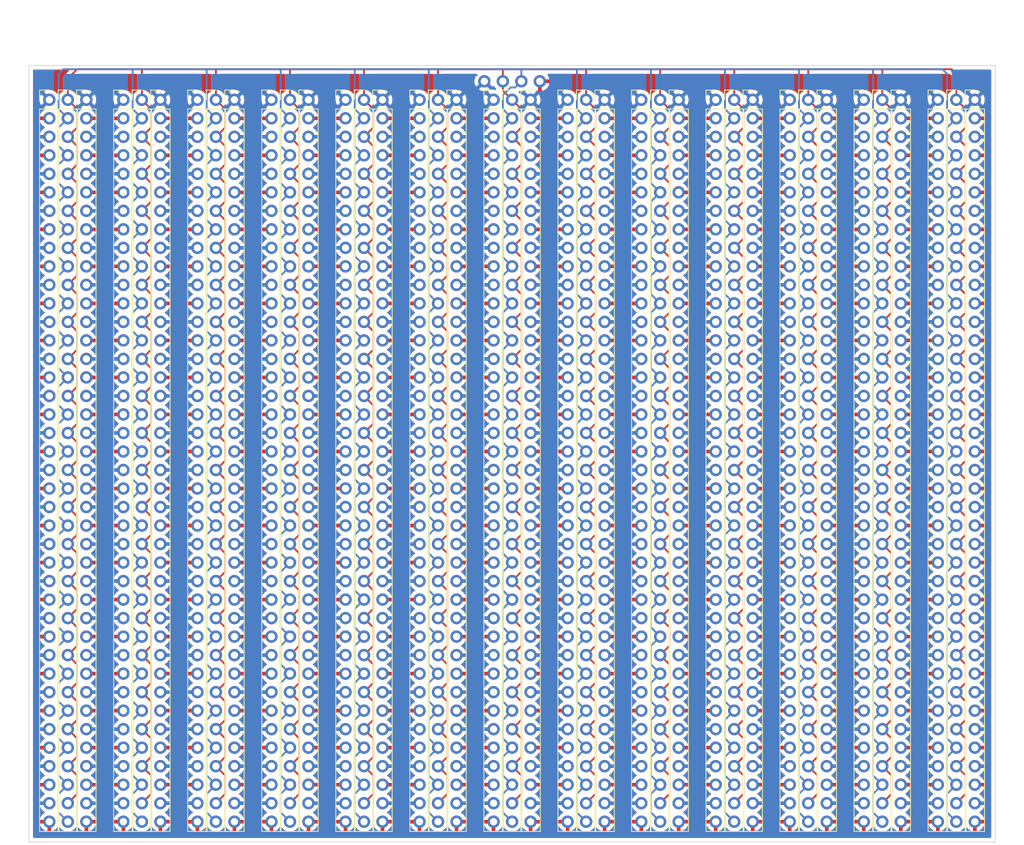
<source format=kicad_pcb>
(kicad_pcb (version 20171130) (host pcbnew 5.1.0)
  (layers (0 F.Cu signal) (31 B.Cu signal) (34 B.Paste user) (35 F.Paste user) (36 B.SilkS user) (37 F.SilkS user) (38 B.Mask user) (39 F.Mask user) (44 Edge.Cuts user))
  (net 0 "")
  (net 1 /GND)
  (net 2 /SDA)
  (net 3 /SCL)
  (net 4 /Vcc)
  (module Connector_PinHeader_2.54mm:PinHeader_1x40_P2.54mm_Vertical (layer F.Cu) (at 139.7 17.145)
    (fp_text reference J28 hide)
    (fp_text value Conn_01x40_Male)
    (pad 40 thru_hole oval (at 0 99.06) (size 1.7 1.7) (drill 1) (layers *.Cu *.Mask) (net 2 /SDA))
    (pad 39 thru_hole oval (at 0 96.52) (size 1.7 1.7) (drill 1) (layers *.Cu *.Mask) (net 3 /SCL))
    (pad 38 thru_hole oval (at 0 93.98) (size 1.7 1.7) (drill 1) (layers *.Cu *.Mask) (net 2 /SDA))
    (pad 37 thru_hole oval (at 0 91.44) (size 1.7 1.7) (drill 1) (layers *.Cu *.Mask) (net 3 /SCL))
    (pad 36 thru_hole oval (at 0 88.9) (size 1.7 1.7) (drill 1) (layers *.Cu *.Mask) (net 2 /SDA))
    (pad 35 thru_hole oval (at 0 86.36) (size 1.7 1.7) (drill 1) (layers *.Cu *.Mask) (net 3 /SCL))
    (pad 34 thru_hole oval (at 0 83.82) (size 1.7 1.7) (drill 1) (layers *.Cu *.Mask) (net 2 /SDA))
    (pad 33 thru_hole oval (at 0 81.28) (size 1.7 1.7) (drill 1) (layers *.Cu *.Mask) (net 3 /SCL))
    (pad 32 thru_hole oval (at 0 78.74) (size 1.7 1.7) (drill 1) (layers *.Cu *.Mask) (net 2 /SDA))
    (pad 31 thru_hole oval (at 0 76.2) (size 1.7 1.7) (drill 1) (layers *.Cu *.Mask) (net 3 /SCL))
    (pad 30 thru_hole oval (at 0 73.66) (size 1.7 1.7) (drill 1) (layers *.Cu *.Mask) (net 2 /SDA))
    (pad 29 thru_hole oval (at 0 71.12) (size 1.7 1.7) (drill 1) (layers *.Cu *.Mask) (net 3 /SCL))
    (pad 28 thru_hole oval (at 0 68.58) (size 1.7 1.7) (drill 1) (layers *.Cu *.Mask) (net 2 /SDA))
    (pad 27 thru_hole oval (at 0 66.04) (size 1.7 1.7) (drill 1) (layers *.Cu *.Mask) (net 3 /SCL))
    (pad 26 thru_hole oval (at 0 63.5) (size 1.7 1.7) (drill 1) (layers *.Cu *.Mask) (net 2 /SDA))
    (pad 25 thru_hole oval (at 0 60.96) (size 1.7 1.7) (drill 1) (layers *.Cu *.Mask) (net 3 /SCL))
    (pad 24 thru_hole oval (at 0 58.42) (size 1.7 1.7) (drill 1) (layers *.Cu *.Mask) (net 2 /SDA))
    (pad 23 thru_hole oval (at 0 55.88) (size 1.7 1.7) (drill 1) (layers *.Cu *.Mask) (net 3 /SCL))
    (pad 22 thru_hole oval (at 0 53.34) (size 1.7 1.7) (drill 1) (layers *.Cu *.Mask) (net 2 /SDA))
    (pad 21 thru_hole oval (at 0 50.8) (size 1.7 1.7) (drill 1) (layers *.Cu *.Mask) (net 3 /SCL))
    (pad 20 thru_hole oval (at 0 48.26) (size 1.7 1.7) (drill 1) (layers *.Cu *.Mask) (net 2 /SDA))
    (pad 19 thru_hole oval (at 0 45.72) (size 1.7 1.7) (drill 1) (layers *.Cu *.Mask) (net 3 /SCL))
    (pad 18 thru_hole oval (at 0 43.18) (size 1.7 1.7) (drill 1) (layers *.Cu *.Mask) (net 2 /SDA))
    (pad 17 thru_hole oval (at 0 40.64) (size 1.7 1.7) (drill 1) (layers *.Cu *.Mask) (net 3 /SCL))
    (pad 16 thru_hole oval (at 0 38.1) (size 1.7 1.7) (drill 1) (layers *.Cu *.Mask) (net 2 /SDA))
    (pad 15 thru_hole oval (at 0 35.56) (size 1.7 1.7) (drill 1) (layers *.Cu *.Mask) (net 3 /SCL))
    (pad 14 thru_hole oval (at 0 33.02) (size 1.7 1.7) (drill 1) (layers *.Cu *.Mask) (net 2 /SDA))
    (pad 13 thru_hole oval (at 0 30.48) (size 1.7 1.7) (drill 1) (layers *.Cu *.Mask) (net 3 /SCL))
    (pad 12 thru_hole oval (at 0 27.94) (size 1.7 1.7) (drill 1) (layers *.Cu *.Mask) (net 2 /SDA))
    (pad 11 thru_hole oval (at 0 25.4) (size 1.7 1.7) (drill 1) (layers *.Cu *.Mask) (net 3 /SCL))
    (pad 10 thru_hole oval (at 0 22.86) (size 1.7 1.7) (drill 1) (layers *.Cu *.Mask) (net 2 /SDA))
    (pad 9 thru_hole oval (at 0 20.32) (size 1.7 1.7) (drill 1) (layers *.Cu *.Mask) (net 3 /SCL))
    (pad 8 thru_hole oval (at 0 17.78) (size 1.7 1.7) (drill 1) (layers *.Cu *.Mask) (net 2 /SDA))
    (pad 7 thru_hole oval (at 0 15.24) (size 1.7 1.7) (drill 1) (layers *.Cu *.Mask) (net 3 /SCL))
    (pad 6 thru_hole oval (at 0 12.7) (size 1.7 1.7) (drill 1) (layers *.Cu *.Mask) (net 2 /SDA))
    (pad 5 thru_hole oval (at 0 10.16) (size 1.7 1.7) (drill 1) (layers *.Cu *.Mask) (net 3 /SCL))
    (pad 4 thru_hole oval (at 0 7.62) (size 1.7 1.7) (drill 1) (layers *.Cu *.Mask) (net 2 /SDA))
    (pad 3 thru_hole oval (at 0 5.08) (size 1.7 1.7) (drill 1) (layers *.Cu *.Mask) (net 3 /SCL))
    (pad 2 thru_hole oval (at 0 2.54) (size 1.7 1.7) (drill 1) (layers *.Cu *.Mask) (net 2 /SDA))
    (pad 1 thru_hole circle (at 0 0) (size 1.7 1.7) (drill 1) (layers *.Cu *.Mask) (net 3 /SCL))
  )
  (module Connector_PinHeader_2.54mm:PinHeader_1x40_P2.54mm_Vertical (layer F.Cu) (at 137.16 17.145)
    (fp_text reference J26 hide)
    (fp_text value Conn_01x40_Male)
    (pad 40 thru_hole oval (at 0 99.06) (size 1.7 1.7) (drill 1) (layers *.Cu *.Mask) (net 4 /Vcc))
    (pad 39 thru_hole oval (at 0 96.52) (size 1.7 1.7) (drill 1) (layers *.Cu *.Mask) (net 1 /GND))
    (pad 38 thru_hole oval (at 0 93.98) (size 1.7 1.7) (drill 1) (layers *.Cu *.Mask) (net 4 /Vcc))
    (pad 37 thru_hole oval (at 0 91.44) (size 1.7 1.7) (drill 1) (layers *.Cu *.Mask) (net 1 /GND))
    (pad 36 thru_hole oval (at 0 88.9) (size 1.7 1.7) (drill 1) (layers *.Cu *.Mask) (net 4 /Vcc))
    (pad 35 thru_hole oval (at 0 86.36) (size 1.7 1.7) (drill 1) (layers *.Cu *.Mask) (net 1 /GND))
    (pad 34 thru_hole oval (at 0 83.82) (size 1.7 1.7) (drill 1) (layers *.Cu *.Mask) (net 4 /Vcc))
    (pad 33 thru_hole oval (at 0 81.28) (size 1.7 1.7) (drill 1) (layers *.Cu *.Mask) (net 1 /GND))
    (pad 32 thru_hole oval (at 0 78.74) (size 1.7 1.7) (drill 1) (layers *.Cu *.Mask) (net 4 /Vcc))
    (pad 31 thru_hole oval (at 0 76.2) (size 1.7 1.7) (drill 1) (layers *.Cu *.Mask) (net 1 /GND))
    (pad 30 thru_hole oval (at 0 73.66) (size 1.7 1.7) (drill 1) (layers *.Cu *.Mask) (net 4 /Vcc))
    (pad 29 thru_hole oval (at 0 71.12) (size 1.7 1.7) (drill 1) (layers *.Cu *.Mask) (net 1 /GND))
    (pad 28 thru_hole oval (at 0 68.58) (size 1.7 1.7) (drill 1) (layers *.Cu *.Mask) (net 4 /Vcc))
    (pad 27 thru_hole oval (at 0 66.04) (size 1.7 1.7) (drill 1) (layers *.Cu *.Mask) (net 1 /GND))
    (pad 26 thru_hole oval (at 0 63.5) (size 1.7 1.7) (drill 1) (layers *.Cu *.Mask) (net 4 /Vcc))
    (pad 25 thru_hole oval (at 0 60.96) (size 1.7 1.7) (drill 1) (layers *.Cu *.Mask) (net 1 /GND))
    (pad 24 thru_hole oval (at 0 58.42) (size 1.7 1.7) (drill 1) (layers *.Cu *.Mask) (net 4 /Vcc))
    (pad 23 thru_hole oval (at 0 55.88) (size 1.7 1.7) (drill 1) (layers *.Cu *.Mask) (net 1 /GND))
    (pad 22 thru_hole oval (at 0 53.34) (size 1.7 1.7) (drill 1) (layers *.Cu *.Mask) (net 4 /Vcc))
    (pad 21 thru_hole oval (at 0 50.8) (size 1.7 1.7) (drill 1) (layers *.Cu *.Mask) (net 1 /GND))
    (pad 20 thru_hole oval (at 0 48.26) (size 1.7 1.7) (drill 1) (layers *.Cu *.Mask) (net 4 /Vcc))
    (pad 19 thru_hole oval (at 0 45.72) (size 1.7 1.7) (drill 1) (layers *.Cu *.Mask) (net 1 /GND))
    (pad 18 thru_hole oval (at 0 43.18) (size 1.7 1.7) (drill 1) (layers *.Cu *.Mask) (net 4 /Vcc))
    (pad 17 thru_hole oval (at 0 40.64) (size 1.7 1.7) (drill 1) (layers *.Cu *.Mask) (net 1 /GND))
    (pad 16 thru_hole oval (at 0 38.1) (size 1.7 1.7) (drill 1) (layers *.Cu *.Mask) (net 4 /Vcc))
    (pad 15 thru_hole oval (at 0 35.56) (size 1.7 1.7) (drill 1) (layers *.Cu *.Mask) (net 1 /GND))
    (pad 14 thru_hole oval (at 0 33.02) (size 1.7 1.7) (drill 1) (layers *.Cu *.Mask) (net 4 /Vcc))
    (pad 13 thru_hole oval (at 0 30.48) (size 1.7 1.7) (drill 1) (layers *.Cu *.Mask) (net 1 /GND))
    (pad 12 thru_hole oval (at 0 27.94) (size 1.7 1.7) (drill 1) (layers *.Cu *.Mask) (net 4 /Vcc))
    (pad 11 thru_hole oval (at 0 25.4) (size 1.7 1.7) (drill 1) (layers *.Cu *.Mask) (net 1 /GND))
    (pad 10 thru_hole oval (at 0 22.86) (size 1.7 1.7) (drill 1) (layers *.Cu *.Mask) (net 4 /Vcc))
    (pad 9 thru_hole oval (at 0 20.32) (size 1.7 1.7) (drill 1) (layers *.Cu *.Mask) (net 1 /GND))
    (pad 8 thru_hole oval (at 0 17.78) (size 1.7 1.7) (drill 1) (layers *.Cu *.Mask) (net 4 /Vcc))
    (pad 7 thru_hole oval (at 0 15.24) (size 1.7 1.7) (drill 1) (layers *.Cu *.Mask) (net 1 /GND))
    (pad 6 thru_hole oval (at 0 12.7) (size 1.7 1.7) (drill 1) (layers *.Cu *.Mask) (net 4 /Vcc))
    (pad 5 thru_hole oval (at 0 10.16) (size 1.7 1.7) (drill 1) (layers *.Cu *.Mask) (net 1 /GND))
    (pad 4 thru_hole oval (at 0 7.62) (size 1.7 1.7) (drill 1) (layers *.Cu *.Mask) (net 4 /Vcc))
    (pad 3 thru_hole oval (at 0 5.08) (size 1.7 1.7) (drill 1) (layers *.Cu *.Mask) (net 1 /GND))
    (pad 2 thru_hole oval (at 0 2.54) (size 1.7 1.7) (drill 1) (layers *.Cu *.Mask) (net 4 /Vcc))
    (pad 1 thru_hole circle (at 0 0) (size 1.7 1.7) (drill 1) (layers *.Cu *.Mask) (net 1 /GND))
  )
  (module Connector_PinHeader_2.54mm:PinHeader_1x40_P2.54mm_Vertical (layer F.Cu) (at 81.28 17.145)
    (fp_text reference J36 hide)
    (fp_text value Conn_01x40_Male)
    (pad 40 thru_hole oval (at 0 99.06) (size 1.7 1.7) (drill 1) (layers *.Cu *.Mask) (net 4 /Vcc))
    (pad 39 thru_hole oval (at 0 96.52) (size 1.7 1.7) (drill 1) (layers *.Cu *.Mask) (net 1 /GND))
    (pad 38 thru_hole oval (at 0 93.98) (size 1.7 1.7) (drill 1) (layers *.Cu *.Mask) (net 4 /Vcc))
    (pad 37 thru_hole oval (at 0 91.44) (size 1.7 1.7) (drill 1) (layers *.Cu *.Mask) (net 1 /GND))
    (pad 36 thru_hole oval (at 0 88.9) (size 1.7 1.7) (drill 1) (layers *.Cu *.Mask) (net 4 /Vcc))
    (pad 35 thru_hole oval (at 0 86.36) (size 1.7 1.7) (drill 1) (layers *.Cu *.Mask) (net 1 /GND))
    (pad 34 thru_hole oval (at 0 83.82) (size 1.7 1.7) (drill 1) (layers *.Cu *.Mask) (net 4 /Vcc))
    (pad 33 thru_hole oval (at 0 81.28) (size 1.7 1.7) (drill 1) (layers *.Cu *.Mask) (net 1 /GND))
    (pad 32 thru_hole oval (at 0 78.74) (size 1.7 1.7) (drill 1) (layers *.Cu *.Mask) (net 4 /Vcc))
    (pad 31 thru_hole oval (at 0 76.2) (size 1.7 1.7) (drill 1) (layers *.Cu *.Mask) (net 1 /GND))
    (pad 30 thru_hole oval (at 0 73.66) (size 1.7 1.7) (drill 1) (layers *.Cu *.Mask) (net 4 /Vcc))
    (pad 29 thru_hole oval (at 0 71.12) (size 1.7 1.7) (drill 1) (layers *.Cu *.Mask) (net 1 /GND))
    (pad 28 thru_hole oval (at 0 68.58) (size 1.7 1.7) (drill 1) (layers *.Cu *.Mask) (net 4 /Vcc))
    (pad 27 thru_hole oval (at 0 66.04) (size 1.7 1.7) (drill 1) (layers *.Cu *.Mask) (net 1 /GND))
    (pad 26 thru_hole oval (at 0 63.5) (size 1.7 1.7) (drill 1) (layers *.Cu *.Mask) (net 4 /Vcc))
    (pad 25 thru_hole oval (at 0 60.96) (size 1.7 1.7) (drill 1) (layers *.Cu *.Mask) (net 1 /GND))
    (pad 24 thru_hole oval (at 0 58.42) (size 1.7 1.7) (drill 1) (layers *.Cu *.Mask) (net 4 /Vcc))
    (pad 23 thru_hole oval (at 0 55.88) (size 1.7 1.7) (drill 1) (layers *.Cu *.Mask) (net 1 /GND))
    (pad 22 thru_hole oval (at 0 53.34) (size 1.7 1.7) (drill 1) (layers *.Cu *.Mask) (net 4 /Vcc))
    (pad 21 thru_hole oval (at 0 50.8) (size 1.7 1.7) (drill 1) (layers *.Cu *.Mask) (net 1 /GND))
    (pad 20 thru_hole oval (at 0 48.26) (size 1.7 1.7) (drill 1) (layers *.Cu *.Mask) (net 4 /Vcc))
    (pad 19 thru_hole oval (at 0 45.72) (size 1.7 1.7) (drill 1) (layers *.Cu *.Mask) (net 1 /GND))
    (pad 18 thru_hole oval (at 0 43.18) (size 1.7 1.7) (drill 1) (layers *.Cu *.Mask) (net 4 /Vcc))
    (pad 17 thru_hole oval (at 0 40.64) (size 1.7 1.7) (drill 1) (layers *.Cu *.Mask) (net 1 /GND))
    (pad 16 thru_hole oval (at 0 38.1) (size 1.7 1.7) (drill 1) (layers *.Cu *.Mask) (net 4 /Vcc))
    (pad 15 thru_hole oval (at 0 35.56) (size 1.7 1.7) (drill 1) (layers *.Cu *.Mask) (net 1 /GND))
    (pad 14 thru_hole oval (at 0 33.02) (size 1.7 1.7) (drill 1) (layers *.Cu *.Mask) (net 4 /Vcc))
    (pad 13 thru_hole oval (at 0 30.48) (size 1.7 1.7) (drill 1) (layers *.Cu *.Mask) (net 1 /GND))
    (pad 12 thru_hole oval (at 0 27.94) (size 1.7 1.7) (drill 1) (layers *.Cu *.Mask) (net 4 /Vcc))
    (pad 11 thru_hole oval (at 0 25.4) (size 1.7 1.7) (drill 1) (layers *.Cu *.Mask) (net 1 /GND))
    (pad 10 thru_hole oval (at 0 22.86) (size 1.7 1.7) (drill 1) (layers *.Cu *.Mask) (net 4 /Vcc))
    (pad 9 thru_hole oval (at 0 20.32) (size 1.7 1.7) (drill 1) (layers *.Cu *.Mask) (net 1 /GND))
    (pad 8 thru_hole oval (at 0 17.78) (size 1.7 1.7) (drill 1) (layers *.Cu *.Mask) (net 4 /Vcc))
    (pad 7 thru_hole oval (at 0 15.24) (size 1.7 1.7) (drill 1) (layers *.Cu *.Mask) (net 1 /GND))
    (pad 6 thru_hole oval (at 0 12.7) (size 1.7 1.7) (drill 1) (layers *.Cu *.Mask) (net 4 /Vcc))
    (pad 5 thru_hole oval (at 0 10.16) (size 1.7 1.7) (drill 1) (layers *.Cu *.Mask) (net 1 /GND))
    (pad 4 thru_hole oval (at 0 7.62) (size 1.7 1.7) (drill 1) (layers *.Cu *.Mask) (net 4 /Vcc))
    (pad 3 thru_hole oval (at 0 5.08) (size 1.7 1.7) (drill 1) (layers *.Cu *.Mask) (net 1 /GND))
    (pad 2 thru_hole oval (at 0 2.54) (size 1.7 1.7) (drill 1) (layers *.Cu *.Mask) (net 4 /Vcc))
    (pad 1 thru_hole circle (at 0 0) (size 1.7 1.7) (drill 1) (layers *.Cu *.Mask) (net 1 /GND))
  )
  (module Connector_PinHeader_2.54mm:PinHeader_1x04_P2.54mm_Horizontal (layer F.Cu) (at 74.93 14.605 90)
    (fp_text reference J40 hide)
    (fp_text value Conn_01x04_Male)
    (pad 1 thru_hole circle (at 0 0 90) (size 1.7 1.7) (drill 1) (layers *.Cu *.Mask) (net 1 /GND))
    (pad 2 thru_hole oval (at 0 2.54 90) (size 1.7 1.7) (drill 1) (layers *.Cu *.Mask) (net 3 /SCL))
    (pad 3 thru_hole oval (at 0 5.08 90) (size 1.7 1.7) (drill 1) (layers *.Cu *.Mask) (net 2 /SDA))
    (pad 4 thru_hole oval (at 0 7.62 90) (size 1.7 1.7) (drill 1) (layers *.Cu *.Mask) (net 4 /Vcc))
  )
  (module Connector_PinHeader_2.54mm:PinHeader_1x40_P2.54mm_Vertical (layer F.Cu) (at 17.78 17.145)
    (fp_text reference J3 hide)
    (fp_text value Conn_01x40_Male)
    (pad 40 thru_hole oval (at 0 99.06) (size 1.7 1.7) (drill 1) (layers *.Cu *.Mask) (net 2 /SDA))
    (pad 39 thru_hole oval (at 0 96.52) (size 1.7 1.7) (drill 1) (layers *.Cu *.Mask) (net 3 /SCL))
    (pad 38 thru_hole oval (at 0 93.98) (size 1.7 1.7) (drill 1) (layers *.Cu *.Mask) (net 2 /SDA))
    (pad 37 thru_hole oval (at 0 91.44) (size 1.7 1.7) (drill 1) (layers *.Cu *.Mask) (net 3 /SCL))
    (pad 36 thru_hole oval (at 0 88.9) (size 1.7 1.7) (drill 1) (layers *.Cu *.Mask) (net 2 /SDA))
    (pad 35 thru_hole oval (at 0 86.36) (size 1.7 1.7) (drill 1) (layers *.Cu *.Mask) (net 3 /SCL))
    (pad 34 thru_hole oval (at 0 83.82) (size 1.7 1.7) (drill 1) (layers *.Cu *.Mask) (net 2 /SDA))
    (pad 33 thru_hole oval (at 0 81.28) (size 1.7 1.7) (drill 1) (layers *.Cu *.Mask) (net 3 /SCL))
    (pad 32 thru_hole oval (at 0 78.74) (size 1.7 1.7) (drill 1) (layers *.Cu *.Mask) (net 2 /SDA))
    (pad 31 thru_hole oval (at 0 76.2) (size 1.7 1.7) (drill 1) (layers *.Cu *.Mask) (net 3 /SCL))
    (pad 30 thru_hole oval (at 0 73.66) (size 1.7 1.7) (drill 1) (layers *.Cu *.Mask) (net 2 /SDA))
    (pad 29 thru_hole oval (at 0 71.12) (size 1.7 1.7) (drill 1) (layers *.Cu *.Mask) (net 3 /SCL))
    (pad 28 thru_hole oval (at 0 68.58) (size 1.7 1.7) (drill 1) (layers *.Cu *.Mask) (net 2 /SDA))
    (pad 27 thru_hole oval (at 0 66.04) (size 1.7 1.7) (drill 1) (layers *.Cu *.Mask) (net 3 /SCL))
    (pad 26 thru_hole oval (at 0 63.5) (size 1.7 1.7) (drill 1) (layers *.Cu *.Mask) (net 2 /SDA))
    (pad 25 thru_hole oval (at 0 60.96) (size 1.7 1.7) (drill 1) (layers *.Cu *.Mask) (net 3 /SCL))
    (pad 24 thru_hole oval (at 0 58.42) (size 1.7 1.7) (drill 1) (layers *.Cu *.Mask) (net 2 /SDA))
    (pad 23 thru_hole oval (at 0 55.88) (size 1.7 1.7) (drill 1) (layers *.Cu *.Mask) (net 3 /SCL))
    (pad 22 thru_hole oval (at 0 53.34) (size 1.7 1.7) (drill 1) (layers *.Cu *.Mask) (net 2 /SDA))
    (pad 21 thru_hole oval (at 0 50.8) (size 1.7 1.7) (drill 1) (layers *.Cu *.Mask) (net 3 /SCL))
    (pad 20 thru_hole oval (at 0 48.26) (size 1.7 1.7) (drill 1) (layers *.Cu *.Mask) (net 2 /SDA))
    (pad 19 thru_hole oval (at 0 45.72) (size 1.7 1.7) (drill 1) (layers *.Cu *.Mask) (net 3 /SCL))
    (pad 18 thru_hole oval (at 0 43.18) (size 1.7 1.7) (drill 1) (layers *.Cu *.Mask) (net 2 /SDA))
    (pad 17 thru_hole oval (at 0 40.64) (size 1.7 1.7) (drill 1) (layers *.Cu *.Mask) (net 3 /SCL))
    (pad 16 thru_hole oval (at 0 38.1) (size 1.7 1.7) (drill 1) (layers *.Cu *.Mask) (net 2 /SDA))
    (pad 15 thru_hole oval (at 0 35.56) (size 1.7 1.7) (drill 1) (layers *.Cu *.Mask) (net 3 /SCL))
    (pad 14 thru_hole oval (at 0 33.02) (size 1.7 1.7) (drill 1) (layers *.Cu *.Mask) (net 2 /SDA))
    (pad 13 thru_hole oval (at 0 30.48) (size 1.7 1.7) (drill 1) (layers *.Cu *.Mask) (net 3 /SCL))
    (pad 12 thru_hole oval (at 0 27.94) (size 1.7 1.7) (drill 1) (layers *.Cu *.Mask) (net 2 /SDA))
    (pad 11 thru_hole oval (at 0 25.4) (size 1.7 1.7) (drill 1) (layers *.Cu *.Mask) (net 3 /SCL))
    (pad 10 thru_hole oval (at 0 22.86) (size 1.7 1.7) (drill 1) (layers *.Cu *.Mask) (net 2 /SDA))
    (pad 9 thru_hole oval (at 0 20.32) (size 1.7 1.7) (drill 1) (layers *.Cu *.Mask) (net 3 /SCL))
    (pad 8 thru_hole oval (at 0 17.78) (size 1.7 1.7) (drill 1) (layers *.Cu *.Mask) (net 2 /SDA))
    (pad 7 thru_hole oval (at 0 15.24) (size 1.7 1.7) (drill 1) (layers *.Cu *.Mask) (net 3 /SCL))
    (pad 6 thru_hole oval (at 0 12.7) (size 1.7 1.7) (drill 1) (layers *.Cu *.Mask) (net 2 /SDA))
    (pad 5 thru_hole oval (at 0 10.16) (size 1.7 1.7) (drill 1) (layers *.Cu *.Mask) (net 3 /SCL))
    (pad 4 thru_hole oval (at 0 7.62) (size 1.7 1.7) (drill 1) (layers *.Cu *.Mask) (net 2 /SDA))
    (pad 3 thru_hole oval (at 0 5.08) (size 1.7 1.7) (drill 1) (layers *.Cu *.Mask) (net 3 /SCL))
    (pad 2 thru_hole oval (at 0 2.54) (size 1.7 1.7) (drill 1) (layers *.Cu *.Mask) (net 2 /SDA))
    (pad 1 thru_hole circle (at 0 0) (size 1.7 1.7) (drill 1) (layers *.Cu *.Mask) (net 3 /SCL))
  )
  (module Connector_PinHeader_2.54mm:PinHeader_1x40_P2.54mm_Vertical (layer F.Cu) (at 86.36 17.145)
    (fp_text reference J37 hide)
    (fp_text value Conn_01x40_Male)
    (pad 40 thru_hole oval (at 0 99.06) (size 1.7 1.7) (drill 1) (layers *.Cu *.Mask) (net 4 /Vcc))
    (pad 39 thru_hole oval (at 0 96.52) (size 1.7 1.7) (drill 1) (layers *.Cu *.Mask) (net 1 /GND))
    (pad 38 thru_hole oval (at 0 93.98) (size 1.7 1.7) (drill 1) (layers *.Cu *.Mask) (net 4 /Vcc))
    (pad 37 thru_hole oval (at 0 91.44) (size 1.7 1.7) (drill 1) (layers *.Cu *.Mask) (net 1 /GND))
    (pad 36 thru_hole oval (at 0 88.9) (size 1.7 1.7) (drill 1) (layers *.Cu *.Mask) (net 4 /Vcc))
    (pad 35 thru_hole oval (at 0 86.36) (size 1.7 1.7) (drill 1) (layers *.Cu *.Mask) (net 1 /GND))
    (pad 34 thru_hole oval (at 0 83.82) (size 1.7 1.7) (drill 1) (layers *.Cu *.Mask) (net 4 /Vcc))
    (pad 33 thru_hole oval (at 0 81.28) (size 1.7 1.7) (drill 1) (layers *.Cu *.Mask) (net 1 /GND))
    (pad 32 thru_hole oval (at 0 78.74) (size 1.7 1.7) (drill 1) (layers *.Cu *.Mask) (net 4 /Vcc))
    (pad 31 thru_hole oval (at 0 76.2) (size 1.7 1.7) (drill 1) (layers *.Cu *.Mask) (net 1 /GND))
    (pad 30 thru_hole oval (at 0 73.66) (size 1.7 1.7) (drill 1) (layers *.Cu *.Mask) (net 4 /Vcc))
    (pad 29 thru_hole oval (at 0 71.12) (size 1.7 1.7) (drill 1) (layers *.Cu *.Mask) (net 1 /GND))
    (pad 28 thru_hole oval (at 0 68.58) (size 1.7 1.7) (drill 1) (layers *.Cu *.Mask) (net 4 /Vcc))
    (pad 27 thru_hole oval (at 0 66.04) (size 1.7 1.7) (drill 1) (layers *.Cu *.Mask) (net 1 /GND))
    (pad 26 thru_hole oval (at 0 63.5) (size 1.7 1.7) (drill 1) (layers *.Cu *.Mask) (net 4 /Vcc))
    (pad 25 thru_hole oval (at 0 60.96) (size 1.7 1.7) (drill 1) (layers *.Cu *.Mask) (net 1 /GND))
    (pad 24 thru_hole oval (at 0 58.42) (size 1.7 1.7) (drill 1) (layers *.Cu *.Mask) (net 4 /Vcc))
    (pad 23 thru_hole oval (at 0 55.88) (size 1.7 1.7) (drill 1) (layers *.Cu *.Mask) (net 1 /GND))
    (pad 22 thru_hole oval (at 0 53.34) (size 1.7 1.7) (drill 1) (layers *.Cu *.Mask) (net 4 /Vcc))
    (pad 21 thru_hole oval (at 0 50.8) (size 1.7 1.7) (drill 1) (layers *.Cu *.Mask) (net 1 /GND))
    (pad 20 thru_hole oval (at 0 48.26) (size 1.7 1.7) (drill 1) (layers *.Cu *.Mask) (net 4 /Vcc))
    (pad 19 thru_hole oval (at 0 45.72) (size 1.7 1.7) (drill 1) (layers *.Cu *.Mask) (net 1 /GND))
    (pad 18 thru_hole oval (at 0 43.18) (size 1.7 1.7) (drill 1) (layers *.Cu *.Mask) (net 4 /Vcc))
    (pad 17 thru_hole oval (at 0 40.64) (size 1.7 1.7) (drill 1) (layers *.Cu *.Mask) (net 1 /GND))
    (pad 16 thru_hole oval (at 0 38.1) (size 1.7 1.7) (drill 1) (layers *.Cu *.Mask) (net 4 /Vcc))
    (pad 15 thru_hole oval (at 0 35.56) (size 1.7 1.7) (drill 1) (layers *.Cu *.Mask) (net 1 /GND))
    (pad 14 thru_hole oval (at 0 33.02) (size 1.7 1.7) (drill 1) (layers *.Cu *.Mask) (net 4 /Vcc))
    (pad 13 thru_hole oval (at 0 30.48) (size 1.7 1.7) (drill 1) (layers *.Cu *.Mask) (net 1 /GND))
    (pad 12 thru_hole oval (at 0 27.94) (size 1.7 1.7) (drill 1) (layers *.Cu *.Mask) (net 4 /Vcc))
    (pad 11 thru_hole oval (at 0 25.4) (size 1.7 1.7) (drill 1) (layers *.Cu *.Mask) (net 1 /GND))
    (pad 10 thru_hole oval (at 0 22.86) (size 1.7 1.7) (drill 1) (layers *.Cu *.Mask) (net 4 /Vcc))
    (pad 9 thru_hole oval (at 0 20.32) (size 1.7 1.7) (drill 1) (layers *.Cu *.Mask) (net 1 /GND))
    (pad 8 thru_hole oval (at 0 17.78) (size 1.7 1.7) (drill 1) (layers *.Cu *.Mask) (net 4 /Vcc))
    (pad 7 thru_hole oval (at 0 15.24) (size 1.7 1.7) (drill 1) (layers *.Cu *.Mask) (net 1 /GND))
    (pad 6 thru_hole oval (at 0 12.7) (size 1.7 1.7) (drill 1) (layers *.Cu *.Mask) (net 4 /Vcc))
    (pad 5 thru_hole oval (at 0 10.16) (size 1.7 1.7) (drill 1) (layers *.Cu *.Mask) (net 1 /GND))
    (pad 4 thru_hole oval (at 0 7.62) (size 1.7 1.7) (drill 1) (layers *.Cu *.Mask) (net 4 /Vcc))
    (pad 3 thru_hole oval (at 0 5.08) (size 1.7 1.7) (drill 1) (layers *.Cu *.Mask) (net 1 /GND))
    (pad 2 thru_hole oval (at 0 2.54) (size 1.7 1.7) (drill 1) (layers *.Cu *.Mask) (net 4 /Vcc))
    (pad 1 thru_hole circle (at 0 0) (size 1.7 1.7) (drill 1) (layers *.Cu *.Mask) (net 1 /GND))
  )
  (module Connector_PinHeader_2.54mm:PinHeader_1x40_P2.54mm_Vertical (layer F.Cu) (at 38.1 17.145)
    (fp_text reference J15 hide)
    (fp_text value Conn_01x40_Male)
    (pad 40 thru_hole oval (at 0 99.06) (size 1.7 1.7) (drill 1) (layers *.Cu *.Mask) (net 2 /SDA))
    (pad 39 thru_hole oval (at 0 96.52) (size 1.7 1.7) (drill 1) (layers *.Cu *.Mask) (net 3 /SCL))
    (pad 38 thru_hole oval (at 0 93.98) (size 1.7 1.7) (drill 1) (layers *.Cu *.Mask) (net 2 /SDA))
    (pad 37 thru_hole oval (at 0 91.44) (size 1.7 1.7) (drill 1) (layers *.Cu *.Mask) (net 3 /SCL))
    (pad 36 thru_hole oval (at 0 88.9) (size 1.7 1.7) (drill 1) (layers *.Cu *.Mask) (net 2 /SDA))
    (pad 35 thru_hole oval (at 0 86.36) (size 1.7 1.7) (drill 1) (layers *.Cu *.Mask) (net 3 /SCL))
    (pad 34 thru_hole oval (at 0 83.82) (size 1.7 1.7) (drill 1) (layers *.Cu *.Mask) (net 2 /SDA))
    (pad 33 thru_hole oval (at 0 81.28) (size 1.7 1.7) (drill 1) (layers *.Cu *.Mask) (net 3 /SCL))
    (pad 32 thru_hole oval (at 0 78.74) (size 1.7 1.7) (drill 1) (layers *.Cu *.Mask) (net 2 /SDA))
    (pad 31 thru_hole oval (at 0 76.2) (size 1.7 1.7) (drill 1) (layers *.Cu *.Mask) (net 3 /SCL))
    (pad 30 thru_hole oval (at 0 73.66) (size 1.7 1.7) (drill 1) (layers *.Cu *.Mask) (net 2 /SDA))
    (pad 29 thru_hole oval (at 0 71.12) (size 1.7 1.7) (drill 1) (layers *.Cu *.Mask) (net 3 /SCL))
    (pad 28 thru_hole oval (at 0 68.58) (size 1.7 1.7) (drill 1) (layers *.Cu *.Mask) (net 2 /SDA))
    (pad 27 thru_hole oval (at 0 66.04) (size 1.7 1.7) (drill 1) (layers *.Cu *.Mask) (net 3 /SCL))
    (pad 26 thru_hole oval (at 0 63.5) (size 1.7 1.7) (drill 1) (layers *.Cu *.Mask) (net 2 /SDA))
    (pad 25 thru_hole oval (at 0 60.96) (size 1.7 1.7) (drill 1) (layers *.Cu *.Mask) (net 3 /SCL))
    (pad 24 thru_hole oval (at 0 58.42) (size 1.7 1.7) (drill 1) (layers *.Cu *.Mask) (net 2 /SDA))
    (pad 23 thru_hole oval (at 0 55.88) (size 1.7 1.7) (drill 1) (layers *.Cu *.Mask) (net 3 /SCL))
    (pad 22 thru_hole oval (at 0 53.34) (size 1.7 1.7) (drill 1) (layers *.Cu *.Mask) (net 2 /SDA))
    (pad 21 thru_hole oval (at 0 50.8) (size 1.7 1.7) (drill 1) (layers *.Cu *.Mask) (net 3 /SCL))
    (pad 20 thru_hole oval (at 0 48.26) (size 1.7 1.7) (drill 1) (layers *.Cu *.Mask) (net 2 /SDA))
    (pad 19 thru_hole oval (at 0 45.72) (size 1.7 1.7) (drill 1) (layers *.Cu *.Mask) (net 3 /SCL))
    (pad 18 thru_hole oval (at 0 43.18) (size 1.7 1.7) (drill 1) (layers *.Cu *.Mask) (net 2 /SDA))
    (pad 17 thru_hole oval (at 0 40.64) (size 1.7 1.7) (drill 1) (layers *.Cu *.Mask) (net 3 /SCL))
    (pad 16 thru_hole oval (at 0 38.1) (size 1.7 1.7) (drill 1) (layers *.Cu *.Mask) (net 2 /SDA))
    (pad 15 thru_hole oval (at 0 35.56) (size 1.7 1.7) (drill 1) (layers *.Cu *.Mask) (net 3 /SCL))
    (pad 14 thru_hole oval (at 0 33.02) (size 1.7 1.7) (drill 1) (layers *.Cu *.Mask) (net 2 /SDA))
    (pad 13 thru_hole oval (at 0 30.48) (size 1.7 1.7) (drill 1) (layers *.Cu *.Mask) (net 3 /SCL))
    (pad 12 thru_hole oval (at 0 27.94) (size 1.7 1.7) (drill 1) (layers *.Cu *.Mask) (net 2 /SDA))
    (pad 11 thru_hole oval (at 0 25.4) (size 1.7 1.7) (drill 1) (layers *.Cu *.Mask) (net 3 /SCL))
    (pad 10 thru_hole oval (at 0 22.86) (size 1.7 1.7) (drill 1) (layers *.Cu *.Mask) (net 2 /SDA))
    (pad 9 thru_hole oval (at 0 20.32) (size 1.7 1.7) (drill 1) (layers *.Cu *.Mask) (net 3 /SCL))
    (pad 8 thru_hole oval (at 0 17.78) (size 1.7 1.7) (drill 1) (layers *.Cu *.Mask) (net 2 /SDA))
    (pad 7 thru_hole oval (at 0 15.24) (size 1.7 1.7) (drill 1) (layers *.Cu *.Mask) (net 3 /SCL))
    (pad 6 thru_hole oval (at 0 12.7) (size 1.7 1.7) (drill 1) (layers *.Cu *.Mask) (net 2 /SDA))
    (pad 5 thru_hole oval (at 0 10.16) (size 1.7 1.7) (drill 1) (layers *.Cu *.Mask) (net 3 /SCL))
    (pad 4 thru_hole oval (at 0 7.62) (size 1.7 1.7) (drill 1) (layers *.Cu *.Mask) (net 2 /SDA))
    (pad 3 thru_hole oval (at 0 5.08) (size 1.7 1.7) (drill 1) (layers *.Cu *.Mask) (net 3 /SCL))
    (pad 2 thru_hole oval (at 0 2.54) (size 1.7 1.7) (drill 1) (layers *.Cu *.Mask) (net 2 /SDA))
    (pad 1 thru_hole circle (at 0 0) (size 1.7 1.7) (drill 1) (layers *.Cu *.Mask) (net 3 /SCL))
  )
  (module Connector_PinHeader_2.54mm:PinHeader_1x40_P2.54mm_Vertical (layer F.Cu) (at 91.44 17.145)
    (fp_text reference J39 hide)
    (fp_text value Conn_01x40_Male)
    (pad 40 thru_hole oval (at 0 99.06) (size 1.7 1.7) (drill 1) (layers *.Cu *.Mask) (net 4 /Vcc))
    (pad 39 thru_hole oval (at 0 96.52) (size 1.7 1.7) (drill 1) (layers *.Cu *.Mask) (net 1 /GND))
    (pad 38 thru_hole oval (at 0 93.98) (size 1.7 1.7) (drill 1) (layers *.Cu *.Mask) (net 4 /Vcc))
    (pad 37 thru_hole oval (at 0 91.44) (size 1.7 1.7) (drill 1) (layers *.Cu *.Mask) (net 1 /GND))
    (pad 36 thru_hole oval (at 0 88.9) (size 1.7 1.7) (drill 1) (layers *.Cu *.Mask) (net 4 /Vcc))
    (pad 35 thru_hole oval (at 0 86.36) (size 1.7 1.7) (drill 1) (layers *.Cu *.Mask) (net 1 /GND))
    (pad 34 thru_hole oval (at 0 83.82) (size 1.7 1.7) (drill 1) (layers *.Cu *.Mask) (net 4 /Vcc))
    (pad 33 thru_hole oval (at 0 81.28) (size 1.7 1.7) (drill 1) (layers *.Cu *.Mask) (net 1 /GND))
    (pad 32 thru_hole oval (at 0 78.74) (size 1.7 1.7) (drill 1) (layers *.Cu *.Mask) (net 4 /Vcc))
    (pad 31 thru_hole oval (at 0 76.2) (size 1.7 1.7) (drill 1) (layers *.Cu *.Mask) (net 1 /GND))
    (pad 30 thru_hole oval (at 0 73.66) (size 1.7 1.7) (drill 1) (layers *.Cu *.Mask) (net 4 /Vcc))
    (pad 29 thru_hole oval (at 0 71.12) (size 1.7 1.7) (drill 1) (layers *.Cu *.Mask) (net 1 /GND))
    (pad 28 thru_hole oval (at 0 68.58) (size 1.7 1.7) (drill 1) (layers *.Cu *.Mask) (net 4 /Vcc))
    (pad 27 thru_hole oval (at 0 66.04) (size 1.7 1.7) (drill 1) (layers *.Cu *.Mask) (net 1 /GND))
    (pad 26 thru_hole oval (at 0 63.5) (size 1.7 1.7) (drill 1) (layers *.Cu *.Mask) (net 4 /Vcc))
    (pad 25 thru_hole oval (at 0 60.96) (size 1.7 1.7) (drill 1) (layers *.Cu *.Mask) (net 1 /GND))
    (pad 24 thru_hole oval (at 0 58.42) (size 1.7 1.7) (drill 1) (layers *.Cu *.Mask) (net 4 /Vcc))
    (pad 23 thru_hole oval (at 0 55.88) (size 1.7 1.7) (drill 1) (layers *.Cu *.Mask) (net 1 /GND))
    (pad 22 thru_hole oval (at 0 53.34) (size 1.7 1.7) (drill 1) (layers *.Cu *.Mask) (net 4 /Vcc))
    (pad 21 thru_hole oval (at 0 50.8) (size 1.7 1.7) (drill 1) (layers *.Cu *.Mask) (net 1 /GND))
    (pad 20 thru_hole oval (at 0 48.26) (size 1.7 1.7) (drill 1) (layers *.Cu *.Mask) (net 4 /Vcc))
    (pad 19 thru_hole oval (at 0 45.72) (size 1.7 1.7) (drill 1) (layers *.Cu *.Mask) (net 1 /GND))
    (pad 18 thru_hole oval (at 0 43.18) (size 1.7 1.7) (drill 1) (layers *.Cu *.Mask) (net 4 /Vcc))
    (pad 17 thru_hole oval (at 0 40.64) (size 1.7 1.7) (drill 1) (layers *.Cu *.Mask) (net 1 /GND))
    (pad 16 thru_hole oval (at 0 38.1) (size 1.7 1.7) (drill 1) (layers *.Cu *.Mask) (net 4 /Vcc))
    (pad 15 thru_hole oval (at 0 35.56) (size 1.7 1.7) (drill 1) (layers *.Cu *.Mask) (net 1 /GND))
    (pad 14 thru_hole oval (at 0 33.02) (size 1.7 1.7) (drill 1) (layers *.Cu *.Mask) (net 4 /Vcc))
    (pad 13 thru_hole oval (at 0 30.48) (size 1.7 1.7) (drill 1) (layers *.Cu *.Mask) (net 1 /GND))
    (pad 12 thru_hole oval (at 0 27.94) (size 1.7 1.7) (drill 1) (layers *.Cu *.Mask) (net 4 /Vcc))
    (pad 11 thru_hole oval (at 0 25.4) (size 1.7 1.7) (drill 1) (layers *.Cu *.Mask) (net 1 /GND))
    (pad 10 thru_hole oval (at 0 22.86) (size 1.7 1.7) (drill 1) (layers *.Cu *.Mask) (net 4 /Vcc))
    (pad 9 thru_hole oval (at 0 20.32) (size 1.7 1.7) (drill 1) (layers *.Cu *.Mask) (net 1 /GND))
    (pad 8 thru_hole oval (at 0 17.78) (size 1.7 1.7) (drill 1) (layers *.Cu *.Mask) (net 4 /Vcc))
    (pad 7 thru_hole oval (at 0 15.24) (size 1.7 1.7) (drill 1) (layers *.Cu *.Mask) (net 1 /GND))
    (pad 6 thru_hole oval (at 0 12.7) (size 1.7 1.7) (drill 1) (layers *.Cu *.Mask) (net 4 /Vcc))
    (pad 5 thru_hole oval (at 0 10.16) (size 1.7 1.7) (drill 1) (layers *.Cu *.Mask) (net 1 /GND))
    (pad 4 thru_hole oval (at 0 7.62) (size 1.7 1.7) (drill 1) (layers *.Cu *.Mask) (net 4 /Vcc))
    (pad 3 thru_hole oval (at 0 5.08) (size 1.7 1.7) (drill 1) (layers *.Cu *.Mask) (net 1 /GND))
    (pad 2 thru_hole oval (at 0 2.54) (size 1.7 1.7) (drill 1) (layers *.Cu *.Mask) (net 4 /Vcc))
    (pad 1 thru_hole circle (at 0 0) (size 1.7 1.7) (drill 1) (layers *.Cu *.Mask) (net 1 /GND))
  )
  (module Connector_PinHeader_2.54mm:PinHeader_1x40_P2.54mm_Vertical (layer F.Cu) (at 88.9 17.145)
    (fp_text reference J38 hide)
    (fp_text value Conn_01x40_Male)
    (pad 40 thru_hole oval (at 0 99.06) (size 1.7 1.7) (drill 1) (layers *.Cu *.Mask) (net 2 /SDA))
    (pad 39 thru_hole oval (at 0 96.52) (size 1.7 1.7) (drill 1) (layers *.Cu *.Mask) (net 3 /SCL))
    (pad 38 thru_hole oval (at 0 93.98) (size 1.7 1.7) (drill 1) (layers *.Cu *.Mask) (net 2 /SDA))
    (pad 37 thru_hole oval (at 0 91.44) (size 1.7 1.7) (drill 1) (layers *.Cu *.Mask) (net 3 /SCL))
    (pad 36 thru_hole oval (at 0 88.9) (size 1.7 1.7) (drill 1) (layers *.Cu *.Mask) (net 2 /SDA))
    (pad 35 thru_hole oval (at 0 86.36) (size 1.7 1.7) (drill 1) (layers *.Cu *.Mask) (net 3 /SCL))
    (pad 34 thru_hole oval (at 0 83.82) (size 1.7 1.7) (drill 1) (layers *.Cu *.Mask) (net 2 /SDA))
    (pad 33 thru_hole oval (at 0 81.28) (size 1.7 1.7) (drill 1) (layers *.Cu *.Mask) (net 3 /SCL))
    (pad 32 thru_hole oval (at 0 78.74) (size 1.7 1.7) (drill 1) (layers *.Cu *.Mask) (net 2 /SDA))
    (pad 31 thru_hole oval (at 0 76.2) (size 1.7 1.7) (drill 1) (layers *.Cu *.Mask) (net 3 /SCL))
    (pad 30 thru_hole oval (at 0 73.66) (size 1.7 1.7) (drill 1) (layers *.Cu *.Mask) (net 2 /SDA))
    (pad 29 thru_hole oval (at 0 71.12) (size 1.7 1.7) (drill 1) (layers *.Cu *.Mask) (net 3 /SCL))
    (pad 28 thru_hole oval (at 0 68.58) (size 1.7 1.7) (drill 1) (layers *.Cu *.Mask) (net 2 /SDA))
    (pad 27 thru_hole oval (at 0 66.04) (size 1.7 1.7) (drill 1) (layers *.Cu *.Mask) (net 3 /SCL))
    (pad 26 thru_hole oval (at 0 63.5) (size 1.7 1.7) (drill 1) (layers *.Cu *.Mask) (net 2 /SDA))
    (pad 25 thru_hole oval (at 0 60.96) (size 1.7 1.7) (drill 1) (layers *.Cu *.Mask) (net 3 /SCL))
    (pad 24 thru_hole oval (at 0 58.42) (size 1.7 1.7) (drill 1) (layers *.Cu *.Mask) (net 2 /SDA))
    (pad 23 thru_hole oval (at 0 55.88) (size 1.7 1.7) (drill 1) (layers *.Cu *.Mask) (net 3 /SCL))
    (pad 22 thru_hole oval (at 0 53.34) (size 1.7 1.7) (drill 1) (layers *.Cu *.Mask) (net 2 /SDA))
    (pad 21 thru_hole oval (at 0 50.8) (size 1.7 1.7) (drill 1) (layers *.Cu *.Mask) (net 3 /SCL))
    (pad 20 thru_hole oval (at 0 48.26) (size 1.7 1.7) (drill 1) (layers *.Cu *.Mask) (net 2 /SDA))
    (pad 19 thru_hole oval (at 0 45.72) (size 1.7 1.7) (drill 1) (layers *.Cu *.Mask) (net 3 /SCL))
    (pad 18 thru_hole oval (at 0 43.18) (size 1.7 1.7) (drill 1) (layers *.Cu *.Mask) (net 2 /SDA))
    (pad 17 thru_hole oval (at 0 40.64) (size 1.7 1.7) (drill 1) (layers *.Cu *.Mask) (net 3 /SCL))
    (pad 16 thru_hole oval (at 0 38.1) (size 1.7 1.7) (drill 1) (layers *.Cu *.Mask) (net 2 /SDA))
    (pad 15 thru_hole oval (at 0 35.56) (size 1.7 1.7) (drill 1) (layers *.Cu *.Mask) (net 3 /SCL))
    (pad 14 thru_hole oval (at 0 33.02) (size 1.7 1.7) (drill 1) (layers *.Cu *.Mask) (net 2 /SDA))
    (pad 13 thru_hole oval (at 0 30.48) (size 1.7 1.7) (drill 1) (layers *.Cu *.Mask) (net 3 /SCL))
    (pad 12 thru_hole oval (at 0 27.94) (size 1.7 1.7) (drill 1) (layers *.Cu *.Mask) (net 2 /SDA))
    (pad 11 thru_hole oval (at 0 25.4) (size 1.7 1.7) (drill 1) (layers *.Cu *.Mask) (net 3 /SCL))
    (pad 10 thru_hole oval (at 0 22.86) (size 1.7 1.7) (drill 1) (layers *.Cu *.Mask) (net 2 /SDA))
    (pad 9 thru_hole oval (at 0 20.32) (size 1.7 1.7) (drill 1) (layers *.Cu *.Mask) (net 3 /SCL))
    (pad 8 thru_hole oval (at 0 17.78) (size 1.7 1.7) (drill 1) (layers *.Cu *.Mask) (net 2 /SDA))
    (pad 7 thru_hole oval (at 0 15.24) (size 1.7 1.7) (drill 1) (layers *.Cu *.Mask) (net 3 /SCL))
    (pad 6 thru_hole oval (at 0 12.7) (size 1.7 1.7) (drill 1) (layers *.Cu *.Mask) (net 2 /SDA))
    (pad 5 thru_hole oval (at 0 10.16) (size 1.7 1.7) (drill 1) (layers *.Cu *.Mask) (net 3 /SCL))
    (pad 4 thru_hole oval (at 0 7.62) (size 1.7 1.7) (drill 1) (layers *.Cu *.Mask) (net 2 /SDA))
    (pad 3 thru_hole oval (at 0 5.08) (size 1.7 1.7) (drill 1) (layers *.Cu *.Mask) (net 3 /SCL))
    (pad 2 thru_hole oval (at 0 2.54) (size 1.7 1.7) (drill 1) (layers *.Cu *.Mask) (net 2 /SDA))
    (pad 1 thru_hole circle (at 0 0) (size 1.7 1.7) (drill 1) (layers *.Cu *.Mask) (net 3 /SCL))
  )
  (module Connector_PinHeader_2.54mm:PinHeader_1x40_P2.54mm_Vertical (layer F.Cu) (at 78.74 17.145)
    (fp_text reference J35 hide)
    (fp_text value Conn_01x40_Male)
    (pad 40 thru_hole oval (at 0 99.06) (size 1.7 1.7) (drill 1) (layers *.Cu *.Mask) (net 2 /SDA))
    (pad 39 thru_hole oval (at 0 96.52) (size 1.7 1.7) (drill 1) (layers *.Cu *.Mask) (net 3 /SCL))
    (pad 38 thru_hole oval (at 0 93.98) (size 1.7 1.7) (drill 1) (layers *.Cu *.Mask) (net 2 /SDA))
    (pad 37 thru_hole oval (at 0 91.44) (size 1.7 1.7) (drill 1) (layers *.Cu *.Mask) (net 3 /SCL))
    (pad 36 thru_hole oval (at 0 88.9) (size 1.7 1.7) (drill 1) (layers *.Cu *.Mask) (net 2 /SDA))
    (pad 35 thru_hole oval (at 0 86.36) (size 1.7 1.7) (drill 1) (layers *.Cu *.Mask) (net 3 /SCL))
    (pad 34 thru_hole oval (at 0 83.82) (size 1.7 1.7) (drill 1) (layers *.Cu *.Mask) (net 2 /SDA))
    (pad 33 thru_hole oval (at 0 81.28) (size 1.7 1.7) (drill 1) (layers *.Cu *.Mask) (net 3 /SCL))
    (pad 32 thru_hole oval (at 0 78.74) (size 1.7 1.7) (drill 1) (layers *.Cu *.Mask) (net 2 /SDA))
    (pad 31 thru_hole oval (at 0 76.2) (size 1.7 1.7) (drill 1) (layers *.Cu *.Mask) (net 3 /SCL))
    (pad 30 thru_hole oval (at 0 73.66) (size 1.7 1.7) (drill 1) (layers *.Cu *.Mask) (net 2 /SDA))
    (pad 29 thru_hole oval (at 0 71.12) (size 1.7 1.7) (drill 1) (layers *.Cu *.Mask) (net 3 /SCL))
    (pad 28 thru_hole oval (at 0 68.58) (size 1.7 1.7) (drill 1) (layers *.Cu *.Mask) (net 2 /SDA))
    (pad 27 thru_hole oval (at 0 66.04) (size 1.7 1.7) (drill 1) (layers *.Cu *.Mask) (net 3 /SCL))
    (pad 26 thru_hole oval (at 0 63.5) (size 1.7 1.7) (drill 1) (layers *.Cu *.Mask) (net 2 /SDA))
    (pad 25 thru_hole oval (at 0 60.96) (size 1.7 1.7) (drill 1) (layers *.Cu *.Mask) (net 3 /SCL))
    (pad 24 thru_hole oval (at 0 58.42) (size 1.7 1.7) (drill 1) (layers *.Cu *.Mask) (net 2 /SDA))
    (pad 23 thru_hole oval (at 0 55.88) (size 1.7 1.7) (drill 1) (layers *.Cu *.Mask) (net 3 /SCL))
    (pad 22 thru_hole oval (at 0 53.34) (size 1.7 1.7) (drill 1) (layers *.Cu *.Mask) (net 2 /SDA))
    (pad 21 thru_hole oval (at 0 50.8) (size 1.7 1.7) (drill 1) (layers *.Cu *.Mask) (net 3 /SCL))
    (pad 20 thru_hole oval (at 0 48.26) (size 1.7 1.7) (drill 1) (layers *.Cu *.Mask) (net 2 /SDA))
    (pad 19 thru_hole oval (at 0 45.72) (size 1.7 1.7) (drill 1) (layers *.Cu *.Mask) (net 3 /SCL))
    (pad 18 thru_hole oval (at 0 43.18) (size 1.7 1.7) (drill 1) (layers *.Cu *.Mask) (net 2 /SDA))
    (pad 17 thru_hole oval (at 0 40.64) (size 1.7 1.7) (drill 1) (layers *.Cu *.Mask) (net 3 /SCL))
    (pad 16 thru_hole oval (at 0 38.1) (size 1.7 1.7) (drill 1) (layers *.Cu *.Mask) (net 2 /SDA))
    (pad 15 thru_hole oval (at 0 35.56) (size 1.7 1.7) (drill 1) (layers *.Cu *.Mask) (net 3 /SCL))
    (pad 14 thru_hole oval (at 0 33.02) (size 1.7 1.7) (drill 1) (layers *.Cu *.Mask) (net 2 /SDA))
    (pad 13 thru_hole oval (at 0 30.48) (size 1.7 1.7) (drill 1) (layers *.Cu *.Mask) (net 3 /SCL))
    (pad 12 thru_hole oval (at 0 27.94) (size 1.7 1.7) (drill 1) (layers *.Cu *.Mask) (net 2 /SDA))
    (pad 11 thru_hole oval (at 0 25.4) (size 1.7 1.7) (drill 1) (layers *.Cu *.Mask) (net 3 /SCL))
    (pad 10 thru_hole oval (at 0 22.86) (size 1.7 1.7) (drill 1) (layers *.Cu *.Mask) (net 2 /SDA))
    (pad 9 thru_hole oval (at 0 20.32) (size 1.7 1.7) (drill 1) (layers *.Cu *.Mask) (net 3 /SCL))
    (pad 8 thru_hole oval (at 0 17.78) (size 1.7 1.7) (drill 1) (layers *.Cu *.Mask) (net 2 /SDA))
    (pad 7 thru_hole oval (at 0 15.24) (size 1.7 1.7) (drill 1) (layers *.Cu *.Mask) (net 3 /SCL))
    (pad 6 thru_hole oval (at 0 12.7) (size 1.7 1.7) (drill 1) (layers *.Cu *.Mask) (net 2 /SDA))
    (pad 5 thru_hole oval (at 0 10.16) (size 1.7 1.7) (drill 1) (layers *.Cu *.Mask) (net 3 /SCL))
    (pad 4 thru_hole oval (at 0 7.62) (size 1.7 1.7) (drill 1) (layers *.Cu *.Mask) (net 2 /SDA))
    (pad 3 thru_hole oval (at 0 5.08) (size 1.7 1.7) (drill 1) (layers *.Cu *.Mask) (net 3 /SCL))
    (pad 2 thru_hole oval (at 0 2.54) (size 1.7 1.7) (drill 1) (layers *.Cu *.Mask) (net 2 /SDA))
    (pad 1 thru_hole circle (at 0 0) (size 1.7 1.7) (drill 1) (layers *.Cu *.Mask) (net 3 /SCL))
  )
  (module Connector_PinHeader_2.54mm:PinHeader_1x40_P2.54mm_Vertical (layer F.Cu) (at 76.2 17.145)
    (fp_text reference J34 hide)
    (fp_text value Conn_01x40_Male)
    (pad 40 thru_hole oval (at 0 99.06) (size 1.7 1.7) (drill 1) (layers *.Cu *.Mask) (net 4 /Vcc))
    (pad 39 thru_hole oval (at 0 96.52) (size 1.7 1.7) (drill 1) (layers *.Cu *.Mask) (net 1 /GND))
    (pad 38 thru_hole oval (at 0 93.98) (size 1.7 1.7) (drill 1) (layers *.Cu *.Mask) (net 4 /Vcc))
    (pad 37 thru_hole oval (at 0 91.44) (size 1.7 1.7) (drill 1) (layers *.Cu *.Mask) (net 1 /GND))
    (pad 36 thru_hole oval (at 0 88.9) (size 1.7 1.7) (drill 1) (layers *.Cu *.Mask) (net 4 /Vcc))
    (pad 35 thru_hole oval (at 0 86.36) (size 1.7 1.7) (drill 1) (layers *.Cu *.Mask) (net 1 /GND))
    (pad 34 thru_hole oval (at 0 83.82) (size 1.7 1.7) (drill 1) (layers *.Cu *.Mask) (net 4 /Vcc))
    (pad 33 thru_hole oval (at 0 81.28) (size 1.7 1.7) (drill 1) (layers *.Cu *.Mask) (net 1 /GND))
    (pad 32 thru_hole oval (at 0 78.74) (size 1.7 1.7) (drill 1) (layers *.Cu *.Mask) (net 4 /Vcc))
    (pad 31 thru_hole oval (at 0 76.2) (size 1.7 1.7) (drill 1) (layers *.Cu *.Mask) (net 1 /GND))
    (pad 30 thru_hole oval (at 0 73.66) (size 1.7 1.7) (drill 1) (layers *.Cu *.Mask) (net 4 /Vcc))
    (pad 29 thru_hole oval (at 0 71.12) (size 1.7 1.7) (drill 1) (layers *.Cu *.Mask) (net 1 /GND))
    (pad 28 thru_hole oval (at 0 68.58) (size 1.7 1.7) (drill 1) (layers *.Cu *.Mask) (net 4 /Vcc))
    (pad 27 thru_hole oval (at 0 66.04) (size 1.7 1.7) (drill 1) (layers *.Cu *.Mask) (net 1 /GND))
    (pad 26 thru_hole oval (at 0 63.5) (size 1.7 1.7) (drill 1) (layers *.Cu *.Mask) (net 4 /Vcc))
    (pad 25 thru_hole oval (at 0 60.96) (size 1.7 1.7) (drill 1) (layers *.Cu *.Mask) (net 1 /GND))
    (pad 24 thru_hole oval (at 0 58.42) (size 1.7 1.7) (drill 1) (layers *.Cu *.Mask) (net 4 /Vcc))
    (pad 23 thru_hole oval (at 0 55.88) (size 1.7 1.7) (drill 1) (layers *.Cu *.Mask) (net 1 /GND))
    (pad 22 thru_hole oval (at 0 53.34) (size 1.7 1.7) (drill 1) (layers *.Cu *.Mask) (net 4 /Vcc))
    (pad 21 thru_hole oval (at 0 50.8) (size 1.7 1.7) (drill 1) (layers *.Cu *.Mask) (net 1 /GND))
    (pad 20 thru_hole oval (at 0 48.26) (size 1.7 1.7) (drill 1) (layers *.Cu *.Mask) (net 4 /Vcc))
    (pad 19 thru_hole oval (at 0 45.72) (size 1.7 1.7) (drill 1) (layers *.Cu *.Mask) (net 1 /GND))
    (pad 18 thru_hole oval (at 0 43.18) (size 1.7 1.7) (drill 1) (layers *.Cu *.Mask) (net 4 /Vcc))
    (pad 17 thru_hole oval (at 0 40.64) (size 1.7 1.7) (drill 1) (layers *.Cu *.Mask) (net 1 /GND))
    (pad 16 thru_hole oval (at 0 38.1) (size 1.7 1.7) (drill 1) (layers *.Cu *.Mask) (net 4 /Vcc))
    (pad 15 thru_hole oval (at 0 35.56) (size 1.7 1.7) (drill 1) (layers *.Cu *.Mask) (net 1 /GND))
    (pad 14 thru_hole oval (at 0 33.02) (size 1.7 1.7) (drill 1) (layers *.Cu *.Mask) (net 4 /Vcc))
    (pad 13 thru_hole oval (at 0 30.48) (size 1.7 1.7) (drill 1) (layers *.Cu *.Mask) (net 1 /GND))
    (pad 12 thru_hole oval (at 0 27.94) (size 1.7 1.7) (drill 1) (layers *.Cu *.Mask) (net 4 /Vcc))
    (pad 11 thru_hole oval (at 0 25.4) (size 1.7 1.7) (drill 1) (layers *.Cu *.Mask) (net 1 /GND))
    (pad 10 thru_hole oval (at 0 22.86) (size 1.7 1.7) (drill 1) (layers *.Cu *.Mask) (net 4 /Vcc))
    (pad 9 thru_hole oval (at 0 20.32) (size 1.7 1.7) (drill 1) (layers *.Cu *.Mask) (net 1 /GND))
    (pad 8 thru_hole oval (at 0 17.78) (size 1.7 1.7) (drill 1) (layers *.Cu *.Mask) (net 4 /Vcc))
    (pad 7 thru_hole oval (at 0 15.24) (size 1.7 1.7) (drill 1) (layers *.Cu *.Mask) (net 1 /GND))
    (pad 6 thru_hole oval (at 0 12.7) (size 1.7 1.7) (drill 1) (layers *.Cu *.Mask) (net 4 /Vcc))
    (pad 5 thru_hole oval (at 0 10.16) (size 1.7 1.7) (drill 1) (layers *.Cu *.Mask) (net 1 /GND))
    (pad 4 thru_hole oval (at 0 7.62) (size 1.7 1.7) (drill 1) (layers *.Cu *.Mask) (net 4 /Vcc))
    (pad 3 thru_hole oval (at 0 5.08) (size 1.7 1.7) (drill 1) (layers *.Cu *.Mask) (net 1 /GND))
    (pad 2 thru_hole oval (at 0 2.54) (size 1.7 1.7) (drill 1) (layers *.Cu *.Mask) (net 4 /Vcc))
    (pad 1 thru_hole circle (at 0 0) (size 1.7 1.7) (drill 1) (layers *.Cu *.Mask) (net 1 /GND))
  )
  (module Connector_PinHeader_2.54mm:PinHeader_1x40_P2.54mm_Vertical (layer F.Cu) (at 71.12 17.145)
    (fp_text reference J33 hide)
    (fp_text value Conn_01x40_Male)
    (pad 40 thru_hole oval (at 0 99.06) (size 1.7 1.7) (drill 1) (layers *.Cu *.Mask) (net 4 /Vcc))
    (pad 39 thru_hole oval (at 0 96.52) (size 1.7 1.7) (drill 1) (layers *.Cu *.Mask) (net 1 /GND))
    (pad 38 thru_hole oval (at 0 93.98) (size 1.7 1.7) (drill 1) (layers *.Cu *.Mask) (net 4 /Vcc))
    (pad 37 thru_hole oval (at 0 91.44) (size 1.7 1.7) (drill 1) (layers *.Cu *.Mask) (net 1 /GND))
    (pad 36 thru_hole oval (at 0 88.9) (size 1.7 1.7) (drill 1) (layers *.Cu *.Mask) (net 4 /Vcc))
    (pad 35 thru_hole oval (at 0 86.36) (size 1.7 1.7) (drill 1) (layers *.Cu *.Mask) (net 1 /GND))
    (pad 34 thru_hole oval (at 0 83.82) (size 1.7 1.7) (drill 1) (layers *.Cu *.Mask) (net 4 /Vcc))
    (pad 33 thru_hole oval (at 0 81.28) (size 1.7 1.7) (drill 1) (layers *.Cu *.Mask) (net 1 /GND))
    (pad 32 thru_hole oval (at 0 78.74) (size 1.7 1.7) (drill 1) (layers *.Cu *.Mask) (net 4 /Vcc))
    (pad 31 thru_hole oval (at 0 76.2) (size 1.7 1.7) (drill 1) (layers *.Cu *.Mask) (net 1 /GND))
    (pad 30 thru_hole oval (at 0 73.66) (size 1.7 1.7) (drill 1) (layers *.Cu *.Mask) (net 4 /Vcc))
    (pad 29 thru_hole oval (at 0 71.12) (size 1.7 1.7) (drill 1) (layers *.Cu *.Mask) (net 1 /GND))
    (pad 28 thru_hole oval (at 0 68.58) (size 1.7 1.7) (drill 1) (layers *.Cu *.Mask) (net 4 /Vcc))
    (pad 27 thru_hole oval (at 0 66.04) (size 1.7 1.7) (drill 1) (layers *.Cu *.Mask) (net 1 /GND))
    (pad 26 thru_hole oval (at 0 63.5) (size 1.7 1.7) (drill 1) (layers *.Cu *.Mask) (net 4 /Vcc))
    (pad 25 thru_hole oval (at 0 60.96) (size 1.7 1.7) (drill 1) (layers *.Cu *.Mask) (net 1 /GND))
    (pad 24 thru_hole oval (at 0 58.42) (size 1.7 1.7) (drill 1) (layers *.Cu *.Mask) (net 4 /Vcc))
    (pad 23 thru_hole oval (at 0 55.88) (size 1.7 1.7) (drill 1) (layers *.Cu *.Mask) (net 1 /GND))
    (pad 22 thru_hole oval (at 0 53.34) (size 1.7 1.7) (drill 1) (layers *.Cu *.Mask) (net 4 /Vcc))
    (pad 21 thru_hole oval (at 0 50.8) (size 1.7 1.7) (drill 1) (layers *.Cu *.Mask) (net 1 /GND))
    (pad 20 thru_hole oval (at 0 48.26) (size 1.7 1.7) (drill 1) (layers *.Cu *.Mask) (net 4 /Vcc))
    (pad 19 thru_hole oval (at 0 45.72) (size 1.7 1.7) (drill 1) (layers *.Cu *.Mask) (net 1 /GND))
    (pad 18 thru_hole oval (at 0 43.18) (size 1.7 1.7) (drill 1) (layers *.Cu *.Mask) (net 4 /Vcc))
    (pad 17 thru_hole oval (at 0 40.64) (size 1.7 1.7) (drill 1) (layers *.Cu *.Mask) (net 1 /GND))
    (pad 16 thru_hole oval (at 0 38.1) (size 1.7 1.7) (drill 1) (layers *.Cu *.Mask) (net 4 /Vcc))
    (pad 15 thru_hole oval (at 0 35.56) (size 1.7 1.7) (drill 1) (layers *.Cu *.Mask) (net 1 /GND))
    (pad 14 thru_hole oval (at 0 33.02) (size 1.7 1.7) (drill 1) (layers *.Cu *.Mask) (net 4 /Vcc))
    (pad 13 thru_hole oval (at 0 30.48) (size 1.7 1.7) (drill 1) (layers *.Cu *.Mask) (net 1 /GND))
    (pad 12 thru_hole oval (at 0 27.94) (size 1.7 1.7) (drill 1) (layers *.Cu *.Mask) (net 4 /Vcc))
    (pad 11 thru_hole oval (at 0 25.4) (size 1.7 1.7) (drill 1) (layers *.Cu *.Mask) (net 1 /GND))
    (pad 10 thru_hole oval (at 0 22.86) (size 1.7 1.7) (drill 1) (layers *.Cu *.Mask) (net 4 /Vcc))
    (pad 9 thru_hole oval (at 0 20.32) (size 1.7 1.7) (drill 1) (layers *.Cu *.Mask) (net 1 /GND))
    (pad 8 thru_hole oval (at 0 17.78) (size 1.7 1.7) (drill 1) (layers *.Cu *.Mask) (net 4 /Vcc))
    (pad 7 thru_hole oval (at 0 15.24) (size 1.7 1.7) (drill 1) (layers *.Cu *.Mask) (net 1 /GND))
    (pad 6 thru_hole oval (at 0 12.7) (size 1.7 1.7) (drill 1) (layers *.Cu *.Mask) (net 4 /Vcc))
    (pad 5 thru_hole oval (at 0 10.16) (size 1.7 1.7) (drill 1) (layers *.Cu *.Mask) (net 1 /GND))
    (pad 4 thru_hole oval (at 0 7.62) (size 1.7 1.7) (drill 1) (layers *.Cu *.Mask) (net 4 /Vcc))
    (pad 3 thru_hole oval (at 0 5.08) (size 1.7 1.7) (drill 1) (layers *.Cu *.Mask) (net 1 /GND))
    (pad 2 thru_hole oval (at 0 2.54) (size 1.7 1.7) (drill 1) (layers *.Cu *.Mask) (net 4 /Vcc))
    (pad 1 thru_hole circle (at 0 0) (size 1.7 1.7) (drill 1) (layers *.Cu *.Mask) (net 1 /GND))
  )
  (module Connector_PinHeader_2.54mm:PinHeader_1x40_P2.54mm_Vertical (layer F.Cu) (at 68.58 17.145)
    (fp_text reference J32 hide)
    (fp_text value Conn_01x40_Male)
    (pad 40 thru_hole oval (at 0 99.06) (size 1.7 1.7) (drill 1) (layers *.Cu *.Mask) (net 2 /SDA))
    (pad 39 thru_hole oval (at 0 96.52) (size 1.7 1.7) (drill 1) (layers *.Cu *.Mask) (net 3 /SCL))
    (pad 38 thru_hole oval (at 0 93.98) (size 1.7 1.7) (drill 1) (layers *.Cu *.Mask) (net 2 /SDA))
    (pad 37 thru_hole oval (at 0 91.44) (size 1.7 1.7) (drill 1) (layers *.Cu *.Mask) (net 3 /SCL))
    (pad 36 thru_hole oval (at 0 88.9) (size 1.7 1.7) (drill 1) (layers *.Cu *.Mask) (net 2 /SDA))
    (pad 35 thru_hole oval (at 0 86.36) (size 1.7 1.7) (drill 1) (layers *.Cu *.Mask) (net 3 /SCL))
    (pad 34 thru_hole oval (at 0 83.82) (size 1.7 1.7) (drill 1) (layers *.Cu *.Mask) (net 2 /SDA))
    (pad 33 thru_hole oval (at 0 81.28) (size 1.7 1.7) (drill 1) (layers *.Cu *.Mask) (net 3 /SCL))
    (pad 32 thru_hole oval (at 0 78.74) (size 1.7 1.7) (drill 1) (layers *.Cu *.Mask) (net 2 /SDA))
    (pad 31 thru_hole oval (at 0 76.2) (size 1.7 1.7) (drill 1) (layers *.Cu *.Mask) (net 3 /SCL))
    (pad 30 thru_hole oval (at 0 73.66) (size 1.7 1.7) (drill 1) (layers *.Cu *.Mask) (net 2 /SDA))
    (pad 29 thru_hole oval (at 0 71.12) (size 1.7 1.7) (drill 1) (layers *.Cu *.Mask) (net 3 /SCL))
    (pad 28 thru_hole oval (at 0 68.58) (size 1.7 1.7) (drill 1) (layers *.Cu *.Mask) (net 2 /SDA))
    (pad 27 thru_hole oval (at 0 66.04) (size 1.7 1.7) (drill 1) (layers *.Cu *.Mask) (net 3 /SCL))
    (pad 26 thru_hole oval (at 0 63.5) (size 1.7 1.7) (drill 1) (layers *.Cu *.Mask) (net 2 /SDA))
    (pad 25 thru_hole oval (at 0 60.96) (size 1.7 1.7) (drill 1) (layers *.Cu *.Mask) (net 3 /SCL))
    (pad 24 thru_hole oval (at 0 58.42) (size 1.7 1.7) (drill 1) (layers *.Cu *.Mask) (net 2 /SDA))
    (pad 23 thru_hole oval (at 0 55.88) (size 1.7 1.7) (drill 1) (layers *.Cu *.Mask) (net 3 /SCL))
    (pad 22 thru_hole oval (at 0 53.34) (size 1.7 1.7) (drill 1) (layers *.Cu *.Mask) (net 2 /SDA))
    (pad 21 thru_hole oval (at 0 50.8) (size 1.7 1.7) (drill 1) (layers *.Cu *.Mask) (net 3 /SCL))
    (pad 20 thru_hole oval (at 0 48.26) (size 1.7 1.7) (drill 1) (layers *.Cu *.Mask) (net 2 /SDA))
    (pad 19 thru_hole oval (at 0 45.72) (size 1.7 1.7) (drill 1) (layers *.Cu *.Mask) (net 3 /SCL))
    (pad 18 thru_hole oval (at 0 43.18) (size 1.7 1.7) (drill 1) (layers *.Cu *.Mask) (net 2 /SDA))
    (pad 17 thru_hole oval (at 0 40.64) (size 1.7 1.7) (drill 1) (layers *.Cu *.Mask) (net 3 /SCL))
    (pad 16 thru_hole oval (at 0 38.1) (size 1.7 1.7) (drill 1) (layers *.Cu *.Mask) (net 2 /SDA))
    (pad 15 thru_hole oval (at 0 35.56) (size 1.7 1.7) (drill 1) (layers *.Cu *.Mask) (net 3 /SCL))
    (pad 14 thru_hole oval (at 0 33.02) (size 1.7 1.7) (drill 1) (layers *.Cu *.Mask) (net 2 /SDA))
    (pad 13 thru_hole oval (at 0 30.48) (size 1.7 1.7) (drill 1) (layers *.Cu *.Mask) (net 3 /SCL))
    (pad 12 thru_hole oval (at 0 27.94) (size 1.7 1.7) (drill 1) (layers *.Cu *.Mask) (net 2 /SDA))
    (pad 11 thru_hole oval (at 0 25.4) (size 1.7 1.7) (drill 1) (layers *.Cu *.Mask) (net 3 /SCL))
    (pad 10 thru_hole oval (at 0 22.86) (size 1.7 1.7) (drill 1) (layers *.Cu *.Mask) (net 2 /SDA))
    (pad 9 thru_hole oval (at 0 20.32) (size 1.7 1.7) (drill 1) (layers *.Cu *.Mask) (net 3 /SCL))
    (pad 8 thru_hole oval (at 0 17.78) (size 1.7 1.7) (drill 1) (layers *.Cu *.Mask) (net 2 /SDA))
    (pad 7 thru_hole oval (at 0 15.24) (size 1.7 1.7) (drill 1) (layers *.Cu *.Mask) (net 3 /SCL))
    (pad 6 thru_hole oval (at 0 12.7) (size 1.7 1.7) (drill 1) (layers *.Cu *.Mask) (net 2 /SDA))
    (pad 5 thru_hole oval (at 0 10.16) (size 1.7 1.7) (drill 1) (layers *.Cu *.Mask) (net 3 /SCL))
    (pad 4 thru_hole oval (at 0 7.62) (size 1.7 1.7) (drill 1) (layers *.Cu *.Mask) (net 2 /SDA))
    (pad 3 thru_hole oval (at 0 5.08) (size 1.7 1.7) (drill 1) (layers *.Cu *.Mask) (net 3 /SCL))
    (pad 2 thru_hole oval (at 0 2.54) (size 1.7 1.7) (drill 1) (layers *.Cu *.Mask) (net 2 /SDA))
    (pad 1 thru_hole circle (at 0 0) (size 1.7 1.7) (drill 1) (layers *.Cu *.Mask) (net 3 /SCL))
  )
  (module Connector_PinHeader_2.54mm:PinHeader_1x40_P2.54mm_Vertical (layer F.Cu) (at 66.04 17.145)
    (fp_text reference J31 hide)
    (fp_text value Conn_01x40_Male)
    (pad 40 thru_hole oval (at 0 99.06) (size 1.7 1.7) (drill 1) (layers *.Cu *.Mask) (net 4 /Vcc))
    (pad 39 thru_hole oval (at 0 96.52) (size 1.7 1.7) (drill 1) (layers *.Cu *.Mask) (net 1 /GND))
    (pad 38 thru_hole oval (at 0 93.98) (size 1.7 1.7) (drill 1) (layers *.Cu *.Mask) (net 4 /Vcc))
    (pad 37 thru_hole oval (at 0 91.44) (size 1.7 1.7) (drill 1) (layers *.Cu *.Mask) (net 1 /GND))
    (pad 36 thru_hole oval (at 0 88.9) (size 1.7 1.7) (drill 1) (layers *.Cu *.Mask) (net 4 /Vcc))
    (pad 35 thru_hole oval (at 0 86.36) (size 1.7 1.7) (drill 1) (layers *.Cu *.Mask) (net 1 /GND))
    (pad 34 thru_hole oval (at 0 83.82) (size 1.7 1.7) (drill 1) (layers *.Cu *.Mask) (net 4 /Vcc))
    (pad 33 thru_hole oval (at 0 81.28) (size 1.7 1.7) (drill 1) (layers *.Cu *.Mask) (net 1 /GND))
    (pad 32 thru_hole oval (at 0 78.74) (size 1.7 1.7) (drill 1) (layers *.Cu *.Mask) (net 4 /Vcc))
    (pad 31 thru_hole oval (at 0 76.2) (size 1.7 1.7) (drill 1) (layers *.Cu *.Mask) (net 1 /GND))
    (pad 30 thru_hole oval (at 0 73.66) (size 1.7 1.7) (drill 1) (layers *.Cu *.Mask) (net 4 /Vcc))
    (pad 29 thru_hole oval (at 0 71.12) (size 1.7 1.7) (drill 1) (layers *.Cu *.Mask) (net 1 /GND))
    (pad 28 thru_hole oval (at 0 68.58) (size 1.7 1.7) (drill 1) (layers *.Cu *.Mask) (net 4 /Vcc))
    (pad 27 thru_hole oval (at 0 66.04) (size 1.7 1.7) (drill 1) (layers *.Cu *.Mask) (net 1 /GND))
    (pad 26 thru_hole oval (at 0 63.5) (size 1.7 1.7) (drill 1) (layers *.Cu *.Mask) (net 4 /Vcc))
    (pad 25 thru_hole oval (at 0 60.96) (size 1.7 1.7) (drill 1) (layers *.Cu *.Mask) (net 1 /GND))
    (pad 24 thru_hole oval (at 0 58.42) (size 1.7 1.7) (drill 1) (layers *.Cu *.Mask) (net 4 /Vcc))
    (pad 23 thru_hole oval (at 0 55.88) (size 1.7 1.7) (drill 1) (layers *.Cu *.Mask) (net 1 /GND))
    (pad 22 thru_hole oval (at 0 53.34) (size 1.7 1.7) (drill 1) (layers *.Cu *.Mask) (net 4 /Vcc))
    (pad 21 thru_hole oval (at 0 50.8) (size 1.7 1.7) (drill 1) (layers *.Cu *.Mask) (net 1 /GND))
    (pad 20 thru_hole oval (at 0 48.26) (size 1.7 1.7) (drill 1) (layers *.Cu *.Mask) (net 4 /Vcc))
    (pad 19 thru_hole oval (at 0 45.72) (size 1.7 1.7) (drill 1) (layers *.Cu *.Mask) (net 1 /GND))
    (pad 18 thru_hole oval (at 0 43.18) (size 1.7 1.7) (drill 1) (layers *.Cu *.Mask) (net 4 /Vcc))
    (pad 17 thru_hole oval (at 0 40.64) (size 1.7 1.7) (drill 1) (layers *.Cu *.Mask) (net 1 /GND))
    (pad 16 thru_hole oval (at 0 38.1) (size 1.7 1.7) (drill 1) (layers *.Cu *.Mask) (net 4 /Vcc))
    (pad 15 thru_hole oval (at 0 35.56) (size 1.7 1.7) (drill 1) (layers *.Cu *.Mask) (net 1 /GND))
    (pad 14 thru_hole oval (at 0 33.02) (size 1.7 1.7) (drill 1) (layers *.Cu *.Mask) (net 4 /Vcc))
    (pad 13 thru_hole oval (at 0 30.48) (size 1.7 1.7) (drill 1) (layers *.Cu *.Mask) (net 1 /GND))
    (pad 12 thru_hole oval (at 0 27.94) (size 1.7 1.7) (drill 1) (layers *.Cu *.Mask) (net 4 /Vcc))
    (pad 11 thru_hole oval (at 0 25.4) (size 1.7 1.7) (drill 1) (layers *.Cu *.Mask) (net 1 /GND))
    (pad 10 thru_hole oval (at 0 22.86) (size 1.7 1.7) (drill 1) (layers *.Cu *.Mask) (net 4 /Vcc))
    (pad 9 thru_hole oval (at 0 20.32) (size 1.7 1.7) (drill 1) (layers *.Cu *.Mask) (net 1 /GND))
    (pad 8 thru_hole oval (at 0 17.78) (size 1.7 1.7) (drill 1) (layers *.Cu *.Mask) (net 4 /Vcc))
    (pad 7 thru_hole oval (at 0 15.24) (size 1.7 1.7) (drill 1) (layers *.Cu *.Mask) (net 1 /GND))
    (pad 6 thru_hole oval (at 0 12.7) (size 1.7 1.7) (drill 1) (layers *.Cu *.Mask) (net 4 /Vcc))
    (pad 5 thru_hole oval (at 0 10.16) (size 1.7 1.7) (drill 1) (layers *.Cu *.Mask) (net 1 /GND))
    (pad 4 thru_hole oval (at 0 7.62) (size 1.7 1.7) (drill 1) (layers *.Cu *.Mask) (net 4 /Vcc))
    (pad 3 thru_hole oval (at 0 5.08) (size 1.7 1.7) (drill 1) (layers *.Cu *.Mask) (net 1 /GND))
    (pad 2 thru_hole oval (at 0 2.54) (size 1.7 1.7) (drill 1) (layers *.Cu *.Mask) (net 4 /Vcc))
    (pad 1 thru_hole circle (at 0 0) (size 1.7 1.7) (drill 1) (layers *.Cu *.Mask) (net 1 /GND))
  )
  (module Connector_PinHeader_2.54mm:PinHeader_1x40_P2.54mm_Vertical (layer F.Cu) (at 142.24 17.145)
    (fp_text reference J30 hide)
    (fp_text value Conn_01x40_Male)
    (pad 40 thru_hole oval (at 0 99.06) (size 1.7 1.7) (drill 1) (layers *.Cu *.Mask) (net 4 /Vcc))
    (pad 39 thru_hole oval (at 0 96.52) (size 1.7 1.7) (drill 1) (layers *.Cu *.Mask) (net 1 /GND))
    (pad 38 thru_hole oval (at 0 93.98) (size 1.7 1.7) (drill 1) (layers *.Cu *.Mask) (net 4 /Vcc))
    (pad 37 thru_hole oval (at 0 91.44) (size 1.7 1.7) (drill 1) (layers *.Cu *.Mask) (net 1 /GND))
    (pad 36 thru_hole oval (at 0 88.9) (size 1.7 1.7) (drill 1) (layers *.Cu *.Mask) (net 4 /Vcc))
    (pad 35 thru_hole oval (at 0 86.36) (size 1.7 1.7) (drill 1) (layers *.Cu *.Mask) (net 1 /GND))
    (pad 34 thru_hole oval (at 0 83.82) (size 1.7 1.7) (drill 1) (layers *.Cu *.Mask) (net 4 /Vcc))
    (pad 33 thru_hole oval (at 0 81.28) (size 1.7 1.7) (drill 1) (layers *.Cu *.Mask) (net 1 /GND))
    (pad 32 thru_hole oval (at 0 78.74) (size 1.7 1.7) (drill 1) (layers *.Cu *.Mask) (net 4 /Vcc))
    (pad 31 thru_hole oval (at 0 76.2) (size 1.7 1.7) (drill 1) (layers *.Cu *.Mask) (net 1 /GND))
    (pad 30 thru_hole oval (at 0 73.66) (size 1.7 1.7) (drill 1) (layers *.Cu *.Mask) (net 4 /Vcc))
    (pad 29 thru_hole oval (at 0 71.12) (size 1.7 1.7) (drill 1) (layers *.Cu *.Mask) (net 1 /GND))
    (pad 28 thru_hole oval (at 0 68.58) (size 1.7 1.7) (drill 1) (layers *.Cu *.Mask) (net 4 /Vcc))
    (pad 27 thru_hole oval (at 0 66.04) (size 1.7 1.7) (drill 1) (layers *.Cu *.Mask) (net 1 /GND))
    (pad 26 thru_hole oval (at 0 63.5) (size 1.7 1.7) (drill 1) (layers *.Cu *.Mask) (net 4 /Vcc))
    (pad 25 thru_hole oval (at 0 60.96) (size 1.7 1.7) (drill 1) (layers *.Cu *.Mask) (net 1 /GND))
    (pad 24 thru_hole oval (at 0 58.42) (size 1.7 1.7) (drill 1) (layers *.Cu *.Mask) (net 4 /Vcc))
    (pad 23 thru_hole oval (at 0 55.88) (size 1.7 1.7) (drill 1) (layers *.Cu *.Mask) (net 1 /GND))
    (pad 22 thru_hole oval (at 0 53.34) (size 1.7 1.7) (drill 1) (layers *.Cu *.Mask) (net 4 /Vcc))
    (pad 21 thru_hole oval (at 0 50.8) (size 1.7 1.7) (drill 1) (layers *.Cu *.Mask) (net 1 /GND))
    (pad 20 thru_hole oval (at 0 48.26) (size 1.7 1.7) (drill 1) (layers *.Cu *.Mask) (net 4 /Vcc))
    (pad 19 thru_hole oval (at 0 45.72) (size 1.7 1.7) (drill 1) (layers *.Cu *.Mask) (net 1 /GND))
    (pad 18 thru_hole oval (at 0 43.18) (size 1.7 1.7) (drill 1) (layers *.Cu *.Mask) (net 4 /Vcc))
    (pad 17 thru_hole oval (at 0 40.64) (size 1.7 1.7) (drill 1) (layers *.Cu *.Mask) (net 1 /GND))
    (pad 16 thru_hole oval (at 0 38.1) (size 1.7 1.7) (drill 1) (layers *.Cu *.Mask) (net 4 /Vcc))
    (pad 15 thru_hole oval (at 0 35.56) (size 1.7 1.7) (drill 1) (layers *.Cu *.Mask) (net 1 /GND))
    (pad 14 thru_hole oval (at 0 33.02) (size 1.7 1.7) (drill 1) (layers *.Cu *.Mask) (net 4 /Vcc))
    (pad 13 thru_hole oval (at 0 30.48) (size 1.7 1.7) (drill 1) (layers *.Cu *.Mask) (net 1 /GND))
    (pad 12 thru_hole oval (at 0 27.94) (size 1.7 1.7) (drill 1) (layers *.Cu *.Mask) (net 4 /Vcc))
    (pad 11 thru_hole oval (at 0 25.4) (size 1.7 1.7) (drill 1) (layers *.Cu *.Mask) (net 1 /GND))
    (pad 10 thru_hole oval (at 0 22.86) (size 1.7 1.7) (drill 1) (layers *.Cu *.Mask) (net 4 /Vcc))
    (pad 9 thru_hole oval (at 0 20.32) (size 1.7 1.7) (drill 1) (layers *.Cu *.Mask) (net 1 /GND))
    (pad 8 thru_hole oval (at 0 17.78) (size 1.7 1.7) (drill 1) (layers *.Cu *.Mask) (net 4 /Vcc))
    (pad 7 thru_hole oval (at 0 15.24) (size 1.7 1.7) (drill 1) (layers *.Cu *.Mask) (net 1 /GND))
    (pad 6 thru_hole oval (at 0 12.7) (size 1.7 1.7) (drill 1) (layers *.Cu *.Mask) (net 4 /Vcc))
    (pad 5 thru_hole oval (at 0 10.16) (size 1.7 1.7) (drill 1) (layers *.Cu *.Mask) (net 1 /GND))
    (pad 4 thru_hole oval (at 0 7.62) (size 1.7 1.7) (drill 1) (layers *.Cu *.Mask) (net 4 /Vcc))
    (pad 3 thru_hole oval (at 0 5.08) (size 1.7 1.7) (drill 1) (layers *.Cu *.Mask) (net 1 /GND))
    (pad 2 thru_hole oval (at 0 2.54) (size 1.7 1.7) (drill 1) (layers *.Cu *.Mask) (net 4 /Vcc))
    (pad 1 thru_hole circle (at 0 0) (size 1.7 1.7) (drill 1) (layers *.Cu *.Mask) (net 1 /GND))
  )
  (module Connector_PinHeader_2.54mm:PinHeader_1x40_P2.54mm_Vertical (layer F.Cu) (at 60.96 17.145)
    (fp_text reference J29 hide)
    (fp_text value Conn_01x40_Male)
    (pad 40 thru_hole oval (at 0 99.06) (size 1.7 1.7) (drill 1) (layers *.Cu *.Mask) (net 4 /Vcc))
    (pad 39 thru_hole oval (at 0 96.52) (size 1.7 1.7) (drill 1) (layers *.Cu *.Mask) (net 1 /GND))
    (pad 38 thru_hole oval (at 0 93.98) (size 1.7 1.7) (drill 1) (layers *.Cu *.Mask) (net 4 /Vcc))
    (pad 37 thru_hole oval (at 0 91.44) (size 1.7 1.7) (drill 1) (layers *.Cu *.Mask) (net 1 /GND))
    (pad 36 thru_hole oval (at 0 88.9) (size 1.7 1.7) (drill 1) (layers *.Cu *.Mask) (net 4 /Vcc))
    (pad 35 thru_hole oval (at 0 86.36) (size 1.7 1.7) (drill 1) (layers *.Cu *.Mask) (net 1 /GND))
    (pad 34 thru_hole oval (at 0 83.82) (size 1.7 1.7) (drill 1) (layers *.Cu *.Mask) (net 4 /Vcc))
    (pad 33 thru_hole oval (at 0 81.28) (size 1.7 1.7) (drill 1) (layers *.Cu *.Mask) (net 1 /GND))
    (pad 32 thru_hole oval (at 0 78.74) (size 1.7 1.7) (drill 1) (layers *.Cu *.Mask) (net 4 /Vcc))
    (pad 31 thru_hole oval (at 0 76.2) (size 1.7 1.7) (drill 1) (layers *.Cu *.Mask) (net 1 /GND))
    (pad 30 thru_hole oval (at 0 73.66) (size 1.7 1.7) (drill 1) (layers *.Cu *.Mask) (net 4 /Vcc))
    (pad 29 thru_hole oval (at 0 71.12) (size 1.7 1.7) (drill 1) (layers *.Cu *.Mask) (net 1 /GND))
    (pad 28 thru_hole oval (at 0 68.58) (size 1.7 1.7) (drill 1) (layers *.Cu *.Mask) (net 4 /Vcc))
    (pad 27 thru_hole oval (at 0 66.04) (size 1.7 1.7) (drill 1) (layers *.Cu *.Mask) (net 1 /GND))
    (pad 26 thru_hole oval (at 0 63.5) (size 1.7 1.7) (drill 1) (layers *.Cu *.Mask) (net 4 /Vcc))
    (pad 25 thru_hole oval (at 0 60.96) (size 1.7 1.7) (drill 1) (layers *.Cu *.Mask) (net 1 /GND))
    (pad 24 thru_hole oval (at 0 58.42) (size 1.7 1.7) (drill 1) (layers *.Cu *.Mask) (net 4 /Vcc))
    (pad 23 thru_hole oval (at 0 55.88) (size 1.7 1.7) (drill 1) (layers *.Cu *.Mask) (net 1 /GND))
    (pad 22 thru_hole oval (at 0 53.34) (size 1.7 1.7) (drill 1) (layers *.Cu *.Mask) (net 4 /Vcc))
    (pad 21 thru_hole oval (at 0 50.8) (size 1.7 1.7) (drill 1) (layers *.Cu *.Mask) (net 1 /GND))
    (pad 20 thru_hole oval (at 0 48.26) (size 1.7 1.7) (drill 1) (layers *.Cu *.Mask) (net 4 /Vcc))
    (pad 19 thru_hole oval (at 0 45.72) (size 1.7 1.7) (drill 1) (layers *.Cu *.Mask) (net 1 /GND))
    (pad 18 thru_hole oval (at 0 43.18) (size 1.7 1.7) (drill 1) (layers *.Cu *.Mask) (net 4 /Vcc))
    (pad 17 thru_hole oval (at 0 40.64) (size 1.7 1.7) (drill 1) (layers *.Cu *.Mask) (net 1 /GND))
    (pad 16 thru_hole oval (at 0 38.1) (size 1.7 1.7) (drill 1) (layers *.Cu *.Mask) (net 4 /Vcc))
    (pad 15 thru_hole oval (at 0 35.56) (size 1.7 1.7) (drill 1) (layers *.Cu *.Mask) (net 1 /GND))
    (pad 14 thru_hole oval (at 0 33.02) (size 1.7 1.7) (drill 1) (layers *.Cu *.Mask) (net 4 /Vcc))
    (pad 13 thru_hole oval (at 0 30.48) (size 1.7 1.7) (drill 1) (layers *.Cu *.Mask) (net 1 /GND))
    (pad 12 thru_hole oval (at 0 27.94) (size 1.7 1.7) (drill 1) (layers *.Cu *.Mask) (net 4 /Vcc))
    (pad 11 thru_hole oval (at 0 25.4) (size 1.7 1.7) (drill 1) (layers *.Cu *.Mask) (net 1 /GND))
    (pad 10 thru_hole oval (at 0 22.86) (size 1.7 1.7) (drill 1) (layers *.Cu *.Mask) (net 4 /Vcc))
    (pad 9 thru_hole oval (at 0 20.32) (size 1.7 1.7) (drill 1) (layers *.Cu *.Mask) (net 1 /GND))
    (pad 8 thru_hole oval (at 0 17.78) (size 1.7 1.7) (drill 1) (layers *.Cu *.Mask) (net 4 /Vcc))
    (pad 7 thru_hole oval (at 0 15.24) (size 1.7 1.7) (drill 1) (layers *.Cu *.Mask) (net 1 /GND))
    (pad 6 thru_hole oval (at 0 12.7) (size 1.7 1.7) (drill 1) (layers *.Cu *.Mask) (net 4 /Vcc))
    (pad 5 thru_hole oval (at 0 10.16) (size 1.7 1.7) (drill 1) (layers *.Cu *.Mask) (net 1 /GND))
    (pad 4 thru_hole oval (at 0 7.62) (size 1.7 1.7) (drill 1) (layers *.Cu *.Mask) (net 4 /Vcc))
    (pad 3 thru_hole oval (at 0 5.08) (size 1.7 1.7) (drill 1) (layers *.Cu *.Mask) (net 1 /GND))
    (pad 2 thru_hole oval (at 0 2.54) (size 1.7 1.7) (drill 1) (layers *.Cu *.Mask) (net 4 /Vcc))
    (pad 1 thru_hole circle (at 0 0) (size 1.7 1.7) (drill 1) (layers *.Cu *.Mask) (net 1 /GND))
  )
  (module Connector_PinHeader_2.54mm:PinHeader_1x40_P2.54mm_Vertical (layer F.Cu) (at 58.42 17.145)
    (fp_text reference J27 hide)
    (fp_text value Conn_01x40_Male)
    (pad 40 thru_hole oval (at 0 99.06) (size 1.7 1.7) (drill 1) (layers *.Cu *.Mask) (net 2 /SDA))
    (pad 39 thru_hole oval (at 0 96.52) (size 1.7 1.7) (drill 1) (layers *.Cu *.Mask) (net 3 /SCL))
    (pad 38 thru_hole oval (at 0 93.98) (size 1.7 1.7) (drill 1) (layers *.Cu *.Mask) (net 2 /SDA))
    (pad 37 thru_hole oval (at 0 91.44) (size 1.7 1.7) (drill 1) (layers *.Cu *.Mask) (net 3 /SCL))
    (pad 36 thru_hole oval (at 0 88.9) (size 1.7 1.7) (drill 1) (layers *.Cu *.Mask) (net 2 /SDA))
    (pad 35 thru_hole oval (at 0 86.36) (size 1.7 1.7) (drill 1) (layers *.Cu *.Mask) (net 3 /SCL))
    (pad 34 thru_hole oval (at 0 83.82) (size 1.7 1.7) (drill 1) (layers *.Cu *.Mask) (net 2 /SDA))
    (pad 33 thru_hole oval (at 0 81.28) (size 1.7 1.7) (drill 1) (layers *.Cu *.Mask) (net 3 /SCL))
    (pad 32 thru_hole oval (at 0 78.74) (size 1.7 1.7) (drill 1) (layers *.Cu *.Mask) (net 2 /SDA))
    (pad 31 thru_hole oval (at 0 76.2) (size 1.7 1.7) (drill 1) (layers *.Cu *.Mask) (net 3 /SCL))
    (pad 30 thru_hole oval (at 0 73.66) (size 1.7 1.7) (drill 1) (layers *.Cu *.Mask) (net 2 /SDA))
    (pad 29 thru_hole oval (at 0 71.12) (size 1.7 1.7) (drill 1) (layers *.Cu *.Mask) (net 3 /SCL))
    (pad 28 thru_hole oval (at 0 68.58) (size 1.7 1.7) (drill 1) (layers *.Cu *.Mask) (net 2 /SDA))
    (pad 27 thru_hole oval (at 0 66.04) (size 1.7 1.7) (drill 1) (layers *.Cu *.Mask) (net 3 /SCL))
    (pad 26 thru_hole oval (at 0 63.5) (size 1.7 1.7) (drill 1) (layers *.Cu *.Mask) (net 2 /SDA))
    (pad 25 thru_hole oval (at 0 60.96) (size 1.7 1.7) (drill 1) (layers *.Cu *.Mask) (net 3 /SCL))
    (pad 24 thru_hole oval (at 0 58.42) (size 1.7 1.7) (drill 1) (layers *.Cu *.Mask) (net 2 /SDA))
    (pad 23 thru_hole oval (at 0 55.88) (size 1.7 1.7) (drill 1) (layers *.Cu *.Mask) (net 3 /SCL))
    (pad 22 thru_hole oval (at 0 53.34) (size 1.7 1.7) (drill 1) (layers *.Cu *.Mask) (net 2 /SDA))
    (pad 21 thru_hole oval (at 0 50.8) (size 1.7 1.7) (drill 1) (layers *.Cu *.Mask) (net 3 /SCL))
    (pad 20 thru_hole oval (at 0 48.26) (size 1.7 1.7) (drill 1) (layers *.Cu *.Mask) (net 2 /SDA))
    (pad 19 thru_hole oval (at 0 45.72) (size 1.7 1.7) (drill 1) (layers *.Cu *.Mask) (net 3 /SCL))
    (pad 18 thru_hole oval (at 0 43.18) (size 1.7 1.7) (drill 1) (layers *.Cu *.Mask) (net 2 /SDA))
    (pad 17 thru_hole oval (at 0 40.64) (size 1.7 1.7) (drill 1) (layers *.Cu *.Mask) (net 3 /SCL))
    (pad 16 thru_hole oval (at 0 38.1) (size 1.7 1.7) (drill 1) (layers *.Cu *.Mask) (net 2 /SDA))
    (pad 15 thru_hole oval (at 0 35.56) (size 1.7 1.7) (drill 1) (layers *.Cu *.Mask) (net 3 /SCL))
    (pad 14 thru_hole oval (at 0 33.02) (size 1.7 1.7) (drill 1) (layers *.Cu *.Mask) (net 2 /SDA))
    (pad 13 thru_hole oval (at 0 30.48) (size 1.7 1.7) (drill 1) (layers *.Cu *.Mask) (net 3 /SCL))
    (pad 12 thru_hole oval (at 0 27.94) (size 1.7 1.7) (drill 1) (layers *.Cu *.Mask) (net 2 /SDA))
    (pad 11 thru_hole oval (at 0 25.4) (size 1.7 1.7) (drill 1) (layers *.Cu *.Mask) (net 3 /SCL))
    (pad 10 thru_hole oval (at 0 22.86) (size 1.7 1.7) (drill 1) (layers *.Cu *.Mask) (net 2 /SDA))
    (pad 9 thru_hole oval (at 0 20.32) (size 1.7 1.7) (drill 1) (layers *.Cu *.Mask) (net 3 /SCL))
    (pad 8 thru_hole oval (at 0 17.78) (size 1.7 1.7) (drill 1) (layers *.Cu *.Mask) (net 2 /SDA))
    (pad 7 thru_hole oval (at 0 15.24) (size 1.7 1.7) (drill 1) (layers *.Cu *.Mask) (net 3 /SCL))
    (pad 6 thru_hole oval (at 0 12.7) (size 1.7 1.7) (drill 1) (layers *.Cu *.Mask) (net 2 /SDA))
    (pad 5 thru_hole oval (at 0 10.16) (size 1.7 1.7) (drill 1) (layers *.Cu *.Mask) (net 3 /SCL))
    (pad 4 thru_hole oval (at 0 7.62) (size 1.7 1.7) (drill 1) (layers *.Cu *.Mask) (net 2 /SDA))
    (pad 3 thru_hole oval (at 0 5.08) (size 1.7 1.7) (drill 1) (layers *.Cu *.Mask) (net 3 /SCL))
    (pad 2 thru_hole oval (at 0 2.54) (size 1.7 1.7) (drill 1) (layers *.Cu *.Mask) (net 2 /SDA))
    (pad 1 thru_hole circle (at 0 0) (size 1.7 1.7) (drill 1) (layers *.Cu *.Mask) (net 3 /SCL))
  )
  (module Connector_PinHeader_2.54mm:PinHeader_1x40_P2.54mm_Vertical (layer F.Cu) (at 55.88 17.145)
    (fp_text reference J25 hide)
    (fp_text value Conn_01x40_Male)
    (pad 40 thru_hole oval (at 0 99.06) (size 1.7 1.7) (drill 1) (layers *.Cu *.Mask) (net 4 /Vcc))
    (pad 39 thru_hole oval (at 0 96.52) (size 1.7 1.7) (drill 1) (layers *.Cu *.Mask) (net 1 /GND))
    (pad 38 thru_hole oval (at 0 93.98) (size 1.7 1.7) (drill 1) (layers *.Cu *.Mask) (net 4 /Vcc))
    (pad 37 thru_hole oval (at 0 91.44) (size 1.7 1.7) (drill 1) (layers *.Cu *.Mask) (net 1 /GND))
    (pad 36 thru_hole oval (at 0 88.9) (size 1.7 1.7) (drill 1) (layers *.Cu *.Mask) (net 4 /Vcc))
    (pad 35 thru_hole oval (at 0 86.36) (size 1.7 1.7) (drill 1) (layers *.Cu *.Mask) (net 1 /GND))
    (pad 34 thru_hole oval (at 0 83.82) (size 1.7 1.7) (drill 1) (layers *.Cu *.Mask) (net 4 /Vcc))
    (pad 33 thru_hole oval (at 0 81.28) (size 1.7 1.7) (drill 1) (layers *.Cu *.Mask) (net 1 /GND))
    (pad 32 thru_hole oval (at 0 78.74) (size 1.7 1.7) (drill 1) (layers *.Cu *.Mask) (net 4 /Vcc))
    (pad 31 thru_hole oval (at 0 76.2) (size 1.7 1.7) (drill 1) (layers *.Cu *.Mask) (net 1 /GND))
    (pad 30 thru_hole oval (at 0 73.66) (size 1.7 1.7) (drill 1) (layers *.Cu *.Mask) (net 4 /Vcc))
    (pad 29 thru_hole oval (at 0 71.12) (size 1.7 1.7) (drill 1) (layers *.Cu *.Mask) (net 1 /GND))
    (pad 28 thru_hole oval (at 0 68.58) (size 1.7 1.7) (drill 1) (layers *.Cu *.Mask) (net 4 /Vcc))
    (pad 27 thru_hole oval (at 0 66.04) (size 1.7 1.7) (drill 1) (layers *.Cu *.Mask) (net 1 /GND))
    (pad 26 thru_hole oval (at 0 63.5) (size 1.7 1.7) (drill 1) (layers *.Cu *.Mask) (net 4 /Vcc))
    (pad 25 thru_hole oval (at 0 60.96) (size 1.7 1.7) (drill 1) (layers *.Cu *.Mask) (net 1 /GND))
    (pad 24 thru_hole oval (at 0 58.42) (size 1.7 1.7) (drill 1) (layers *.Cu *.Mask) (net 4 /Vcc))
    (pad 23 thru_hole oval (at 0 55.88) (size 1.7 1.7) (drill 1) (layers *.Cu *.Mask) (net 1 /GND))
    (pad 22 thru_hole oval (at 0 53.34) (size 1.7 1.7) (drill 1) (layers *.Cu *.Mask) (net 4 /Vcc))
    (pad 21 thru_hole oval (at 0 50.8) (size 1.7 1.7) (drill 1) (layers *.Cu *.Mask) (net 1 /GND))
    (pad 20 thru_hole oval (at 0 48.26) (size 1.7 1.7) (drill 1) (layers *.Cu *.Mask) (net 4 /Vcc))
    (pad 19 thru_hole oval (at 0 45.72) (size 1.7 1.7) (drill 1) (layers *.Cu *.Mask) (net 1 /GND))
    (pad 18 thru_hole oval (at 0 43.18) (size 1.7 1.7) (drill 1) (layers *.Cu *.Mask) (net 4 /Vcc))
    (pad 17 thru_hole oval (at 0 40.64) (size 1.7 1.7) (drill 1) (layers *.Cu *.Mask) (net 1 /GND))
    (pad 16 thru_hole oval (at 0 38.1) (size 1.7 1.7) (drill 1) (layers *.Cu *.Mask) (net 4 /Vcc))
    (pad 15 thru_hole oval (at 0 35.56) (size 1.7 1.7) (drill 1) (layers *.Cu *.Mask) (net 1 /GND))
    (pad 14 thru_hole oval (at 0 33.02) (size 1.7 1.7) (drill 1) (layers *.Cu *.Mask) (net 4 /Vcc))
    (pad 13 thru_hole oval (at 0 30.48) (size 1.7 1.7) (drill 1) (layers *.Cu *.Mask) (net 1 /GND))
    (pad 12 thru_hole oval (at 0 27.94) (size 1.7 1.7) (drill 1) (layers *.Cu *.Mask) (net 4 /Vcc))
    (pad 11 thru_hole oval (at 0 25.4) (size 1.7 1.7) (drill 1) (layers *.Cu *.Mask) (net 1 /GND))
    (pad 10 thru_hole oval (at 0 22.86) (size 1.7 1.7) (drill 1) (layers *.Cu *.Mask) (net 4 /Vcc))
    (pad 9 thru_hole oval (at 0 20.32) (size 1.7 1.7) (drill 1) (layers *.Cu *.Mask) (net 1 /GND))
    (pad 8 thru_hole oval (at 0 17.78) (size 1.7 1.7) (drill 1) (layers *.Cu *.Mask) (net 4 /Vcc))
    (pad 7 thru_hole oval (at 0 15.24) (size 1.7 1.7) (drill 1) (layers *.Cu *.Mask) (net 1 /GND))
    (pad 6 thru_hole oval (at 0 12.7) (size 1.7 1.7) (drill 1) (layers *.Cu *.Mask) (net 4 /Vcc))
    (pad 5 thru_hole oval (at 0 10.16) (size 1.7 1.7) (drill 1) (layers *.Cu *.Mask) (net 1 /GND))
    (pad 4 thru_hole oval (at 0 7.62) (size 1.7 1.7) (drill 1) (layers *.Cu *.Mask) (net 4 /Vcc))
    (pad 3 thru_hole oval (at 0 5.08) (size 1.7 1.7) (drill 1) (layers *.Cu *.Mask) (net 1 /GND))
    (pad 2 thru_hole oval (at 0 2.54) (size 1.7 1.7) (drill 1) (layers *.Cu *.Mask) (net 4 /Vcc))
    (pad 1 thru_hole circle (at 0 0) (size 1.7 1.7) (drill 1) (layers *.Cu *.Mask) (net 1 /GND))
  )
  (module Connector_PinHeader_2.54mm:PinHeader_1x40_P2.54mm_Vertical (layer F.Cu) (at 132.08 17.145)
    (fp_text reference J24 hide)
    (fp_text value Conn_01x40_Male)
    (pad 40 thru_hole oval (at 0 99.06) (size 1.7 1.7) (drill 1) (layers *.Cu *.Mask) (net 4 /Vcc))
    (pad 39 thru_hole oval (at 0 96.52) (size 1.7 1.7) (drill 1) (layers *.Cu *.Mask) (net 1 /GND))
    (pad 38 thru_hole oval (at 0 93.98) (size 1.7 1.7) (drill 1) (layers *.Cu *.Mask) (net 4 /Vcc))
    (pad 37 thru_hole oval (at 0 91.44) (size 1.7 1.7) (drill 1) (layers *.Cu *.Mask) (net 1 /GND))
    (pad 36 thru_hole oval (at 0 88.9) (size 1.7 1.7) (drill 1) (layers *.Cu *.Mask) (net 4 /Vcc))
    (pad 35 thru_hole oval (at 0 86.36) (size 1.7 1.7) (drill 1) (layers *.Cu *.Mask) (net 1 /GND))
    (pad 34 thru_hole oval (at 0 83.82) (size 1.7 1.7) (drill 1) (layers *.Cu *.Mask) (net 4 /Vcc))
    (pad 33 thru_hole oval (at 0 81.28) (size 1.7 1.7) (drill 1) (layers *.Cu *.Mask) (net 1 /GND))
    (pad 32 thru_hole oval (at 0 78.74) (size 1.7 1.7) (drill 1) (layers *.Cu *.Mask) (net 4 /Vcc))
    (pad 31 thru_hole oval (at 0 76.2) (size 1.7 1.7) (drill 1) (layers *.Cu *.Mask) (net 1 /GND))
    (pad 30 thru_hole oval (at 0 73.66) (size 1.7 1.7) (drill 1) (layers *.Cu *.Mask) (net 4 /Vcc))
    (pad 29 thru_hole oval (at 0 71.12) (size 1.7 1.7) (drill 1) (layers *.Cu *.Mask) (net 1 /GND))
    (pad 28 thru_hole oval (at 0 68.58) (size 1.7 1.7) (drill 1) (layers *.Cu *.Mask) (net 4 /Vcc))
    (pad 27 thru_hole oval (at 0 66.04) (size 1.7 1.7) (drill 1) (layers *.Cu *.Mask) (net 1 /GND))
    (pad 26 thru_hole oval (at 0 63.5) (size 1.7 1.7) (drill 1) (layers *.Cu *.Mask) (net 4 /Vcc))
    (pad 25 thru_hole oval (at 0 60.96) (size 1.7 1.7) (drill 1) (layers *.Cu *.Mask) (net 1 /GND))
    (pad 24 thru_hole oval (at 0 58.42) (size 1.7 1.7) (drill 1) (layers *.Cu *.Mask) (net 4 /Vcc))
    (pad 23 thru_hole oval (at 0 55.88) (size 1.7 1.7) (drill 1) (layers *.Cu *.Mask) (net 1 /GND))
    (pad 22 thru_hole oval (at 0 53.34) (size 1.7 1.7) (drill 1) (layers *.Cu *.Mask) (net 4 /Vcc))
    (pad 21 thru_hole oval (at 0 50.8) (size 1.7 1.7) (drill 1) (layers *.Cu *.Mask) (net 1 /GND))
    (pad 20 thru_hole oval (at 0 48.26) (size 1.7 1.7) (drill 1) (layers *.Cu *.Mask) (net 4 /Vcc))
    (pad 19 thru_hole oval (at 0 45.72) (size 1.7 1.7) (drill 1) (layers *.Cu *.Mask) (net 1 /GND))
    (pad 18 thru_hole oval (at 0 43.18) (size 1.7 1.7) (drill 1) (layers *.Cu *.Mask) (net 4 /Vcc))
    (pad 17 thru_hole oval (at 0 40.64) (size 1.7 1.7) (drill 1) (layers *.Cu *.Mask) (net 1 /GND))
    (pad 16 thru_hole oval (at 0 38.1) (size 1.7 1.7) (drill 1) (layers *.Cu *.Mask) (net 4 /Vcc))
    (pad 15 thru_hole oval (at 0 35.56) (size 1.7 1.7) (drill 1) (layers *.Cu *.Mask) (net 1 /GND))
    (pad 14 thru_hole oval (at 0 33.02) (size 1.7 1.7) (drill 1) (layers *.Cu *.Mask) (net 4 /Vcc))
    (pad 13 thru_hole oval (at 0 30.48) (size 1.7 1.7) (drill 1) (layers *.Cu *.Mask) (net 1 /GND))
    (pad 12 thru_hole oval (at 0 27.94) (size 1.7 1.7) (drill 1) (layers *.Cu *.Mask) (net 4 /Vcc))
    (pad 11 thru_hole oval (at 0 25.4) (size 1.7 1.7) (drill 1) (layers *.Cu *.Mask) (net 1 /GND))
    (pad 10 thru_hole oval (at 0 22.86) (size 1.7 1.7) (drill 1) (layers *.Cu *.Mask) (net 4 /Vcc))
    (pad 9 thru_hole oval (at 0 20.32) (size 1.7 1.7) (drill 1) (layers *.Cu *.Mask) (net 1 /GND))
    (pad 8 thru_hole oval (at 0 17.78) (size 1.7 1.7) (drill 1) (layers *.Cu *.Mask) (net 4 /Vcc))
    (pad 7 thru_hole oval (at 0 15.24) (size 1.7 1.7) (drill 1) (layers *.Cu *.Mask) (net 1 /GND))
    (pad 6 thru_hole oval (at 0 12.7) (size 1.7 1.7) (drill 1) (layers *.Cu *.Mask) (net 4 /Vcc))
    (pad 5 thru_hole oval (at 0 10.16) (size 1.7 1.7) (drill 1) (layers *.Cu *.Mask) (net 1 /GND))
    (pad 4 thru_hole oval (at 0 7.62) (size 1.7 1.7) (drill 1) (layers *.Cu *.Mask) (net 4 /Vcc))
    (pad 3 thru_hole oval (at 0 5.08) (size 1.7 1.7) (drill 1) (layers *.Cu *.Mask) (net 1 /GND))
    (pad 2 thru_hole oval (at 0 2.54) (size 1.7 1.7) (drill 1) (layers *.Cu *.Mask) (net 4 /Vcc))
    (pad 1 thru_hole circle (at 0 0) (size 1.7 1.7) (drill 1) (layers *.Cu *.Mask) (net 1 /GND))
  )
  (module Connector_PinHeader_2.54mm:PinHeader_1x40_P2.54mm_Vertical (layer F.Cu) (at 50.8 17.145)
    (fp_text reference J23 hide)
    (fp_text value Conn_01x40_Male)
    (pad 40 thru_hole oval (at 0 99.06) (size 1.7 1.7) (drill 1) (layers *.Cu *.Mask) (net 4 /Vcc))
    (pad 39 thru_hole oval (at 0 96.52) (size 1.7 1.7) (drill 1) (layers *.Cu *.Mask) (net 1 /GND))
    (pad 38 thru_hole oval (at 0 93.98) (size 1.7 1.7) (drill 1) (layers *.Cu *.Mask) (net 4 /Vcc))
    (pad 37 thru_hole oval (at 0 91.44) (size 1.7 1.7) (drill 1) (layers *.Cu *.Mask) (net 1 /GND))
    (pad 36 thru_hole oval (at 0 88.9) (size 1.7 1.7) (drill 1) (layers *.Cu *.Mask) (net 4 /Vcc))
    (pad 35 thru_hole oval (at 0 86.36) (size 1.7 1.7) (drill 1) (layers *.Cu *.Mask) (net 1 /GND))
    (pad 34 thru_hole oval (at 0 83.82) (size 1.7 1.7) (drill 1) (layers *.Cu *.Mask) (net 4 /Vcc))
    (pad 33 thru_hole oval (at 0 81.28) (size 1.7 1.7) (drill 1) (layers *.Cu *.Mask) (net 1 /GND))
    (pad 32 thru_hole oval (at 0 78.74) (size 1.7 1.7) (drill 1) (layers *.Cu *.Mask) (net 4 /Vcc))
    (pad 31 thru_hole oval (at 0 76.2) (size 1.7 1.7) (drill 1) (layers *.Cu *.Mask) (net 1 /GND))
    (pad 30 thru_hole oval (at 0 73.66) (size 1.7 1.7) (drill 1) (layers *.Cu *.Mask) (net 4 /Vcc))
    (pad 29 thru_hole oval (at 0 71.12) (size 1.7 1.7) (drill 1) (layers *.Cu *.Mask) (net 1 /GND))
    (pad 28 thru_hole oval (at 0 68.58) (size 1.7 1.7) (drill 1) (layers *.Cu *.Mask) (net 4 /Vcc))
    (pad 27 thru_hole oval (at 0 66.04) (size 1.7 1.7) (drill 1) (layers *.Cu *.Mask) (net 1 /GND))
    (pad 26 thru_hole oval (at 0 63.5) (size 1.7 1.7) (drill 1) (layers *.Cu *.Mask) (net 4 /Vcc))
    (pad 25 thru_hole oval (at 0 60.96) (size 1.7 1.7) (drill 1) (layers *.Cu *.Mask) (net 1 /GND))
    (pad 24 thru_hole oval (at 0 58.42) (size 1.7 1.7) (drill 1) (layers *.Cu *.Mask) (net 4 /Vcc))
    (pad 23 thru_hole oval (at 0 55.88) (size 1.7 1.7) (drill 1) (layers *.Cu *.Mask) (net 1 /GND))
    (pad 22 thru_hole oval (at 0 53.34) (size 1.7 1.7) (drill 1) (layers *.Cu *.Mask) (net 4 /Vcc))
    (pad 21 thru_hole oval (at 0 50.8) (size 1.7 1.7) (drill 1) (layers *.Cu *.Mask) (net 1 /GND))
    (pad 20 thru_hole oval (at 0 48.26) (size 1.7 1.7) (drill 1) (layers *.Cu *.Mask) (net 4 /Vcc))
    (pad 19 thru_hole oval (at 0 45.72) (size 1.7 1.7) (drill 1) (layers *.Cu *.Mask) (net 1 /GND))
    (pad 18 thru_hole oval (at 0 43.18) (size 1.7 1.7) (drill 1) (layers *.Cu *.Mask) (net 4 /Vcc))
    (pad 17 thru_hole oval (at 0 40.64) (size 1.7 1.7) (drill 1) (layers *.Cu *.Mask) (net 1 /GND))
    (pad 16 thru_hole oval (at 0 38.1) (size 1.7 1.7) (drill 1) (layers *.Cu *.Mask) (net 4 /Vcc))
    (pad 15 thru_hole oval (at 0 35.56) (size 1.7 1.7) (drill 1) (layers *.Cu *.Mask) (net 1 /GND))
    (pad 14 thru_hole oval (at 0 33.02) (size 1.7 1.7) (drill 1) (layers *.Cu *.Mask) (net 4 /Vcc))
    (pad 13 thru_hole oval (at 0 30.48) (size 1.7 1.7) (drill 1) (layers *.Cu *.Mask) (net 1 /GND))
    (pad 12 thru_hole oval (at 0 27.94) (size 1.7 1.7) (drill 1) (layers *.Cu *.Mask) (net 4 /Vcc))
    (pad 11 thru_hole oval (at 0 25.4) (size 1.7 1.7) (drill 1) (layers *.Cu *.Mask) (net 1 /GND))
    (pad 10 thru_hole oval (at 0 22.86) (size 1.7 1.7) (drill 1) (layers *.Cu *.Mask) (net 4 /Vcc))
    (pad 9 thru_hole oval (at 0 20.32) (size 1.7 1.7) (drill 1) (layers *.Cu *.Mask) (net 1 /GND))
    (pad 8 thru_hole oval (at 0 17.78) (size 1.7 1.7) (drill 1) (layers *.Cu *.Mask) (net 4 /Vcc))
    (pad 7 thru_hole oval (at 0 15.24) (size 1.7 1.7) (drill 1) (layers *.Cu *.Mask) (net 1 /GND))
    (pad 6 thru_hole oval (at 0 12.7) (size 1.7 1.7) (drill 1) (layers *.Cu *.Mask) (net 4 /Vcc))
    (pad 5 thru_hole oval (at 0 10.16) (size 1.7 1.7) (drill 1) (layers *.Cu *.Mask) (net 1 /GND))
    (pad 4 thru_hole oval (at 0 7.62) (size 1.7 1.7) (drill 1) (layers *.Cu *.Mask) (net 4 /Vcc))
    (pad 3 thru_hole oval (at 0 5.08) (size 1.7 1.7) (drill 1) (layers *.Cu *.Mask) (net 1 /GND))
    (pad 2 thru_hole oval (at 0 2.54) (size 1.7 1.7) (drill 1) (layers *.Cu *.Mask) (net 4 /Vcc))
    (pad 1 thru_hole circle (at 0 0) (size 1.7 1.7) (drill 1) (layers *.Cu *.Mask) (net 1 /GND))
  )
  (module Connector_PinHeader_2.54mm:PinHeader_1x40_P2.54mm_Vertical (layer F.Cu) (at 129.54 17.145)
    (fp_text reference J22 hide)
    (fp_text value Conn_01x40_Male)
    (pad 40 thru_hole oval (at 0 99.06) (size 1.7 1.7) (drill 1) (layers *.Cu *.Mask) (net 2 /SDA))
    (pad 39 thru_hole oval (at 0 96.52) (size 1.7 1.7) (drill 1) (layers *.Cu *.Mask) (net 3 /SCL))
    (pad 38 thru_hole oval (at 0 93.98) (size 1.7 1.7) (drill 1) (layers *.Cu *.Mask) (net 2 /SDA))
    (pad 37 thru_hole oval (at 0 91.44) (size 1.7 1.7) (drill 1) (layers *.Cu *.Mask) (net 3 /SCL))
    (pad 36 thru_hole oval (at 0 88.9) (size 1.7 1.7) (drill 1) (layers *.Cu *.Mask) (net 2 /SDA))
    (pad 35 thru_hole oval (at 0 86.36) (size 1.7 1.7) (drill 1) (layers *.Cu *.Mask) (net 3 /SCL))
    (pad 34 thru_hole oval (at 0 83.82) (size 1.7 1.7) (drill 1) (layers *.Cu *.Mask) (net 2 /SDA))
    (pad 33 thru_hole oval (at 0 81.28) (size 1.7 1.7) (drill 1) (layers *.Cu *.Mask) (net 3 /SCL))
    (pad 32 thru_hole oval (at 0 78.74) (size 1.7 1.7) (drill 1) (layers *.Cu *.Mask) (net 2 /SDA))
    (pad 31 thru_hole oval (at 0 76.2) (size 1.7 1.7) (drill 1) (layers *.Cu *.Mask) (net 3 /SCL))
    (pad 30 thru_hole oval (at 0 73.66) (size 1.7 1.7) (drill 1) (layers *.Cu *.Mask) (net 2 /SDA))
    (pad 29 thru_hole oval (at 0 71.12) (size 1.7 1.7) (drill 1) (layers *.Cu *.Mask) (net 3 /SCL))
    (pad 28 thru_hole oval (at 0 68.58) (size 1.7 1.7) (drill 1) (layers *.Cu *.Mask) (net 2 /SDA))
    (pad 27 thru_hole oval (at 0 66.04) (size 1.7 1.7) (drill 1) (layers *.Cu *.Mask) (net 3 /SCL))
    (pad 26 thru_hole oval (at 0 63.5) (size 1.7 1.7) (drill 1) (layers *.Cu *.Mask) (net 2 /SDA))
    (pad 25 thru_hole oval (at 0 60.96) (size 1.7 1.7) (drill 1) (layers *.Cu *.Mask) (net 3 /SCL))
    (pad 24 thru_hole oval (at 0 58.42) (size 1.7 1.7) (drill 1) (layers *.Cu *.Mask) (net 2 /SDA))
    (pad 23 thru_hole oval (at 0 55.88) (size 1.7 1.7) (drill 1) (layers *.Cu *.Mask) (net 3 /SCL))
    (pad 22 thru_hole oval (at 0 53.34) (size 1.7 1.7) (drill 1) (layers *.Cu *.Mask) (net 2 /SDA))
    (pad 21 thru_hole oval (at 0 50.8) (size 1.7 1.7) (drill 1) (layers *.Cu *.Mask) (net 3 /SCL))
    (pad 20 thru_hole oval (at 0 48.26) (size 1.7 1.7) (drill 1) (layers *.Cu *.Mask) (net 2 /SDA))
    (pad 19 thru_hole oval (at 0 45.72) (size 1.7 1.7) (drill 1) (layers *.Cu *.Mask) (net 3 /SCL))
    (pad 18 thru_hole oval (at 0 43.18) (size 1.7 1.7) (drill 1) (layers *.Cu *.Mask) (net 2 /SDA))
    (pad 17 thru_hole oval (at 0 40.64) (size 1.7 1.7) (drill 1) (layers *.Cu *.Mask) (net 3 /SCL))
    (pad 16 thru_hole oval (at 0 38.1) (size 1.7 1.7) (drill 1) (layers *.Cu *.Mask) (net 2 /SDA))
    (pad 15 thru_hole oval (at 0 35.56) (size 1.7 1.7) (drill 1) (layers *.Cu *.Mask) (net 3 /SCL))
    (pad 14 thru_hole oval (at 0 33.02) (size 1.7 1.7) (drill 1) (layers *.Cu *.Mask) (net 2 /SDA))
    (pad 13 thru_hole oval (at 0 30.48) (size 1.7 1.7) (drill 1) (layers *.Cu *.Mask) (net 3 /SCL))
    (pad 12 thru_hole oval (at 0 27.94) (size 1.7 1.7) (drill 1) (layers *.Cu *.Mask) (net 2 /SDA))
    (pad 11 thru_hole oval (at 0 25.4) (size 1.7 1.7) (drill 1) (layers *.Cu *.Mask) (net 3 /SCL))
    (pad 10 thru_hole oval (at 0 22.86) (size 1.7 1.7) (drill 1) (layers *.Cu *.Mask) (net 2 /SDA))
    (pad 9 thru_hole oval (at 0 20.32) (size 1.7 1.7) (drill 1) (layers *.Cu *.Mask) (net 3 /SCL))
    (pad 8 thru_hole oval (at 0 17.78) (size 1.7 1.7) (drill 1) (layers *.Cu *.Mask) (net 2 /SDA))
    (pad 7 thru_hole oval (at 0 15.24) (size 1.7 1.7) (drill 1) (layers *.Cu *.Mask) (net 3 /SCL))
    (pad 6 thru_hole oval (at 0 12.7) (size 1.7 1.7) (drill 1) (layers *.Cu *.Mask) (net 2 /SDA))
    (pad 5 thru_hole oval (at 0 10.16) (size 1.7 1.7) (drill 1) (layers *.Cu *.Mask) (net 3 /SCL))
    (pad 4 thru_hole oval (at 0 7.62) (size 1.7 1.7) (drill 1) (layers *.Cu *.Mask) (net 2 /SDA))
    (pad 3 thru_hole oval (at 0 5.08) (size 1.7 1.7) (drill 1) (layers *.Cu *.Mask) (net 3 /SCL))
    (pad 2 thru_hole oval (at 0 2.54) (size 1.7 1.7) (drill 1) (layers *.Cu *.Mask) (net 2 /SDA))
    (pad 1 thru_hole circle (at 0 0) (size 1.7 1.7) (drill 1) (layers *.Cu *.Mask) (net 3 /SCL))
  )
  (module Connector_PinHeader_2.54mm:PinHeader_1x40_P2.54mm_Vertical (layer F.Cu) (at 48.26 17.145)
    (fp_text reference J21 hide)
    (fp_text value Conn_01x40_Male)
    (pad 40 thru_hole oval (at 0 99.06) (size 1.7 1.7) (drill 1) (layers *.Cu *.Mask) (net 2 /SDA))
    (pad 39 thru_hole oval (at 0 96.52) (size 1.7 1.7) (drill 1) (layers *.Cu *.Mask) (net 3 /SCL))
    (pad 38 thru_hole oval (at 0 93.98) (size 1.7 1.7) (drill 1) (layers *.Cu *.Mask) (net 2 /SDA))
    (pad 37 thru_hole oval (at 0 91.44) (size 1.7 1.7) (drill 1) (layers *.Cu *.Mask) (net 3 /SCL))
    (pad 36 thru_hole oval (at 0 88.9) (size 1.7 1.7) (drill 1) (layers *.Cu *.Mask) (net 2 /SDA))
    (pad 35 thru_hole oval (at 0 86.36) (size 1.7 1.7) (drill 1) (layers *.Cu *.Mask) (net 3 /SCL))
    (pad 34 thru_hole oval (at 0 83.82) (size 1.7 1.7) (drill 1) (layers *.Cu *.Mask) (net 2 /SDA))
    (pad 33 thru_hole oval (at 0 81.28) (size 1.7 1.7) (drill 1) (layers *.Cu *.Mask) (net 3 /SCL))
    (pad 32 thru_hole oval (at 0 78.74) (size 1.7 1.7) (drill 1) (layers *.Cu *.Mask) (net 2 /SDA))
    (pad 31 thru_hole oval (at 0 76.2) (size 1.7 1.7) (drill 1) (layers *.Cu *.Mask) (net 3 /SCL))
    (pad 30 thru_hole oval (at 0 73.66) (size 1.7 1.7) (drill 1) (layers *.Cu *.Mask) (net 2 /SDA))
    (pad 29 thru_hole oval (at 0 71.12) (size 1.7 1.7) (drill 1) (layers *.Cu *.Mask) (net 3 /SCL))
    (pad 28 thru_hole oval (at 0 68.58) (size 1.7 1.7) (drill 1) (layers *.Cu *.Mask) (net 2 /SDA))
    (pad 27 thru_hole oval (at 0 66.04) (size 1.7 1.7) (drill 1) (layers *.Cu *.Mask) (net 3 /SCL))
    (pad 26 thru_hole oval (at 0 63.5) (size 1.7 1.7) (drill 1) (layers *.Cu *.Mask) (net 2 /SDA))
    (pad 25 thru_hole oval (at 0 60.96) (size 1.7 1.7) (drill 1) (layers *.Cu *.Mask) (net 3 /SCL))
    (pad 24 thru_hole oval (at 0 58.42) (size 1.7 1.7) (drill 1) (layers *.Cu *.Mask) (net 2 /SDA))
    (pad 23 thru_hole oval (at 0 55.88) (size 1.7 1.7) (drill 1) (layers *.Cu *.Mask) (net 3 /SCL))
    (pad 22 thru_hole oval (at 0 53.34) (size 1.7 1.7) (drill 1) (layers *.Cu *.Mask) (net 2 /SDA))
    (pad 21 thru_hole oval (at 0 50.8) (size 1.7 1.7) (drill 1) (layers *.Cu *.Mask) (net 3 /SCL))
    (pad 20 thru_hole oval (at 0 48.26) (size 1.7 1.7) (drill 1) (layers *.Cu *.Mask) (net 2 /SDA))
    (pad 19 thru_hole oval (at 0 45.72) (size 1.7 1.7) (drill 1) (layers *.Cu *.Mask) (net 3 /SCL))
    (pad 18 thru_hole oval (at 0 43.18) (size 1.7 1.7) (drill 1) (layers *.Cu *.Mask) (net 2 /SDA))
    (pad 17 thru_hole oval (at 0 40.64) (size 1.7 1.7) (drill 1) (layers *.Cu *.Mask) (net 3 /SCL))
    (pad 16 thru_hole oval (at 0 38.1) (size 1.7 1.7) (drill 1) (layers *.Cu *.Mask) (net 2 /SDA))
    (pad 15 thru_hole oval (at 0 35.56) (size 1.7 1.7) (drill 1) (layers *.Cu *.Mask) (net 3 /SCL))
    (pad 14 thru_hole oval (at 0 33.02) (size 1.7 1.7) (drill 1) (layers *.Cu *.Mask) (net 2 /SDA))
    (pad 13 thru_hole oval (at 0 30.48) (size 1.7 1.7) (drill 1) (layers *.Cu *.Mask) (net 3 /SCL))
    (pad 12 thru_hole oval (at 0 27.94) (size 1.7 1.7) (drill 1) (layers *.Cu *.Mask) (net 2 /SDA))
    (pad 11 thru_hole oval (at 0 25.4) (size 1.7 1.7) (drill 1) (layers *.Cu *.Mask) (net 3 /SCL))
    (pad 10 thru_hole oval (at 0 22.86) (size 1.7 1.7) (drill 1) (layers *.Cu *.Mask) (net 2 /SDA))
    (pad 9 thru_hole oval (at 0 20.32) (size 1.7 1.7) (drill 1) (layers *.Cu *.Mask) (net 3 /SCL))
    (pad 8 thru_hole oval (at 0 17.78) (size 1.7 1.7) (drill 1) (layers *.Cu *.Mask) (net 2 /SDA))
    (pad 7 thru_hole oval (at 0 15.24) (size 1.7 1.7) (drill 1) (layers *.Cu *.Mask) (net 3 /SCL))
    (pad 6 thru_hole oval (at 0 12.7) (size 1.7 1.7) (drill 1) (layers *.Cu *.Mask) (net 2 /SDA))
    (pad 5 thru_hole oval (at 0 10.16) (size 1.7 1.7) (drill 1) (layers *.Cu *.Mask) (net 3 /SCL))
    (pad 4 thru_hole oval (at 0 7.62) (size 1.7 1.7) (drill 1) (layers *.Cu *.Mask) (net 2 /SDA))
    (pad 3 thru_hole oval (at 0 5.08) (size 1.7 1.7) (drill 1) (layers *.Cu *.Mask) (net 3 /SCL))
    (pad 2 thru_hole oval (at 0 2.54) (size 1.7 1.7) (drill 1) (layers *.Cu *.Mask) (net 2 /SDA))
    (pad 1 thru_hole circle (at 0 0) (size 1.7 1.7) (drill 1) (layers *.Cu *.Mask) (net 3 /SCL))
  )
  (module Connector_PinHeader_2.54mm:PinHeader_1x40_P2.54mm_Vertical (layer F.Cu) (at 127 17.145)
    (fp_text reference J20 hide)
    (fp_text value Conn_01x40_Male)
    (pad 40 thru_hole oval (at 0 99.06) (size 1.7 1.7) (drill 1) (layers *.Cu *.Mask) (net 4 /Vcc))
    (pad 39 thru_hole oval (at 0 96.52) (size 1.7 1.7) (drill 1) (layers *.Cu *.Mask) (net 1 /GND))
    (pad 38 thru_hole oval (at 0 93.98) (size 1.7 1.7) (drill 1) (layers *.Cu *.Mask) (net 4 /Vcc))
    (pad 37 thru_hole oval (at 0 91.44) (size 1.7 1.7) (drill 1) (layers *.Cu *.Mask) (net 1 /GND))
    (pad 36 thru_hole oval (at 0 88.9) (size 1.7 1.7) (drill 1) (layers *.Cu *.Mask) (net 4 /Vcc))
    (pad 35 thru_hole oval (at 0 86.36) (size 1.7 1.7) (drill 1) (layers *.Cu *.Mask) (net 1 /GND))
    (pad 34 thru_hole oval (at 0 83.82) (size 1.7 1.7) (drill 1) (layers *.Cu *.Mask) (net 4 /Vcc))
    (pad 33 thru_hole oval (at 0 81.28) (size 1.7 1.7) (drill 1) (layers *.Cu *.Mask) (net 1 /GND))
    (pad 32 thru_hole oval (at 0 78.74) (size 1.7 1.7) (drill 1) (layers *.Cu *.Mask) (net 4 /Vcc))
    (pad 31 thru_hole oval (at 0 76.2) (size 1.7 1.7) (drill 1) (layers *.Cu *.Mask) (net 1 /GND))
    (pad 30 thru_hole oval (at 0 73.66) (size 1.7 1.7) (drill 1) (layers *.Cu *.Mask) (net 4 /Vcc))
    (pad 29 thru_hole oval (at 0 71.12) (size 1.7 1.7) (drill 1) (layers *.Cu *.Mask) (net 1 /GND))
    (pad 28 thru_hole oval (at 0 68.58) (size 1.7 1.7) (drill 1) (layers *.Cu *.Mask) (net 4 /Vcc))
    (pad 27 thru_hole oval (at 0 66.04) (size 1.7 1.7) (drill 1) (layers *.Cu *.Mask) (net 1 /GND))
    (pad 26 thru_hole oval (at 0 63.5) (size 1.7 1.7) (drill 1) (layers *.Cu *.Mask) (net 4 /Vcc))
    (pad 25 thru_hole oval (at 0 60.96) (size 1.7 1.7) (drill 1) (layers *.Cu *.Mask) (net 1 /GND))
    (pad 24 thru_hole oval (at 0 58.42) (size 1.7 1.7) (drill 1) (layers *.Cu *.Mask) (net 4 /Vcc))
    (pad 23 thru_hole oval (at 0 55.88) (size 1.7 1.7) (drill 1) (layers *.Cu *.Mask) (net 1 /GND))
    (pad 22 thru_hole oval (at 0 53.34) (size 1.7 1.7) (drill 1) (layers *.Cu *.Mask) (net 4 /Vcc))
    (pad 21 thru_hole oval (at 0 50.8) (size 1.7 1.7) (drill 1) (layers *.Cu *.Mask) (net 1 /GND))
    (pad 20 thru_hole oval (at 0 48.26) (size 1.7 1.7) (drill 1) (layers *.Cu *.Mask) (net 4 /Vcc))
    (pad 19 thru_hole oval (at 0 45.72) (size 1.7 1.7) (drill 1) (layers *.Cu *.Mask) (net 1 /GND))
    (pad 18 thru_hole oval (at 0 43.18) (size 1.7 1.7) (drill 1) (layers *.Cu *.Mask) (net 4 /Vcc))
    (pad 17 thru_hole oval (at 0 40.64) (size 1.7 1.7) (drill 1) (layers *.Cu *.Mask) (net 1 /GND))
    (pad 16 thru_hole oval (at 0 38.1) (size 1.7 1.7) (drill 1) (layers *.Cu *.Mask) (net 4 /Vcc))
    (pad 15 thru_hole oval (at 0 35.56) (size 1.7 1.7) (drill 1) (layers *.Cu *.Mask) (net 1 /GND))
    (pad 14 thru_hole oval (at 0 33.02) (size 1.7 1.7) (drill 1) (layers *.Cu *.Mask) (net 4 /Vcc))
    (pad 13 thru_hole oval (at 0 30.48) (size 1.7 1.7) (drill 1) (layers *.Cu *.Mask) (net 1 /GND))
    (pad 12 thru_hole oval (at 0 27.94) (size 1.7 1.7) (drill 1) (layers *.Cu *.Mask) (net 4 /Vcc))
    (pad 11 thru_hole oval (at 0 25.4) (size 1.7 1.7) (drill 1) (layers *.Cu *.Mask) (net 1 /GND))
    (pad 10 thru_hole oval (at 0 22.86) (size 1.7 1.7) (drill 1) (layers *.Cu *.Mask) (net 4 /Vcc))
    (pad 9 thru_hole oval (at 0 20.32) (size 1.7 1.7) (drill 1) (layers *.Cu *.Mask) (net 1 /GND))
    (pad 8 thru_hole oval (at 0 17.78) (size 1.7 1.7) (drill 1) (layers *.Cu *.Mask) (net 4 /Vcc))
    (pad 7 thru_hole oval (at 0 15.24) (size 1.7 1.7) (drill 1) (layers *.Cu *.Mask) (net 1 /GND))
    (pad 6 thru_hole oval (at 0 12.7) (size 1.7 1.7) (drill 1) (layers *.Cu *.Mask) (net 4 /Vcc))
    (pad 5 thru_hole oval (at 0 10.16) (size 1.7 1.7) (drill 1) (layers *.Cu *.Mask) (net 1 /GND))
    (pad 4 thru_hole oval (at 0 7.62) (size 1.7 1.7) (drill 1) (layers *.Cu *.Mask) (net 4 /Vcc))
    (pad 3 thru_hole oval (at 0 5.08) (size 1.7 1.7) (drill 1) (layers *.Cu *.Mask) (net 1 /GND))
    (pad 2 thru_hole oval (at 0 2.54) (size 1.7 1.7) (drill 1) (layers *.Cu *.Mask) (net 4 /Vcc))
    (pad 1 thru_hole circle (at 0 0) (size 1.7 1.7) (drill 1) (layers *.Cu *.Mask) (net 1 /GND))
  )
  (module Connector_PinHeader_2.54mm:PinHeader_1x40_P2.54mm_Vertical (layer F.Cu) (at 45.72 17.145)
    (fp_text reference J19 hide)
    (fp_text value Conn_01x40_Male)
    (pad 40 thru_hole oval (at 0 99.06) (size 1.7 1.7) (drill 1) (layers *.Cu *.Mask) (net 4 /Vcc))
    (pad 39 thru_hole oval (at 0 96.52) (size 1.7 1.7) (drill 1) (layers *.Cu *.Mask) (net 1 /GND))
    (pad 38 thru_hole oval (at 0 93.98) (size 1.7 1.7) (drill 1) (layers *.Cu *.Mask) (net 4 /Vcc))
    (pad 37 thru_hole oval (at 0 91.44) (size 1.7 1.7) (drill 1) (layers *.Cu *.Mask) (net 1 /GND))
    (pad 36 thru_hole oval (at 0 88.9) (size 1.7 1.7) (drill 1) (layers *.Cu *.Mask) (net 4 /Vcc))
    (pad 35 thru_hole oval (at 0 86.36) (size 1.7 1.7) (drill 1) (layers *.Cu *.Mask) (net 1 /GND))
    (pad 34 thru_hole oval (at 0 83.82) (size 1.7 1.7) (drill 1) (layers *.Cu *.Mask) (net 4 /Vcc))
    (pad 33 thru_hole oval (at 0 81.28) (size 1.7 1.7) (drill 1) (layers *.Cu *.Mask) (net 1 /GND))
    (pad 32 thru_hole oval (at 0 78.74) (size 1.7 1.7) (drill 1) (layers *.Cu *.Mask) (net 4 /Vcc))
    (pad 31 thru_hole oval (at 0 76.2) (size 1.7 1.7) (drill 1) (layers *.Cu *.Mask) (net 1 /GND))
    (pad 30 thru_hole oval (at 0 73.66) (size 1.7 1.7) (drill 1) (layers *.Cu *.Mask) (net 4 /Vcc))
    (pad 29 thru_hole oval (at 0 71.12) (size 1.7 1.7) (drill 1) (layers *.Cu *.Mask) (net 1 /GND))
    (pad 28 thru_hole oval (at 0 68.58) (size 1.7 1.7) (drill 1) (layers *.Cu *.Mask) (net 4 /Vcc))
    (pad 27 thru_hole oval (at 0 66.04) (size 1.7 1.7) (drill 1) (layers *.Cu *.Mask) (net 1 /GND))
    (pad 26 thru_hole oval (at 0 63.5) (size 1.7 1.7) (drill 1) (layers *.Cu *.Mask) (net 4 /Vcc))
    (pad 25 thru_hole oval (at 0 60.96) (size 1.7 1.7) (drill 1) (layers *.Cu *.Mask) (net 1 /GND))
    (pad 24 thru_hole oval (at 0 58.42) (size 1.7 1.7) (drill 1) (layers *.Cu *.Mask) (net 4 /Vcc))
    (pad 23 thru_hole oval (at 0 55.88) (size 1.7 1.7) (drill 1) (layers *.Cu *.Mask) (net 1 /GND))
    (pad 22 thru_hole oval (at 0 53.34) (size 1.7 1.7) (drill 1) (layers *.Cu *.Mask) (net 4 /Vcc))
    (pad 21 thru_hole oval (at 0 50.8) (size 1.7 1.7) (drill 1) (layers *.Cu *.Mask) (net 1 /GND))
    (pad 20 thru_hole oval (at 0 48.26) (size 1.7 1.7) (drill 1) (layers *.Cu *.Mask) (net 4 /Vcc))
    (pad 19 thru_hole oval (at 0 45.72) (size 1.7 1.7) (drill 1) (layers *.Cu *.Mask) (net 1 /GND))
    (pad 18 thru_hole oval (at 0 43.18) (size 1.7 1.7) (drill 1) (layers *.Cu *.Mask) (net 4 /Vcc))
    (pad 17 thru_hole oval (at 0 40.64) (size 1.7 1.7) (drill 1) (layers *.Cu *.Mask) (net 1 /GND))
    (pad 16 thru_hole oval (at 0 38.1) (size 1.7 1.7) (drill 1) (layers *.Cu *.Mask) (net 4 /Vcc))
    (pad 15 thru_hole oval (at 0 35.56) (size 1.7 1.7) (drill 1) (layers *.Cu *.Mask) (net 1 /GND))
    (pad 14 thru_hole oval (at 0 33.02) (size 1.7 1.7) (drill 1) (layers *.Cu *.Mask) (net 4 /Vcc))
    (pad 13 thru_hole oval (at 0 30.48) (size 1.7 1.7) (drill 1) (layers *.Cu *.Mask) (net 1 /GND))
    (pad 12 thru_hole oval (at 0 27.94) (size 1.7 1.7) (drill 1) (layers *.Cu *.Mask) (net 4 /Vcc))
    (pad 11 thru_hole oval (at 0 25.4) (size 1.7 1.7) (drill 1) (layers *.Cu *.Mask) (net 1 /GND))
    (pad 10 thru_hole oval (at 0 22.86) (size 1.7 1.7) (drill 1) (layers *.Cu *.Mask) (net 4 /Vcc))
    (pad 9 thru_hole oval (at 0 20.32) (size 1.7 1.7) (drill 1) (layers *.Cu *.Mask) (net 1 /GND))
    (pad 8 thru_hole oval (at 0 17.78) (size 1.7 1.7) (drill 1) (layers *.Cu *.Mask) (net 4 /Vcc))
    (pad 7 thru_hole oval (at 0 15.24) (size 1.7 1.7) (drill 1) (layers *.Cu *.Mask) (net 1 /GND))
    (pad 6 thru_hole oval (at 0 12.7) (size 1.7 1.7) (drill 1) (layers *.Cu *.Mask) (net 4 /Vcc))
    (pad 5 thru_hole oval (at 0 10.16) (size 1.7 1.7) (drill 1) (layers *.Cu *.Mask) (net 1 /GND))
    (pad 4 thru_hole oval (at 0 7.62) (size 1.7 1.7) (drill 1) (layers *.Cu *.Mask) (net 4 /Vcc))
    (pad 3 thru_hole oval (at 0 5.08) (size 1.7 1.7) (drill 1) (layers *.Cu *.Mask) (net 1 /GND))
    (pad 2 thru_hole oval (at 0 2.54) (size 1.7 1.7) (drill 1) (layers *.Cu *.Mask) (net 4 /Vcc))
    (pad 1 thru_hole circle (at 0 0) (size 1.7 1.7) (drill 1) (layers *.Cu *.Mask) (net 1 /GND))
  )
  (module Connector_PinHeader_2.54mm:PinHeader_1x40_P2.54mm_Vertical (layer F.Cu) (at 121.92 17.145)
    (fp_text reference J18 hide)
    (fp_text value Conn_01x40_Male)
    (pad 40 thru_hole oval (at 0 99.06) (size 1.7 1.7) (drill 1) (layers *.Cu *.Mask) (net 4 /Vcc))
    (pad 39 thru_hole oval (at 0 96.52) (size 1.7 1.7) (drill 1) (layers *.Cu *.Mask) (net 1 /GND))
    (pad 38 thru_hole oval (at 0 93.98) (size 1.7 1.7) (drill 1) (layers *.Cu *.Mask) (net 4 /Vcc))
    (pad 37 thru_hole oval (at 0 91.44) (size 1.7 1.7) (drill 1) (layers *.Cu *.Mask) (net 1 /GND))
    (pad 36 thru_hole oval (at 0 88.9) (size 1.7 1.7) (drill 1) (layers *.Cu *.Mask) (net 4 /Vcc))
    (pad 35 thru_hole oval (at 0 86.36) (size 1.7 1.7) (drill 1) (layers *.Cu *.Mask) (net 1 /GND))
    (pad 34 thru_hole oval (at 0 83.82) (size 1.7 1.7) (drill 1) (layers *.Cu *.Mask) (net 4 /Vcc))
    (pad 33 thru_hole oval (at 0 81.28) (size 1.7 1.7) (drill 1) (layers *.Cu *.Mask) (net 1 /GND))
    (pad 32 thru_hole oval (at 0 78.74) (size 1.7 1.7) (drill 1) (layers *.Cu *.Mask) (net 4 /Vcc))
    (pad 31 thru_hole oval (at 0 76.2) (size 1.7 1.7) (drill 1) (layers *.Cu *.Mask) (net 1 /GND))
    (pad 30 thru_hole oval (at 0 73.66) (size 1.7 1.7) (drill 1) (layers *.Cu *.Mask) (net 4 /Vcc))
    (pad 29 thru_hole oval (at 0 71.12) (size 1.7 1.7) (drill 1) (layers *.Cu *.Mask) (net 1 /GND))
    (pad 28 thru_hole oval (at 0 68.58) (size 1.7 1.7) (drill 1) (layers *.Cu *.Mask) (net 4 /Vcc))
    (pad 27 thru_hole oval (at 0 66.04) (size 1.7 1.7) (drill 1) (layers *.Cu *.Mask) (net 1 /GND))
    (pad 26 thru_hole oval (at 0 63.5) (size 1.7 1.7) (drill 1) (layers *.Cu *.Mask) (net 4 /Vcc))
    (pad 25 thru_hole oval (at 0 60.96) (size 1.7 1.7) (drill 1) (layers *.Cu *.Mask) (net 1 /GND))
    (pad 24 thru_hole oval (at 0 58.42) (size 1.7 1.7) (drill 1) (layers *.Cu *.Mask) (net 4 /Vcc))
    (pad 23 thru_hole oval (at 0 55.88) (size 1.7 1.7) (drill 1) (layers *.Cu *.Mask) (net 1 /GND))
    (pad 22 thru_hole oval (at 0 53.34) (size 1.7 1.7) (drill 1) (layers *.Cu *.Mask) (net 4 /Vcc))
    (pad 21 thru_hole oval (at 0 50.8) (size 1.7 1.7) (drill 1) (layers *.Cu *.Mask) (net 1 /GND))
    (pad 20 thru_hole oval (at 0 48.26) (size 1.7 1.7) (drill 1) (layers *.Cu *.Mask) (net 4 /Vcc))
    (pad 19 thru_hole oval (at 0 45.72) (size 1.7 1.7) (drill 1) (layers *.Cu *.Mask) (net 1 /GND))
    (pad 18 thru_hole oval (at 0 43.18) (size 1.7 1.7) (drill 1) (layers *.Cu *.Mask) (net 4 /Vcc))
    (pad 17 thru_hole oval (at 0 40.64) (size 1.7 1.7) (drill 1) (layers *.Cu *.Mask) (net 1 /GND))
    (pad 16 thru_hole oval (at 0 38.1) (size 1.7 1.7) (drill 1) (layers *.Cu *.Mask) (net 4 /Vcc))
    (pad 15 thru_hole oval (at 0 35.56) (size 1.7 1.7) (drill 1) (layers *.Cu *.Mask) (net 1 /GND))
    (pad 14 thru_hole oval (at 0 33.02) (size 1.7 1.7) (drill 1) (layers *.Cu *.Mask) (net 4 /Vcc))
    (pad 13 thru_hole oval (at 0 30.48) (size 1.7 1.7) (drill 1) (layers *.Cu *.Mask) (net 1 /GND))
    (pad 12 thru_hole oval (at 0 27.94) (size 1.7 1.7) (drill 1) (layers *.Cu *.Mask) (net 4 /Vcc))
    (pad 11 thru_hole oval (at 0 25.4) (size 1.7 1.7) (drill 1) (layers *.Cu *.Mask) (net 1 /GND))
    (pad 10 thru_hole oval (at 0 22.86) (size 1.7 1.7) (drill 1) (layers *.Cu *.Mask) (net 4 /Vcc))
    (pad 9 thru_hole oval (at 0 20.32) (size 1.7 1.7) (drill 1) (layers *.Cu *.Mask) (net 1 /GND))
    (pad 8 thru_hole oval (at 0 17.78) (size 1.7 1.7) (drill 1) (layers *.Cu *.Mask) (net 4 /Vcc))
    (pad 7 thru_hole oval (at 0 15.24) (size 1.7 1.7) (drill 1) (layers *.Cu *.Mask) (net 1 /GND))
    (pad 6 thru_hole oval (at 0 12.7) (size 1.7 1.7) (drill 1) (layers *.Cu *.Mask) (net 4 /Vcc))
    (pad 5 thru_hole oval (at 0 10.16) (size 1.7 1.7) (drill 1) (layers *.Cu *.Mask) (net 1 /GND))
    (pad 4 thru_hole oval (at 0 7.62) (size 1.7 1.7) (drill 1) (layers *.Cu *.Mask) (net 4 /Vcc))
    (pad 3 thru_hole oval (at 0 5.08) (size 1.7 1.7) (drill 1) (layers *.Cu *.Mask) (net 1 /GND))
    (pad 2 thru_hole oval (at 0 2.54) (size 1.7 1.7) (drill 1) (layers *.Cu *.Mask) (net 4 /Vcc))
    (pad 1 thru_hole circle (at 0 0) (size 1.7 1.7) (drill 1) (layers *.Cu *.Mask) (net 1 /GND))
  )
  (module Connector_PinHeader_2.54mm:PinHeader_1x40_P2.54mm_Vertical (layer F.Cu) (at 40.64 17.145)
    (fp_text reference J17 hide)
    (fp_text value Conn_01x40_Male)
    (pad 40 thru_hole oval (at 0 99.06) (size 1.7 1.7) (drill 1) (layers *.Cu *.Mask) (net 4 /Vcc))
    (pad 39 thru_hole oval (at 0 96.52) (size 1.7 1.7) (drill 1) (layers *.Cu *.Mask) (net 1 /GND))
    (pad 38 thru_hole oval (at 0 93.98) (size 1.7 1.7) (drill 1) (layers *.Cu *.Mask) (net 4 /Vcc))
    (pad 37 thru_hole oval (at 0 91.44) (size 1.7 1.7) (drill 1) (layers *.Cu *.Mask) (net 1 /GND))
    (pad 36 thru_hole oval (at 0 88.9) (size 1.7 1.7) (drill 1) (layers *.Cu *.Mask) (net 4 /Vcc))
    (pad 35 thru_hole oval (at 0 86.36) (size 1.7 1.7) (drill 1) (layers *.Cu *.Mask) (net 1 /GND))
    (pad 34 thru_hole oval (at 0 83.82) (size 1.7 1.7) (drill 1) (layers *.Cu *.Mask) (net 4 /Vcc))
    (pad 33 thru_hole oval (at 0 81.28) (size 1.7 1.7) (drill 1) (layers *.Cu *.Mask) (net 1 /GND))
    (pad 32 thru_hole oval (at 0 78.74) (size 1.7 1.7) (drill 1) (layers *.Cu *.Mask) (net 4 /Vcc))
    (pad 31 thru_hole oval (at 0 76.2) (size 1.7 1.7) (drill 1) (layers *.Cu *.Mask) (net 1 /GND))
    (pad 30 thru_hole oval (at 0 73.66) (size 1.7 1.7) (drill 1) (layers *.Cu *.Mask) (net 4 /Vcc))
    (pad 29 thru_hole oval (at 0 71.12) (size 1.7 1.7) (drill 1) (layers *.Cu *.Mask) (net 1 /GND))
    (pad 28 thru_hole oval (at 0 68.58) (size 1.7 1.7) (drill 1) (layers *.Cu *.Mask) (net 4 /Vcc))
    (pad 27 thru_hole oval (at 0 66.04) (size 1.7 1.7) (drill 1) (layers *.Cu *.Mask) (net 1 /GND))
    (pad 26 thru_hole oval (at 0 63.5) (size 1.7 1.7) (drill 1) (layers *.Cu *.Mask) (net 4 /Vcc))
    (pad 25 thru_hole oval (at 0 60.96) (size 1.7 1.7) (drill 1) (layers *.Cu *.Mask) (net 1 /GND))
    (pad 24 thru_hole oval (at 0 58.42) (size 1.7 1.7) (drill 1) (layers *.Cu *.Mask) (net 4 /Vcc))
    (pad 23 thru_hole oval (at 0 55.88) (size 1.7 1.7) (drill 1) (layers *.Cu *.Mask) (net 1 /GND))
    (pad 22 thru_hole oval (at 0 53.34) (size 1.7 1.7) (drill 1) (layers *.Cu *.Mask) (net 4 /Vcc))
    (pad 21 thru_hole oval (at 0 50.8) (size 1.7 1.7) (drill 1) (layers *.Cu *.Mask) (net 1 /GND))
    (pad 20 thru_hole oval (at 0 48.26) (size 1.7 1.7) (drill 1) (layers *.Cu *.Mask) (net 4 /Vcc))
    (pad 19 thru_hole oval (at 0 45.72) (size 1.7 1.7) (drill 1) (layers *.Cu *.Mask) (net 1 /GND))
    (pad 18 thru_hole oval (at 0 43.18) (size 1.7 1.7) (drill 1) (layers *.Cu *.Mask) (net 4 /Vcc))
    (pad 17 thru_hole oval (at 0 40.64) (size 1.7 1.7) (drill 1) (layers *.Cu *.Mask) (net 1 /GND))
    (pad 16 thru_hole oval (at 0 38.1) (size 1.7 1.7) (drill 1) (layers *.Cu *.Mask) (net 4 /Vcc))
    (pad 15 thru_hole oval (at 0 35.56) (size 1.7 1.7) (drill 1) (layers *.Cu *.Mask) (net 1 /GND))
    (pad 14 thru_hole oval (at 0 33.02) (size 1.7 1.7) (drill 1) (layers *.Cu *.Mask) (net 4 /Vcc))
    (pad 13 thru_hole oval (at 0 30.48) (size 1.7 1.7) (drill 1) (layers *.Cu *.Mask) (net 1 /GND))
    (pad 12 thru_hole oval (at 0 27.94) (size 1.7 1.7) (drill 1) (layers *.Cu *.Mask) (net 4 /Vcc))
    (pad 11 thru_hole oval (at 0 25.4) (size 1.7 1.7) (drill 1) (layers *.Cu *.Mask) (net 1 /GND))
    (pad 10 thru_hole oval (at 0 22.86) (size 1.7 1.7) (drill 1) (layers *.Cu *.Mask) (net 4 /Vcc))
    (pad 9 thru_hole oval (at 0 20.32) (size 1.7 1.7) (drill 1) (layers *.Cu *.Mask) (net 1 /GND))
    (pad 8 thru_hole oval (at 0 17.78) (size 1.7 1.7) (drill 1) (layers *.Cu *.Mask) (net 4 /Vcc))
    (pad 7 thru_hole oval (at 0 15.24) (size 1.7 1.7) (drill 1) (layers *.Cu *.Mask) (net 1 /GND))
    (pad 6 thru_hole oval (at 0 12.7) (size 1.7 1.7) (drill 1) (layers *.Cu *.Mask) (net 4 /Vcc))
    (pad 5 thru_hole oval (at 0 10.16) (size 1.7 1.7) (drill 1) (layers *.Cu *.Mask) (net 1 /GND))
    (pad 4 thru_hole oval (at 0 7.62) (size 1.7 1.7) (drill 1) (layers *.Cu *.Mask) (net 4 /Vcc))
    (pad 3 thru_hole oval (at 0 5.08) (size 1.7 1.7) (drill 1) (layers *.Cu *.Mask) (net 1 /GND))
    (pad 2 thru_hole oval (at 0 2.54) (size 1.7 1.7) (drill 1) (layers *.Cu *.Mask) (net 4 /Vcc))
    (pad 1 thru_hole circle (at 0 0) (size 1.7 1.7) (drill 1) (layers *.Cu *.Mask) (net 1 /GND))
  )
  (module Connector_PinHeader_2.54mm:PinHeader_1x40_P2.54mm_Vertical (layer F.Cu) (at 119.38 17.145)
    (fp_text reference J16 hide)
    (fp_text value Conn_01x40_Male)
    (pad 40 thru_hole oval (at 0 99.06) (size 1.7 1.7) (drill 1) (layers *.Cu *.Mask) (net 2 /SDA))
    (pad 39 thru_hole oval (at 0 96.52) (size 1.7 1.7) (drill 1) (layers *.Cu *.Mask) (net 3 /SCL))
    (pad 38 thru_hole oval (at 0 93.98) (size 1.7 1.7) (drill 1) (layers *.Cu *.Mask) (net 2 /SDA))
    (pad 37 thru_hole oval (at 0 91.44) (size 1.7 1.7) (drill 1) (layers *.Cu *.Mask) (net 3 /SCL))
    (pad 36 thru_hole oval (at 0 88.9) (size 1.7 1.7) (drill 1) (layers *.Cu *.Mask) (net 2 /SDA))
    (pad 35 thru_hole oval (at 0 86.36) (size 1.7 1.7) (drill 1) (layers *.Cu *.Mask) (net 3 /SCL))
    (pad 34 thru_hole oval (at 0 83.82) (size 1.7 1.7) (drill 1) (layers *.Cu *.Mask) (net 2 /SDA))
    (pad 33 thru_hole oval (at 0 81.28) (size 1.7 1.7) (drill 1) (layers *.Cu *.Mask) (net 3 /SCL))
    (pad 32 thru_hole oval (at 0 78.74) (size 1.7 1.7) (drill 1) (layers *.Cu *.Mask) (net 2 /SDA))
    (pad 31 thru_hole oval (at 0 76.2) (size 1.7 1.7) (drill 1) (layers *.Cu *.Mask) (net 3 /SCL))
    (pad 30 thru_hole oval (at 0 73.66) (size 1.7 1.7) (drill 1) (layers *.Cu *.Mask) (net 2 /SDA))
    (pad 29 thru_hole oval (at 0 71.12) (size 1.7 1.7) (drill 1) (layers *.Cu *.Mask) (net 3 /SCL))
    (pad 28 thru_hole oval (at 0 68.58) (size 1.7 1.7) (drill 1) (layers *.Cu *.Mask) (net 2 /SDA))
    (pad 27 thru_hole oval (at 0 66.04) (size 1.7 1.7) (drill 1) (layers *.Cu *.Mask) (net 3 /SCL))
    (pad 26 thru_hole oval (at 0 63.5) (size 1.7 1.7) (drill 1) (layers *.Cu *.Mask) (net 2 /SDA))
    (pad 25 thru_hole oval (at 0 60.96) (size 1.7 1.7) (drill 1) (layers *.Cu *.Mask) (net 3 /SCL))
    (pad 24 thru_hole oval (at 0 58.42) (size 1.7 1.7) (drill 1) (layers *.Cu *.Mask) (net 2 /SDA))
    (pad 23 thru_hole oval (at 0 55.88) (size 1.7 1.7) (drill 1) (layers *.Cu *.Mask) (net 3 /SCL))
    (pad 22 thru_hole oval (at 0 53.34) (size 1.7 1.7) (drill 1) (layers *.Cu *.Mask) (net 2 /SDA))
    (pad 21 thru_hole oval (at 0 50.8) (size 1.7 1.7) (drill 1) (layers *.Cu *.Mask) (net 3 /SCL))
    (pad 20 thru_hole oval (at 0 48.26) (size 1.7 1.7) (drill 1) (layers *.Cu *.Mask) (net 2 /SDA))
    (pad 19 thru_hole oval (at 0 45.72) (size 1.7 1.7) (drill 1) (layers *.Cu *.Mask) (net 3 /SCL))
    (pad 18 thru_hole oval (at 0 43.18) (size 1.7 1.7) (drill 1) (layers *.Cu *.Mask) (net 2 /SDA))
    (pad 17 thru_hole oval (at 0 40.64) (size 1.7 1.7) (drill 1) (layers *.Cu *.Mask) (net 3 /SCL))
    (pad 16 thru_hole oval (at 0 38.1) (size 1.7 1.7) (drill 1) (layers *.Cu *.Mask) (net 2 /SDA))
    (pad 15 thru_hole oval (at 0 35.56) (size 1.7 1.7) (drill 1) (layers *.Cu *.Mask) (net 3 /SCL))
    (pad 14 thru_hole oval (at 0 33.02) (size 1.7 1.7) (drill 1) (layers *.Cu *.Mask) (net 2 /SDA))
    (pad 13 thru_hole oval (at 0 30.48) (size 1.7 1.7) (drill 1) (layers *.Cu *.Mask) (net 3 /SCL))
    (pad 12 thru_hole oval (at 0 27.94) (size 1.7 1.7) (drill 1) (layers *.Cu *.Mask) (net 2 /SDA))
    (pad 11 thru_hole oval (at 0 25.4) (size 1.7 1.7) (drill 1) (layers *.Cu *.Mask) (net 3 /SCL))
    (pad 10 thru_hole oval (at 0 22.86) (size 1.7 1.7) (drill 1) (layers *.Cu *.Mask) (net 2 /SDA))
    (pad 9 thru_hole oval (at 0 20.32) (size 1.7 1.7) (drill 1) (layers *.Cu *.Mask) (net 3 /SCL))
    (pad 8 thru_hole oval (at 0 17.78) (size 1.7 1.7) (drill 1) (layers *.Cu *.Mask) (net 2 /SDA))
    (pad 7 thru_hole oval (at 0 15.24) (size 1.7 1.7) (drill 1) (layers *.Cu *.Mask) (net 3 /SCL))
    (pad 6 thru_hole oval (at 0 12.7) (size 1.7 1.7) (drill 1) (layers *.Cu *.Mask) (net 2 /SDA))
    (pad 5 thru_hole oval (at 0 10.16) (size 1.7 1.7) (drill 1) (layers *.Cu *.Mask) (net 3 /SCL))
    (pad 4 thru_hole oval (at 0 7.62) (size 1.7 1.7) (drill 1) (layers *.Cu *.Mask) (net 2 /SDA))
    (pad 3 thru_hole oval (at 0 5.08) (size 1.7 1.7) (drill 1) (layers *.Cu *.Mask) (net 3 /SCL))
    (pad 2 thru_hole oval (at 0 2.54) (size 1.7 1.7) (drill 1) (layers *.Cu *.Mask) (net 2 /SDA))
    (pad 1 thru_hole circle (at 0 0) (size 1.7 1.7) (drill 1) (layers *.Cu *.Mask) (net 3 /SCL))
  )
  (module Connector_PinHeader_2.54mm:PinHeader_1x40_P2.54mm_Vertical (layer F.Cu) (at 116.84 17.145)
    (fp_text reference J14 hide)
    (fp_text value Conn_01x40_Male)
    (pad 40 thru_hole oval (at 0 99.06) (size 1.7 1.7) (drill 1) (layers *.Cu *.Mask) (net 4 /Vcc))
    (pad 39 thru_hole oval (at 0 96.52) (size 1.7 1.7) (drill 1) (layers *.Cu *.Mask) (net 1 /GND))
    (pad 38 thru_hole oval (at 0 93.98) (size 1.7 1.7) (drill 1) (layers *.Cu *.Mask) (net 4 /Vcc))
    (pad 37 thru_hole oval (at 0 91.44) (size 1.7 1.7) (drill 1) (layers *.Cu *.Mask) (net 1 /GND))
    (pad 36 thru_hole oval (at 0 88.9) (size 1.7 1.7) (drill 1) (layers *.Cu *.Mask) (net 4 /Vcc))
    (pad 35 thru_hole oval (at 0 86.36) (size 1.7 1.7) (drill 1) (layers *.Cu *.Mask) (net 1 /GND))
    (pad 34 thru_hole oval (at 0 83.82) (size 1.7 1.7) (drill 1) (layers *.Cu *.Mask) (net 4 /Vcc))
    (pad 33 thru_hole oval (at 0 81.28) (size 1.7 1.7) (drill 1) (layers *.Cu *.Mask) (net 1 /GND))
    (pad 32 thru_hole oval (at 0 78.74) (size 1.7 1.7) (drill 1) (layers *.Cu *.Mask) (net 4 /Vcc))
    (pad 31 thru_hole oval (at 0 76.2) (size 1.7 1.7) (drill 1) (layers *.Cu *.Mask) (net 1 /GND))
    (pad 30 thru_hole oval (at 0 73.66) (size 1.7 1.7) (drill 1) (layers *.Cu *.Mask) (net 4 /Vcc))
    (pad 29 thru_hole oval (at 0 71.12) (size 1.7 1.7) (drill 1) (layers *.Cu *.Mask) (net 1 /GND))
    (pad 28 thru_hole oval (at 0 68.58) (size 1.7 1.7) (drill 1) (layers *.Cu *.Mask) (net 4 /Vcc))
    (pad 27 thru_hole oval (at 0 66.04) (size 1.7 1.7) (drill 1) (layers *.Cu *.Mask) (net 1 /GND))
    (pad 26 thru_hole oval (at 0 63.5) (size 1.7 1.7) (drill 1) (layers *.Cu *.Mask) (net 4 /Vcc))
    (pad 25 thru_hole oval (at 0 60.96) (size 1.7 1.7) (drill 1) (layers *.Cu *.Mask) (net 1 /GND))
    (pad 24 thru_hole oval (at 0 58.42) (size 1.7 1.7) (drill 1) (layers *.Cu *.Mask) (net 4 /Vcc))
    (pad 23 thru_hole oval (at 0 55.88) (size 1.7 1.7) (drill 1) (layers *.Cu *.Mask) (net 1 /GND))
    (pad 22 thru_hole oval (at 0 53.34) (size 1.7 1.7) (drill 1) (layers *.Cu *.Mask) (net 4 /Vcc))
    (pad 21 thru_hole oval (at 0 50.8) (size 1.7 1.7) (drill 1) (layers *.Cu *.Mask) (net 1 /GND))
    (pad 20 thru_hole oval (at 0 48.26) (size 1.7 1.7) (drill 1) (layers *.Cu *.Mask) (net 4 /Vcc))
    (pad 19 thru_hole oval (at 0 45.72) (size 1.7 1.7) (drill 1) (layers *.Cu *.Mask) (net 1 /GND))
    (pad 18 thru_hole oval (at 0 43.18) (size 1.7 1.7) (drill 1) (layers *.Cu *.Mask) (net 4 /Vcc))
    (pad 17 thru_hole oval (at 0 40.64) (size 1.7 1.7) (drill 1) (layers *.Cu *.Mask) (net 1 /GND))
    (pad 16 thru_hole oval (at 0 38.1) (size 1.7 1.7) (drill 1) (layers *.Cu *.Mask) (net 4 /Vcc))
    (pad 15 thru_hole oval (at 0 35.56) (size 1.7 1.7) (drill 1) (layers *.Cu *.Mask) (net 1 /GND))
    (pad 14 thru_hole oval (at 0 33.02) (size 1.7 1.7) (drill 1) (layers *.Cu *.Mask) (net 4 /Vcc))
    (pad 13 thru_hole oval (at 0 30.48) (size 1.7 1.7) (drill 1) (layers *.Cu *.Mask) (net 1 /GND))
    (pad 12 thru_hole oval (at 0 27.94) (size 1.7 1.7) (drill 1) (layers *.Cu *.Mask) (net 4 /Vcc))
    (pad 11 thru_hole oval (at 0 25.4) (size 1.7 1.7) (drill 1) (layers *.Cu *.Mask) (net 1 /GND))
    (pad 10 thru_hole oval (at 0 22.86) (size 1.7 1.7) (drill 1) (layers *.Cu *.Mask) (net 4 /Vcc))
    (pad 9 thru_hole oval (at 0 20.32) (size 1.7 1.7) (drill 1) (layers *.Cu *.Mask) (net 1 /GND))
    (pad 8 thru_hole oval (at 0 17.78) (size 1.7 1.7) (drill 1) (layers *.Cu *.Mask) (net 4 /Vcc))
    (pad 7 thru_hole oval (at 0 15.24) (size 1.7 1.7) (drill 1) (layers *.Cu *.Mask) (net 1 /GND))
    (pad 6 thru_hole oval (at 0 12.7) (size 1.7 1.7) (drill 1) (layers *.Cu *.Mask) (net 4 /Vcc))
    (pad 5 thru_hole oval (at 0 10.16) (size 1.7 1.7) (drill 1) (layers *.Cu *.Mask) (net 1 /GND))
    (pad 4 thru_hole oval (at 0 7.62) (size 1.7 1.7) (drill 1) (layers *.Cu *.Mask) (net 4 /Vcc))
    (pad 3 thru_hole oval (at 0 5.08) (size 1.7 1.7) (drill 1) (layers *.Cu *.Mask) (net 1 /GND))
    (pad 2 thru_hole oval (at 0 2.54) (size 1.7 1.7) (drill 1) (layers *.Cu *.Mask) (net 4 /Vcc))
    (pad 1 thru_hole circle (at 0 0) (size 1.7 1.7) (drill 1) (layers *.Cu *.Mask) (net 1 /GND))
  )
  (module Connector_PinHeader_2.54mm:PinHeader_1x40_P2.54mm_Vertical (layer F.Cu) (at 35.56 17.145)
    (fp_text reference J13 hide)
    (fp_text value Conn_01x40_Male)
    (pad 40 thru_hole oval (at 0 99.06) (size 1.7 1.7) (drill 1) (layers *.Cu *.Mask) (net 4 /Vcc))
    (pad 39 thru_hole oval (at 0 96.52) (size 1.7 1.7) (drill 1) (layers *.Cu *.Mask) (net 1 /GND))
    (pad 38 thru_hole oval (at 0 93.98) (size 1.7 1.7) (drill 1) (layers *.Cu *.Mask) (net 4 /Vcc))
    (pad 37 thru_hole oval (at 0 91.44) (size 1.7 1.7) (drill 1) (layers *.Cu *.Mask) (net 1 /GND))
    (pad 36 thru_hole oval (at 0 88.9) (size 1.7 1.7) (drill 1) (layers *.Cu *.Mask) (net 4 /Vcc))
    (pad 35 thru_hole oval (at 0 86.36) (size 1.7 1.7) (drill 1) (layers *.Cu *.Mask) (net 1 /GND))
    (pad 34 thru_hole oval (at 0 83.82) (size 1.7 1.7) (drill 1) (layers *.Cu *.Mask) (net 4 /Vcc))
    (pad 33 thru_hole oval (at 0 81.28) (size 1.7 1.7) (drill 1) (layers *.Cu *.Mask) (net 1 /GND))
    (pad 32 thru_hole oval (at 0 78.74) (size 1.7 1.7) (drill 1) (layers *.Cu *.Mask) (net 4 /Vcc))
    (pad 31 thru_hole oval (at 0 76.2) (size 1.7 1.7) (drill 1) (layers *.Cu *.Mask) (net 1 /GND))
    (pad 30 thru_hole oval (at 0 73.66) (size 1.7 1.7) (drill 1) (layers *.Cu *.Mask) (net 4 /Vcc))
    (pad 29 thru_hole oval (at 0 71.12) (size 1.7 1.7) (drill 1) (layers *.Cu *.Mask) (net 1 /GND))
    (pad 28 thru_hole oval (at 0 68.58) (size 1.7 1.7) (drill 1) (layers *.Cu *.Mask) (net 4 /Vcc))
    (pad 27 thru_hole oval (at 0 66.04) (size 1.7 1.7) (drill 1) (layers *.Cu *.Mask) (net 1 /GND))
    (pad 26 thru_hole oval (at 0 63.5) (size 1.7 1.7) (drill 1) (layers *.Cu *.Mask) (net 4 /Vcc))
    (pad 25 thru_hole oval (at 0 60.96) (size 1.7 1.7) (drill 1) (layers *.Cu *.Mask) (net 1 /GND))
    (pad 24 thru_hole oval (at 0 58.42) (size 1.7 1.7) (drill 1) (layers *.Cu *.Mask) (net 4 /Vcc))
    (pad 23 thru_hole oval (at 0 55.88) (size 1.7 1.7) (drill 1) (layers *.Cu *.Mask) (net 1 /GND))
    (pad 22 thru_hole oval (at 0 53.34) (size 1.7 1.7) (drill 1) (layers *.Cu *.Mask) (net 4 /Vcc))
    (pad 21 thru_hole oval (at 0 50.8) (size 1.7 1.7) (drill 1) (layers *.Cu *.Mask) (net 1 /GND))
    (pad 20 thru_hole oval (at 0 48.26) (size 1.7 1.7) (drill 1) (layers *.Cu *.Mask) (net 4 /Vcc))
    (pad 19 thru_hole oval (at 0 45.72) (size 1.7 1.7) (drill 1) (layers *.Cu *.Mask) (net 1 /GND))
    (pad 18 thru_hole oval (at 0 43.18) (size 1.7 1.7) (drill 1) (layers *.Cu *.Mask) (net 4 /Vcc))
    (pad 17 thru_hole oval (at 0 40.64) (size 1.7 1.7) (drill 1) (layers *.Cu *.Mask) (net 1 /GND))
    (pad 16 thru_hole oval (at 0 38.1) (size 1.7 1.7) (drill 1) (layers *.Cu *.Mask) (net 4 /Vcc))
    (pad 15 thru_hole oval (at 0 35.56) (size 1.7 1.7) (drill 1) (layers *.Cu *.Mask) (net 1 /GND))
    (pad 14 thru_hole oval (at 0 33.02) (size 1.7 1.7) (drill 1) (layers *.Cu *.Mask) (net 4 /Vcc))
    (pad 13 thru_hole oval (at 0 30.48) (size 1.7 1.7) (drill 1) (layers *.Cu *.Mask) (net 1 /GND))
    (pad 12 thru_hole oval (at 0 27.94) (size 1.7 1.7) (drill 1) (layers *.Cu *.Mask) (net 4 /Vcc))
    (pad 11 thru_hole oval (at 0 25.4) (size 1.7 1.7) (drill 1) (layers *.Cu *.Mask) (net 1 /GND))
    (pad 10 thru_hole oval (at 0 22.86) (size 1.7 1.7) (drill 1) (layers *.Cu *.Mask) (net 4 /Vcc))
    (pad 9 thru_hole oval (at 0 20.32) (size 1.7 1.7) (drill 1) (layers *.Cu *.Mask) (net 1 /GND))
    (pad 8 thru_hole oval (at 0 17.78) (size 1.7 1.7) (drill 1) (layers *.Cu *.Mask) (net 4 /Vcc))
    (pad 7 thru_hole oval (at 0 15.24) (size 1.7 1.7) (drill 1) (layers *.Cu *.Mask) (net 1 /GND))
    (pad 6 thru_hole oval (at 0 12.7) (size 1.7 1.7) (drill 1) (layers *.Cu *.Mask) (net 4 /Vcc))
    (pad 5 thru_hole oval (at 0 10.16) (size 1.7 1.7) (drill 1) (layers *.Cu *.Mask) (net 1 /GND))
    (pad 4 thru_hole oval (at 0 7.62) (size 1.7 1.7) (drill 1) (layers *.Cu *.Mask) (net 4 /Vcc))
    (pad 3 thru_hole oval (at 0 5.08) (size 1.7 1.7) (drill 1) (layers *.Cu *.Mask) (net 1 /GND))
    (pad 2 thru_hole oval (at 0 2.54) (size 1.7 1.7) (drill 1) (layers *.Cu *.Mask) (net 4 /Vcc))
    (pad 1 thru_hole circle (at 0 0) (size 1.7 1.7) (drill 1) (layers *.Cu *.Mask) (net 1 /GND))
  )
  (module Connector_PinHeader_2.54mm:PinHeader_1x40_P2.54mm_Vertical (layer F.Cu) (at 111.76 17.145)
    (fp_text reference J12 hide)
    (fp_text value Conn_01x40_Male)
    (pad 40 thru_hole oval (at 0 99.06) (size 1.7 1.7) (drill 1) (layers *.Cu *.Mask) (net 4 /Vcc))
    (pad 39 thru_hole oval (at 0 96.52) (size 1.7 1.7) (drill 1) (layers *.Cu *.Mask) (net 1 /GND))
    (pad 38 thru_hole oval (at 0 93.98) (size 1.7 1.7) (drill 1) (layers *.Cu *.Mask) (net 4 /Vcc))
    (pad 37 thru_hole oval (at 0 91.44) (size 1.7 1.7) (drill 1) (layers *.Cu *.Mask) (net 1 /GND))
    (pad 36 thru_hole oval (at 0 88.9) (size 1.7 1.7) (drill 1) (layers *.Cu *.Mask) (net 4 /Vcc))
    (pad 35 thru_hole oval (at 0 86.36) (size 1.7 1.7) (drill 1) (layers *.Cu *.Mask) (net 1 /GND))
    (pad 34 thru_hole oval (at 0 83.82) (size 1.7 1.7) (drill 1) (layers *.Cu *.Mask) (net 4 /Vcc))
    (pad 33 thru_hole oval (at 0 81.28) (size 1.7 1.7) (drill 1) (layers *.Cu *.Mask) (net 1 /GND))
    (pad 32 thru_hole oval (at 0 78.74) (size 1.7 1.7) (drill 1) (layers *.Cu *.Mask) (net 4 /Vcc))
    (pad 31 thru_hole oval (at 0 76.2) (size 1.7 1.7) (drill 1) (layers *.Cu *.Mask) (net 1 /GND))
    (pad 30 thru_hole oval (at 0 73.66) (size 1.7 1.7) (drill 1) (layers *.Cu *.Mask) (net 4 /Vcc))
    (pad 29 thru_hole oval (at 0 71.12) (size 1.7 1.7) (drill 1) (layers *.Cu *.Mask) (net 1 /GND))
    (pad 28 thru_hole oval (at 0 68.58) (size 1.7 1.7) (drill 1) (layers *.Cu *.Mask) (net 4 /Vcc))
    (pad 27 thru_hole oval (at 0 66.04) (size 1.7 1.7) (drill 1) (layers *.Cu *.Mask) (net 1 /GND))
    (pad 26 thru_hole oval (at 0 63.5) (size 1.7 1.7) (drill 1) (layers *.Cu *.Mask) (net 4 /Vcc))
    (pad 25 thru_hole oval (at 0 60.96) (size 1.7 1.7) (drill 1) (layers *.Cu *.Mask) (net 1 /GND))
    (pad 24 thru_hole oval (at 0 58.42) (size 1.7 1.7) (drill 1) (layers *.Cu *.Mask) (net 4 /Vcc))
    (pad 23 thru_hole oval (at 0 55.88) (size 1.7 1.7) (drill 1) (layers *.Cu *.Mask) (net 1 /GND))
    (pad 22 thru_hole oval (at 0 53.34) (size 1.7 1.7) (drill 1) (layers *.Cu *.Mask) (net 4 /Vcc))
    (pad 21 thru_hole oval (at 0 50.8) (size 1.7 1.7) (drill 1) (layers *.Cu *.Mask) (net 1 /GND))
    (pad 20 thru_hole oval (at 0 48.26) (size 1.7 1.7) (drill 1) (layers *.Cu *.Mask) (net 4 /Vcc))
    (pad 19 thru_hole oval (at 0 45.72) (size 1.7 1.7) (drill 1) (layers *.Cu *.Mask) (net 1 /GND))
    (pad 18 thru_hole oval (at 0 43.18) (size 1.7 1.7) (drill 1) (layers *.Cu *.Mask) (net 4 /Vcc))
    (pad 17 thru_hole oval (at 0 40.64) (size 1.7 1.7) (drill 1) (layers *.Cu *.Mask) (net 1 /GND))
    (pad 16 thru_hole oval (at 0 38.1) (size 1.7 1.7) (drill 1) (layers *.Cu *.Mask) (net 4 /Vcc))
    (pad 15 thru_hole oval (at 0 35.56) (size 1.7 1.7) (drill 1) (layers *.Cu *.Mask) (net 1 /GND))
    (pad 14 thru_hole oval (at 0 33.02) (size 1.7 1.7) (drill 1) (layers *.Cu *.Mask) (net 4 /Vcc))
    (pad 13 thru_hole oval (at 0 30.48) (size 1.7 1.7) (drill 1) (layers *.Cu *.Mask) (net 1 /GND))
    (pad 12 thru_hole oval (at 0 27.94) (size 1.7 1.7) (drill 1) (layers *.Cu *.Mask) (net 4 /Vcc))
    (pad 11 thru_hole oval (at 0 25.4) (size 1.7 1.7) (drill 1) (layers *.Cu *.Mask) (net 1 /GND))
    (pad 10 thru_hole oval (at 0 22.86) (size 1.7 1.7) (drill 1) (layers *.Cu *.Mask) (net 4 /Vcc))
    (pad 9 thru_hole oval (at 0 20.32) (size 1.7 1.7) (drill 1) (layers *.Cu *.Mask) (net 1 /GND))
    (pad 8 thru_hole oval (at 0 17.78) (size 1.7 1.7) (drill 1) (layers *.Cu *.Mask) (net 4 /Vcc))
    (pad 7 thru_hole oval (at 0 15.24) (size 1.7 1.7) (drill 1) (layers *.Cu *.Mask) (net 1 /GND))
    (pad 6 thru_hole oval (at 0 12.7) (size 1.7 1.7) (drill 1) (layers *.Cu *.Mask) (net 4 /Vcc))
    (pad 5 thru_hole oval (at 0 10.16) (size 1.7 1.7) (drill 1) (layers *.Cu *.Mask) (net 1 /GND))
    (pad 4 thru_hole oval (at 0 7.62) (size 1.7 1.7) (drill 1) (layers *.Cu *.Mask) (net 4 /Vcc))
    (pad 3 thru_hole oval (at 0 5.08) (size 1.7 1.7) (drill 1) (layers *.Cu *.Mask) (net 1 /GND))
    (pad 2 thru_hole oval (at 0 2.54) (size 1.7 1.7) (drill 1) (layers *.Cu *.Mask) (net 4 /Vcc))
    (pad 1 thru_hole circle (at 0 0) (size 1.7 1.7) (drill 1) (layers *.Cu *.Mask) (net 1 /GND))
  )
  (module Connector_PinHeader_2.54mm:PinHeader_1x40_P2.54mm_Vertical (layer F.Cu) (at 30.48 17.145)
    (fp_text reference J11 hide)
    (fp_text value Conn_01x40_Male)
    (pad 40 thru_hole oval (at 0 99.06) (size 1.7 1.7) (drill 1) (layers *.Cu *.Mask) (net 4 /Vcc))
    (pad 39 thru_hole oval (at 0 96.52) (size 1.7 1.7) (drill 1) (layers *.Cu *.Mask) (net 1 /GND))
    (pad 38 thru_hole oval (at 0 93.98) (size 1.7 1.7) (drill 1) (layers *.Cu *.Mask) (net 4 /Vcc))
    (pad 37 thru_hole oval (at 0 91.44) (size 1.7 1.7) (drill 1) (layers *.Cu *.Mask) (net 1 /GND))
    (pad 36 thru_hole oval (at 0 88.9) (size 1.7 1.7) (drill 1) (layers *.Cu *.Mask) (net 4 /Vcc))
    (pad 35 thru_hole oval (at 0 86.36) (size 1.7 1.7) (drill 1) (layers *.Cu *.Mask) (net 1 /GND))
    (pad 34 thru_hole oval (at 0 83.82) (size 1.7 1.7) (drill 1) (layers *.Cu *.Mask) (net 4 /Vcc))
    (pad 33 thru_hole oval (at 0 81.28) (size 1.7 1.7) (drill 1) (layers *.Cu *.Mask) (net 1 /GND))
    (pad 32 thru_hole oval (at 0 78.74) (size 1.7 1.7) (drill 1) (layers *.Cu *.Mask) (net 4 /Vcc))
    (pad 31 thru_hole oval (at 0 76.2) (size 1.7 1.7) (drill 1) (layers *.Cu *.Mask) (net 1 /GND))
    (pad 30 thru_hole oval (at 0 73.66) (size 1.7 1.7) (drill 1) (layers *.Cu *.Mask) (net 4 /Vcc))
    (pad 29 thru_hole oval (at 0 71.12) (size 1.7 1.7) (drill 1) (layers *.Cu *.Mask) (net 1 /GND))
    (pad 28 thru_hole oval (at 0 68.58) (size 1.7 1.7) (drill 1) (layers *.Cu *.Mask) (net 4 /Vcc))
    (pad 27 thru_hole oval (at 0 66.04) (size 1.7 1.7) (drill 1) (layers *.Cu *.Mask) (net 1 /GND))
    (pad 26 thru_hole oval (at 0 63.5) (size 1.7 1.7) (drill 1) (layers *.Cu *.Mask) (net 4 /Vcc))
    (pad 25 thru_hole oval (at 0 60.96) (size 1.7 1.7) (drill 1) (layers *.Cu *.Mask) (net 1 /GND))
    (pad 24 thru_hole oval (at 0 58.42) (size 1.7 1.7) (drill 1) (layers *.Cu *.Mask) (net 4 /Vcc))
    (pad 23 thru_hole oval (at 0 55.88) (size 1.7 1.7) (drill 1) (layers *.Cu *.Mask) (net 1 /GND))
    (pad 22 thru_hole oval (at 0 53.34) (size 1.7 1.7) (drill 1) (layers *.Cu *.Mask) (net 4 /Vcc))
    (pad 21 thru_hole oval (at 0 50.8) (size 1.7 1.7) (drill 1) (layers *.Cu *.Mask) (net 1 /GND))
    (pad 20 thru_hole oval (at 0 48.26) (size 1.7 1.7) (drill 1) (layers *.Cu *.Mask) (net 4 /Vcc))
    (pad 19 thru_hole oval (at 0 45.72) (size 1.7 1.7) (drill 1) (layers *.Cu *.Mask) (net 1 /GND))
    (pad 18 thru_hole oval (at 0 43.18) (size 1.7 1.7) (drill 1) (layers *.Cu *.Mask) (net 4 /Vcc))
    (pad 17 thru_hole oval (at 0 40.64) (size 1.7 1.7) (drill 1) (layers *.Cu *.Mask) (net 1 /GND))
    (pad 16 thru_hole oval (at 0 38.1) (size 1.7 1.7) (drill 1) (layers *.Cu *.Mask) (net 4 /Vcc))
    (pad 15 thru_hole oval (at 0 35.56) (size 1.7 1.7) (drill 1) (layers *.Cu *.Mask) (net 1 /GND))
    (pad 14 thru_hole oval (at 0 33.02) (size 1.7 1.7) (drill 1) (layers *.Cu *.Mask) (net 4 /Vcc))
    (pad 13 thru_hole oval (at 0 30.48) (size 1.7 1.7) (drill 1) (layers *.Cu *.Mask) (net 1 /GND))
    (pad 12 thru_hole oval (at 0 27.94) (size 1.7 1.7) (drill 1) (layers *.Cu *.Mask) (net 4 /Vcc))
    (pad 11 thru_hole oval (at 0 25.4) (size 1.7 1.7) (drill 1) (layers *.Cu *.Mask) (net 1 /GND))
    (pad 10 thru_hole oval (at 0 22.86) (size 1.7 1.7) (drill 1) (layers *.Cu *.Mask) (net 4 /Vcc))
    (pad 9 thru_hole oval (at 0 20.32) (size 1.7 1.7) (drill 1) (layers *.Cu *.Mask) (net 1 /GND))
    (pad 8 thru_hole oval (at 0 17.78) (size 1.7 1.7) (drill 1) (layers *.Cu *.Mask) (net 4 /Vcc))
    (pad 7 thru_hole oval (at 0 15.24) (size 1.7 1.7) (drill 1) (layers *.Cu *.Mask) (net 1 /GND))
    (pad 6 thru_hole oval (at 0 12.7) (size 1.7 1.7) (drill 1) (layers *.Cu *.Mask) (net 4 /Vcc))
    (pad 5 thru_hole oval (at 0 10.16) (size 1.7 1.7) (drill 1) (layers *.Cu *.Mask) (net 1 /GND))
    (pad 4 thru_hole oval (at 0 7.62) (size 1.7 1.7) (drill 1) (layers *.Cu *.Mask) (net 4 /Vcc))
    (pad 3 thru_hole oval (at 0 5.08) (size 1.7 1.7) (drill 1) (layers *.Cu *.Mask) (net 1 /GND))
    (pad 2 thru_hole oval (at 0 2.54) (size 1.7 1.7) (drill 1) (layers *.Cu *.Mask) (net 4 /Vcc))
    (pad 1 thru_hole circle (at 0 0) (size 1.7 1.7) (drill 1) (layers *.Cu *.Mask) (net 1 /GND))
  )
  (module Connector_PinHeader_2.54mm:PinHeader_1x40_P2.54mm_Vertical (layer F.Cu) (at 109.22 17.145)
    (fp_text reference J10 hide)
    (fp_text value Conn_01x40_Male)
    (pad 40 thru_hole oval (at 0 99.06) (size 1.7 1.7) (drill 1) (layers *.Cu *.Mask) (net 2 /SDA))
    (pad 39 thru_hole oval (at 0 96.52) (size 1.7 1.7) (drill 1) (layers *.Cu *.Mask) (net 3 /SCL))
    (pad 38 thru_hole oval (at 0 93.98) (size 1.7 1.7) (drill 1) (layers *.Cu *.Mask) (net 2 /SDA))
    (pad 37 thru_hole oval (at 0 91.44) (size 1.7 1.7) (drill 1) (layers *.Cu *.Mask) (net 3 /SCL))
    (pad 36 thru_hole oval (at 0 88.9) (size 1.7 1.7) (drill 1) (layers *.Cu *.Mask) (net 2 /SDA))
    (pad 35 thru_hole oval (at 0 86.36) (size 1.7 1.7) (drill 1) (layers *.Cu *.Mask) (net 3 /SCL))
    (pad 34 thru_hole oval (at 0 83.82) (size 1.7 1.7) (drill 1) (layers *.Cu *.Mask) (net 2 /SDA))
    (pad 33 thru_hole oval (at 0 81.28) (size 1.7 1.7) (drill 1) (layers *.Cu *.Mask) (net 3 /SCL))
    (pad 32 thru_hole oval (at 0 78.74) (size 1.7 1.7) (drill 1) (layers *.Cu *.Mask) (net 2 /SDA))
    (pad 31 thru_hole oval (at 0 76.2) (size 1.7 1.7) (drill 1) (layers *.Cu *.Mask) (net 3 /SCL))
    (pad 30 thru_hole oval (at 0 73.66) (size 1.7 1.7) (drill 1) (layers *.Cu *.Mask) (net 2 /SDA))
    (pad 29 thru_hole oval (at 0 71.12) (size 1.7 1.7) (drill 1) (layers *.Cu *.Mask) (net 3 /SCL))
    (pad 28 thru_hole oval (at 0 68.58) (size 1.7 1.7) (drill 1) (layers *.Cu *.Mask) (net 2 /SDA))
    (pad 27 thru_hole oval (at 0 66.04) (size 1.7 1.7) (drill 1) (layers *.Cu *.Mask) (net 3 /SCL))
    (pad 26 thru_hole oval (at 0 63.5) (size 1.7 1.7) (drill 1) (layers *.Cu *.Mask) (net 2 /SDA))
    (pad 25 thru_hole oval (at 0 60.96) (size 1.7 1.7) (drill 1) (layers *.Cu *.Mask) (net 3 /SCL))
    (pad 24 thru_hole oval (at 0 58.42) (size 1.7 1.7) (drill 1) (layers *.Cu *.Mask) (net 2 /SDA))
    (pad 23 thru_hole oval (at 0 55.88) (size 1.7 1.7) (drill 1) (layers *.Cu *.Mask) (net 3 /SCL))
    (pad 22 thru_hole oval (at 0 53.34) (size 1.7 1.7) (drill 1) (layers *.Cu *.Mask) (net 2 /SDA))
    (pad 21 thru_hole oval (at 0 50.8) (size 1.7 1.7) (drill 1) (layers *.Cu *.Mask) (net 3 /SCL))
    (pad 20 thru_hole oval (at 0 48.26) (size 1.7 1.7) (drill 1) (layers *.Cu *.Mask) (net 2 /SDA))
    (pad 19 thru_hole oval (at 0 45.72) (size 1.7 1.7) (drill 1) (layers *.Cu *.Mask) (net 3 /SCL))
    (pad 18 thru_hole oval (at 0 43.18) (size 1.7 1.7) (drill 1) (layers *.Cu *.Mask) (net 2 /SDA))
    (pad 17 thru_hole oval (at 0 40.64) (size 1.7 1.7) (drill 1) (layers *.Cu *.Mask) (net 3 /SCL))
    (pad 16 thru_hole oval (at 0 38.1) (size 1.7 1.7) (drill 1) (layers *.Cu *.Mask) (net 2 /SDA))
    (pad 15 thru_hole oval (at 0 35.56) (size 1.7 1.7) (drill 1) (layers *.Cu *.Mask) (net 3 /SCL))
    (pad 14 thru_hole oval (at 0 33.02) (size 1.7 1.7) (drill 1) (layers *.Cu *.Mask) (net 2 /SDA))
    (pad 13 thru_hole oval (at 0 30.48) (size 1.7 1.7) (drill 1) (layers *.Cu *.Mask) (net 3 /SCL))
    (pad 12 thru_hole oval (at 0 27.94) (size 1.7 1.7) (drill 1) (layers *.Cu *.Mask) (net 2 /SDA))
    (pad 11 thru_hole oval (at 0 25.4) (size 1.7 1.7) (drill 1) (layers *.Cu *.Mask) (net 3 /SCL))
    (pad 10 thru_hole oval (at 0 22.86) (size 1.7 1.7) (drill 1) (layers *.Cu *.Mask) (net 2 /SDA))
    (pad 9 thru_hole oval (at 0 20.32) (size 1.7 1.7) (drill 1) (layers *.Cu *.Mask) (net 3 /SCL))
    (pad 8 thru_hole oval (at 0 17.78) (size 1.7 1.7) (drill 1) (layers *.Cu *.Mask) (net 2 /SDA))
    (pad 7 thru_hole oval (at 0 15.24) (size 1.7 1.7) (drill 1) (layers *.Cu *.Mask) (net 3 /SCL))
    (pad 6 thru_hole oval (at 0 12.7) (size 1.7 1.7) (drill 1) (layers *.Cu *.Mask) (net 2 /SDA))
    (pad 5 thru_hole oval (at 0 10.16) (size 1.7 1.7) (drill 1) (layers *.Cu *.Mask) (net 3 /SCL))
    (pad 4 thru_hole oval (at 0 7.62) (size 1.7 1.7) (drill 1) (layers *.Cu *.Mask) (net 2 /SDA))
    (pad 3 thru_hole oval (at 0 5.08) (size 1.7 1.7) (drill 1) (layers *.Cu *.Mask) (net 3 /SCL))
    (pad 2 thru_hole oval (at 0 2.54) (size 1.7 1.7) (drill 1) (layers *.Cu *.Mask) (net 2 /SDA))
    (pad 1 thru_hole circle (at 0 0) (size 1.7 1.7) (drill 1) (layers *.Cu *.Mask) (net 3 /SCL))
  )
  (module Connector_PinHeader_2.54mm:PinHeader_1x40_P2.54mm_Vertical (layer F.Cu) (at 27.94 17.145)
    (fp_text reference J9 hide)
    (fp_text value Conn_01x40_Male)
    (pad 40 thru_hole oval (at 0 99.06) (size 1.7 1.7) (drill 1) (layers *.Cu *.Mask) (net 2 /SDA))
    (pad 39 thru_hole oval (at 0 96.52) (size 1.7 1.7) (drill 1) (layers *.Cu *.Mask) (net 3 /SCL))
    (pad 38 thru_hole oval (at 0 93.98) (size 1.7 1.7) (drill 1) (layers *.Cu *.Mask) (net 2 /SDA))
    (pad 37 thru_hole oval (at 0 91.44) (size 1.7 1.7) (drill 1) (layers *.Cu *.Mask) (net 3 /SCL))
    (pad 36 thru_hole oval (at 0 88.9) (size 1.7 1.7) (drill 1) (layers *.Cu *.Mask) (net 2 /SDA))
    (pad 35 thru_hole oval (at 0 86.36) (size 1.7 1.7) (drill 1) (layers *.Cu *.Mask) (net 3 /SCL))
    (pad 34 thru_hole oval (at 0 83.82) (size 1.7 1.7) (drill 1) (layers *.Cu *.Mask) (net 2 /SDA))
    (pad 33 thru_hole oval (at 0 81.28) (size 1.7 1.7) (drill 1) (layers *.Cu *.Mask) (net 3 /SCL))
    (pad 32 thru_hole oval (at 0 78.74) (size 1.7 1.7) (drill 1) (layers *.Cu *.Mask) (net 2 /SDA))
    (pad 31 thru_hole oval (at 0 76.2) (size 1.7 1.7) (drill 1) (layers *.Cu *.Mask) (net 3 /SCL))
    (pad 30 thru_hole oval (at 0 73.66) (size 1.7 1.7) (drill 1) (layers *.Cu *.Mask) (net 2 /SDA))
    (pad 29 thru_hole oval (at 0 71.12) (size 1.7 1.7) (drill 1) (layers *.Cu *.Mask) (net 3 /SCL))
    (pad 28 thru_hole oval (at 0 68.58) (size 1.7 1.7) (drill 1) (layers *.Cu *.Mask) (net 2 /SDA))
    (pad 27 thru_hole oval (at 0 66.04) (size 1.7 1.7) (drill 1) (layers *.Cu *.Mask) (net 3 /SCL))
    (pad 26 thru_hole oval (at 0 63.5) (size 1.7 1.7) (drill 1) (layers *.Cu *.Mask) (net 2 /SDA))
    (pad 25 thru_hole oval (at 0 60.96) (size 1.7 1.7) (drill 1) (layers *.Cu *.Mask) (net 3 /SCL))
    (pad 24 thru_hole oval (at 0 58.42) (size 1.7 1.7) (drill 1) (layers *.Cu *.Mask) (net 2 /SDA))
    (pad 23 thru_hole oval (at 0 55.88) (size 1.7 1.7) (drill 1) (layers *.Cu *.Mask) (net 3 /SCL))
    (pad 22 thru_hole oval (at 0 53.34) (size 1.7 1.7) (drill 1) (layers *.Cu *.Mask) (net 2 /SDA))
    (pad 21 thru_hole oval (at 0 50.8) (size 1.7 1.7) (drill 1) (layers *.Cu *.Mask) (net 3 /SCL))
    (pad 20 thru_hole oval (at 0 48.26) (size 1.7 1.7) (drill 1) (layers *.Cu *.Mask) (net 2 /SDA))
    (pad 19 thru_hole oval (at 0 45.72) (size 1.7 1.7) (drill 1) (layers *.Cu *.Mask) (net 3 /SCL))
    (pad 18 thru_hole oval (at 0 43.18) (size 1.7 1.7) (drill 1) (layers *.Cu *.Mask) (net 2 /SDA))
    (pad 17 thru_hole oval (at 0 40.64) (size 1.7 1.7) (drill 1) (layers *.Cu *.Mask) (net 3 /SCL))
    (pad 16 thru_hole oval (at 0 38.1) (size 1.7 1.7) (drill 1) (layers *.Cu *.Mask) (net 2 /SDA))
    (pad 15 thru_hole oval (at 0 35.56) (size 1.7 1.7) (drill 1) (layers *.Cu *.Mask) (net 3 /SCL))
    (pad 14 thru_hole oval (at 0 33.02) (size 1.7 1.7) (drill 1) (layers *.Cu *.Mask) (net 2 /SDA))
    (pad 13 thru_hole oval (at 0 30.48) (size 1.7 1.7) (drill 1) (layers *.Cu *.Mask) (net 3 /SCL))
    (pad 12 thru_hole oval (at 0 27.94) (size 1.7 1.7) (drill 1) (layers *.Cu *.Mask) (net 2 /SDA))
    (pad 11 thru_hole oval (at 0 25.4) (size 1.7 1.7) (drill 1) (layers *.Cu *.Mask) (net 3 /SCL))
    (pad 10 thru_hole oval (at 0 22.86) (size 1.7 1.7) (drill 1) (layers *.Cu *.Mask) (net 2 /SDA))
    (pad 9 thru_hole oval (at 0 20.32) (size 1.7 1.7) (drill 1) (layers *.Cu *.Mask) (net 3 /SCL))
    (pad 8 thru_hole oval (at 0 17.78) (size 1.7 1.7) (drill 1) (layers *.Cu *.Mask) (net 2 /SDA))
    (pad 7 thru_hole oval (at 0 15.24) (size 1.7 1.7) (drill 1) (layers *.Cu *.Mask) (net 3 /SCL))
    (pad 6 thru_hole oval (at 0 12.7) (size 1.7 1.7) (drill 1) (layers *.Cu *.Mask) (net 2 /SDA))
    (pad 5 thru_hole oval (at 0 10.16) (size 1.7 1.7) (drill 1) (layers *.Cu *.Mask) (net 3 /SCL))
    (pad 4 thru_hole oval (at 0 7.62) (size 1.7 1.7) (drill 1) (layers *.Cu *.Mask) (net 2 /SDA))
    (pad 3 thru_hole oval (at 0 5.08) (size 1.7 1.7) (drill 1) (layers *.Cu *.Mask) (net 3 /SCL))
    (pad 2 thru_hole oval (at 0 2.54) (size 1.7 1.7) (drill 1) (layers *.Cu *.Mask) (net 2 /SDA))
    (pad 1 thru_hole circle (at 0 0) (size 1.7 1.7) (drill 1) (layers *.Cu *.Mask) (net 3 /SCL))
  )
  (module Connector_PinHeader_2.54mm:PinHeader_1x40_P2.54mm_Vertical (layer F.Cu) (at 106.68 17.145)
    (fp_text reference J8 hide)
    (fp_text value Conn_01x40_Male)
    (pad 40 thru_hole oval (at 0 99.06) (size 1.7 1.7) (drill 1) (layers *.Cu *.Mask) (net 4 /Vcc))
    (pad 39 thru_hole oval (at 0 96.52) (size 1.7 1.7) (drill 1) (layers *.Cu *.Mask) (net 1 /GND))
    (pad 38 thru_hole oval (at 0 93.98) (size 1.7 1.7) (drill 1) (layers *.Cu *.Mask) (net 4 /Vcc))
    (pad 37 thru_hole oval (at 0 91.44) (size 1.7 1.7) (drill 1) (layers *.Cu *.Mask) (net 1 /GND))
    (pad 36 thru_hole oval (at 0 88.9) (size 1.7 1.7) (drill 1) (layers *.Cu *.Mask) (net 4 /Vcc))
    (pad 35 thru_hole oval (at 0 86.36) (size 1.7 1.7) (drill 1) (layers *.Cu *.Mask) (net 1 /GND))
    (pad 34 thru_hole oval (at 0 83.82) (size 1.7 1.7) (drill 1) (layers *.Cu *.Mask) (net 4 /Vcc))
    (pad 33 thru_hole oval (at 0 81.28) (size 1.7 1.7) (drill 1) (layers *.Cu *.Mask) (net 1 /GND))
    (pad 32 thru_hole oval (at 0 78.74) (size 1.7 1.7) (drill 1) (layers *.Cu *.Mask) (net 4 /Vcc))
    (pad 31 thru_hole oval (at 0 76.2) (size 1.7 1.7) (drill 1) (layers *.Cu *.Mask) (net 1 /GND))
    (pad 30 thru_hole oval (at 0 73.66) (size 1.7 1.7) (drill 1) (layers *.Cu *.Mask) (net 4 /Vcc))
    (pad 29 thru_hole oval (at 0 71.12) (size 1.7 1.7) (drill 1) (layers *.Cu *.Mask) (net 1 /GND))
    (pad 28 thru_hole oval (at 0 68.58) (size 1.7 1.7) (drill 1) (layers *.Cu *.Mask) (net 4 /Vcc))
    (pad 27 thru_hole oval (at 0 66.04) (size 1.7 1.7) (drill 1) (layers *.Cu *.Mask) (net 1 /GND))
    (pad 26 thru_hole oval (at 0 63.5) (size 1.7 1.7) (drill 1) (layers *.Cu *.Mask) (net 4 /Vcc))
    (pad 25 thru_hole oval (at 0 60.96) (size 1.7 1.7) (drill 1) (layers *.Cu *.Mask) (net 1 /GND))
    (pad 24 thru_hole oval (at 0 58.42) (size 1.7 1.7) (drill 1) (layers *.Cu *.Mask) (net 4 /Vcc))
    (pad 23 thru_hole oval (at 0 55.88) (size 1.7 1.7) (drill 1) (layers *.Cu *.Mask) (net 1 /GND))
    (pad 22 thru_hole oval (at 0 53.34) (size 1.7 1.7) (drill 1) (layers *.Cu *.Mask) (net 4 /Vcc))
    (pad 21 thru_hole oval (at 0 50.8) (size 1.7 1.7) (drill 1) (layers *.Cu *.Mask) (net 1 /GND))
    (pad 20 thru_hole oval (at 0 48.26) (size 1.7 1.7) (drill 1) (layers *.Cu *.Mask) (net 4 /Vcc))
    (pad 19 thru_hole oval (at 0 45.72) (size 1.7 1.7) (drill 1) (layers *.Cu *.Mask) (net 1 /GND))
    (pad 18 thru_hole oval (at 0 43.18) (size 1.7 1.7) (drill 1) (layers *.Cu *.Mask) (net 4 /Vcc))
    (pad 17 thru_hole oval (at 0 40.64) (size 1.7 1.7) (drill 1) (layers *.Cu *.Mask) (net 1 /GND))
    (pad 16 thru_hole oval (at 0 38.1) (size 1.7 1.7) (drill 1) (layers *.Cu *.Mask) (net 4 /Vcc))
    (pad 15 thru_hole oval (at 0 35.56) (size 1.7 1.7) (drill 1) (layers *.Cu *.Mask) (net 1 /GND))
    (pad 14 thru_hole oval (at 0 33.02) (size 1.7 1.7) (drill 1) (layers *.Cu *.Mask) (net 4 /Vcc))
    (pad 13 thru_hole oval (at 0 30.48) (size 1.7 1.7) (drill 1) (layers *.Cu *.Mask) (net 1 /GND))
    (pad 12 thru_hole oval (at 0 27.94) (size 1.7 1.7) (drill 1) (layers *.Cu *.Mask) (net 4 /Vcc))
    (pad 11 thru_hole oval (at 0 25.4) (size 1.7 1.7) (drill 1) (layers *.Cu *.Mask) (net 1 /GND))
    (pad 10 thru_hole oval (at 0 22.86) (size 1.7 1.7) (drill 1) (layers *.Cu *.Mask) (net 4 /Vcc))
    (pad 9 thru_hole oval (at 0 20.32) (size 1.7 1.7) (drill 1) (layers *.Cu *.Mask) (net 1 /GND))
    (pad 8 thru_hole oval (at 0 17.78) (size 1.7 1.7) (drill 1) (layers *.Cu *.Mask) (net 4 /Vcc))
    (pad 7 thru_hole oval (at 0 15.24) (size 1.7 1.7) (drill 1) (layers *.Cu *.Mask) (net 1 /GND))
    (pad 6 thru_hole oval (at 0 12.7) (size 1.7 1.7) (drill 1) (layers *.Cu *.Mask) (net 4 /Vcc))
    (pad 5 thru_hole oval (at 0 10.16) (size 1.7 1.7) (drill 1) (layers *.Cu *.Mask) (net 1 /GND))
    (pad 4 thru_hole oval (at 0 7.62) (size 1.7 1.7) (drill 1) (layers *.Cu *.Mask) (net 4 /Vcc))
    (pad 3 thru_hole oval (at 0 5.08) (size 1.7 1.7) (drill 1) (layers *.Cu *.Mask) (net 1 /GND))
    (pad 2 thru_hole oval (at 0 2.54) (size 1.7 1.7) (drill 1) (layers *.Cu *.Mask) (net 4 /Vcc))
    (pad 1 thru_hole circle (at 0 0) (size 1.7 1.7) (drill 1) (layers *.Cu *.Mask) (net 1 /GND))
  )
  (module Connector_PinHeader_2.54mm:PinHeader_1x40_P2.54mm_Vertical (layer F.Cu) (at 25.4 17.145)
    (fp_text reference J7 hide)
    (fp_text value Conn_01x40_Male)
    (pad 40 thru_hole oval (at 0 99.06) (size 1.7 1.7) (drill 1) (layers *.Cu *.Mask) (net 4 /Vcc))
    (pad 39 thru_hole oval (at 0 96.52) (size 1.7 1.7) (drill 1) (layers *.Cu *.Mask) (net 1 /GND))
    (pad 38 thru_hole oval (at 0 93.98) (size 1.7 1.7) (drill 1) (layers *.Cu *.Mask) (net 4 /Vcc))
    (pad 37 thru_hole oval (at 0 91.44) (size 1.7 1.7) (drill 1) (layers *.Cu *.Mask) (net 1 /GND))
    (pad 36 thru_hole oval (at 0 88.9) (size 1.7 1.7) (drill 1) (layers *.Cu *.Mask) (net 4 /Vcc))
    (pad 35 thru_hole oval (at 0 86.36) (size 1.7 1.7) (drill 1) (layers *.Cu *.Mask) (net 1 /GND))
    (pad 34 thru_hole oval (at 0 83.82) (size 1.7 1.7) (drill 1) (layers *.Cu *.Mask) (net 4 /Vcc))
    (pad 33 thru_hole oval (at 0 81.28) (size 1.7 1.7) (drill 1) (layers *.Cu *.Mask) (net 1 /GND))
    (pad 32 thru_hole oval (at 0 78.74) (size 1.7 1.7) (drill 1) (layers *.Cu *.Mask) (net 4 /Vcc))
    (pad 31 thru_hole oval (at 0 76.2) (size 1.7 1.7) (drill 1) (layers *.Cu *.Mask) (net 1 /GND))
    (pad 30 thru_hole oval (at 0 73.66) (size 1.7 1.7) (drill 1) (layers *.Cu *.Mask) (net 4 /Vcc))
    (pad 29 thru_hole oval (at 0 71.12) (size 1.7 1.7) (drill 1) (layers *.Cu *.Mask) (net 1 /GND))
    (pad 28 thru_hole oval (at 0 68.58) (size 1.7 1.7) (drill 1) (layers *.Cu *.Mask) (net 4 /Vcc))
    (pad 27 thru_hole oval (at 0 66.04) (size 1.7 1.7) (drill 1) (layers *.Cu *.Mask) (net 1 /GND))
    (pad 26 thru_hole oval (at 0 63.5) (size 1.7 1.7) (drill 1) (layers *.Cu *.Mask) (net 4 /Vcc))
    (pad 25 thru_hole oval (at 0 60.96) (size 1.7 1.7) (drill 1) (layers *.Cu *.Mask) (net 1 /GND))
    (pad 24 thru_hole oval (at 0 58.42) (size 1.7 1.7) (drill 1) (layers *.Cu *.Mask) (net 4 /Vcc))
    (pad 23 thru_hole oval (at 0 55.88) (size 1.7 1.7) (drill 1) (layers *.Cu *.Mask) (net 1 /GND))
    (pad 22 thru_hole oval (at 0 53.34) (size 1.7 1.7) (drill 1) (layers *.Cu *.Mask) (net 4 /Vcc))
    (pad 21 thru_hole oval (at 0 50.8) (size 1.7 1.7) (drill 1) (layers *.Cu *.Mask) (net 1 /GND))
    (pad 20 thru_hole oval (at 0 48.26) (size 1.7 1.7) (drill 1) (layers *.Cu *.Mask) (net 4 /Vcc))
    (pad 19 thru_hole oval (at 0 45.72) (size 1.7 1.7) (drill 1) (layers *.Cu *.Mask) (net 1 /GND))
    (pad 18 thru_hole oval (at 0 43.18) (size 1.7 1.7) (drill 1) (layers *.Cu *.Mask) (net 4 /Vcc))
    (pad 17 thru_hole oval (at 0 40.64) (size 1.7 1.7) (drill 1) (layers *.Cu *.Mask) (net 1 /GND))
    (pad 16 thru_hole oval (at 0 38.1) (size 1.7 1.7) (drill 1) (layers *.Cu *.Mask) (net 4 /Vcc))
    (pad 15 thru_hole oval (at 0 35.56) (size 1.7 1.7) (drill 1) (layers *.Cu *.Mask) (net 1 /GND))
    (pad 14 thru_hole oval (at 0 33.02) (size 1.7 1.7) (drill 1) (layers *.Cu *.Mask) (net 4 /Vcc))
    (pad 13 thru_hole oval (at 0 30.48) (size 1.7 1.7) (drill 1) (layers *.Cu *.Mask) (net 1 /GND))
    (pad 12 thru_hole oval (at 0 27.94) (size 1.7 1.7) (drill 1) (layers *.Cu *.Mask) (net 4 /Vcc))
    (pad 11 thru_hole oval (at 0 25.4) (size 1.7 1.7) (drill 1) (layers *.Cu *.Mask) (net 1 /GND))
    (pad 10 thru_hole oval (at 0 22.86) (size 1.7 1.7) (drill 1) (layers *.Cu *.Mask) (net 4 /Vcc))
    (pad 9 thru_hole oval (at 0 20.32) (size 1.7 1.7) (drill 1) (layers *.Cu *.Mask) (net 1 /GND))
    (pad 8 thru_hole oval (at 0 17.78) (size 1.7 1.7) (drill 1) (layers *.Cu *.Mask) (net 4 /Vcc))
    (pad 7 thru_hole oval (at 0 15.24) (size 1.7 1.7) (drill 1) (layers *.Cu *.Mask) (net 1 /GND))
    (pad 6 thru_hole oval (at 0 12.7) (size 1.7 1.7) (drill 1) (layers *.Cu *.Mask) (net 4 /Vcc))
    (pad 5 thru_hole oval (at 0 10.16) (size 1.7 1.7) (drill 1) (layers *.Cu *.Mask) (net 1 /GND))
    (pad 4 thru_hole oval (at 0 7.62) (size 1.7 1.7) (drill 1) (layers *.Cu *.Mask) (net 4 /Vcc))
    (pad 3 thru_hole oval (at 0 5.08) (size 1.7 1.7) (drill 1) (layers *.Cu *.Mask) (net 1 /GND))
    (pad 2 thru_hole oval (at 0 2.54) (size 1.7 1.7) (drill 1) (layers *.Cu *.Mask) (net 4 /Vcc))
    (pad 1 thru_hole circle (at 0 0) (size 1.7 1.7) (drill 1) (layers *.Cu *.Mask) (net 1 /GND))
  )
  (module Connector_PinHeader_2.54mm:PinHeader_1x40_P2.54mm_Vertical (layer F.Cu) (at 101.6 17.145)
    (fp_text reference J6 hide)
    (fp_text value Conn_01x40_Male)
    (pad 40 thru_hole oval (at 0 99.06) (size 1.7 1.7) (drill 1) (layers *.Cu *.Mask) (net 4 /Vcc))
    (pad 39 thru_hole oval (at 0 96.52) (size 1.7 1.7) (drill 1) (layers *.Cu *.Mask) (net 1 /GND))
    (pad 38 thru_hole oval (at 0 93.98) (size 1.7 1.7) (drill 1) (layers *.Cu *.Mask) (net 4 /Vcc))
    (pad 37 thru_hole oval (at 0 91.44) (size 1.7 1.7) (drill 1) (layers *.Cu *.Mask) (net 1 /GND))
    (pad 36 thru_hole oval (at 0 88.9) (size 1.7 1.7) (drill 1) (layers *.Cu *.Mask) (net 4 /Vcc))
    (pad 35 thru_hole oval (at 0 86.36) (size 1.7 1.7) (drill 1) (layers *.Cu *.Mask) (net 1 /GND))
    (pad 34 thru_hole oval (at 0 83.82) (size 1.7 1.7) (drill 1) (layers *.Cu *.Mask) (net 4 /Vcc))
    (pad 33 thru_hole oval (at 0 81.28) (size 1.7 1.7) (drill 1) (layers *.Cu *.Mask) (net 1 /GND))
    (pad 32 thru_hole oval (at 0 78.74) (size 1.7 1.7) (drill 1) (layers *.Cu *.Mask) (net 4 /Vcc))
    (pad 31 thru_hole oval (at 0 76.2) (size 1.7 1.7) (drill 1) (layers *.Cu *.Mask) (net 1 /GND))
    (pad 30 thru_hole oval (at 0 73.66) (size 1.7 1.7) (drill 1) (layers *.Cu *.Mask) (net 4 /Vcc))
    (pad 29 thru_hole oval (at 0 71.12) (size 1.7 1.7) (drill 1) (layers *.Cu *.Mask) (net 1 /GND))
    (pad 28 thru_hole oval (at 0 68.58) (size 1.7 1.7) (drill 1) (layers *.Cu *.Mask) (net 4 /Vcc))
    (pad 27 thru_hole oval (at 0 66.04) (size 1.7 1.7) (drill 1) (layers *.Cu *.Mask) (net 1 /GND))
    (pad 26 thru_hole oval (at 0 63.5) (size 1.7 1.7) (drill 1) (layers *.Cu *.Mask) (net 4 /Vcc))
    (pad 25 thru_hole oval (at 0 60.96) (size 1.7 1.7) (drill 1) (layers *.Cu *.Mask) (net 1 /GND))
    (pad 24 thru_hole oval (at 0 58.42) (size 1.7 1.7) (drill 1) (layers *.Cu *.Mask) (net 4 /Vcc))
    (pad 23 thru_hole oval (at 0 55.88) (size 1.7 1.7) (drill 1) (layers *.Cu *.Mask) (net 1 /GND))
    (pad 22 thru_hole oval (at 0 53.34) (size 1.7 1.7) (drill 1) (layers *.Cu *.Mask) (net 4 /Vcc))
    (pad 21 thru_hole oval (at 0 50.8) (size 1.7 1.7) (drill 1) (layers *.Cu *.Mask) (net 1 /GND))
    (pad 20 thru_hole oval (at 0 48.26) (size 1.7 1.7) (drill 1) (layers *.Cu *.Mask) (net 4 /Vcc))
    (pad 19 thru_hole oval (at 0 45.72) (size 1.7 1.7) (drill 1) (layers *.Cu *.Mask) (net 1 /GND))
    (pad 18 thru_hole oval (at 0 43.18) (size 1.7 1.7) (drill 1) (layers *.Cu *.Mask) (net 4 /Vcc))
    (pad 17 thru_hole oval (at 0 40.64) (size 1.7 1.7) (drill 1) (layers *.Cu *.Mask) (net 1 /GND))
    (pad 16 thru_hole oval (at 0 38.1) (size 1.7 1.7) (drill 1) (layers *.Cu *.Mask) (net 4 /Vcc))
    (pad 15 thru_hole oval (at 0 35.56) (size 1.7 1.7) (drill 1) (layers *.Cu *.Mask) (net 1 /GND))
    (pad 14 thru_hole oval (at 0 33.02) (size 1.7 1.7) (drill 1) (layers *.Cu *.Mask) (net 4 /Vcc))
    (pad 13 thru_hole oval (at 0 30.48) (size 1.7 1.7) (drill 1) (layers *.Cu *.Mask) (net 1 /GND))
    (pad 12 thru_hole oval (at 0 27.94) (size 1.7 1.7) (drill 1) (layers *.Cu *.Mask) (net 4 /Vcc))
    (pad 11 thru_hole oval (at 0 25.4) (size 1.7 1.7) (drill 1) (layers *.Cu *.Mask) (net 1 /GND))
    (pad 10 thru_hole oval (at 0 22.86) (size 1.7 1.7) (drill 1) (layers *.Cu *.Mask) (net 4 /Vcc))
    (pad 9 thru_hole oval (at 0 20.32) (size 1.7 1.7) (drill 1) (layers *.Cu *.Mask) (net 1 /GND))
    (pad 8 thru_hole oval (at 0 17.78) (size 1.7 1.7) (drill 1) (layers *.Cu *.Mask) (net 4 /Vcc))
    (pad 7 thru_hole oval (at 0 15.24) (size 1.7 1.7) (drill 1) (layers *.Cu *.Mask) (net 1 /GND))
    (pad 6 thru_hole oval (at 0 12.7) (size 1.7 1.7) (drill 1) (layers *.Cu *.Mask) (net 4 /Vcc))
    (pad 5 thru_hole oval (at 0 10.16) (size 1.7 1.7) (drill 1) (layers *.Cu *.Mask) (net 1 /GND))
    (pad 4 thru_hole oval (at 0 7.62) (size 1.7 1.7) (drill 1) (layers *.Cu *.Mask) (net 4 /Vcc))
    (pad 3 thru_hole oval (at 0 5.08) (size 1.7 1.7) (drill 1) (layers *.Cu *.Mask) (net 1 /GND))
    (pad 2 thru_hole oval (at 0 2.54) (size 1.7 1.7) (drill 1) (layers *.Cu *.Mask) (net 4 /Vcc))
    (pad 1 thru_hole circle (at 0 0) (size 1.7 1.7) (drill 1) (layers *.Cu *.Mask) (net 1 /GND))
  )
  (module Connector_PinHeader_2.54mm:PinHeader_1x40_P2.54mm_Vertical (layer F.Cu) (at 20.32 17.145)
    (fp_text reference J5 hide)
    (fp_text value Conn_01x40_Male)
    (pad 40 thru_hole oval (at 0 99.06) (size 1.7 1.7) (drill 1) (layers *.Cu *.Mask) (net 4 /Vcc))
    (pad 39 thru_hole oval (at 0 96.52) (size 1.7 1.7) (drill 1) (layers *.Cu *.Mask) (net 1 /GND))
    (pad 38 thru_hole oval (at 0 93.98) (size 1.7 1.7) (drill 1) (layers *.Cu *.Mask) (net 4 /Vcc))
    (pad 37 thru_hole oval (at 0 91.44) (size 1.7 1.7) (drill 1) (layers *.Cu *.Mask) (net 1 /GND))
    (pad 36 thru_hole oval (at 0 88.9) (size 1.7 1.7) (drill 1) (layers *.Cu *.Mask) (net 4 /Vcc))
    (pad 35 thru_hole oval (at 0 86.36) (size 1.7 1.7) (drill 1) (layers *.Cu *.Mask) (net 1 /GND))
    (pad 34 thru_hole oval (at 0 83.82) (size 1.7 1.7) (drill 1) (layers *.Cu *.Mask) (net 4 /Vcc))
    (pad 33 thru_hole oval (at 0 81.28) (size 1.7 1.7) (drill 1) (layers *.Cu *.Mask) (net 1 /GND))
    (pad 32 thru_hole oval (at 0 78.74) (size 1.7 1.7) (drill 1) (layers *.Cu *.Mask) (net 4 /Vcc))
    (pad 31 thru_hole oval (at 0 76.2) (size 1.7 1.7) (drill 1) (layers *.Cu *.Mask) (net 1 /GND))
    (pad 30 thru_hole oval (at 0 73.66) (size 1.7 1.7) (drill 1) (layers *.Cu *.Mask) (net 4 /Vcc))
    (pad 29 thru_hole oval (at 0 71.12) (size 1.7 1.7) (drill 1) (layers *.Cu *.Mask) (net 1 /GND))
    (pad 28 thru_hole oval (at 0 68.58) (size 1.7 1.7) (drill 1) (layers *.Cu *.Mask) (net 4 /Vcc))
    (pad 27 thru_hole oval (at 0 66.04) (size 1.7 1.7) (drill 1) (layers *.Cu *.Mask) (net 1 /GND))
    (pad 26 thru_hole oval (at 0 63.5) (size 1.7 1.7) (drill 1) (layers *.Cu *.Mask) (net 4 /Vcc))
    (pad 25 thru_hole oval (at 0 60.96) (size 1.7 1.7) (drill 1) (layers *.Cu *.Mask) (net 1 /GND))
    (pad 24 thru_hole oval (at 0 58.42) (size 1.7 1.7) (drill 1) (layers *.Cu *.Mask) (net 4 /Vcc))
    (pad 23 thru_hole oval (at 0 55.88) (size 1.7 1.7) (drill 1) (layers *.Cu *.Mask) (net 1 /GND))
    (pad 22 thru_hole oval (at 0 53.34) (size 1.7 1.7) (drill 1) (layers *.Cu *.Mask) (net 4 /Vcc))
    (pad 21 thru_hole oval (at 0 50.8) (size 1.7 1.7) (drill 1) (layers *.Cu *.Mask) (net 1 /GND))
    (pad 20 thru_hole oval (at 0 48.26) (size 1.7 1.7) (drill 1) (layers *.Cu *.Mask) (net 4 /Vcc))
    (pad 19 thru_hole oval (at 0 45.72) (size 1.7 1.7) (drill 1) (layers *.Cu *.Mask) (net 1 /GND))
    (pad 18 thru_hole oval (at 0 43.18) (size 1.7 1.7) (drill 1) (layers *.Cu *.Mask) (net 4 /Vcc))
    (pad 17 thru_hole oval (at 0 40.64) (size 1.7 1.7) (drill 1) (layers *.Cu *.Mask) (net 1 /GND))
    (pad 16 thru_hole oval (at 0 38.1) (size 1.7 1.7) (drill 1) (layers *.Cu *.Mask) (net 4 /Vcc))
    (pad 15 thru_hole oval (at 0 35.56) (size 1.7 1.7) (drill 1) (layers *.Cu *.Mask) (net 1 /GND))
    (pad 14 thru_hole oval (at 0 33.02) (size 1.7 1.7) (drill 1) (layers *.Cu *.Mask) (net 4 /Vcc))
    (pad 13 thru_hole oval (at 0 30.48) (size 1.7 1.7) (drill 1) (layers *.Cu *.Mask) (net 1 /GND))
    (pad 12 thru_hole oval (at 0 27.94) (size 1.7 1.7) (drill 1) (layers *.Cu *.Mask) (net 4 /Vcc))
    (pad 11 thru_hole oval (at 0 25.4) (size 1.7 1.7) (drill 1) (layers *.Cu *.Mask) (net 1 /GND))
    (pad 10 thru_hole oval (at 0 22.86) (size 1.7 1.7) (drill 1) (layers *.Cu *.Mask) (net 4 /Vcc))
    (pad 9 thru_hole oval (at 0 20.32) (size 1.7 1.7) (drill 1) (layers *.Cu *.Mask) (net 1 /GND))
    (pad 8 thru_hole oval (at 0 17.78) (size 1.7 1.7) (drill 1) (layers *.Cu *.Mask) (net 4 /Vcc))
    (pad 7 thru_hole oval (at 0 15.24) (size 1.7 1.7) (drill 1) (layers *.Cu *.Mask) (net 1 /GND))
    (pad 6 thru_hole oval (at 0 12.7) (size 1.7 1.7) (drill 1) (layers *.Cu *.Mask) (net 4 /Vcc))
    (pad 5 thru_hole oval (at 0 10.16) (size 1.7 1.7) (drill 1) (layers *.Cu *.Mask) (net 1 /GND))
    (pad 4 thru_hole oval (at 0 7.62) (size 1.7 1.7) (drill 1) (layers *.Cu *.Mask) (net 4 /Vcc))
    (pad 3 thru_hole oval (at 0 5.08) (size 1.7 1.7) (drill 1) (layers *.Cu *.Mask) (net 1 /GND))
    (pad 2 thru_hole oval (at 0 2.54) (size 1.7 1.7) (drill 1) (layers *.Cu *.Mask) (net 4 /Vcc))
    (pad 1 thru_hole circle (at 0 0) (size 1.7 1.7) (drill 1) (layers *.Cu *.Mask) (net 1 /GND))
  )
  (module Connector_PinHeader_2.54mm:PinHeader_1x40_P2.54mm_Vertical (layer F.Cu) (at 99.06 17.145)
    (fp_text reference J4 hide)
    (fp_text value Conn_01x40_Male)
    (pad 40 thru_hole oval (at 0 99.06) (size 1.7 1.7) (drill 1) (layers *.Cu *.Mask) (net 2 /SDA))
    (pad 39 thru_hole oval (at 0 96.52) (size 1.7 1.7) (drill 1) (layers *.Cu *.Mask) (net 3 /SCL))
    (pad 38 thru_hole oval (at 0 93.98) (size 1.7 1.7) (drill 1) (layers *.Cu *.Mask) (net 2 /SDA))
    (pad 37 thru_hole oval (at 0 91.44) (size 1.7 1.7) (drill 1) (layers *.Cu *.Mask) (net 3 /SCL))
    (pad 36 thru_hole oval (at 0 88.9) (size 1.7 1.7) (drill 1) (layers *.Cu *.Mask) (net 2 /SDA))
    (pad 35 thru_hole oval (at 0 86.36) (size 1.7 1.7) (drill 1) (layers *.Cu *.Mask) (net 3 /SCL))
    (pad 34 thru_hole oval (at 0 83.82) (size 1.7 1.7) (drill 1) (layers *.Cu *.Mask) (net 2 /SDA))
    (pad 33 thru_hole oval (at 0 81.28) (size 1.7 1.7) (drill 1) (layers *.Cu *.Mask) (net 3 /SCL))
    (pad 32 thru_hole oval (at 0 78.74) (size 1.7 1.7) (drill 1) (layers *.Cu *.Mask) (net 2 /SDA))
    (pad 31 thru_hole oval (at 0 76.2) (size 1.7 1.7) (drill 1) (layers *.Cu *.Mask) (net 3 /SCL))
    (pad 30 thru_hole oval (at 0 73.66) (size 1.7 1.7) (drill 1) (layers *.Cu *.Mask) (net 2 /SDA))
    (pad 29 thru_hole oval (at 0 71.12) (size 1.7 1.7) (drill 1) (layers *.Cu *.Mask) (net 3 /SCL))
    (pad 28 thru_hole oval (at 0 68.58) (size 1.7 1.7) (drill 1) (layers *.Cu *.Mask) (net 2 /SDA))
    (pad 27 thru_hole oval (at 0 66.04) (size 1.7 1.7) (drill 1) (layers *.Cu *.Mask) (net 3 /SCL))
    (pad 26 thru_hole oval (at 0 63.5) (size 1.7 1.7) (drill 1) (layers *.Cu *.Mask) (net 2 /SDA))
    (pad 25 thru_hole oval (at 0 60.96) (size 1.7 1.7) (drill 1) (layers *.Cu *.Mask) (net 3 /SCL))
    (pad 24 thru_hole oval (at 0 58.42) (size 1.7 1.7) (drill 1) (layers *.Cu *.Mask) (net 2 /SDA))
    (pad 23 thru_hole oval (at 0 55.88) (size 1.7 1.7) (drill 1) (layers *.Cu *.Mask) (net 3 /SCL))
    (pad 22 thru_hole oval (at 0 53.34) (size 1.7 1.7) (drill 1) (layers *.Cu *.Mask) (net 2 /SDA))
    (pad 21 thru_hole oval (at 0 50.8) (size 1.7 1.7) (drill 1) (layers *.Cu *.Mask) (net 3 /SCL))
    (pad 20 thru_hole oval (at 0 48.26) (size 1.7 1.7) (drill 1) (layers *.Cu *.Mask) (net 2 /SDA))
    (pad 19 thru_hole oval (at 0 45.72) (size 1.7 1.7) (drill 1) (layers *.Cu *.Mask) (net 3 /SCL))
    (pad 18 thru_hole oval (at 0 43.18) (size 1.7 1.7) (drill 1) (layers *.Cu *.Mask) (net 2 /SDA))
    (pad 17 thru_hole oval (at 0 40.64) (size 1.7 1.7) (drill 1) (layers *.Cu *.Mask) (net 3 /SCL))
    (pad 16 thru_hole oval (at 0 38.1) (size 1.7 1.7) (drill 1) (layers *.Cu *.Mask) (net 2 /SDA))
    (pad 15 thru_hole oval (at 0 35.56) (size 1.7 1.7) (drill 1) (layers *.Cu *.Mask) (net 3 /SCL))
    (pad 14 thru_hole oval (at 0 33.02) (size 1.7 1.7) (drill 1) (layers *.Cu *.Mask) (net 2 /SDA))
    (pad 13 thru_hole oval (at 0 30.48) (size 1.7 1.7) (drill 1) (layers *.Cu *.Mask) (net 3 /SCL))
    (pad 12 thru_hole oval (at 0 27.94) (size 1.7 1.7) (drill 1) (layers *.Cu *.Mask) (net 2 /SDA))
    (pad 11 thru_hole oval (at 0 25.4) (size 1.7 1.7) (drill 1) (layers *.Cu *.Mask) (net 3 /SCL))
    (pad 10 thru_hole oval (at 0 22.86) (size 1.7 1.7) (drill 1) (layers *.Cu *.Mask) (net 2 /SDA))
    (pad 9 thru_hole oval (at 0 20.32) (size 1.7 1.7) (drill 1) (layers *.Cu *.Mask) (net 3 /SCL))
    (pad 8 thru_hole oval (at 0 17.78) (size 1.7 1.7) (drill 1) (layers *.Cu *.Mask) (net 2 /SDA))
    (pad 7 thru_hole oval (at 0 15.24) (size 1.7 1.7) (drill 1) (layers *.Cu *.Mask) (net 3 /SCL))
    (pad 6 thru_hole oval (at 0 12.7) (size 1.7 1.7) (drill 1) (layers *.Cu *.Mask) (net 2 /SDA))
    (pad 5 thru_hole oval (at 0 10.16) (size 1.7 1.7) (drill 1) (layers *.Cu *.Mask) (net 3 /SCL))
    (pad 4 thru_hole oval (at 0 7.62) (size 1.7 1.7) (drill 1) (layers *.Cu *.Mask) (net 2 /SDA))
    (pad 3 thru_hole oval (at 0 5.08) (size 1.7 1.7) (drill 1) (layers *.Cu *.Mask) (net 3 /SCL))
    (pad 2 thru_hole oval (at 0 2.54) (size 1.7 1.7) (drill 1) (layers *.Cu *.Mask) (net 2 /SDA))
    (pad 1 thru_hole circle (at 0 0) (size 1.7 1.7) (drill 1) (layers *.Cu *.Mask) (net 3 /SCL))
  )
  (module Connector_PinHeader_2.54mm:PinHeader_1x40_P2.54mm_Vertical (layer F.Cu) (at 96.471 17.145)
    (fp_text reference J2 hide)
    (fp_text value Conn_01x40_Male)
    (pad 40 thru_hole oval (at 0 99.06) (size 1.7 1.7) (drill 1) (layers *.Cu *.Mask) (net 4 /Vcc))
    (pad 39 thru_hole oval (at 0 96.52) (size 1.7 1.7) (drill 1) (layers *.Cu *.Mask) (net 1 /GND))
    (pad 38 thru_hole oval (at 0 93.98) (size 1.7 1.7) (drill 1) (layers *.Cu *.Mask) (net 4 /Vcc))
    (pad 37 thru_hole oval (at 0 91.44) (size 1.7 1.7) (drill 1) (layers *.Cu *.Mask) (net 1 /GND))
    (pad 36 thru_hole oval (at 0 88.9) (size 1.7 1.7) (drill 1) (layers *.Cu *.Mask) (net 4 /Vcc))
    (pad 35 thru_hole oval (at 0 86.36) (size 1.7 1.7) (drill 1) (layers *.Cu *.Mask) (net 1 /GND))
    (pad 34 thru_hole oval (at 0 83.82) (size 1.7 1.7) (drill 1) (layers *.Cu *.Mask) (net 4 /Vcc))
    (pad 33 thru_hole oval (at 0 81.28) (size 1.7 1.7) (drill 1) (layers *.Cu *.Mask) (net 1 /GND))
    (pad 32 thru_hole oval (at 0 78.74) (size 1.7 1.7) (drill 1) (layers *.Cu *.Mask) (net 4 /Vcc))
    (pad 31 thru_hole oval (at 0 76.2) (size 1.7 1.7) (drill 1) (layers *.Cu *.Mask) (net 1 /GND))
    (pad 30 thru_hole oval (at 0 73.66) (size 1.7 1.7) (drill 1) (layers *.Cu *.Mask) (net 4 /Vcc))
    (pad 29 thru_hole oval (at 0 71.12) (size 1.7 1.7) (drill 1) (layers *.Cu *.Mask) (net 1 /GND))
    (pad 28 thru_hole oval (at 0 68.58) (size 1.7 1.7) (drill 1) (layers *.Cu *.Mask) (net 4 /Vcc))
    (pad 27 thru_hole oval (at 0 66.04) (size 1.7 1.7) (drill 1) (layers *.Cu *.Mask) (net 1 /GND))
    (pad 26 thru_hole oval (at 0 63.5) (size 1.7 1.7) (drill 1) (layers *.Cu *.Mask) (net 4 /Vcc))
    (pad 25 thru_hole oval (at 0 60.96) (size 1.7 1.7) (drill 1) (layers *.Cu *.Mask) (net 1 /GND))
    (pad 24 thru_hole oval (at 0 58.42) (size 1.7 1.7) (drill 1) (layers *.Cu *.Mask) (net 4 /Vcc))
    (pad 23 thru_hole oval (at 0 55.88) (size 1.7 1.7) (drill 1) (layers *.Cu *.Mask) (net 1 /GND))
    (pad 22 thru_hole oval (at 0 53.34) (size 1.7 1.7) (drill 1) (layers *.Cu *.Mask) (net 4 /Vcc))
    (pad 21 thru_hole oval (at 0 50.8) (size 1.7 1.7) (drill 1) (layers *.Cu *.Mask) (net 1 /GND))
    (pad 20 thru_hole oval (at 0 48.26) (size 1.7 1.7) (drill 1) (layers *.Cu *.Mask) (net 4 /Vcc))
    (pad 19 thru_hole oval (at 0 45.72) (size 1.7 1.7) (drill 1) (layers *.Cu *.Mask) (net 1 /GND))
    (pad 18 thru_hole oval (at 0 43.18) (size 1.7 1.7) (drill 1) (layers *.Cu *.Mask) (net 4 /Vcc))
    (pad 17 thru_hole oval (at 0 40.64) (size 1.7 1.7) (drill 1) (layers *.Cu *.Mask) (net 1 /GND))
    (pad 16 thru_hole oval (at 0 38.1) (size 1.7 1.7) (drill 1) (layers *.Cu *.Mask) (net 4 /Vcc))
    (pad 15 thru_hole oval (at 0 35.56) (size 1.7 1.7) (drill 1) (layers *.Cu *.Mask) (net 1 /GND))
    (pad 14 thru_hole oval (at 0 33.02) (size 1.7 1.7) (drill 1) (layers *.Cu *.Mask) (net 4 /Vcc))
    (pad 13 thru_hole oval (at 0 30.48) (size 1.7 1.7) (drill 1) (layers *.Cu *.Mask) (net 1 /GND))
    (pad 12 thru_hole oval (at 0 27.94) (size 1.7 1.7) (drill 1) (layers *.Cu *.Mask) (net 4 /Vcc))
    (pad 11 thru_hole oval (at 0 25.4) (size 1.7 1.7) (drill 1) (layers *.Cu *.Mask) (net 1 /GND))
    (pad 10 thru_hole oval (at 0 22.86) (size 1.7 1.7) (drill 1) (layers *.Cu *.Mask) (net 4 /Vcc))
    (pad 9 thru_hole oval (at 0 20.32) (size 1.7 1.7) (drill 1) (layers *.Cu *.Mask) (net 1 /GND))
    (pad 8 thru_hole oval (at 0 17.78) (size 1.7 1.7) (drill 1) (layers *.Cu *.Mask) (net 4 /Vcc))
    (pad 7 thru_hole oval (at 0 15.24) (size 1.7 1.7) (drill 1) (layers *.Cu *.Mask) (net 1 /GND))
    (pad 6 thru_hole oval (at 0 12.7) (size 1.7 1.7) (drill 1) (layers *.Cu *.Mask) (net 4 /Vcc))
    (pad 5 thru_hole oval (at 0 10.16) (size 1.7 1.7) (drill 1) (layers *.Cu *.Mask) (net 1 /GND))
    (pad 4 thru_hole oval (at 0 7.62) (size 1.7 1.7) (drill 1) (layers *.Cu *.Mask) (net 4 /Vcc))
    (pad 3 thru_hole oval (at 0 5.08) (size 1.7 1.7) (drill 1) (layers *.Cu *.Mask) (net 1 /GND))
    (pad 2 thru_hole oval (at 0 2.54) (size 1.7 1.7) (drill 1) (layers *.Cu *.Mask) (net 4 /Vcc))
    (pad 1 thru_hole circle (at 0 0) (size 1.7 1.7) (drill 1) (layers *.Cu *.Mask) (net 1 /GND))
  )
  (module Connector_PinHeader_2.54mm:PinHeader_1x40_P2.54mm_Vertical (layer F.Cu) (at 15.24 17.145)
    (fp_text reference J1 hide)
    (fp_text value Conn_01x40_Male)
    (pad 1 thru_hole circle (at 0 0) (size 1.7 1.7) (drill 1) (layers *.Cu *.Mask) (net 1 /GND))
    (pad 2 thru_hole oval (at 0 2.54) (size 1.7 1.7) (drill 1) (layers *.Cu *.Mask) (net 4 /Vcc))
    (pad 3 thru_hole oval (at 0 5.08) (size 1.7 1.7) (drill 1) (layers *.Cu *.Mask) (net 1 /GND))
    (pad 4 thru_hole oval (at 0 7.62) (size 1.7 1.7) (drill 1) (layers *.Cu *.Mask) (net 4 /Vcc))
    (pad 5 thru_hole oval (at 0 10.16) (size 1.7 1.7) (drill 1) (layers *.Cu *.Mask) (net 1 /GND))
    (pad 6 thru_hole oval (at 0 12.7) (size 1.7 1.7) (drill 1) (layers *.Cu *.Mask) (net 4 /Vcc))
    (pad 7 thru_hole oval (at 0 15.24) (size 1.7 1.7) (drill 1) (layers *.Cu *.Mask) (net 1 /GND))
    (pad 8 thru_hole oval (at 0 17.78) (size 1.7 1.7) (drill 1) (layers *.Cu *.Mask) (net 4 /Vcc))
    (pad 9 thru_hole oval (at 0 20.32) (size 1.7 1.7) (drill 1) (layers *.Cu *.Mask) (net 1 /GND))
    (pad 10 thru_hole oval (at 0 22.86) (size 1.7 1.7) (drill 1) (layers *.Cu *.Mask) (net 4 /Vcc))
    (pad 11 thru_hole oval (at 0 25.4) (size 1.7 1.7) (drill 1) (layers *.Cu *.Mask) (net 1 /GND))
    (pad 12 thru_hole oval (at 0 27.94) (size 1.7 1.7) (drill 1) (layers *.Cu *.Mask) (net 4 /Vcc))
    (pad 13 thru_hole oval (at 0 30.48) (size 1.7 1.7) (drill 1) (layers *.Cu *.Mask) (net 1 /GND))
    (pad 14 thru_hole oval (at 0 33.02) (size 1.7 1.7) (drill 1) (layers *.Cu *.Mask) (net 4 /Vcc))
    (pad 15 thru_hole oval (at 0 35.56) (size 1.7 1.7) (drill 1) (layers *.Cu *.Mask) (net 1 /GND))
    (pad 16 thru_hole oval (at 0 38.1) (size 1.7 1.7) (drill 1) (layers *.Cu *.Mask) (net 4 /Vcc))
    (pad 17 thru_hole oval (at 0 40.64) (size 1.7 1.7) (drill 1) (layers *.Cu *.Mask) (net 1 /GND))
    (pad 18 thru_hole oval (at 0 43.18) (size 1.7 1.7) (drill 1) (layers *.Cu *.Mask) (net 4 /Vcc))
    (pad 19 thru_hole oval (at 0 45.72) (size 1.7 1.7) (drill 1) (layers *.Cu *.Mask) (net 1 /GND))
    (pad 20 thru_hole oval (at 0 48.26) (size 1.7 1.7) (drill 1) (layers *.Cu *.Mask) (net 4 /Vcc))
    (pad 21 thru_hole oval (at 0 50.8) (size 1.7 1.7) (drill 1) (layers *.Cu *.Mask) (net 1 /GND))
    (pad 22 thru_hole oval (at 0 53.34) (size 1.7 1.7) (drill 1) (layers *.Cu *.Mask) (net 4 /Vcc))
    (pad 23 thru_hole oval (at 0 55.88) (size 1.7 1.7) (drill 1) (layers *.Cu *.Mask) (net 1 /GND))
    (pad 24 thru_hole oval (at 0 58.42) (size 1.7 1.7) (drill 1) (layers *.Cu *.Mask) (net 4 /Vcc))
    (pad 25 thru_hole oval (at 0 60.96) (size 1.7 1.7) (drill 1) (layers *.Cu *.Mask) (net 1 /GND))
    (pad 26 thru_hole oval (at 0 63.5) (size 1.7 1.7) (drill 1) (layers *.Cu *.Mask) (net 4 /Vcc))
    (pad 27 thru_hole oval (at 0 66.04) (size 1.7 1.7) (drill 1) (layers *.Cu *.Mask) (net 1 /GND))
    (pad 28 thru_hole oval (at 0 68.58) (size 1.7 1.7) (drill 1) (layers *.Cu *.Mask) (net 4 /Vcc))
    (pad 29 thru_hole oval (at 0 71.12) (size 1.7 1.7) (drill 1) (layers *.Cu *.Mask) (net 1 /GND))
    (pad 30 thru_hole oval (at 0 73.66) (size 1.7 1.7) (drill 1) (layers *.Cu *.Mask) (net 4 /Vcc))
    (pad 31 thru_hole oval (at 0 76.2) (size 1.7 1.7) (drill 1) (layers *.Cu *.Mask) (net 1 /GND))
    (pad 32 thru_hole oval (at 0 78.74) (size 1.7 1.7) (drill 1) (layers *.Cu *.Mask) (net 4 /Vcc))
    (pad 33 thru_hole oval (at 0 81.28) (size 1.7 1.7) (drill 1) (layers *.Cu *.Mask) (net 1 /GND))
    (pad 34 thru_hole oval (at 0 83.82) (size 1.7 1.7) (drill 1) (layers *.Cu *.Mask) (net 4 /Vcc))
    (pad 35 thru_hole oval (at 0 86.36) (size 1.7 1.7) (drill 1) (layers *.Cu *.Mask) (net 1 /GND))
    (pad 36 thru_hole oval (at 0 88.9) (size 1.7 1.7) (drill 1) (layers *.Cu *.Mask) (net 4 /Vcc))
    (pad 37 thru_hole oval (at 0 91.44) (size 1.7 1.7) (drill 1) (layers *.Cu *.Mask) (net 1 /GND))
    (pad 38 thru_hole oval (at 0 93.98) (size 1.7 1.7) (drill 1) (layers *.Cu *.Mask) (net 4 /Vcc))
    (pad 39 thru_hole oval (at 0 96.52) (size 1.7 1.7) (drill 1) (layers *.Cu *.Mask) (net 1 /GND))
    (pad 40 thru_hole oval (at 0 99.06) (size 1.7 1.7) (drill 1) (layers *.Cu *.Mask) (net 4 /Vcc))
  )
  (gr_line (start 12.446 118.999) (end 12.446 12.446) (layer Edge.Cuts) (width 0.1))
  (gr_line (start 145.034 118.999) (end 12.446 118.999) (layer Edge.Cuts) (width 0.1))
  (gr_line (start 145.034 12.446) (end 145.034 118.999) (layer Edge.Cuts) (width 0.1))
  (gr_line (start 12.446 12.446) (end 145.034 12.446) (layer Edge.Cuts) (width 0.1))
  (segment (start 16.51 20.955) (end 16.930001 20.534999) (width 0.25) (layer B.Cu) (net 2))
  (segment (start 16.930001 20.534999) (end 17.78 19.685) (width 0.25) (layer B.Cu) (net 2))
  (segment (start 17.78 24.765) (end 16.51 23.495) (width 0.25) (layer B.Cu) (net 2))
  (segment (start 16.51 23.495) (end 16.51 20.955) (width 0.25) (layer B.Cu) (net 2))
  (segment (start 16.930001 25.614999) (end 17.78 24.765) (width 0.25) (layer B.Cu) (net 2))
  (segment (start 16.51 26.035) (end 16.930001 25.614999) (width 0.25) (layer B.Cu) (net 2))
  (segment (start 17.78 29.845) (end 16.51 28.575) (width 0.25) (layer B.Cu) (net 2))
  (segment (start 16.51 28.575) (end 16.51 26.035) (width 0.25) (layer B.Cu) (net 2))
  (segment (start 16.930001 30.694999) (end 17.78 29.845) (width 0.25) (layer B.Cu) (net 2))
  (segment (start 16.51 31.115) (end 16.930001 30.694999) (width 0.25) (layer B.Cu) (net 2))
  (segment (start 17.78 34.925) (end 16.51 33.655) (width 0.25) (layer B.Cu) (net 2))
  (segment (start 16.51 33.655) (end 16.51 31.115) (width 0.25) (layer B.Cu) (net 2))
  (segment (start 16.930001 35.774999) (end 17.78 34.925) (width 0.25) (layer B.Cu) (net 2))
  (segment (start 16.51 36.195) (end 16.930001 35.774999) (width 0.25) (layer B.Cu) (net 2))
  (segment (start 17.78 40.005) (end 16.51 38.735) (width 0.25) (layer B.Cu) (net 2))
  (segment (start 16.51 38.735) (end 16.51 36.195) (width 0.25) (layer B.Cu) (net 2))
  (segment (start 16.930001 40.854999) (end 17.78 40.005) (width 0.25) (layer B.Cu) (net 2))
  (segment (start 17.78 45.085) (end 16.51 43.815) (width 0.25) (layer B.Cu) (net 2))
  (segment (start 16.51 41.275) (end 16.930001 40.854999) (width 0.25) (layer B.Cu) (net 2))
  (segment (start 16.51 43.815) (end 16.51 41.275) (width 0.25) (layer B.Cu) (net 2))
  (segment (start 16.930001 45.934999) (end 17.78 45.085) (width 0.25) (layer B.Cu) (net 2))
  (segment (start 16.51 46.355) (end 16.930001 45.934999) (width 0.25) (layer B.Cu) (net 2))
  (segment (start 17.78 50.165) (end 16.51 48.895) (width 0.25) (layer B.Cu) (net 2))
  (segment (start 16.51 48.895) (end 16.51 46.355) (width 0.25) (layer B.Cu) (net 2))
  (segment (start 16.930001 51.014999) (end 17.78 50.165) (width 0.25) (layer B.Cu) (net 2))
  (segment (start 16.51 51.435) (end 16.930001 51.014999) (width 0.25) (layer B.Cu) (net 2))
  (segment (start 17.78 55.245) (end 16.51 53.975) (width 0.25) (layer B.Cu) (net 2))
  (segment (start 16.51 53.975) (end 16.51 51.435) (width 0.25) (layer B.Cu) (net 2))
  (segment (start 16.930001 56.094999) (end 17.78 55.245) (width 0.25) (layer B.Cu) (net 2))
  (segment (start 16.51 56.515) (end 16.930001 56.094999) (width 0.25) (layer B.Cu) (net 2))
  (segment (start 17.78 60.325) (end 16.51 59.055) (width 0.25) (layer B.Cu) (net 2))
  (segment (start 16.51 59.055) (end 16.51 56.515) (width 0.25) (layer B.Cu) (net 2))
  (segment (start 16.930001 61.174999) (end 17.78 60.325) (width 0.25) (layer B.Cu) (net 2))
  (segment (start 16.51 61.595) (end 16.930001 61.174999) (width 0.25) (layer B.Cu) (net 2))
  (segment (start 17.78 65.405) (end 16.51 64.135) (width 0.25) (layer B.Cu) (net 2))
  (segment (start 16.51 64.135) (end 16.51 61.595) (width 0.25) (layer B.Cu) (net 2))
  (segment (start 16.930001 66.254999) (end 17.78 65.405) (width 0.25) (layer B.Cu) (net 2))
  (segment (start 16.51 66.675) (end 16.930001 66.254999) (width 0.25) (layer B.Cu) (net 2))
  (segment (start 17.78 70.485) (end 16.51 69.215) (width 0.25) (layer B.Cu) (net 2))
  (segment (start 16.51 69.215) (end 16.51 66.675) (width 0.25) (layer B.Cu) (net 2))
  (segment (start 16.930001 71.334999) (end 17.78 70.485) (width 0.25) (layer B.Cu) (net 2))
  (segment (start 16.51 71.755) (end 16.930001 71.334999) (width 0.25) (layer B.Cu) (net 2))
  (segment (start 17.78 75.565) (end 16.51 74.295) (width 0.25) (layer B.Cu) (net 2))
  (segment (start 16.51 74.295) (end 16.51 71.755) (width 0.25) (layer B.Cu) (net 2))
  (segment (start 16.930001 76.414999) (end 17.78 75.565) (width 0.25) (layer B.Cu) (net 2))
  (segment (start 17.78 80.645) (end 16.51 79.375) (width 0.25) (layer B.Cu) (net 2))
  (segment (start 16.51 76.835) (end 16.930001 76.414999) (width 0.25) (layer B.Cu) (net 2))
  (segment (start 16.51 79.375) (end 16.51 76.835) (width 0.25) (layer B.Cu) (net 2))
  (segment (start 16.930001 81.494999) (end 17.78 80.645) (width 0.25) (layer B.Cu) (net 2))
  (segment (start 17.78 85.725) (end 16.51 84.455) (width 0.25) (layer B.Cu) (net 2))
  (segment (start 16.51 81.915) (end 16.930001 81.494999) (width 0.25) (layer B.Cu) (net 2))
  (segment (start 16.51 84.455) (end 16.51 81.915) (width 0.25) (layer B.Cu) (net 2))
  (segment (start 16.930001 86.574999) (end 17.78 85.725) (width 0.25) (layer B.Cu) (net 2))
  (segment (start 17.78 90.805) (end 16.51 89.535) (width 0.25) (layer B.Cu) (net 2))
  (segment (start 16.51 86.995) (end 16.930001 86.574999) (width 0.25) (layer B.Cu) (net 2))
  (segment (start 16.51 89.535) (end 16.51 86.995) (width 0.25) (layer B.Cu) (net 2))
  (segment (start 16.51 92.075) (end 16.930001 91.654999) (width 0.25) (layer B.Cu) (net 2))
  (segment (start 17.78 95.885) (end 16.51 94.615) (width 0.25) (layer B.Cu) (net 2))
  (segment (start 16.930001 91.654999) (end 17.78 90.805) (width 0.25) (layer B.Cu) (net 2))
  (segment (start 16.51 94.615) (end 16.51 92.075) (width 0.25) (layer B.Cu) (net 2))
  (segment (start 16.930001 96.734999) (end 17.78 95.885) (width 0.25) (layer B.Cu) (net 2))
  (segment (start 16.51 97.155) (end 16.930001 96.734999) (width 0.25) (layer B.Cu) (net 2))
  (segment (start 17.78 100.965) (end 16.51 99.695) (width 0.25) (layer B.Cu) (net 2))
  (segment (start 16.51 99.695) (end 16.51 97.155) (width 0.25) (layer B.Cu) (net 2))
  (segment (start 16.930001 101.814999) (end 17.78 100.965) (width 0.25) (layer B.Cu) (net 2))
  (segment (start 16.51 102.235) (end 16.930001 101.814999) (width 0.25) (layer B.Cu) (net 2))
  (segment (start 17.78 106.045) (end 16.51 104.775) (width 0.25) (layer B.Cu) (net 2))
  (segment (start 16.51 104.775) (end 16.51 102.235) (width 0.25) (layer B.Cu) (net 2))
  (segment (start 16.930001 106.894999) (end 17.78 106.045) (width 0.25) (layer B.Cu) (net 2))
  (segment (start 17.78 111.125) (end 16.51 109.855) (width 0.25) (layer B.Cu) (net 2))
  (segment (start 16.51 107.315) (end 16.930001 106.894999) (width 0.25) (layer B.Cu) (net 2))
  (segment (start 16.51 109.855) (end 16.51 107.315) (width 0.25) (layer B.Cu) (net 2))
  (segment (start 16.930001 111.974999) (end 17.78 111.125) (width 0.25) (layer B.Cu) (net 2))
  (segment (start 17.78 116.205) (end 16.51 114.935) (width 0.25) (layer B.Cu) (net 2))
  (segment (start 16.51 112.395) (end 16.930001 111.974999) (width 0.25) (layer B.Cu) (net 2))
  (segment (start 16.51 114.935) (end 16.51 112.395) (width 0.25) (layer B.Cu) (net 2))
  (segment (start 26.67 23.495) (end 27.090001 23.915001) (width 0.25) (layer B.Cu) (net 2))
  (segment (start 27.090001 23.915001) (end 27.94 24.765) (width 0.25) (layer B.Cu) (net 2))
  (segment (start 27.94 19.685) (end 26.67 20.955) (width 0.25) (layer B.Cu) (net 2))
  (segment (start 26.67 20.955) (end 26.67 23.495) (width 0.25) (layer B.Cu) (net 2))
  (segment (start 27.090001 28.995001) (end 27.94 29.845) (width 0.25) (layer B.Cu) (net 2))
  (segment (start 26.67 28.575) (end 27.090001 28.995001) (width 0.25) (layer B.Cu) (net 2))
  (segment (start 27.94 24.765) (end 26.67 26.035) (width 0.25) (layer B.Cu) (net 2))
  (segment (start 26.67 26.035) (end 26.67 28.575) (width 0.25) (layer B.Cu) (net 2))
  (segment (start 27.090001 34.075001) (end 27.94 34.925) (width 0.25) (layer B.Cu) (net 2))
  (segment (start 27.94 29.845) (end 26.67 31.115) (width 0.25) (layer B.Cu) (net 2))
  (segment (start 26.67 33.655) (end 27.090001 34.075001) (width 0.25) (layer B.Cu) (net 2))
  (segment (start 26.67 31.115) (end 26.67 33.655) (width 0.25) (layer B.Cu) (net 2))
  (segment (start 27.090001 39.155001) (end 27.94 40.005) (width 0.25) (layer B.Cu) (net 2))
  (segment (start 26.67 38.735) (end 27.090001 39.155001) (width 0.25) (layer B.Cu) (net 2))
  (segment (start 27.94 34.925) (end 26.67 36.195) (width 0.25) (layer B.Cu) (net 2))
  (segment (start 26.67 36.195) (end 26.67 38.735) (width 0.25) (layer B.Cu) (net 2))
  (segment (start 27.090001 44.235001) (end 27.94 45.085) (width 0.25) (layer B.Cu) (net 2))
  (segment (start 26.67 43.815) (end 27.090001 44.235001) (width 0.25) (layer B.Cu) (net 2))
  (segment (start 27.94 40.005) (end 26.67 41.275) (width 0.25) (layer B.Cu) (net 2))
  (segment (start 26.67 41.275) (end 26.67 43.815) (width 0.25) (layer B.Cu) (net 2))
  (segment (start 27.090001 49.315001) (end 27.94 50.165) (width 0.25) (layer B.Cu) (net 2))
  (segment (start 26.67 48.895) (end 27.090001 49.315001) (width 0.25) (layer B.Cu) (net 2))
  (segment (start 27.94 45.085) (end 26.67 46.355) (width 0.25) (layer B.Cu) (net 2))
  (segment (start 26.67 46.355) (end 26.67 48.895) (width 0.25) (layer B.Cu) (net 2))
  (segment (start 27.090001 54.395001) (end 27.94 55.245) (width 0.25) (layer B.Cu) (net 2))
  (segment (start 27.94 50.165) (end 26.67 51.435) (width 0.25) (layer B.Cu) (net 2))
  (segment (start 26.67 53.975) (end 27.090001 54.395001) (width 0.25) (layer B.Cu) (net 2))
  (segment (start 26.67 51.435) (end 26.67 53.975) (width 0.25) (layer B.Cu) (net 2))
  (segment (start 27.090001 59.475001) (end 27.94 60.325) (width 0.25) (layer B.Cu) (net 2))
  (segment (start 26.67 59.055) (end 27.090001 59.475001) (width 0.25) (layer B.Cu) (net 2))
  (segment (start 27.94 55.245) (end 26.67 56.515) (width 0.25) (layer B.Cu) (net 2))
  (segment (start 26.67 56.515) (end 26.67 59.055) (width 0.25) (layer B.Cu) (net 2))
  (segment (start 27.090001 64.555001) (end 27.94 65.405) (width 0.25) (layer B.Cu) (net 2))
  (segment (start 26.67 64.135) (end 27.090001 64.555001) (width 0.25) (layer B.Cu) (net 2))
  (segment (start 27.94 60.325) (end 26.67 61.595) (width 0.25) (layer B.Cu) (net 2))
  (segment (start 26.67 61.595) (end 26.67 64.135) (width 0.25) (layer B.Cu) (net 2))
  (segment (start 27.090001 69.635001) (end 27.94 70.485) (width 0.25) (layer B.Cu) (net 2))
  (segment (start 26.67 69.215) (end 27.090001 69.635001) (width 0.25) (layer B.Cu) (net 2))
  (segment (start 27.94 65.405) (end 26.67 66.675) (width 0.25) (layer B.Cu) (net 2))
  (segment (start 26.67 66.675) (end 26.67 69.215) (width 0.25) (layer B.Cu) (net 2))
  (segment (start 27.090001 74.715001) (end 27.94 75.565) (width 0.25) (layer B.Cu) (net 2))
  (segment (start 27.94 70.485) (end 26.67 71.755) (width 0.25) (layer B.Cu) (net 2))
  (segment (start 26.67 74.295) (end 27.090001 74.715001) (width 0.25) (layer B.Cu) (net 2))
  (segment (start 26.67 71.755) (end 26.67 74.295) (width 0.25) (layer B.Cu) (net 2))
  (segment (start 26.67 79.375) (end 27.090001 79.795001) (width 0.25) (layer B.Cu) (net 2))
  (segment (start 27.090001 79.795001) (end 27.94 80.645) (width 0.25) (layer B.Cu) (net 2))
  (segment (start 27.94 75.565) (end 26.67 76.835) (width 0.25) (layer B.Cu) (net 2))
  (segment (start 26.67 76.835) (end 26.67 79.375) (width 0.25) (layer B.Cu) (net 2))
  (segment (start 26.67 84.455) (end 27.090001 84.875001) (width 0.25) (layer B.Cu) (net 2))
  (segment (start 27.94 80.645) (end 26.67 81.915) (width 0.25) (layer B.Cu) (net 2))
  (segment (start 27.090001 84.875001) (end 27.94 85.725) (width 0.25) (layer B.Cu) (net 2))
  (segment (start 26.67 81.915) (end 26.67 84.455) (width 0.25) (layer B.Cu) (net 2))
  (segment (start 27.090001 89.955001) (end 27.94 90.805) (width 0.25) (layer B.Cu) (net 2))
  (segment (start 26.67 89.535) (end 27.090001 89.955001) (width 0.25) (layer B.Cu) (net 2))
  (segment (start 27.94 85.725) (end 26.67 86.995) (width 0.25) (layer B.Cu) (net 2))
  (segment (start 26.67 86.995) (end 26.67 89.535) (width 0.25) (layer B.Cu) (net 2))
  (segment (start 26.67 94.615) (end 27.090001 95.035001) (width 0.25) (layer B.Cu) (net 2))
  (segment (start 27.090001 95.035001) (end 27.94 95.885) (width 0.25) (layer B.Cu) (net 2))
  (segment (start 27.94 90.805) (end 26.67 92.075) (width 0.25) (layer B.Cu) (net 2))
  (segment (start 26.67 92.075) (end 26.67 94.615) (width 0.25) (layer B.Cu) (net 2))
  (segment (start 27.090001 100.115001) (end 27.94 100.965) (width 0.25) (layer B.Cu) (net 2))
  (segment (start 26.67 99.695) (end 27.090001 100.115001) (width 0.25) (layer B.Cu) (net 2))
  (segment (start 27.94 95.885) (end 26.67 97.155) (width 0.25) (layer B.Cu) (net 2))
  (segment (start 26.67 97.155) (end 26.67 99.695) (width 0.25) (layer B.Cu) (net 2))
  (segment (start 27.090001 105.195001) (end 27.94 106.045) (width 0.25) (layer B.Cu) (net 2))
  (segment (start 26.67 104.775) (end 27.090001 105.195001) (width 0.25) (layer B.Cu) (net 2))
  (segment (start 27.94 100.965) (end 26.67 102.235) (width 0.25) (layer B.Cu) (net 2))
  (segment (start 26.67 102.235) (end 26.67 104.775) (width 0.25) (layer B.Cu) (net 2))
  (segment (start 27.090001 110.275001) (end 27.94 111.125) (width 0.25) (layer B.Cu) (net 2))
  (segment (start 26.67 109.855) (end 27.090001 110.275001) (width 0.25) (layer B.Cu) (net 2))
  (segment (start 27.94 106.045) (end 26.67 107.315) (width 0.25) (layer B.Cu) (net 2))
  (segment (start 26.67 107.315) (end 26.67 109.855) (width 0.25) (layer B.Cu) (net 2))
  (segment (start 26.67 114.935) (end 27.090001 115.355001) (width 0.25) (layer B.Cu) (net 2))
  (segment (start 27.94 111.125) (end 26.67 112.395) (width 0.25) (layer B.Cu) (net 2))
  (segment (start 27.090001 115.355001) (end 27.94 116.205) (width 0.25) (layer B.Cu) (net 2))
  (segment (start 26.67 112.395) (end 26.67 114.935) (width 0.25) (layer B.Cu) (net 2))
  (segment (start 36.83 18.415) (end 38.1 19.685) (width 0.25) (layer B.Cu) (net 2))
  (segment (start 36.83 15.875) (end 36.83 18.415) (width 0.25) (layer B.Cu) (net 2))
  (segment (start 36.83 109.855) (end 37.250001 110.275001) (width 0.25) (layer B.Cu) (net 2))
  (segment (start 37.250001 110.275001) (end 38.1 111.125) (width 0.25) (layer B.Cu) (net 2))
  (segment (start 36.83 107.315) (end 36.83 109.855) (width 0.25) (layer B.Cu) (net 2))
  (segment (start 38.1 106.045) (end 36.83 107.315) (width 0.25) (layer B.Cu) (net 2))
  (segment (start 37.250001 23.915001) (end 38.1 24.765) (width 0.25) (layer B.Cu) (net 2))
  (segment (start 36.83 23.495) (end 37.250001 23.915001) (width 0.25) (layer B.Cu) (net 2))
  (segment (start 38.1 19.685) (end 36.83 20.955) (width 0.25) (layer B.Cu) (net 2))
  (segment (start 36.83 20.955) (end 36.83 23.495) (width 0.25) (layer B.Cu) (net 2))
  (segment (start 37.250001 28.995001) (end 38.1 29.845) (width 0.25) (layer B.Cu) (net 2))
  (segment (start 36.83 28.575) (end 37.250001 28.995001) (width 0.25) (layer B.Cu) (net 2))
  (segment (start 38.1 24.765) (end 36.83 26.035) (width 0.25) (layer B.Cu) (net 2))
  (segment (start 36.83 26.035) (end 36.83 28.575) (width 0.25) (layer B.Cu) (net 2))
  (segment (start 37.250001 34.075001) (end 38.1 34.925) (width 0.25) (layer B.Cu) (net 2))
  (segment (start 36.83 33.655) (end 37.250001 34.075001) (width 0.25) (layer B.Cu) (net 2))
  (segment (start 38.1 29.845) (end 36.83 31.115) (width 0.25) (layer B.Cu) (net 2))
  (segment (start 36.83 31.115) (end 36.83 33.655) (width 0.25) (layer B.Cu) (net 2))
  (segment (start 37.250001 39.155001) (end 38.1 40.005) (width 0.25) (layer B.Cu) (net 2))
  (segment (start 36.83 38.735) (end 37.250001 39.155001) (width 0.25) (layer B.Cu) (net 2))
  (segment (start 38.1 34.925) (end 36.83 36.195) (width 0.25) (layer B.Cu) (net 2))
  (segment (start 36.83 36.195) (end 36.83 38.735) (width 0.25) (layer B.Cu) (net 2))
  (segment (start 37.250001 44.235001) (end 38.1 45.085) (width 0.25) (layer B.Cu) (net 2))
  (segment (start 36.83 43.815) (end 37.250001 44.235001) (width 0.25) (layer B.Cu) (net 2))
  (segment (start 38.1 40.005) (end 36.83 41.275) (width 0.25) (layer B.Cu) (net 2))
  (segment (start 36.83 41.275) (end 36.83 43.815) (width 0.25) (layer B.Cu) (net 2))
  (segment (start 37.250001 49.315001) (end 38.1 50.165) (width 0.25) (layer B.Cu) (net 2))
  (segment (start 36.83 48.895) (end 37.250001 49.315001) (width 0.25) (layer B.Cu) (net 2))
  (segment (start 38.1 45.085) (end 36.83 46.355) (width 0.25) (layer B.Cu) (net 2))
  (segment (start 36.83 46.355) (end 36.83 48.895) (width 0.25) (layer B.Cu) (net 2))
  (segment (start 36.83 53.975) (end 37.250001 54.395001) (width 0.25) (layer B.Cu) (net 2))
  (segment (start 37.250001 54.395001) (end 38.1 55.245) (width 0.25) (layer B.Cu) (net 2))
  (segment (start 38.1 50.165) (end 36.83 51.435) (width 0.25) (layer B.Cu) (net 2))
  (segment (start 36.83 51.435) (end 36.83 53.975) (width 0.25) (layer B.Cu) (net 2))
  (segment (start 37.250001 59.475001) (end 38.1 60.325) (width 0.25) (layer B.Cu) (net 2))
  (segment (start 36.83 59.055) (end 37.250001 59.475001) (width 0.25) (layer B.Cu) (net 2))
  (segment (start 38.1 55.245) (end 36.83 56.515) (width 0.25) (layer B.Cu) (net 2))
  (segment (start 36.83 56.515) (end 36.83 59.055) (width 0.25) (layer B.Cu) (net 2))
  (segment (start 37.250001 64.555001) (end 38.1 65.405) (width 0.25) (layer B.Cu) (net 2))
  (segment (start 36.83 64.135) (end 37.250001 64.555001) (width 0.25) (layer B.Cu) (net 2))
  (segment (start 38.1 60.325) (end 36.83 61.595) (width 0.25) (layer B.Cu) (net 2))
  (segment (start 36.83 61.595) (end 36.83 64.135) (width 0.25) (layer B.Cu) (net 2))
  (segment (start 37.250001 69.635001) (end 38.1 70.485) (width 0.25) (layer B.Cu) (net 2))
  (segment (start 36.83 69.215) (end 37.250001 69.635001) (width 0.25) (layer B.Cu) (net 2))
  (segment (start 38.1 65.405) (end 36.83 66.675) (width 0.25) (layer B.Cu) (net 2))
  (segment (start 36.83 66.675) (end 36.83 69.215) (width 0.25) (layer B.Cu) (net 2))
  (segment (start 37.250001 74.715001) (end 38.1 75.565) (width 0.25) (layer B.Cu) (net 2))
  (segment (start 36.83 74.295) (end 37.250001 74.715001) (width 0.25) (layer B.Cu) (net 2))
  (segment (start 38.1 70.485) (end 36.83 71.755) (width 0.25) (layer B.Cu) (net 2))
  (segment (start 36.83 71.755) (end 36.83 74.295) (width 0.25) (layer B.Cu) (net 2))
  (segment (start 36.83 79.375) (end 37.250001 79.795001) (width 0.25) (layer B.Cu) (net 2))
  (segment (start 37.250001 79.795001) (end 38.1 80.645) (width 0.25) (layer B.Cu) (net 2))
  (segment (start 38.1 75.565) (end 36.83 76.835) (width 0.25) (layer B.Cu) (net 2))
  (segment (start 36.83 76.835) (end 36.83 79.375) (width 0.25) (layer B.Cu) (net 2))
  (segment (start 37.250001 84.875001) (end 38.1 85.725) (width 0.25) (layer B.Cu) (net 2))
  (segment (start 36.83 84.455) (end 37.250001 84.875001) (width 0.25) (layer B.Cu) (net 2))
  (segment (start 38.1 80.645) (end 36.83 81.915) (width 0.25) (layer B.Cu) (net 2))
  (segment (start 36.83 81.915) (end 36.83 84.455) (width 0.25) (layer B.Cu) (net 2))
  (segment (start 37.250001 89.955001) (end 38.1 90.805) (width 0.25) (layer B.Cu) (net 2))
  (segment (start 36.83 89.535) (end 37.250001 89.955001) (width 0.25) (layer B.Cu) (net 2))
  (segment (start 38.1 85.725) (end 36.83 86.995) (width 0.25) (layer B.Cu) (net 2))
  (segment (start 36.83 86.995) (end 36.83 89.535) (width 0.25) (layer B.Cu) (net 2))
  (segment (start 36.83 94.615) (end 37.250001 95.035001) (width 0.25) (layer B.Cu) (net 2))
  (segment (start 38.1 90.805) (end 36.83 92.075) (width 0.25) (layer B.Cu) (net 2))
  (segment (start 37.250001 95.035001) (end 38.1 95.885) (width 0.25) (layer B.Cu) (net 2))
  (segment (start 36.83 92.075) (end 36.83 94.615) (width 0.25) (layer B.Cu) (net 2))
  (segment (start 37.250001 100.115001) (end 38.1 100.965) (width 0.25) (layer B.Cu) (net 2))
  (segment (start 36.83 99.695) (end 37.250001 100.115001) (width 0.25) (layer B.Cu) (net 2))
  (segment (start 38.1 95.885) (end 36.83 97.155) (width 0.25) (layer B.Cu) (net 2))
  (segment (start 36.83 97.155) (end 36.83 99.695) (width 0.25) (layer B.Cu) (net 2))
  (segment (start 36.83 104.775) (end 37.250001 105.195001) (width 0.25) (layer B.Cu) (net 2))
  (segment (start 38.1 100.965) (end 36.83 102.235) (width 0.25) (layer B.Cu) (net 2))
  (segment (start 37.250001 105.195001) (end 38.1 106.045) (width 0.25) (layer B.Cu) (net 2))
  (segment (start 36.83 102.235) (end 36.83 104.775) (width 0.25) (layer B.Cu) (net 2))
  (segment (start 37.250001 115.355001) (end 38.1 116.205) (width 0.25) (layer B.Cu) (net 2))
  (segment (start 36.83 114.935) (end 37.250001 115.355001) (width 0.25) (layer B.Cu) (net 2))
  (segment (start 38.1 111.125) (end 36.83 112.395) (width 0.25) (layer B.Cu) (net 2))
  (segment (start 36.83 112.395) (end 36.83 114.935) (width 0.25) (layer B.Cu) (net 2))
  (segment (start 46.99 18.415) (end 48.26 19.685) (width 0.25) (layer B.Cu) (net 2))
  (segment (start 46.99 15.875) (end 46.99 18.415) (width 0.25) (layer B.Cu) (net 2))
  (segment (start 57.15 18.415) (end 58.42 19.685) (width 0.25) (layer B.Cu) (net 2))
  (segment (start 57.15 15.875) (end 57.15 18.415) (width 0.25) (layer B.Cu) (net 2))
  (segment (start 87.63 18.415) (end 88.9 19.685) (width 0.25) (layer B.Cu) (net 2))
  (segment (start 87.63 15.875) (end 87.63 18.415) (width 0.25) (layer B.Cu) (net 2))
  (segment (start 97.79 18.415) (end 99.06 19.685) (width 0.25) (layer B.Cu) (net 2))
  (segment (start 97.79 15.875) (end 97.79 18.415) (width 0.25) (layer B.Cu) (net 2))
  (segment (start 107.95 15.875) (end 107.95 18.415) (width 0.25) (layer B.Cu) (net 2))
  (segment (start 107.95 18.415) (end 109.22 19.685) (width 0.25) (layer B.Cu) (net 2))
  (segment (start 118.11 18.415) (end 119.38 19.685) (width 0.25) (layer B.Cu) (net 2))
  (segment (start 118.11 15.875) (end 118.11 18.415) (width 0.25) (layer B.Cu) (net 2))
  (segment (start 128.27 18.415) (end 129.54 19.685) (width 0.25) (layer B.Cu) (net 2))
  (segment (start 128.27 15.875) (end 128.27 18.415) (width 0.25) (layer B.Cu) (net 2))
  (segment (start 47.410001 115.355001) (end 48.26 116.205) (width 0.25) (layer B.Cu) (net 2))
  (segment (start 46.99 114.935) (end 47.410001 115.355001) (width 0.25) (layer B.Cu) (net 2))
  (segment (start 48.26 111.125) (end 46.99 112.395) (width 0.25) (layer B.Cu) (net 2))
  (segment (start 46.99 112.395) (end 46.99 114.935) (width 0.25) (layer B.Cu) (net 2))
  (segment (start 47.410001 110.275001) (end 48.26 111.125) (width 0.25) (layer B.Cu) (net 2))
  (segment (start 48.26 106.045) (end 46.99 107.315) (width 0.25) (layer B.Cu) (net 2))
  (segment (start 46.99 109.855) (end 47.410001 110.275001) (width 0.25) (layer B.Cu) (net 2))
  (segment (start 46.99 107.315) (end 46.99 109.855) (width 0.25) (layer B.Cu) (net 2))
  (segment (start 46.99 104.775) (end 47.410001 105.195001) (width 0.25) (layer B.Cu) (net 2))
  (segment (start 47.410001 105.195001) (end 48.26 106.045) (width 0.25) (layer B.Cu) (net 2))
  (segment (start 48.26 100.965) (end 46.99 102.235) (width 0.25) (layer B.Cu) (net 2))
  (segment (start 46.99 102.235) (end 46.99 104.775) (width 0.25) (layer B.Cu) (net 2))
  (segment (start 47.410001 100.115001) (end 48.26 100.965) (width 0.25) (layer B.Cu) (net 2))
  (segment (start 46.99 99.695) (end 47.410001 100.115001) (width 0.25) (layer B.Cu) (net 2))
  (segment (start 48.26 95.885) (end 46.99 97.155) (width 0.25) (layer B.Cu) (net 2))
  (segment (start 46.99 97.155) (end 46.99 99.695) (width 0.25) (layer B.Cu) (net 2))
  (segment (start 47.410001 95.035001) (end 48.26 95.885) (width 0.25) (layer B.Cu) (net 2))
  (segment (start 46.99 94.615) (end 47.410001 95.035001) (width 0.25) (layer B.Cu) (net 2))
  (segment (start 48.26 90.805) (end 46.99 92.075) (width 0.25) (layer B.Cu) (net 2))
  (segment (start 46.99 92.075) (end 46.99 94.615) (width 0.25) (layer B.Cu) (net 2))
  (segment (start 47.410001 89.955001) (end 48.26 90.805) (width 0.25) (layer B.Cu) (net 2))
  (segment (start 46.99 89.535) (end 47.410001 89.955001) (width 0.25) (layer B.Cu) (net 2))
  (segment (start 48.26 85.725) (end 46.99 86.995) (width 0.25) (layer B.Cu) (net 2))
  (segment (start 46.99 86.995) (end 46.99 89.535) (width 0.25) (layer B.Cu) (net 2))
  (segment (start 46.99 84.455) (end 47.410001 84.875001) (width 0.25) (layer B.Cu) (net 2))
  (segment (start 47.410001 84.875001) (end 48.26 85.725) (width 0.25) (layer B.Cu) (net 2))
  (segment (start 48.26 80.645) (end 46.99 81.915) (width 0.25) (layer B.Cu) (net 2))
  (segment (start 46.99 81.915) (end 46.99 84.455) (width 0.25) (layer B.Cu) (net 2))
  (segment (start 46.99 79.375) (end 47.410001 79.795001) (width 0.25) (layer B.Cu) (net 2))
  (segment (start 47.410001 79.795001) (end 48.26 80.645) (width 0.25) (layer B.Cu) (net 2))
  (segment (start 48.26 75.565) (end 46.99 76.835) (width 0.25) (layer B.Cu) (net 2))
  (segment (start 46.99 76.835) (end 46.99 79.375) (width 0.25) (layer B.Cu) (net 2))
  (segment (start 47.410001 74.715001) (end 48.26 75.565) (width 0.25) (layer B.Cu) (net 2))
  (segment (start 46.99 74.295) (end 47.410001 74.715001) (width 0.25) (layer B.Cu) (net 2))
  (segment (start 48.26 70.485) (end 46.99 71.755) (width 0.25) (layer B.Cu) (net 2))
  (segment (start 46.99 71.755) (end 46.99 74.295) (width 0.25) (layer B.Cu) (net 2))
  (segment (start 47.410001 69.635001) (end 48.26 70.485) (width 0.25) (layer B.Cu) (net 2))
  (segment (start 46.99 69.215) (end 47.410001 69.635001) (width 0.25) (layer B.Cu) (net 2))
  (segment (start 48.26 65.405) (end 46.99 66.675) (width 0.25) (layer B.Cu) (net 2))
  (segment (start 46.99 66.675) (end 46.99 69.215) (width 0.25) (layer B.Cu) (net 2))
  (segment (start 47.410001 64.555001) (end 48.26 65.405) (width 0.25) (layer B.Cu) (net 2))
  (segment (start 48.26 60.325) (end 46.99 61.595) (width 0.25) (layer B.Cu) (net 2))
  (segment (start 46.99 64.135) (end 47.410001 64.555001) (width 0.25) (layer B.Cu) (net 2))
  (segment (start 46.99 61.595) (end 46.99 64.135) (width 0.25) (layer B.Cu) (net 2))
  (segment (start 47.410001 59.475001) (end 48.26 60.325) (width 0.25) (layer B.Cu) (net 2))
  (segment (start 46.99 59.055) (end 47.410001 59.475001) (width 0.25) (layer B.Cu) (net 2))
  (segment (start 48.26 55.245) (end 46.99 56.515) (width 0.25) (layer B.Cu) (net 2))
  (segment (start 46.99 56.515) (end 46.99 59.055) (width 0.25) (layer B.Cu) (net 2))
  (segment (start 47.410001 54.395001) (end 48.26 55.245) (width 0.25) (layer B.Cu) (net 2))
  (segment (start 48.26 50.165) (end 46.99 51.435) (width 0.25) (layer B.Cu) (net 2))
  (segment (start 46.99 53.975) (end 47.410001 54.395001) (width 0.25) (layer B.Cu) (net 2))
  (segment (start 46.99 51.435) (end 46.99 53.975) (width 0.25) (layer B.Cu) (net 2))
  (segment (start 47.410001 49.315001) (end 48.26 50.165) (width 0.25) (layer B.Cu) (net 2))
  (segment (start 46.99 48.895) (end 47.410001 49.315001) (width 0.25) (layer B.Cu) (net 2))
  (segment (start 48.26 45.085) (end 46.99 46.355) (width 0.25) (layer B.Cu) (net 2))
  (segment (start 46.99 46.355) (end 46.99 48.895) (width 0.25) (layer B.Cu) (net 2))
  (segment (start 47.410001 44.235001) (end 48.26 45.085) (width 0.25) (layer B.Cu) (net 2))
  (segment (start 46.99 43.815) (end 47.410001 44.235001) (width 0.25) (layer B.Cu) (net 2))
  (segment (start 48.26 40.005) (end 46.99 41.275) (width 0.25) (layer B.Cu) (net 2))
  (segment (start 46.99 41.275) (end 46.99 43.815) (width 0.25) (layer B.Cu) (net 2))
  (segment (start 47.410001 39.155001) (end 48.26 40.005) (width 0.25) (layer B.Cu) (net 2))
  (segment (start 46.99 38.735) (end 47.410001 39.155001) (width 0.25) (layer B.Cu) (net 2))
  (segment (start 48.26 34.925) (end 46.99 36.195) (width 0.25) (layer B.Cu) (net 2))
  (segment (start 46.99 36.195) (end 46.99 38.735) (width 0.25) (layer B.Cu) (net 2))
  (segment (start 46.99 33.655) (end 47.410001 34.075001) (width 0.25) (layer B.Cu) (net 2))
  (segment (start 48.26 29.845) (end 46.99 31.115) (width 0.25) (layer B.Cu) (net 2))
  (segment (start 47.410001 34.075001) (end 48.26 34.925) (width 0.25) (layer B.Cu) (net 2))
  (segment (start 46.99 31.115) (end 46.99 33.655) (width 0.25) (layer B.Cu) (net 2))
  (segment (start 46.99 28.575) (end 47.410001 28.995001) (width 0.25) (layer B.Cu) (net 2))
  (segment (start 48.26 24.765) (end 46.99 26.035) (width 0.25) (layer B.Cu) (net 2))
  (segment (start 47.410001 28.995001) (end 48.26 29.845) (width 0.25) (layer B.Cu) (net 2))
  (segment (start 46.99 26.035) (end 46.99 28.575) (width 0.25) (layer B.Cu) (net 2))
  (segment (start 47.410001 23.915001) (end 48.26 24.765) (width 0.25) (layer B.Cu) (net 2))
  (segment (start 46.99 23.495) (end 47.410001 23.915001) (width 0.25) (layer B.Cu) (net 2))
  (segment (start 48.26 19.685) (end 46.99 20.955) (width 0.25) (layer B.Cu) (net 2))
  (segment (start 46.99 20.955) (end 46.99 23.495) (width 0.25) (layer B.Cu) (net 2))
  (segment (start 57.570001 23.915001) (end 58.42 24.765) (width 0.25) (layer B.Cu) (net 2))
  (segment (start 57.15 23.495) (end 57.570001 23.915001) (width 0.25) (layer B.Cu) (net 2))
  (segment (start 58.42 19.685) (end 57.15 20.955) (width 0.25) (layer B.Cu) (net 2))
  (segment (start 57.15 20.955) (end 57.15 23.495) (width 0.25) (layer B.Cu) (net 2))
  (segment (start 57.15 28.575) (end 57.570001 28.995001) (width 0.25) (layer B.Cu) (net 2))
  (segment (start 57.570001 28.995001) (end 58.42 29.845) (width 0.25) (layer B.Cu) (net 2))
  (segment (start 58.42 24.765) (end 57.15 26.035) (width 0.25) (layer B.Cu) (net 2))
  (segment (start 57.15 26.035) (end 57.15 28.575) (width 0.25) (layer B.Cu) (net 2))
  (segment (start 57.570001 34.075001) (end 58.42 34.925) (width 0.25) (layer B.Cu) (net 2))
  (segment (start 58.42 29.845) (end 57.15 31.115) (width 0.25) (layer B.Cu) (net 2))
  (segment (start 57.15 33.655) (end 57.570001 34.075001) (width 0.25) (layer B.Cu) (net 2))
  (segment (start 57.15 31.115) (end 57.15 33.655) (width 0.25) (layer B.Cu) (net 2))
  (segment (start 57.15 38.608) (end 58.547 40.005) (width 0.25) (layer B.Cu) (net 2))
  (segment (start 58.42 34.925) (end 57.15 36.195) (width 0.25) (layer B.Cu) (net 2))
  (segment (start 57.15 36.195) (end 57.15 38.608) (width 0.25) (layer B.Cu) (net 2))
  (segment (start 57.15 43.815) (end 57.570001 44.235001) (width 0.25) (layer B.Cu) (net 2))
  (segment (start 58.42 40.005) (end 57.15 41.275) (width 0.25) (layer B.Cu) (net 2))
  (segment (start 57.570001 44.235001) (end 58.42 45.085) (width 0.25) (layer B.Cu) (net 2))
  (segment (start 57.15 41.275) (end 57.15 43.815) (width 0.25) (layer B.Cu) (net 2))
  (segment (start 57.15 48.895) (end 57.570001 49.315001) (width 0.25) (layer B.Cu) (net 2))
  (segment (start 57.570001 49.315001) (end 58.42 50.165) (width 0.25) (layer B.Cu) (net 2))
  (segment (start 58.42 45.085) (end 57.15 46.355) (width 0.25) (layer B.Cu) (net 2))
  (segment (start 57.15 46.355) (end 57.15 48.895) (width 0.25) (layer B.Cu) (net 2))
  (segment (start 57.570001 54.395001) (end 58.42 55.245) (width 0.25) (layer B.Cu) (net 2))
  (segment (start 57.15 53.975) (end 57.570001 54.395001) (width 0.25) (layer B.Cu) (net 2))
  (segment (start 58.42 50.165) (end 57.15 51.435) (width 0.25) (layer B.Cu) (net 2))
  (segment (start 57.15 51.435) (end 57.15 53.975) (width 0.25) (layer B.Cu) (net 2))
  (segment (start 57.570001 59.475001) (end 58.42 60.325) (width 0.25) (layer B.Cu) (net 2))
  (segment (start 57.15 59.055) (end 57.570001 59.475001) (width 0.25) (layer B.Cu) (net 2))
  (segment (start 58.42 55.245) (end 57.15 56.515) (width 0.25) (layer B.Cu) (net 2))
  (segment (start 57.15 56.515) (end 57.15 59.055) (width 0.25) (layer B.Cu) (net 2))
  (segment (start 57.570001 64.555001) (end 58.42 65.405) (width 0.25) (layer B.Cu) (net 2))
  (segment (start 57.15 64.135) (end 57.570001 64.555001) (width 0.25) (layer B.Cu) (net 2))
  (segment (start 58.42 60.325) (end 57.15 61.595) (width 0.25) (layer B.Cu) (net 2))
  (segment (start 57.15 61.595) (end 57.15 64.135) (width 0.25) (layer B.Cu) (net 2))
  (segment (start 57.15 69.215) (end 57.570001 69.635001) (width 0.25) (layer B.Cu) (net 2))
  (segment (start 58.42 65.405) (end 57.15 66.675) (width 0.25) (layer B.Cu) (net 2))
  (segment (start 57.570001 69.635001) (end 58.42 70.485) (width 0.25) (layer B.Cu) (net 2))
  (segment (start 57.15 66.675) (end 57.15 69.215) (width 0.25) (layer B.Cu) (net 2))
  (segment (start 57.15 74.295) (end 57.570001 74.715001) (width 0.25) (layer B.Cu) (net 2))
  (segment (start 57.570001 74.715001) (end 58.42 75.565) (width 0.25) (layer B.Cu) (net 2))
  (segment (start 58.42 70.485) (end 57.15 71.755) (width 0.25) (layer B.Cu) (net 2))
  (segment (start 57.15 71.755) (end 57.15 74.295) (width 0.25) (layer B.Cu) (net 2))
  (segment (start 57.570001 79.795001) (end 58.42 80.645) (width 0.25) (layer B.Cu) (net 2))
  (segment (start 57.15 79.375) (end 57.570001 79.795001) (width 0.25) (layer B.Cu) (net 2))
  (segment (start 58.42 75.565) (end 57.15 76.835) (width 0.25) (layer B.Cu) (net 2))
  (segment (start 57.15 76.835) (end 57.15 79.375) (width 0.25) (layer B.Cu) (net 2))
  (segment (start 57.570001 84.875001) (end 58.42 85.725) (width 0.25) (layer B.Cu) (net 2))
  (segment (start 58.42 80.645) (end 57.15 81.915) (width 0.25) (layer B.Cu) (net 2))
  (segment (start 57.15 84.455) (end 57.570001 84.875001) (width 0.25) (layer B.Cu) (net 2))
  (segment (start 57.15 81.915) (end 57.15 84.455) (width 0.25) (layer B.Cu) (net 2))
  (segment (start 57.570001 89.955001) (end 58.42 90.805) (width 0.25) (layer B.Cu) (net 2))
  (segment (start 57.15 89.535) (end 57.570001 89.955001) (width 0.25) (layer B.Cu) (net 2))
  (segment (start 58.42 85.725) (end 57.15 86.995) (width 0.25) (layer B.Cu) (net 2))
  (segment (start 57.15 86.995) (end 57.15 89.535) (width 0.25) (layer B.Cu) (net 2))
  (segment (start 57.15 94.615) (end 57.570001 95.035001) (width 0.25) (layer B.Cu) (net 2))
  (segment (start 58.42 90.805) (end 57.15 92.075) (width 0.25) (layer B.Cu) (net 2))
  (segment (start 57.570001 95.035001) (end 58.42 95.885) (width 0.25) (layer B.Cu) (net 2))
  (segment (start 57.15 92.075) (end 57.15 94.615) (width 0.25) (layer B.Cu) (net 2))
  (segment (start 57.15 99.695) (end 58.42 100.965) (width 0.25) (layer B.Cu) (net 2))
  (segment (start 58.42 95.885) (end 57.15 97.155) (width 0.25) (layer B.Cu) (net 2))
  (segment (start 57.15 97.155) (end 57.15 99.695) (width 0.25) (layer B.Cu) (net 2))
  (segment (start 57.15 104.775) (end 58.42 106.045) (width 0.25) (layer B.Cu) (net 2))
  (segment (start 58.42 100.965) (end 57.15 102.235) (width 0.25) (layer B.Cu) (net 2))
  (segment (start 57.15 102.235) (end 57.15 104.775) (width 0.25) (layer B.Cu) (net 2))
  (segment (start 57.570001 110.275001) (end 58.42 111.125) (width 0.25) (layer B.Cu) (net 2))
  (segment (start 58.42 106.045) (end 57.15 107.315) (width 0.25) (layer B.Cu) (net 2))
  (segment (start 57.15 109.855) (end 57.570001 110.275001) (width 0.25) (layer B.Cu) (net 2))
  (segment (start 57.15 107.315) (end 57.15 109.855) (width 0.25) (layer B.Cu) (net 2))
  (segment (start 57.570001 115.355001) (end 58.42 116.205) (width 0.25) (layer B.Cu) (net 2))
  (segment (start 57.15 114.935) (end 57.570001 115.355001) (width 0.25) (layer B.Cu) (net 2))
  (segment (start 58.42 111.125) (end 57.15 112.395) (width 0.25) (layer B.Cu) (net 2))
  (segment (start 57.15 112.395) (end 57.15 114.935) (width 0.25) (layer B.Cu) (net 2))
  (segment (start 67.730001 23.915001) (end 68.58 24.765) (width 0.25) (layer B.Cu) (net 2))
  (segment (start 67.31 23.495) (end 67.730001 23.915001) (width 0.25) (layer B.Cu) (net 2))
  (segment (start 68.58 19.685) (end 67.31 20.955) (width 0.25) (layer B.Cu) (net 2))
  (segment (start 67.31 20.955) (end 67.31 23.495) (width 0.25) (layer B.Cu) (net 2))
  (segment (start 67.730001 28.995001) (end 68.58 29.845) (width 0.25) (layer B.Cu) (net 2))
  (segment (start 67.31 28.575) (end 67.730001 28.995001) (width 0.25) (layer B.Cu) (net 2))
  (segment (start 68.58 24.765) (end 67.31 26.035) (width 0.25) (layer B.Cu) (net 2))
  (segment (start 67.31 26.035) (end 67.31 28.575) (width 0.25) (layer B.Cu) (net 2))
  (segment (start 67.730001 34.075001) (end 68.58 34.925) (width 0.25) (layer B.Cu) (net 2))
  (segment (start 68.58 29.845) (end 67.31 31.115) (width 0.25) (layer B.Cu) (net 2))
  (segment (start 67.31 33.655) (end 67.730001 34.075001) (width 0.25) (layer B.Cu) (net 2))
  (segment (start 67.31 31.115) (end 67.31 33.655) (width 0.25) (layer B.Cu) (net 2))
  (segment (start 67.730001 39.155001) (end 68.58 40.005) (width 0.25) (layer B.Cu) (net 2))
  (segment (start 68.58 34.925) (end 67.31 36.195) (width 0.25) (layer B.Cu) (net 2))
  (segment (start 67.31 38.735) (end 67.730001 39.155001) (width 0.25) (layer B.Cu) (net 2))
  (segment (start 67.31 36.195) (end 67.31 38.735) (width 0.25) (layer B.Cu) (net 2))
  (segment (start 67.31 43.815) (end 67.730001 44.235001) (width 0.25) (layer B.Cu) (net 2))
  (segment (start 67.730001 44.235001) (end 68.58 45.085) (width 0.25) (layer B.Cu) (net 2))
  (segment (start 68.58 40.005) (end 67.31 41.275) (width 0.25) (layer B.Cu) (net 2))
  (segment (start 67.31 41.275) (end 67.31 43.815) (width 0.25) (layer B.Cu) (net 2))
  (segment (start 67.730001 49.315001) (end 68.58 50.165) (width 0.25) (layer B.Cu) (net 2))
  (segment (start 67.31 48.895) (end 67.730001 49.315001) (width 0.25) (layer B.Cu) (net 2))
  (segment (start 68.58 45.085) (end 67.31 46.355) (width 0.25) (layer B.Cu) (net 2))
  (segment (start 67.31 46.355) (end 67.31 48.895) (width 0.25) (layer B.Cu) (net 2))
  (segment (start 67.31 53.975) (end 67.730001 54.395001) (width 0.25) (layer B.Cu) (net 2))
  (segment (start 68.58 50.165) (end 67.31 51.435) (width 0.25) (layer B.Cu) (net 2))
  (segment (start 67.730001 54.395001) (end 68.58 55.245) (width 0.25) (layer B.Cu) (net 2))
  (segment (start 67.31 51.435) (end 67.31 53.975) (width 0.25) (layer B.Cu) (net 2))
  (segment (start 67.730001 59.475001) (end 68.58 60.325) (width 0.25) (layer B.Cu) (net 2))
  (segment (start 67.31 59.055) (end 67.730001 59.475001) (width 0.25) (layer B.Cu) (net 2))
  (segment (start 68.58 55.245) (end 67.31 56.515) (width 0.25) (layer B.Cu) (net 2))
  (segment (start 67.31 56.515) (end 67.31 59.055) (width 0.25) (layer B.Cu) (net 2))
  (segment (start 67.31 64.135) (end 67.730001 64.555001) (width 0.25) (layer B.Cu) (net 2))
  (segment (start 68.58 60.325) (end 67.31 61.595) (width 0.25) (layer B.Cu) (net 2))
  (segment (start 67.730001 64.555001) (end 68.58 65.405) (width 0.25) (layer B.Cu) (net 2))
  (segment (start 67.31 61.595) (end 67.31 64.135) (width 0.25) (layer B.Cu) (net 2))
  (segment (start 67.31 69.215) (end 67.730001 69.635001) (width 0.25) (layer B.Cu) (net 2))
  (segment (start 67.730001 69.635001) (end 68.58 70.485) (width 0.25) (layer B.Cu) (net 2))
  (segment (start 68.58 65.405) (end 67.31 66.675) (width 0.25) (layer B.Cu) (net 2))
  (segment (start 67.31 66.675) (end 67.31 69.215) (width 0.25) (layer B.Cu) (net 2))
  (segment (start 67.730001 74.715001) (end 68.58 75.565) (width 0.25) (layer B.Cu) (net 2))
  (segment (start 67.31 74.295) (end 67.730001 74.715001) (width 0.25) (layer B.Cu) (net 2))
  (segment (start 68.58 70.485) (end 67.31 71.755) (width 0.25) (layer B.Cu) (net 2))
  (segment (start 67.31 71.755) (end 67.31 74.295) (width 0.25) (layer B.Cu) (net 2))
  (segment (start 67.730001 79.795001) (end 68.58 80.645) (width 0.25) (layer B.Cu) (net 2))
  (segment (start 67.31 79.375) (end 67.730001 79.795001) (width 0.25) (layer B.Cu) (net 2))
  (segment (start 68.58 75.565) (end 67.31 76.835) (width 0.25) (layer B.Cu) (net 2))
  (segment (start 67.31 76.835) (end 67.31 79.375) (width 0.25) (layer B.Cu) (net 2))
  (segment (start 67.730001 84.875001) (end 68.58 85.725) (width 0.25) (layer B.Cu) (net 2))
  (segment (start 67.31 84.455) (end 67.730001 84.875001) (width 0.25) (layer B.Cu) (net 2))
  (segment (start 68.58 80.645) (end 67.31 81.915) (width 0.25) (layer B.Cu) (net 2))
  (segment (start 67.31 81.915) (end 67.31 84.455) (width 0.25) (layer B.Cu) (net 2))
  (segment (start 67.730001 89.955001) (end 68.58 90.805) (width 0.25) (layer B.Cu) (net 2))
  (segment (start 67.31 89.535) (end 67.730001 89.955001) (width 0.25) (layer B.Cu) (net 2))
  (segment (start 68.58 85.725) (end 67.31 86.995) (width 0.25) (layer B.Cu) (net 2))
  (segment (start 67.31 86.995) (end 67.31 89.535) (width 0.25) (layer B.Cu) (net 2))
  (segment (start 67.31 94.615) (end 67.730001 95.035001) (width 0.25) (layer B.Cu) (net 2))
  (segment (start 67.730001 95.035001) (end 68.58 95.885) (width 0.25) (layer B.Cu) (net 2))
  (segment (start 68.58 90.805) (end 67.31 92.075) (width 0.25) (layer B.Cu) (net 2))
  (segment (start 67.31 92.075) (end 67.31 94.615) (width 0.25) (layer B.Cu) (net 2))
  (segment (start 67.31 99.695) (end 67.730001 100.115001) (width 0.25) (layer B.Cu) (net 2))
  (segment (start 68.58 95.885) (end 67.31 97.155) (width 0.25) (layer B.Cu) (net 2))
  (segment (start 67.730001 100.115001) (end 68.58 100.965) (width 0.25) (layer B.Cu) (net 2))
  (segment (start 67.31 97.155) (end 67.31 99.695) (width 0.25) (layer B.Cu) (net 2))
  (segment (start 67.730001 105.195001) (end 68.58 106.045) (width 0.25) (layer B.Cu) (net 2))
  (segment (start 67.31 104.775) (end 67.730001 105.195001) (width 0.25) (layer B.Cu) (net 2))
  (segment (start 68.58 100.965) (end 67.31 102.235) (width 0.25) (layer B.Cu) (net 2))
  (segment (start 67.31 102.235) (end 67.31 104.775) (width 0.25) (layer B.Cu) (net 2))
  (segment (start 67.730001 110.275001) (end 68.58 111.125) (width 0.25) (layer B.Cu) (net 2))
  (segment (start 67.31 109.855) (end 67.730001 110.275001) (width 0.25) (layer B.Cu) (net 2))
  (segment (start 68.58 106.045) (end 67.31 107.315) (width 0.25) (layer B.Cu) (net 2))
  (segment (start 67.31 107.315) (end 67.31 109.855) (width 0.25) (layer B.Cu) (net 2))
  (segment (start 67.31 114.935) (end 67.730001 115.355001) (width 0.25) (layer B.Cu) (net 2))
  (segment (start 67.730001 115.355001) (end 68.58 116.205) (width 0.25) (layer B.Cu) (net 2))
  (segment (start 68.58 111.125) (end 67.31 112.395) (width 0.25) (layer B.Cu) (net 2))
  (segment (start 67.31 112.395) (end 67.31 114.935) (width 0.25) (layer B.Cu) (net 2))
  (segment (start 77.890001 23.915001) (end 78.74 24.765) (width 0.25) (layer B.Cu) (net 2))
  (segment (start 77.47 23.495) (end 77.890001 23.915001) (width 0.25) (layer B.Cu) (net 2))
  (segment (start 78.74 19.685) (end 77.47 20.955) (width 0.25) (layer B.Cu) (net 2))
  (segment (start 77.47 20.955) (end 77.47 23.495) (width 0.25) (layer B.Cu) (net 2))
  (segment (start 77.890001 28.995001) (end 78.74 29.845) (width 0.25) (layer B.Cu) (net 2))
  (segment (start 77.47 28.575) (end 77.890001 28.995001) (width 0.25) (layer B.Cu) (net 2))
  (segment (start 78.74 24.765) (end 77.47 26.035) (width 0.25) (layer B.Cu) (net 2))
  (segment (start 77.47 26.035) (end 77.47 28.575) (width 0.25) (layer B.Cu) (net 2))
  (segment (start 77.890001 34.075001) (end 78.74 34.925) (width 0.25) (layer B.Cu) (net 2))
  (segment (start 77.47 33.655) (end 77.890001 34.075001) (width 0.25) (layer B.Cu) (net 2))
  (segment (start 78.74 29.845) (end 77.47 31.115) (width 0.25) (layer B.Cu) (net 2))
  (segment (start 77.47 31.115) (end 77.47 33.655) (width 0.25) (layer B.Cu) (net 2))
  (segment (start 77.47 38.735) (end 77.890001 39.155001) (width 0.25) (layer B.Cu) (net 2))
  (segment (start 77.890001 39.155001) (end 78.74 40.005) (width 0.25) (layer B.Cu) (net 2))
  (segment (start 78.74 34.925) (end 77.47 36.195) (width 0.25) (layer B.Cu) (net 2))
  (segment (start 77.47 36.195) (end 77.47 38.735) (width 0.25) (layer B.Cu) (net 2))
  (segment (start 77.890001 44.235001) (end 78.74 45.085) (width 0.25) (layer B.Cu) (net 2))
  (segment (start 78.74 40.005) (end 77.47 41.275) (width 0.25) (layer B.Cu) (net 2))
  (segment (start 77.47 43.815) (end 77.890001 44.235001) (width 0.25) (layer B.Cu) (net 2))
  (segment (start 77.47 41.275) (end 77.47 43.815) (width 0.25) (layer B.Cu) (net 2))
  (segment (start 77.47 48.895) (end 77.890001 49.315001) (width 0.25) (layer B.Cu) (net 2))
  (segment (start 78.74 45.085) (end 77.47 46.355) (width 0.25) (layer B.Cu) (net 2))
  (segment (start 77.890001 49.315001) (end 78.74 50.165) (width 0.25) (layer B.Cu) (net 2))
  (segment (start 77.47 46.355) (end 77.47 48.895) (width 0.25) (layer B.Cu) (net 2))
  (segment (start 77.890001 54.395001) (end 78.74 55.245) (width 0.25) (layer B.Cu) (net 2))
  (segment (start 77.47 53.975) (end 77.890001 54.395001) (width 0.25) (layer B.Cu) (net 2))
  (segment (start 78.74 50.165) (end 77.47 51.435) (width 0.25) (layer B.Cu) (net 2))
  (segment (start 77.47 51.435) (end 77.47 53.975) (width 0.25) (layer B.Cu) (net 2))
  (segment (start 77.890001 59.475001) (end 78.74 60.325) (width 0.25) (layer B.Cu) (net 2))
  (segment (start 78.74 55.245) (end 77.47 56.515) (width 0.25) (layer B.Cu) (net 2))
  (segment (start 77.47 59.055) (end 77.890001 59.475001) (width 0.25) (layer B.Cu) (net 2))
  (segment (start 77.47 56.515) (end 77.47 59.055) (width 0.25) (layer B.Cu) (net 2))
  (segment (start 77.890001 64.555001) (end 78.74 65.405) (width 0.25) (layer B.Cu) (net 2))
  (segment (start 77.47 64.135) (end 77.890001 64.555001) (width 0.25) (layer B.Cu) (net 2))
  (segment (start 78.74 60.325) (end 77.47 61.595) (width 0.25) (layer B.Cu) (net 2))
  (segment (start 77.47 61.595) (end 77.47 64.135) (width 0.25) (layer B.Cu) (net 2))
  (segment (start 77.890001 69.635001) (end 78.74 70.485) (width 0.25) (layer B.Cu) (net 2))
  (segment (start 77.47 69.215) (end 77.890001 69.635001) (width 0.25) (layer B.Cu) (net 2))
  (segment (start 78.74 65.405) (end 77.47 66.675) (width 0.25) (layer B.Cu) (net 2))
  (segment (start 77.47 66.675) (end 77.47 69.215) (width 0.25) (layer B.Cu) (net 2))
  (segment (start 77.890001 74.715001) (end 78.74 75.565) (width 0.25) (layer B.Cu) (net 2))
  (segment (start 77.47 74.295) (end 77.890001 74.715001) (width 0.25) (layer B.Cu) (net 2))
  (segment (start 78.74 70.485) (end 77.47 71.755) (width 0.25) (layer B.Cu) (net 2))
  (segment (start 77.47 71.755) (end 77.47 74.295) (width 0.25) (layer B.Cu) (net 2))
  (segment (start 77.890001 79.795001) (end 78.74 80.645) (width 0.25) (layer B.Cu) (net 2))
  (segment (start 77.47 79.375) (end 77.890001 79.795001) (width 0.25) (layer B.Cu) (net 2))
  (segment (start 78.74 75.565) (end 77.47 76.835) (width 0.25) (layer B.Cu) (net 2))
  (segment (start 77.47 76.835) (end 77.47 79.375) (width 0.25) (layer B.Cu) (net 2))
  (segment (start 77.47 84.455) (end 77.890001 84.875001) (width 0.25) (layer B.Cu) (net 2))
  (segment (start 78.74 80.645) (end 77.47 81.915) (width 0.25) (layer B.Cu) (net 2))
  (segment (start 77.890001 84.875001) (end 78.74 85.725) (width 0.25) (layer B.Cu) (net 2))
  (segment (start 77.47 81.915) (end 77.47 84.455) (width 0.25) (layer B.Cu) (net 2))
  (segment (start 77.890001 89.955001) (end 78.74 90.805) (width 0.25) (layer B.Cu) (net 2))
  (segment (start 78.74 85.725) (end 77.47 86.995) (width 0.25) (layer B.Cu) (net 2))
  (segment (start 77.47 89.535) (end 77.890001 89.955001) (width 0.25) (layer B.Cu) (net 2))
  (segment (start 77.47 86.995) (end 77.47 89.535) (width 0.25) (layer B.Cu) (net 2))
  (segment (start 78.74 90.805) (end 77.47 92.075) (width 0.25) (layer B.Cu) (net 2))
  (segment (start 77.890001 95.035001) (end 78.74 95.885) (width 0.25) (layer B.Cu) (net 2))
  (segment (start 77.47 94.615) (end 77.890001 95.035001) (width 0.25) (layer B.Cu) (net 2))
  (segment (start 77.47 92.075) (end 77.47 94.615) (width 0.25) (layer B.Cu) (net 2))
  (segment (start 77.890001 100.115001) (end 78.74 100.965) (width 0.25) (layer B.Cu) (net 2))
  (segment (start 77.47 99.695) (end 77.890001 100.115001) (width 0.25) (layer B.Cu) (net 2))
  (segment (start 78.74 95.885) (end 77.47 97.155) (width 0.25) (layer B.Cu) (net 2))
  (segment (start 77.47 97.155) (end 77.47 99.695) (width 0.25) (layer B.Cu) (net 2))
  (segment (start 77.890001 105.195001) (end 78.74 106.045) (width 0.25) (layer B.Cu) (net 2))
  (segment (start 77.47 104.775) (end 77.890001 105.195001) (width 0.25) (layer B.Cu) (net 2))
  (segment (start 78.74 100.965) (end 77.47 102.235) (width 0.25) (layer B.Cu) (net 2))
  (segment (start 77.47 102.235) (end 77.47 104.775) (width 0.25) (layer B.Cu) (net 2))
  (segment (start 77.47 109.855) (end 77.890001 110.275001) (width 0.25) (layer B.Cu) (net 2))
  (segment (start 77.890001 110.275001) (end 78.74 111.125) (width 0.25) (layer B.Cu) (net 2))
  (segment (start 78.74 106.045) (end 77.47 107.315) (width 0.25) (layer B.Cu) (net 2))
  (segment (start 77.47 107.315) (end 77.47 109.855) (width 0.25) (layer B.Cu) (net 2))
  (segment (start 77.890001 115.355001) (end 78.74 116.205) (width 0.25) (layer B.Cu) (net 2))
  (segment (start 77.47 114.935) (end 77.890001 115.355001) (width 0.25) (layer B.Cu) (net 2))
  (segment (start 78.74 111.125) (end 77.47 112.395) (width 0.25) (layer B.Cu) (net 2))
  (segment (start 77.47 112.395) (end 77.47 114.935) (width 0.25) (layer B.Cu) (net 2))
  (segment (start 88.050001 89.955001) (end 88.9 90.805) (width 0.25) (layer B.Cu) (net 2))
  (segment (start 87.63 89.535) (end 88.050001 89.955001) (width 0.25) (layer B.Cu) (net 2))
  (segment (start 87.63 86.995) (end 87.63 89.535) (width 0.25) (layer B.Cu) (net 2))
  (segment (start 88.9 85.725) (end 87.63 86.995) (width 0.25) (layer B.Cu) (net 2))
  (segment (start 88.050001 23.915001) (end 88.9 24.765) (width 0.25) (layer B.Cu) (net 2))
  (segment (start 87.63 23.495) (end 88.050001 23.915001) (width 0.25) (layer B.Cu) (net 2))
  (segment (start 88.9 19.685) (end 87.63 20.955) (width 0.25) (layer B.Cu) (net 2))
  (segment (start 87.63 20.955) (end 87.63 23.495) (width 0.25) (layer B.Cu) (net 2))
  (segment (start 88.050001 28.995001) (end 88.9 29.845) (width 0.25) (layer B.Cu) (net 2))
  (segment (start 87.63 28.575) (end 88.050001 28.995001) (width 0.25) (layer B.Cu) (net 2))
  (segment (start 88.9 24.765) (end 87.63 26.035) (width 0.25) (layer B.Cu) (net 2))
  (segment (start 87.63 26.035) (end 87.63 28.575) (width 0.25) (layer B.Cu) (net 2))
  (segment (start 88.050001 34.075001) (end 88.9 34.925) (width 0.25) (layer B.Cu) (net 2))
  (segment (start 87.63 33.655) (end 88.050001 34.075001) (width 0.25) (layer B.Cu) (net 2))
  (segment (start 88.9 29.845) (end 87.63 31.115) (width 0.25) (layer B.Cu) (net 2))
  (segment (start 87.63 31.115) (end 87.63 33.655) (width 0.25) (layer B.Cu) (net 2))
  (segment (start 87.63 38.735) (end 88.050001 39.155001) (width 0.25) (layer B.Cu) (net 2))
  (segment (start 88.050001 39.155001) (end 88.9 40.005) (width 0.25) (layer B.Cu) (net 2))
  (segment (start 88.9 34.925) (end 87.63 36.195) (width 0.25) (layer B.Cu) (net 2))
  (segment (start 87.63 36.195) (end 87.63 38.735) (width 0.25) (layer B.Cu) (net 2))
  (segment (start 88.050001 44.235001) (end 88.9 45.085) (width 0.25) (layer B.Cu) (net 2))
  (segment (start 87.63 43.815) (end 88.050001 44.235001) (width 0.25) (layer B.Cu) (net 2))
  (segment (start 88.9 40.005) (end 87.63 41.275) (width 0.25) (layer B.Cu) (net 2))
  (segment (start 87.63 41.275) (end 87.63 43.815) (width 0.25) (layer B.Cu) (net 2))
  (segment (start 88.050001 49.315001) (end 88.9 50.165) (width 0.25) (layer B.Cu) (net 2))
  (segment (start 87.63 48.895) (end 88.050001 49.315001) (width 0.25) (layer B.Cu) (net 2))
  (segment (start 88.9 45.085) (end 87.63 46.355) (width 0.25) (layer B.Cu) (net 2))
  (segment (start 87.63 46.355) (end 87.63 48.895) (width 0.25) (layer B.Cu) (net 2))
  (segment (start 88.050001 54.395001) (end 88.9 55.245) (width 0.25) (layer B.Cu) (net 2))
  (segment (start 87.63 53.975) (end 88.050001 54.395001) (width 0.25) (layer B.Cu) (net 2))
  (segment (start 88.9 50.165) (end 87.63 51.435) (width 0.25) (layer B.Cu) (net 2))
  (segment (start 87.63 51.435) (end 87.63 53.975) (width 0.25) (layer B.Cu) (net 2))
  (segment (start 88.050001 59.475001) (end 88.9 60.325) (width 0.25) (layer B.Cu) (net 2))
  (segment (start 87.63 59.055) (end 88.050001 59.475001) (width 0.25) (layer B.Cu) (net 2))
  (segment (start 88.9 55.245) (end 87.63 56.515) (width 0.25) (layer B.Cu) (net 2))
  (segment (start 87.63 56.515) (end 87.63 59.055) (width 0.25) (layer B.Cu) (net 2))
  (segment (start 87.63 64.135) (end 88.050001 64.555001) (width 0.25) (layer B.Cu) (net 2))
  (segment (start 88.050001 64.555001) (end 88.9 65.405) (width 0.25) (layer B.Cu) (net 2))
  (segment (start 88.9 60.325) (end 87.63 61.595) (width 0.25) (layer B.Cu) (net 2))
  (segment (start 87.63 61.595) (end 87.63 64.135) (width 0.25) (layer B.Cu) (net 2))
  (segment (start 88.050001 69.635001) (end 88.9 70.485) (width 0.25) (layer B.Cu) (net 2))
  (segment (start 87.63 69.215) (end 88.050001 69.635001) (width 0.25) (layer B.Cu) (net 2))
  (segment (start 88.9 65.405) (end 87.63 66.675) (width 0.25) (layer B.Cu) (net 2))
  (segment (start 87.63 66.675) (end 87.63 69.215) (width 0.25) (layer B.Cu) (net 2))
  (segment (start 88.050001 74.715001) (end 88.9 75.565) (width 0.25) (layer B.Cu) (net 2))
  (segment (start 87.63 74.295) (end 88.050001 74.715001) (width 0.25) (layer B.Cu) (net 2))
  (segment (start 88.9 70.485) (end 87.63 71.755) (width 0.25) (layer B.Cu) (net 2))
  (segment (start 87.63 71.755) (end 87.63 74.295) (width 0.25) (layer B.Cu) (net 2))
  (segment (start 87.63 79.375) (end 88.050001 79.795001) (width 0.25) (layer B.Cu) (net 2))
  (segment (start 88.050001 79.795001) (end 88.9 80.645) (width 0.25) (layer B.Cu) (net 2))
  (segment (start 88.9 75.565) (end 87.63 76.835) (width 0.25) (layer B.Cu) (net 2))
  (segment (start 87.63 76.835) (end 87.63 79.375) (width 0.25) (layer B.Cu) (net 2))
  (segment (start 88.050001 84.875001) (end 88.9 85.725) (width 0.25) (layer B.Cu) (net 2))
  (segment (start 87.63 84.455) (end 88.050001 84.875001) (width 0.25) (layer B.Cu) (net 2))
  (segment (start 88.9 80.645) (end 87.63 81.915) (width 0.25) (layer B.Cu) (net 2))
  (segment (start 87.63 81.915) (end 87.63 84.455) (width 0.25) (layer B.Cu) (net 2))
  (segment (start 88.050001 95.035001) (end 88.9 95.885) (width 0.25) (layer B.Cu) (net 2))
  (segment (start 87.63 94.615) (end 88.050001 95.035001) (width 0.25) (layer B.Cu) (net 2))
  (segment (start 88.9 90.805) (end 87.63 92.075) (width 0.25) (layer B.Cu) (net 2))
  (segment (start 87.63 92.075) (end 87.63 94.615) (width 0.25) (layer B.Cu) (net 2))
  (segment (start 87.63 99.695) (end 88.050001 100.115001) (width 0.25) (layer B.Cu) (net 2))
  (segment (start 88.9 95.885) (end 87.63 97.155) (width 0.25) (layer B.Cu) (net 2))
  (segment (start 88.050001 100.115001) (end 88.9 100.965) (width 0.25) (layer B.Cu) (net 2))
  (segment (start 87.63 97.155) (end 87.63 99.695) (width 0.25) (layer B.Cu) (net 2))
  (segment (start 87.63 104.775) (end 88.050001 105.195001) (width 0.25) (layer B.Cu) (net 2))
  (segment (start 88.9 100.965) (end 87.63 102.235) (width 0.25) (layer B.Cu) (net 2))
  (segment (start 88.050001 105.195001) (end 88.9 106.045) (width 0.25) (layer B.Cu) (net 2))
  (segment (start 87.63 102.235) (end 87.63 104.775) (width 0.25) (layer B.Cu) (net 2))
  (segment (start 88.050001 110.275001) (end 88.9 111.125) (width 0.25) (layer B.Cu) (net 2))
  (segment (start 87.63 109.855) (end 88.050001 110.275001) (width 0.25) (layer B.Cu) (net 2))
  (segment (start 88.9 106.045) (end 87.63 107.315) (width 0.25) (layer B.Cu) (net 2))
  (segment (start 87.63 107.315) (end 87.63 109.855) (width 0.25) (layer B.Cu) (net 2))
  (segment (start 88.050001 115.355001) (end 88.9 116.205) (width 0.25) (layer B.Cu) (net 2))
  (segment (start 87.63 114.935) (end 88.050001 115.355001) (width 0.25) (layer B.Cu) (net 2))
  (segment (start 88.9 111.125) (end 87.63 112.395) (width 0.25) (layer B.Cu) (net 2))
  (segment (start 87.63 112.395) (end 87.63 114.935) (width 0.25) (layer B.Cu) (net 2))
  (segment (start 98.210001 23.915001) (end 99.06 24.765) (width 0.25) (layer B.Cu) (net 2))
  (segment (start 97.79 23.495) (end 98.210001 23.915001) (width 0.25) (layer B.Cu) (net 2))
  (segment (start 99.06 19.685) (end 97.79 20.955) (width 0.25) (layer B.Cu) (net 2))
  (segment (start 97.79 20.955) (end 97.79 23.495) (width 0.25) (layer B.Cu) (net 2))
  (segment (start 98.210001 28.995001) (end 99.06 29.845) (width 0.25) (layer B.Cu) (net 2))
  (segment (start 97.79 28.575) (end 98.210001 28.995001) (width 0.25) (layer B.Cu) (net 2))
  (segment (start 99.06 24.765) (end 97.79 26.035) (width 0.25) (layer B.Cu) (net 2))
  (segment (start 97.79 26.035) (end 97.79 28.575) (width 0.25) (layer B.Cu) (net 2))
  (segment (start 98.210001 34.075001) (end 99.06 34.925) (width 0.25) (layer B.Cu) (net 2))
  (segment (start 97.79 33.655) (end 98.210001 34.075001) (width 0.25) (layer B.Cu) (net 2))
  (segment (start 99.06 29.845) (end 97.79 31.115) (width 0.25) (layer B.Cu) (net 2))
  (segment (start 97.79 31.115) (end 97.79 33.655) (width 0.25) (layer B.Cu) (net 2))
  (segment (start 98.210001 39.155001) (end 99.06 40.005) (width 0.25) (layer B.Cu) (net 2))
  (segment (start 97.79 38.735) (end 98.210001 39.155001) (width 0.25) (layer B.Cu) (net 2))
  (segment (start 99.06 34.925) (end 97.79 36.195) (width 0.25) (layer B.Cu) (net 2))
  (segment (start 97.79 36.195) (end 97.79 38.735) (width 0.25) (layer B.Cu) (net 2))
  (segment (start 98.210001 44.235001) (end 99.06 45.085) (width 0.25) (layer B.Cu) (net 2))
  (segment (start 97.79 43.815) (end 98.210001 44.235001) (width 0.25) (layer B.Cu) (net 2))
  (segment (start 99.06 40.005) (end 97.79 41.275) (width 0.25) (layer B.Cu) (net 2))
  (segment (start 97.79 41.275) (end 97.79 43.815) (width 0.25) (layer B.Cu) (net 2))
  (segment (start 98.210001 49.315001) (end 99.06 50.165) (width 0.25) (layer B.Cu) (net 2))
  (segment (start 97.79 48.895) (end 98.210001 49.315001) (width 0.25) (layer B.Cu) (net 2))
  (segment (start 99.06 45.085) (end 97.79 46.355) (width 0.25) (layer B.Cu) (net 2))
  (segment (start 97.79 46.355) (end 97.79 48.895) (width 0.25) (layer B.Cu) (net 2))
  (segment (start 98.210001 54.395001) (end 99.06 55.245) (width 0.25) (layer B.Cu) (net 2))
  (segment (start 97.79 53.975) (end 98.210001 54.395001) (width 0.25) (layer B.Cu) (net 2))
  (segment (start 99.06 50.165) (end 97.79 51.435) (width 0.25) (layer B.Cu) (net 2))
  (segment (start 97.79 51.435) (end 97.79 53.975) (width 0.25) (layer B.Cu) (net 2))
  (segment (start 98.210001 59.475001) (end 99.06 60.325) (width 0.25) (layer B.Cu) (net 2))
  (segment (start 97.79 59.055) (end 98.210001 59.475001) (width 0.25) (layer B.Cu) (net 2))
  (segment (start 99.06 55.245) (end 97.79 56.515) (width 0.25) (layer B.Cu) (net 2))
  (segment (start 97.79 56.515) (end 97.79 59.055) (width 0.25) (layer B.Cu) (net 2))
  (segment (start 98.210001 64.555001) (end 99.06 65.405) (width 0.25) (layer B.Cu) (net 2))
  (segment (start 97.79 64.135) (end 98.210001 64.555001) (width 0.25) (layer B.Cu) (net 2))
  (segment (start 99.06 60.325) (end 97.79 61.595) (width 0.25) (layer B.Cu) (net 2))
  (segment (start 97.79 61.595) (end 97.79 64.135) (width 0.25) (layer B.Cu) (net 2))
  (segment (start 98.210001 69.635001) (end 99.06 70.485) (width 0.25) (layer B.Cu) (net 2))
  (segment (start 97.79 69.215) (end 98.210001 69.635001) (width 0.25) (layer B.Cu) (net 2))
  (segment (start 99.06 65.405) (end 97.79 66.675) (width 0.25) (layer B.Cu) (net 2))
  (segment (start 97.79 66.675) (end 97.79 69.215) (width 0.25) (layer B.Cu) (net 2))
  (segment (start 98.210001 74.715001) (end 99.06 75.565) (width 0.25) (layer B.Cu) (net 2))
  (segment (start 99.06 70.485) (end 97.79 71.755) (width 0.25) (layer B.Cu) (net 2))
  (segment (start 97.79 74.295) (end 98.210001 74.715001) (width 0.25) (layer B.Cu) (net 2))
  (segment (start 97.79 71.755) (end 97.79 74.295) (width 0.25) (layer B.Cu) (net 2))
  (segment (start 97.79 79.375) (end 98.210001 79.795001) (width 0.25) (layer B.Cu) (net 2))
  (segment (start 99.06 75.565) (end 97.79 76.835) (width 0.25) (layer B.Cu) (net 2))
  (segment (start 98.210001 79.795001) (end 99.06 80.645) (width 0.25) (layer B.Cu) (net 2))
  (segment (start 97.79 76.835) (end 97.79 79.375) (width 0.25) (layer B.Cu) (net 2))
  (segment (start 98.210001 84.875001) (end 99.06 85.725) (width 0.25) (layer B.Cu) (net 2))
  (segment (start 97.79 84.455) (end 98.210001 84.875001) (width 0.25) (layer B.Cu) (net 2))
  (segment (start 99.06 80.645) (end 97.79 81.915) (width 0.25) (layer B.Cu) (net 2))
  (segment (start 97.79 81.915) (end 97.79 84.455) (width 0.25) (layer B.Cu) (net 2))
  (segment (start 98.210001 89.955001) (end 99.06 90.805) (width 0.25) (layer B.Cu) (net 2))
  (segment (start 97.79 89.535) (end 98.210001 89.955001) (width 0.25) (layer B.Cu) (net 2))
  (segment (start 99.06 85.725) (end 97.79 86.995) (width 0.25) (layer B.Cu) (net 2))
  (segment (start 97.79 86.995) (end 97.79 89.535) (width 0.25) (layer B.Cu) (net 2))
  (segment (start 98.210001 95.035001) (end 99.06 95.885) (width 0.25) (layer B.Cu) (net 2))
  (segment (start 99.06 90.805) (end 97.79 92.075) (width 0.25) (layer B.Cu) (net 2))
  (segment (start 97.79 94.615) (end 98.210001 95.035001) (width 0.25) (layer B.Cu) (net 2))
  (segment (start 97.79 92.075) (end 97.79 94.615) (width 0.25) (layer B.Cu) (net 2))
  (segment (start 98.210001 100.115001) (end 99.06 100.965) (width 0.25) (layer B.Cu) (net 2))
  (segment (start 97.79 99.695) (end 98.210001 100.115001) (width 0.25) (layer B.Cu) (net 2))
  (segment (start 99.06 95.885) (end 97.79 97.155) (width 0.25) (layer B.Cu) (net 2))
  (segment (start 97.79 97.155) (end 97.79 99.695) (width 0.25) (layer B.Cu) (net 2))
  (segment (start 98.210001 105.195001) (end 99.06 106.045) (width 0.25) (layer B.Cu) (net 2))
  (segment (start 97.79 104.775) (end 98.210001 105.195001) (width 0.25) (layer B.Cu) (net 2))
  (segment (start 99.06 100.965) (end 97.79 102.235) (width 0.25) (layer B.Cu) (net 2))
  (segment (start 97.79 102.235) (end 97.79 104.775) (width 0.25) (layer B.Cu) (net 2))
  (segment (start 98.210001 110.275001) (end 99.06 111.125) (width 0.25) (layer B.Cu) (net 2))
  (segment (start 97.79 109.855) (end 98.210001 110.275001) (width 0.25) (layer B.Cu) (net 2))
  (segment (start 99.06 106.045) (end 97.79 107.315) (width 0.25) (layer B.Cu) (net 2))
  (segment (start 97.79 107.315) (end 97.79 109.855) (width 0.25) (layer B.Cu) (net 2))
  (segment (start 97.79 114.935) (end 98.210001 115.355001) (width 0.25) (layer B.Cu) (net 2))
  (segment (start 98.210001 115.355001) (end 99.06 116.205) (width 0.25) (layer B.Cu) (net 2))
  (segment (start 99.06 111.125) (end 97.79 112.395) (width 0.25) (layer B.Cu) (net 2))
  (segment (start 97.79 112.395) (end 97.79 114.935) (width 0.25) (layer B.Cu) (net 2))
  (segment (start 108.370001 23.915001) (end 109.22 24.765) (width 0.25) (layer B.Cu) (net 2))
  (segment (start 107.95 23.495) (end 108.370001 23.915001) (width 0.25) (layer B.Cu) (net 2))
  (segment (start 109.22 19.685) (end 107.95 20.955) (width 0.25) (layer B.Cu) (net 2))
  (segment (start 107.95 20.955) (end 107.95 23.495) (width 0.25) (layer B.Cu) (net 2))
  (segment (start 108.370001 28.995001) (end 109.22 29.845) (width 0.25) (layer B.Cu) (net 2))
  (segment (start 109.22 24.765) (end 107.95 26.035) (width 0.25) (layer B.Cu) (net 2))
  (segment (start 107.95 28.575) (end 108.370001 28.995001) (width 0.25) (layer B.Cu) (net 2))
  (segment (start 107.95 26.035) (end 107.95 28.575) (width 0.25) (layer B.Cu) (net 2))
  (segment (start 108.370001 34.075001) (end 109.22 34.925) (width 0.25) (layer B.Cu) (net 2))
  (segment (start 107.95 33.655) (end 108.370001 34.075001) (width 0.25) (layer B.Cu) (net 2))
  (segment (start 109.22 29.845) (end 107.95 31.115) (width 0.25) (layer B.Cu) (net 2))
  (segment (start 107.95 31.115) (end 107.95 33.655) (width 0.25) (layer B.Cu) (net 2))
  (segment (start 108.370001 39.155001) (end 109.22 40.005) (width 0.25) (layer B.Cu) (net 2))
  (segment (start 109.22 34.925) (end 107.95 36.195) (width 0.25) (layer B.Cu) (net 2))
  (segment (start 107.95 38.735) (end 108.370001 39.155001) (width 0.25) (layer B.Cu) (net 2))
  (segment (start 107.95 36.195) (end 107.95 38.735) (width 0.25) (layer B.Cu) (net 2))
  (segment (start 108.370001 44.235001) (end 109.22 45.085) (width 0.25) (layer B.Cu) (net 2))
  (segment (start 107.95 43.815) (end 108.370001 44.235001) (width 0.25) (layer B.Cu) (net 2))
  (segment (start 109.22 40.005) (end 107.95 41.275) (width 0.25) (layer B.Cu) (net 2))
  (segment (start 107.95 41.275) (end 107.95 43.815) (width 0.25) (layer B.Cu) (net 2))
  (segment (start 107.95 48.895) (end 108.370001 49.315001) (width 0.25) (layer B.Cu) (net 2))
  (segment (start 108.370001 49.315001) (end 109.22 50.165) (width 0.25) (layer B.Cu) (net 2))
  (segment (start 109.22 45.085) (end 107.95 46.355) (width 0.25) (layer B.Cu) (net 2))
  (segment (start 107.95 46.355) (end 107.95 48.895) (width 0.25) (layer B.Cu) (net 2))
  (segment (start 108.370001 54.395001) (end 109.22 55.245) (width 0.25) (layer B.Cu) (net 2))
  (segment (start 107.95 53.975) (end 108.370001 54.395001) (width 0.25) (layer B.Cu) (net 2))
  (segment (start 109.22 50.165) (end 107.95 51.435) (width 0.25) (layer B.Cu) (net 2))
  (segment (start 107.95 51.435) (end 107.95 53.975) (width 0.25) (layer B.Cu) (net 2))
  (segment (start 108.370001 59.475001) (end 109.22 60.325) (width 0.25) (layer B.Cu) (net 2))
  (segment (start 107.95 59.055) (end 108.370001 59.475001) (width 0.25) (layer B.Cu) (net 2))
  (segment (start 109.22 55.245) (end 107.95 56.515) (width 0.25) (layer B.Cu) (net 2))
  (segment (start 107.95 56.515) (end 107.95 59.055) (width 0.25) (layer B.Cu) (net 2))
  (segment (start 108.370001 64.555001) (end 109.22 65.405) (width 0.25) (layer B.Cu) (net 2))
  (segment (start 109.22 60.325) (end 107.95 61.595) (width 0.25) (layer B.Cu) (net 2))
  (segment (start 107.95 64.135) (end 108.370001 64.555001) (width 0.25) (layer B.Cu) (net 2))
  (segment (start 107.95 61.595) (end 107.95 64.135) (width 0.25) (layer B.Cu) (net 2))
  (segment (start 108.370001 69.635001) (end 109.22 70.485) (width 0.25) (layer B.Cu) (net 2))
  (segment (start 107.95 69.215) (end 108.370001 69.635001) (width 0.25) (layer B.Cu) (net 2))
  (segment (start 109.22 65.405) (end 107.95 66.675) (width 0.25) (layer B.Cu) (net 2))
  (segment (start 107.95 66.675) (end 107.95 69.215) (width 0.25) (layer B.Cu) (net 2))
  (segment (start 108.370001 74.715001) (end 109.22 75.565) (width 0.25) (layer B.Cu) (net 2))
  (segment (start 107.95 74.295) (end 108.370001 74.715001) (width 0.25) (layer B.Cu) (net 2))
  (segment (start 109.22 70.485) (end 107.95 71.755) (width 0.25) (layer B.Cu) (net 2))
  (segment (start 107.95 71.755) (end 107.95 74.295) (width 0.25) (layer B.Cu) (net 2))
  (segment (start 108.370001 79.795001) (end 109.22 80.645) (width 0.25) (layer B.Cu) (net 2))
  (segment (start 107.95 79.375) (end 108.370001 79.795001) (width 0.25) (layer B.Cu) (net 2))
  (segment (start 109.22 75.565) (end 107.95 76.835) (width 0.25) (layer B.Cu) (net 2))
  (segment (start 107.95 76.835) (end 107.95 79.375) (width 0.25) (layer B.Cu) (net 2))
  (segment (start 108.370001 84.875001) (end 109.22 85.725) (width 0.25) (layer B.Cu) (net 2))
  (segment (start 107.95 84.455) (end 108.370001 84.875001) (width 0.25) (layer B.Cu) (net 2))
  (segment (start 109.22 80.645) (end 107.95 81.915) (width 0.25) (layer B.Cu) (net 2))
  (segment (start 107.95 81.915) (end 107.95 84.455) (width 0.25) (layer B.Cu) (net 2))
  (segment (start 108.370001 89.955001) (end 109.22 90.805) (width 0.25) (layer B.Cu) (net 2))
  (segment (start 109.22 85.725) (end 107.95 86.995) (width 0.25) (layer B.Cu) (net 2))
  (segment (start 107.95 89.535) (end 108.370001 89.955001) (width 0.25) (layer B.Cu) (net 2))
  (segment (start 107.95 86.995) (end 107.95 89.535) (width 0.25) (layer B.Cu) (net 2))
  (segment (start 109.22 90.805) (end 107.95 92.075) (width 0.25) (layer B.Cu) (net 2))
  (segment (start 108.370001 95.035001) (end 109.22 95.885) (width 0.25) (layer B.Cu) (net 2))
  (segment (start 107.95 94.615) (end 108.370001 95.035001) (width 0.25) (layer B.Cu) (net 2))
  (segment (start 107.95 92.075) (end 107.95 94.615) (width 0.25) (layer B.Cu) (net 2))
  (segment (start 108.370001 100.115001) (end 109.22 100.965) (width 0.25) (layer B.Cu) (net 2))
  (segment (start 109.22 95.885) (end 107.95 97.155) (width 0.25) (layer B.Cu) (net 2))
  (segment (start 107.95 99.695) (end 108.370001 100.115001) (width 0.25) (layer B.Cu) (net 2))
  (segment (start 107.95 97.155) (end 107.95 99.695) (width 0.25) (layer B.Cu) (net 2))
  (segment (start 109.22 100.965) (end 107.95 102.235) (width 0.25) (layer B.Cu) (net 2))
  (segment (start 108.370001 105.195001) (end 109.22 106.045) (width 0.25) (layer B.Cu) (net 2))
  (segment (start 107.95 104.775) (end 108.370001 105.195001) (width 0.25) (layer B.Cu) (net 2))
  (segment (start 107.95 102.235) (end 107.95 104.775) (width 0.25) (layer B.Cu) (net 2))
  (segment (start 107.95 109.855) (end 108.370001 110.275001) (width 0.25) (layer B.Cu) (net 2))
  (segment (start 108.370001 110.275001) (end 109.22 111.125) (width 0.25) (layer B.Cu) (net 2))
  (segment (start 109.22 106.045) (end 107.95 107.315) (width 0.25) (layer B.Cu) (net 2))
  (segment (start 107.95 107.315) (end 107.95 109.855) (width 0.25) (layer B.Cu) (net 2))
  (segment (start 107.95 114.935) (end 108.370001 115.355001) (width 0.25) (layer B.Cu) (net 2))
  (segment (start 109.22 111.125) (end 107.95 112.395) (width 0.25) (layer B.Cu) (net 2))
  (segment (start 108.370001 115.355001) (end 109.22 116.205) (width 0.25) (layer B.Cu) (net 2))
  (segment (start 107.95 112.395) (end 107.95 114.935) (width 0.25) (layer B.Cu) (net 2))
  (segment (start 118.11 23.495) (end 118.530001 23.915001) (width 0.25) (layer B.Cu) (net 2))
  (segment (start 119.38 19.685) (end 118.11 20.955) (width 0.25) (layer B.Cu) (net 2))
  (segment (start 118.530001 23.915001) (end 119.38 24.765) (width 0.25) (layer B.Cu) (net 2))
  (segment (start 118.11 20.955) (end 118.11 23.495) (width 0.25) (layer B.Cu) (net 2))
  (segment (start 118.530001 28.995001) (end 119.38 29.845) (width 0.25) (layer B.Cu) (net 2))
  (segment (start 118.11 28.575) (end 118.530001 28.995001) (width 0.25) (layer B.Cu) (net 2))
  (segment (start 119.38 24.765) (end 118.11 26.035) (width 0.25) (layer B.Cu) (net 2))
  (segment (start 118.11 26.035) (end 118.11 28.575) (width 0.25) (layer B.Cu) (net 2))
  (segment (start 118.530001 34.075001) (end 119.38 34.925) (width 0.25) (layer B.Cu) (net 2))
  (segment (start 118.11 33.655) (end 118.530001 34.075001) (width 0.25) (layer B.Cu) (net 2))
  (segment (start 119.38 29.845) (end 118.11 31.115) (width 0.25) (layer B.Cu) (net 2))
  (segment (start 118.11 31.115) (end 118.11 33.655) (width 0.25) (layer B.Cu) (net 2))
  (segment (start 118.530001 39.155001) (end 119.38 40.005) (width 0.25) (layer B.Cu) (net 2))
  (segment (start 118.11 38.735) (end 118.530001 39.155001) (width 0.25) (layer B.Cu) (net 2))
  (segment (start 119.38 34.925) (end 118.11 36.195) (width 0.25) (layer B.Cu) (net 2))
  (segment (start 118.11 36.195) (end 118.11 38.735) (width 0.25) (layer B.Cu) (net 2))
  (segment (start 118.530001 44.235001) (end 119.38 45.085) (width 0.25) (layer B.Cu) (net 2))
  (segment (start 118.11 43.815) (end 118.530001 44.235001) (width 0.25) (layer B.Cu) (net 2))
  (segment (start 119.38 40.005) (end 118.11 41.275) (width 0.25) (layer B.Cu) (net 2))
  (segment (start 118.11 41.275) (end 118.11 43.815) (width 0.25) (layer B.Cu) (net 2))
  (segment (start 118.530001 49.315001) (end 119.38 50.165) (width 0.25) (layer B.Cu) (net 2))
  (segment (start 118.11 48.895) (end 118.530001 49.315001) (width 0.25) (layer B.Cu) (net 2))
  (segment (start 119.38 45.085) (end 118.11 46.355) (width 0.25) (layer B.Cu) (net 2))
  (segment (start 118.11 46.355) (end 118.11 48.895) (width 0.25) (layer B.Cu) (net 2))
  (segment (start 118.11 53.975) (end 118.530001 54.395001) (width 0.25) (layer B.Cu) (net 2))
  (segment (start 118.530001 54.395001) (end 119.38 55.245) (width 0.25) (layer B.Cu) (net 2))
  (segment (start 119.38 50.165) (end 118.11 51.435) (width 0.25) (layer B.Cu) (net 2))
  (segment (start 118.11 51.435) (end 118.11 53.975) (width 0.25) (layer B.Cu) (net 2))
  (segment (start 118.11 59.055) (end 118.530001 59.475001) (width 0.25) (layer B.Cu) (net 2))
  (segment (start 119.38 55.245) (end 118.11 56.515) (width 0.25) (layer B.Cu) (net 2))
  (segment (start 118.530001 59.475001) (end 119.38 60.325) (width 0.25) (layer B.Cu) (net 2))
  (segment (start 118.11 56.515) (end 118.11 59.055) (width 0.25) (layer B.Cu) (net 2))
  (segment (start 118.530001 64.555001) (end 119.38 65.405) (width 0.25) (layer B.Cu) (net 2))
  (segment (start 118.11 64.135) (end 118.530001 64.555001) (width 0.25) (layer B.Cu) (net 2))
  (segment (start 119.38 60.325) (end 118.11 61.595) (width 0.25) (layer B.Cu) (net 2))
  (segment (start 118.11 61.595) (end 118.11 64.135) (width 0.25) (layer B.Cu) (net 2))
  (segment (start 118.530001 69.635001) (end 119.38 70.485) (width 0.25) (layer B.Cu) (net 2))
  (segment (start 119.38 65.405) (end 118.11 66.675) (width 0.25) (layer B.Cu) (net 2))
  (segment (start 118.11 69.215) (end 118.530001 69.635001) (width 0.25) (layer B.Cu) (net 2))
  (segment (start 118.11 66.675) (end 118.11 69.215) (width 0.25) (layer B.Cu) (net 2))
  (segment (start 118.530001 74.715001) (end 119.38 75.565) (width 0.25) (layer B.Cu) (net 2))
  (segment (start 118.11 74.295) (end 118.530001 74.715001) (width 0.25) (layer B.Cu) (net 2))
  (segment (start 119.38 70.485) (end 118.11 71.755) (width 0.25) (layer B.Cu) (net 2))
  (segment (start 118.11 71.755) (end 118.11 74.295) (width 0.25) (layer B.Cu) (net 2))
  (segment (start 118.530001 79.795001) (end 119.38 80.645) (width 0.25) (layer B.Cu) (net 2))
  (segment (start 118.11 79.375) (end 118.530001 79.795001) (width 0.25) (layer B.Cu) (net 2))
  (segment (start 119.38 75.565) (end 118.11 76.835) (width 0.25) (layer B.Cu) (net 2))
  (segment (start 118.11 76.835) (end 118.11 79.375) (width 0.25) (layer B.Cu) (net 2))
  (segment (start 118.530001 84.875001) (end 119.38 85.725) (width 0.25) (layer B.Cu) (net 2))
  (segment (start 118.11 84.455) (end 118.530001 84.875001) (width 0.25) (layer B.Cu) (net 2))
  (segment (start 119.38 80.645) (end 118.11 81.915) (width 0.25) (layer B.Cu) (net 2))
  (segment (start 118.11 81.915) (end 118.11 84.455) (width 0.25) (layer B.Cu) (net 2))
  (segment (start 118.11 89.535) (end 118.530001 89.955001) (width 0.25) (layer B.Cu) (net 2))
  (segment (start 119.38 85.725) (end 118.11 86.995) (width 0.25) (layer B.Cu) (net 2))
  (segment (start 118.530001 89.955001) (end 119.38 90.805) (width 0.25) (layer B.Cu) (net 2))
  (segment (start 118.11 86.995) (end 118.11 89.535) (width 0.25) (layer B.Cu) (net 2))
  (segment (start 118.11 94.615) (end 118.530001 95.035001) (width 0.25) (layer B.Cu) (net 2))
  (segment (start 118.530001 95.035001) (end 119.38 95.885) (width 0.25) (layer B.Cu) (net 2))
  (segment (start 119.38 90.805) (end 118.11 92.075) (width 0.25) (layer B.Cu) (net 2))
  (segment (start 118.11 92.075) (end 118.11 94.615) (width 0.25) (layer B.Cu) (net 2))
  (segment (start 118.530001 100.115001) (end 119.38 100.965) (width 0.25) (layer B.Cu) (net 2))
  (segment (start 118.11 99.695) (end 118.530001 100.115001) (width 0.25) (layer B.Cu) (net 2))
  (segment (start 119.38 95.885) (end 118.11 97.155) (width 0.25) (layer B.Cu) (net 2))
  (segment (start 118.11 97.155) (end 118.11 99.695) (width 0.25) (layer B.Cu) (net 2))
  (segment (start 118.530001 105.195001) (end 119.38 106.045) (width 0.25) (layer B.Cu) (net 2))
  (segment (start 118.11 104.775) (end 118.530001 105.195001) (width 0.25) (layer B.Cu) (net 2))
  (segment (start 119.38 100.965) (end 118.11 102.235) (width 0.25) (layer B.Cu) (net 2))
  (segment (start 118.11 102.235) (end 118.11 104.775) (width 0.25) (layer B.Cu) (net 2))
  (segment (start 118.530001 110.275001) (end 119.38 111.125) (width 0.25) (layer B.Cu) (net 2))
  (segment (start 118.11 109.855) (end 118.530001 110.275001) (width 0.25) (layer B.Cu) (net 2))
  (segment (start 119.38 106.045) (end 118.11 107.315) (width 0.25) (layer B.Cu) (net 2))
  (segment (start 118.11 107.315) (end 118.11 109.855) (width 0.25) (layer B.Cu) (net 2))
  (segment (start 118.530001 115.355001) (end 119.38 116.205) (width 0.25) (layer B.Cu) (net 2))
  (segment (start 118.11 114.935) (end 118.530001 115.355001) (width 0.25) (layer B.Cu) (net 2))
  (segment (start 119.38 111.125) (end 118.11 112.395) (width 0.25) (layer B.Cu) (net 2))
  (segment (start 118.11 112.395) (end 118.11 114.935) (width 0.25) (layer B.Cu) (net 2))
  (segment (start 128.27 23.495) (end 128.690001 23.915001) (width 0.25) (layer B.Cu) (net 2))
  (segment (start 128.690001 23.915001) (end 129.54 24.765) (width 0.25) (layer B.Cu) (net 2))
  (segment (start 129.54 19.685) (end 128.27 20.955) (width 0.25) (layer B.Cu) (net 2))
  (segment (start 128.27 20.955) (end 128.27 23.495) (width 0.25) (layer B.Cu) (net 2))
  (segment (start 128.690001 28.995001) (end 129.54 29.845) (width 0.25) (layer B.Cu) (net 2))
  (segment (start 128.27 28.575) (end 128.690001 28.995001) (width 0.25) (layer B.Cu) (net 2))
  (segment (start 129.54 24.765) (end 128.27 26.035) (width 0.25) (layer B.Cu) (net 2))
  (segment (start 128.27 26.035) (end 128.27 28.575) (width 0.25) (layer B.Cu) (net 2))
  (segment (start 128.690001 34.075001) (end 129.54 34.925) (width 0.25) (layer B.Cu) (net 2))
  (segment (start 128.27 33.655) (end 128.690001 34.075001) (width 0.25) (layer B.Cu) (net 2))
  (segment (start 129.54 29.845) (end 128.27 31.115) (width 0.25) (layer B.Cu) (net 2))
  (segment (start 128.27 31.115) (end 128.27 33.655) (width 0.25) (layer B.Cu) (net 2))
  (segment (start 128.690001 39.155001) (end 129.54 40.005) (width 0.25) (layer B.Cu) (net 2))
  (segment (start 128.27 38.735) (end 128.690001 39.155001) (width 0.25) (layer B.Cu) (net 2))
  (segment (start 129.54 34.925) (end 128.27 36.195) (width 0.25) (layer B.Cu) (net 2))
  (segment (start 128.27 36.195) (end 128.27 38.735) (width 0.25) (layer B.Cu) (net 2))
  (segment (start 128.27 43.815) (end 128.690001 44.235001) (width 0.25) (layer B.Cu) (net 2))
  (segment (start 128.690001 44.235001) (end 129.54 45.085) (width 0.25) (layer B.Cu) (net 2))
  (segment (start 129.54 40.005) (end 128.27 41.275) (width 0.25) (layer B.Cu) (net 2))
  (segment (start 128.27 41.275) (end 128.27 43.815) (width 0.25) (layer B.Cu) (net 2))
  (segment (start 128.27 48.895) (end 128.690001 49.315001) (width 0.25) (layer B.Cu) (net 2))
  (segment (start 128.690001 49.315001) (end 129.54 50.165) (width 0.25) (layer B.Cu) (net 2))
  (segment (start 129.54 45.085) (end 128.27 46.355) (width 0.25) (layer B.Cu) (net 2))
  (segment (start 128.27 46.355) (end 128.27 48.895) (width 0.25) (layer B.Cu) (net 2))
  (segment (start 128.690001 54.395001) (end 129.54 55.245) (width 0.25) (layer B.Cu) (net 2))
  (segment (start 128.27 53.975) (end 128.690001 54.395001) (width 0.25) (layer B.Cu) (net 2))
  (segment (start 129.54 50.165) (end 128.27 51.435) (width 0.25) (layer B.Cu) (net 2))
  (segment (start 128.27 51.435) (end 128.27 53.975) (width 0.25) (layer B.Cu) (net 2))
  (segment (start 128.690001 59.475001) (end 129.54 60.325) (width 0.25) (layer B.Cu) (net 2))
  (segment (start 129.54 55.245) (end 128.27 56.515) (width 0.25) (layer B.Cu) (net 2))
  (segment (start 128.27 59.055) (end 128.690001 59.475001) (width 0.25) (layer B.Cu) (net 2))
  (segment (start 128.27 56.515) (end 128.27 59.055) (width 0.25) (layer B.Cu) (net 2))
  (segment (start 129.54 60.325) (end 128.27 61.595) (width 0.25) (layer B.Cu) (net 2))
  (segment (start 128.690001 64.555001) (end 129.54 65.405) (width 0.25) (layer B.Cu) (net 2))
  (segment (start 128.27 64.135) (end 128.690001 64.555001) (width 0.25) (layer B.Cu) (net 2))
  (segment (start 128.27 61.595) (end 128.27 64.135) (width 0.25) (layer B.Cu) (net 2))
  (segment (start 128.690001 69.635001) (end 129.54 70.485) (width 0.25) (layer B.Cu) (net 2))
  (segment (start 128.27 69.215) (end 128.690001 69.635001) (width 0.25) (layer B.Cu) (net 2))
  (segment (start 129.54 65.405) (end 128.27 66.675) (width 0.25) (layer B.Cu) (net 2))
  (segment (start 128.27 66.675) (end 128.27 69.215) (width 0.25) (layer B.Cu) (net 2))
  (segment (start 128.690001 74.715001) (end 129.54 75.565) (width 0.25) (layer B.Cu) (net 2))
  (segment (start 128.27 74.295) (end 128.690001 74.715001) (width 0.25) (layer B.Cu) (net 2))
  (segment (start 129.54 70.485) (end 128.27 71.755) (width 0.25) (layer B.Cu) (net 2))
  (segment (start 128.27 71.755) (end 128.27 74.295) (width 0.25) (layer B.Cu) (net 2))
  (segment (start 128.27 79.375) (end 128.690001 79.795001) (width 0.25) (layer B.Cu) (net 2))
  (segment (start 128.690001 79.795001) (end 129.54 80.645) (width 0.25) (layer B.Cu) (net 2))
  (segment (start 129.54 75.565) (end 128.27 76.835) (width 0.25) (layer B.Cu) (net 2))
  (segment (start 128.27 76.835) (end 128.27 79.375) (width 0.25) (layer B.Cu) (net 2))
  (segment (start 128.690001 84.875001) (end 129.54 85.725) (width 0.25) (layer B.Cu) (net 2))
  (segment (start 128.27 84.455) (end 128.690001 84.875001) (width 0.25) (layer B.Cu) (net 2))
  (segment (start 129.54 80.645) (end 128.27 81.915) (width 0.25) (layer B.Cu) (net 2))
  (segment (start 128.27 81.915) (end 128.27 84.455) (width 0.25) (layer B.Cu) (net 2))
  (segment (start 128.690001 89.955001) (end 129.54 90.805) (width 0.25) (layer B.Cu) (net 2))
  (segment (start 128.27 89.535) (end 128.690001 89.955001) (width 0.25) (layer B.Cu) (net 2))
  (segment (start 129.54 85.725) (end 128.27 86.995) (width 0.25) (layer B.Cu) (net 2))
  (segment (start 128.27 86.995) (end 128.27 89.535) (width 0.25) (layer B.Cu) (net 2))
  (segment (start 128.690001 95.035001) (end 129.54 95.885) (width 0.25) (layer B.Cu) (net 2))
  (segment (start 128.27 94.615) (end 128.690001 95.035001) (width 0.25) (layer B.Cu) (net 2))
  (segment (start 129.54 90.805) (end 128.27 92.075) (width 0.25) (layer B.Cu) (net 2))
  (segment (start 128.27 92.075) (end 128.27 94.615) (width 0.25) (layer B.Cu) (net 2))
  (segment (start 128.690001 100.115001) (end 129.54 100.965) (width 0.25) (layer B.Cu) (net 2))
  (segment (start 128.27 99.695) (end 128.690001 100.115001) (width 0.25) (layer B.Cu) (net 2))
  (segment (start 129.54 95.885) (end 128.27 97.155) (width 0.25) (layer B.Cu) (net 2))
  (segment (start 128.27 97.155) (end 128.27 99.695) (width 0.25) (layer B.Cu) (net 2))
  (segment (start 128.690001 105.195001) (end 129.54 106.045) (width 0.25) (layer B.Cu) (net 2))
  (segment (start 128.27 104.775) (end 128.690001 105.195001) (width 0.25) (layer B.Cu) (net 2))
  (segment (start 129.54 100.965) (end 128.27 102.235) (width 0.25) (layer B.Cu) (net 2))
  (segment (start 128.27 102.235) (end 128.27 104.775) (width 0.25) (layer B.Cu) (net 2))
  (segment (start 128.27 109.855) (end 128.690001 110.275001) (width 0.25) (layer B.Cu) (net 2))
  (segment (start 129.54 106.045) (end 128.27 107.315) (width 0.25) (layer B.Cu) (net 2))
  (segment (start 128.690001 110.275001) (end 129.54 111.125) (width 0.25) (layer B.Cu) (net 2))
  (segment (start 128.27 107.315) (end 128.27 109.855) (width 0.25) (layer B.Cu) (net 2))
  (segment (start 128.690001 115.355001) (end 129.54 116.205) (width 0.25) (layer B.Cu) (net 2))
  (segment (start 129.54 111.125) (end 128.27 112.395) (width 0.25) (layer B.Cu) (net 2))
  (segment (start 128.27 114.935) (end 128.690001 115.355001) (width 0.25) (layer B.Cu) (net 2))
  (segment (start 128.27 112.395) (end 128.27 114.935) (width 0.25) (layer B.Cu) (net 2))
  (segment (start 138.850001 110.275001) (end 139.7 111.125) (width 0.25) (layer B.Cu) (net 2))
  (segment (start 138.43 109.855) (end 138.850001 110.275001) (width 0.25) (layer B.Cu) (net 2))
  (segment (start 138.43 107.315) (end 138.43 109.855) (width 0.25) (layer B.Cu) (net 2))
  (segment (start 139.7 106.045) (end 138.43 107.315) (width 0.25) (layer B.Cu) (net 2))
  (segment (start 138.850001 23.915001) (end 139.7 24.765) (width 0.25) (layer B.Cu) (net 2))
  (segment (start 138.43 23.495) (end 138.850001 23.915001) (width 0.25) (layer B.Cu) (net 2))
  (segment (start 139.7 19.685) (end 138.43 20.955) (width 0.25) (layer B.Cu) (net 2))
  (segment (start 138.43 20.955) (end 138.43 23.495) (width 0.25) (layer B.Cu) (net 2))
  (segment (start 138.850001 28.995001) (end 139.7 29.845) (width 0.25) (layer B.Cu) (net 2))
  (segment (start 138.43 28.575) (end 138.850001 28.995001) (width 0.25) (layer B.Cu) (net 2))
  (segment (start 139.7 24.765) (end 138.43 26.035) (width 0.25) (layer B.Cu) (net 2))
  (segment (start 138.43 26.035) (end 138.43 28.575) (width 0.25) (layer B.Cu) (net 2))
  (segment (start 139.7 29.845) (end 138.43 31.115) (width 0.25) (layer B.Cu) (net 2))
  (segment (start 138.850001 34.075001) (end 139.7 34.925) (width 0.25) (layer B.Cu) (net 2))
  (segment (start 138.43 33.655) (end 138.850001 34.075001) (width 0.25) (layer B.Cu) (net 2))
  (segment (start 138.43 31.115) (end 138.43 33.655) (width 0.25) (layer B.Cu) (net 2))
  (segment (start 138.850001 39.155001) (end 139.7 40.005) (width 0.25) (layer B.Cu) (net 2))
  (segment (start 138.43 38.735) (end 138.850001 39.155001) (width 0.25) (layer B.Cu) (net 2))
  (segment (start 139.7 34.925) (end 138.43 36.195) (width 0.25) (layer B.Cu) (net 2))
  (segment (start 138.43 36.195) (end 138.43 38.735) (width 0.25) (layer B.Cu) (net 2))
  (segment (start 138.850001 44.235001) (end 139.7 45.085) (width 0.25) (layer B.Cu) (net 2))
  (segment (start 138.43 43.815) (end 138.850001 44.235001) (width 0.25) (layer B.Cu) (net 2))
  (segment (start 139.7 40.005) (end 138.43 41.275) (width 0.25) (layer B.Cu) (net 2))
  (segment (start 138.43 41.275) (end 138.43 43.815) (width 0.25) (layer B.Cu) (net 2))
  (segment (start 138.43 48.895) (end 138.850001 49.315001) (width 0.25) (layer B.Cu) (net 2))
  (segment (start 138.850001 49.315001) (end 139.7 50.165) (width 0.25) (layer B.Cu) (net 2))
  (segment (start 139.7 45.085) (end 138.43 46.355) (width 0.25) (layer B.Cu) (net 2))
  (segment (start 138.43 46.355) (end 138.43 48.895) (width 0.25) (layer B.Cu) (net 2))
  (segment (start 138.850001 54.395001) (end 139.7 55.245) (width 0.25) (layer B.Cu) (net 2))
  (segment (start 138.43 53.975) (end 138.850001 54.395001) (width 0.25) (layer B.Cu) (net 2))
  (segment (start 139.7 50.165) (end 138.43 51.435) (width 0.25) (layer B.Cu) (net 2))
  (segment (start 138.43 51.435) (end 138.43 53.975) (width 0.25) (layer B.Cu) (net 2))
  (segment (start 138.850001 59.475001) (end 139.7 60.325) (width 0.25) (layer B.Cu) (net 2))
  (segment (start 139.7 55.245) (end 138.43 56.515) (width 0.25) (layer B.Cu) (net 2))
  (segment (start 138.43 59.055) (end 138.850001 59.475001) (width 0.25) (layer B.Cu) (net 2))
  (segment (start 138.43 56.515) (end 138.43 59.055) (width 0.25) (layer B.Cu) (net 2))
  (segment (start 138.850001 64.555001) (end 139.7 65.405) (width 0.25) (layer B.Cu) (net 2))
  (segment (start 138.43 64.135) (end 138.850001 64.555001) (width 0.25) (layer B.Cu) (net 2))
  (segment (start 139.7 60.325) (end 138.43 61.595) (width 0.25) (layer B.Cu) (net 2))
  (segment (start 138.43 61.595) (end 138.43 64.135) (width 0.25) (layer B.Cu) (net 2))
  (segment (start 138.43 69.215) (end 138.850001 69.635001) (width 0.25) (layer B.Cu) (net 2))
  (segment (start 139.7 65.405) (end 138.43 66.675) (width 0.25) (layer B.Cu) (net 2))
  (segment (start 138.850001 69.635001) (end 139.7 70.485) (width 0.25) (layer B.Cu) (net 2))
  (segment (start 138.43 66.675) (end 138.43 69.215) (width 0.25) (layer B.Cu) (net 2))
  (segment (start 138.43 74.295) (end 138.850001 74.715001) (width 0.25) (layer B.Cu) (net 2))
  (segment (start 139.7 70.485) (end 138.43 71.755) (width 0.25) (layer B.Cu) (net 2))
  (segment (start 138.850001 74.715001) (end 139.7 75.565) (width 0.25) (layer B.Cu) (net 2))
  (segment (start 138.43 71.755) (end 138.43 74.295) (width 0.25) (layer B.Cu) (net 2))
  (segment (start 138.850001 79.795001) (end 139.7 80.645) (width 0.25) (layer B.Cu) (net 2))
  (segment (start 138.43 79.375) (end 138.850001 79.795001) (width 0.25) (layer B.Cu) (net 2))
  (segment (start 139.7 75.565) (end 138.43 76.835) (width 0.25) (layer B.Cu) (net 2))
  (segment (start 138.43 76.835) (end 138.43 79.375) (width 0.25) (layer B.Cu) (net 2))
  (segment (start 138.850001 84.875001) (end 139.7 85.725) (width 0.25) (layer B.Cu) (net 2))
  (segment (start 138.43 84.455) (end 138.850001 84.875001) (width 0.25) (layer B.Cu) (net 2))
  (segment (start 139.7 80.645) (end 138.43 81.915) (width 0.25) (layer B.Cu) (net 2))
  (segment (start 138.43 81.915) (end 138.43 84.455) (width 0.25) (layer B.Cu) (net 2))
  (segment (start 138.850001 89.955001) (end 139.7 90.805) (width 0.25) (layer B.Cu) (net 2))
  (segment (start 138.43 89.535) (end 138.850001 89.955001) (width 0.25) (layer B.Cu) (net 2))
  (segment (start 139.7 85.725) (end 138.43 86.995) (width 0.25) (layer B.Cu) (net 2))
  (segment (start 138.43 86.995) (end 138.43 89.535) (width 0.25) (layer B.Cu) (net 2))
  (segment (start 138.850001 95.035001) (end 139.7 95.885) (width 0.25) (layer B.Cu) (net 2))
  (segment (start 138.43 94.615) (end 138.850001 95.035001) (width 0.25) (layer B.Cu) (net 2))
  (segment (start 139.7 90.805) (end 138.43 92.075) (width 0.25) (layer B.Cu) (net 2))
  (segment (start 138.43 92.075) (end 138.43 94.615) (width 0.25) (layer B.Cu) (net 2))
  (segment (start 138.43 99.695) (end 138.850001 100.115001) (width 0.25) (layer B.Cu) (net 2))
  (segment (start 139.7 95.885) (end 138.43 97.155) (width 0.25) (layer B.Cu) (net 2))
  (segment (start 138.850001 100.115001) (end 139.7 100.965) (width 0.25) (layer B.Cu) (net 2))
  (segment (start 138.43 97.155) (end 138.43 99.695) (width 0.25) (layer B.Cu) (net 2))
  (segment (start 138.850001 105.195001) (end 139.7 106.045) (width 0.25) (layer B.Cu) (net 2))
  (segment (start 138.43 104.775) (end 138.850001 105.195001) (width 0.25) (layer B.Cu) (net 2))
  (segment (start 139.7 100.965) (end 138.43 102.235) (width 0.25) (layer B.Cu) (net 2))
  (segment (start 138.43 102.235) (end 138.43 104.775) (width 0.25) (layer B.Cu) (net 2))
  (segment (start 138.850001 115.355001) (end 139.7 116.205) (width 0.25) (layer B.Cu) (net 2))
  (segment (start 138.43 114.935) (end 138.850001 115.355001) (width 0.25) (layer B.Cu) (net 2))
  (segment (start 139.7 111.125) (end 138.43 112.395) (width 0.25) (layer B.Cu) (net 2))
  (segment (start 138.43 112.395) (end 138.43 114.935) (width 0.25) (layer B.Cu) (net 2))
  (segment (start 87.63 15.875) (end 87.63 12.954) (width 0.25) (layer B.Cu) (net 2))
  (segment (start 67.31 18.415) (end 68.58 19.685) (width 0.25) (layer B.Cu) (net 2))
  (segment (start 67.31 12.954) (end 67.31 18.415) (width 0.25) (layer B.Cu) (net 2))
  (segment (start 57.15 15.875) (end 57.15 12.954) (width 0.25) (layer B.Cu) (net 2))
  (segment (start 46.99 15.875) (end 46.99 12.954) (width 0.25) (layer B.Cu) (net 2))
  (segment (start 67.31 12.954) (end 46.99 12.954) (width 0.25) (layer B.Cu) (net 2))
  (segment (start 36.83 15.875) (end 36.83 12.954) (width 0.25) (layer B.Cu) (net 2))
  (segment (start 46.99 12.954) (end 36.83 12.954) (width 0.25) (layer B.Cu) (net 2))
  (segment (start 26.67 12.954) (end 26.67 18.415) (width 0.25) (layer B.Cu) (net 2))
  (segment (start 26.67 18.415) (end 27.94 19.685) (width 0.25) (layer B.Cu) (net 2))
  (segment (start 36.83 12.954) (end 26.67 12.954) (width 0.25) (layer B.Cu) (net 2))
  (segment (start 17.145 12.954) (end 26.67 12.954) (width 0.25) (layer B.Cu) (net 2))
  (segment (start 16.51 13.589) (end 17.145 12.954) (width 0.25) (layer B.Cu) (net 2))
  (segment (start 16.51 18.415) (end 16.51 13.589) (width 0.25) (layer B.Cu) (net 2))
  (segment (start 17.78 19.685) (end 16.51 18.415) (width 0.25) (layer B.Cu) (net 2))
  (segment (start 138.43 18.415) (end 139.7 19.685) (width 0.25) (layer B.Cu) (net 2))
  (segment (start 138.43 13.589) (end 138.43 18.415) (width 0.25) (layer B.Cu) (net 2))
  (segment (start 137.795 12.954) (end 138.43 13.589) (width 0.25) (layer B.Cu) (net 2))
  (segment (start 97.79 15.875) (end 97.79 12.954) (width 0.25) (layer B.Cu) (net 2))
  (segment (start 82.55 12.954) (end 97.79 12.954) (width 0.25) (layer B.Cu) (net 2))
  (segment (start 107.95 15.875) (end 107.95 12.954) (width 0.25) (layer B.Cu) (net 2))
  (segment (start 97.79 12.954) (end 107.95 12.954) (width 0.25) (layer B.Cu) (net 2))
  (segment (start 118.11 15.875) (end 118.11 12.954) (width 0.25) (layer B.Cu) (net 2))
  (segment (start 107.95 12.954) (end 118.11 12.954) (width 0.25) (layer B.Cu) (net 2))
  (segment (start 128.27 15.875) (end 128.27 12.954) (width 0.25) (layer B.Cu) (net 2))
  (segment (start 118.11 12.954) (end 128.27 12.954) (width 0.25) (layer B.Cu) (net 2))
  (segment (start 128.27 12.954) (end 137.795 12.954) (width 0.25) (layer B.Cu) (net 2))
  (segment (start 77.47 18.415) (end 78.74 19.685) (width 0.25) (layer B.Cu) (net 2))
  (segment (start 77.47 16.51) (end 77.47 18.415) (width 0.25) (layer B.Cu) (net 2))
  (segment (start 78.525001 15.454999) (end 77.47 16.51) (width 0.25) (layer B.Cu) (net 2))
  (segment (start 79.160001 15.454999) (end 78.525001 15.454999) (width 0.25) (layer B.Cu) (net 2))
  (segment (start 80.01 14.605) (end 79.160001 15.454999) (width 0.25) (layer B.Cu) (net 2))
  (segment (start 80.01 14.605) (end 80.01 12.954) (width 0.25) (layer B.Cu) (net 2))
  (segment (start 82.55 12.954) (end 80.01 12.954) (width 0.25) (layer B.Cu) (net 2))
  (segment (start 80.01 12.954) (end 67.31 12.954) (width 0.25) (layer B.Cu) (net 2))
  (segment (start 27.94 17.145) (end 27.94 15.942919) (width 0.25) (layer F.Cu) (net 3))
  (segment (start 38.1 17.145) (end 38.1 15.942919) (width 0.25) (layer F.Cu) (net 3))
  (segment (start 38.1 15.942919) (end 38.1 15.875) (width 0.25) (layer F.Cu) (net 3))
  (segment (start 18.629999 67.095001) (end 17.78 67.945) (width 0.25) (layer F.Cu) (net 3))
  (segment (start 19.05 66.675) (end 18.629999 67.095001) (width 0.25) (layer F.Cu) (net 3))
  (segment (start 17.78 62.865) (end 19.05 64.135) (width 0.25) (layer F.Cu) (net 3))
  (segment (start 19.05 64.135) (end 19.05 66.675) (width 0.25) (layer F.Cu) (net 3))
  (segment (start 18.629999 62.015001) (end 17.78 62.865) (width 0.25) (layer F.Cu) (net 3))
  (segment (start 19.05 61.595) (end 18.629999 62.015001) (width 0.25) (layer F.Cu) (net 3))
  (segment (start 17.78 57.785) (end 19.05 59.055) (width 0.25) (layer F.Cu) (net 3))
  (segment (start 19.05 59.055) (end 19.05 61.595) (width 0.25) (layer F.Cu) (net 3))
  (segment (start 18.629999 72.175001) (end 17.78 73.025) (width 0.25) (layer F.Cu) (net 3))
  (segment (start 19.05 71.755) (end 18.629999 72.175001) (width 0.25) (layer F.Cu) (net 3))
  (segment (start 17.78 67.945) (end 19.05 69.215) (width 0.25) (layer F.Cu) (net 3))
  (segment (start 19.05 69.215) (end 19.05 71.755) (width 0.25) (layer F.Cu) (net 3))
  (segment (start 17.78 17.145) (end 19.05 18.415) (width 0.25) (layer F.Cu) (net 3))
  (segment (start 18.629999 21.375001) (end 17.78 22.225) (width 0.25) (layer F.Cu) (net 3))
  (segment (start 19.05 20.955) (end 18.629999 21.375001) (width 0.25) (layer F.Cu) (net 3))
  (segment (start 19.05 18.415) (end 19.05 20.955) (width 0.25) (layer F.Cu) (net 3))
  (segment (start 18.629999 26.455001) (end 17.78 27.305) (width 0.25) (layer F.Cu) (net 3))
  (segment (start 19.057531 26.027469) (end 18.629999 26.455001) (width 0.25) (layer F.Cu) (net 3))
  (segment (start 17.78 22.225) (end 19.057531 23.502531) (width 0.25) (layer F.Cu) (net 3))
  (segment (start 19.057531 23.502531) (end 19.057531 26.027469) (width 0.25) (layer F.Cu) (net 3))
  (segment (start 19.05 31.115) (end 18.629999 31.535001) (width 0.25) (layer F.Cu) (net 3))
  (segment (start 18.629999 31.535001) (end 17.78 32.385) (width 0.25) (layer F.Cu) (net 3))
  (segment (start 17.78 27.305) (end 19.05 28.575) (width 0.25) (layer F.Cu) (net 3))
  (segment (start 19.05 28.575) (end 19.05 31.115) (width 0.25) (layer F.Cu) (net 3))
  (segment (start 18.629999 36.615001) (end 17.78 37.465) (width 0.25) (layer F.Cu) (net 3))
  (segment (start 17.78 32.385) (end 19.05 33.655) (width 0.25) (layer F.Cu) (net 3))
  (segment (start 19.05 36.195) (end 18.629999 36.615001) (width 0.25) (layer F.Cu) (net 3))
  (segment (start 19.05 33.655) (end 19.05 36.195) (width 0.25) (layer F.Cu) (net 3))
  (segment (start 18.629999 41.695001) (end 17.78 42.545) (width 0.25) (layer F.Cu) (net 3))
  (segment (start 19.05 41.275) (end 18.629999 41.695001) (width 0.25) (layer F.Cu) (net 3))
  (segment (start 17.78 37.465) (end 19.05 38.735) (width 0.25) (layer F.Cu) (net 3))
  (segment (start 19.05 38.735) (end 19.05 41.275) (width 0.25) (layer F.Cu) (net 3))
  (segment (start 18.629999 46.775001) (end 17.78 47.625) (width 0.25) (layer F.Cu) (net 3))
  (segment (start 17.78 42.545) (end 19.054639 43.819639) (width 0.25) (layer F.Cu) (net 3))
  (segment (start 19.054639 46.350361) (end 18.629999 46.775001) (width 0.25) (layer F.Cu) (net 3))
  (segment (start 19.054639 43.819639) (end 19.054639 46.350361) (width 0.25) (layer F.Cu) (net 3))
  (segment (start 18.629999 51.855001) (end 17.78 52.705) (width 0.25) (layer F.Cu) (net 3))
  (segment (start 19.05 51.435) (end 18.629999 51.855001) (width 0.25) (layer F.Cu) (net 3))
  (segment (start 17.78 47.625) (end 19.05 48.895) (width 0.25) (layer F.Cu) (net 3))
  (segment (start 19.05 48.895) (end 19.05 51.435) (width 0.25) (layer F.Cu) (net 3))
  (segment (start 18.629999 56.935001) (end 17.78 57.785) (width 0.25) (layer F.Cu) (net 3))
  (segment (start 19.046741 56.518259) (end 18.629999 56.935001) (width 0.25) (layer F.Cu) (net 3))
  (segment (start 17.78 52.705) (end 19.046741 53.971741) (width 0.25) (layer F.Cu) (net 3))
  (segment (start 19.046741 53.971741) (end 19.046741 56.518259) (width 0.25) (layer F.Cu) (net 3))
  (segment (start 18.629999 77.255001) (end 17.78 78.105) (width 0.25) (layer F.Cu) (net 3))
  (segment (start 19.05 76.835) (end 18.629999 77.255001) (width 0.25) (layer F.Cu) (net 3))
  (segment (start 17.78 73.025) (end 19.05 74.295) (width 0.25) (layer F.Cu) (net 3))
  (segment (start 19.05 74.295) (end 19.05 76.835) (width 0.25) (layer F.Cu) (net 3))
  (segment (start 19.05 81.915) (end 18.629999 82.335001) (width 0.25) (layer F.Cu) (net 3))
  (segment (start 18.629999 82.335001) (end 17.78 83.185) (width 0.25) (layer F.Cu) (net 3))
  (segment (start 17.78 78.105) (end 19.05 79.375) (width 0.25) (layer F.Cu) (net 3))
  (segment (start 19.05 79.375) (end 19.05 81.915) (width 0.25) (layer F.Cu) (net 3))
  (segment (start 19.05 86.995) (end 18.629999 87.415001) (width 0.25) (layer F.Cu) (net 3))
  (segment (start 18.629999 87.415001) (end 17.78 88.265) (width 0.25) (layer F.Cu) (net 3))
  (segment (start 17.78 83.185) (end 19.05 84.455) (width 0.25) (layer F.Cu) (net 3))
  (segment (start 19.05 84.455) (end 19.05 86.995) (width 0.25) (layer F.Cu) (net 3))
  (segment (start 18.629999 92.495001) (end 17.78 93.345) (width 0.25) (layer F.Cu) (net 3))
  (segment (start 19.056034 92.068966) (end 18.629999 92.495001) (width 0.25) (layer F.Cu) (net 3))
  (segment (start 17.78 88.265) (end 19.056034 89.541034) (width 0.25) (layer F.Cu) (net 3))
  (segment (start 19.056034 89.541034) (end 19.056034 92.068966) (width 0.25) (layer F.Cu) (net 3))
  (segment (start 19.05 97.155) (end 18.629999 97.575001) (width 0.25) (layer F.Cu) (net 3))
  (segment (start 18.629999 97.575001) (end 17.78 98.425) (width 0.25) (layer F.Cu) (net 3))
  (segment (start 17.78 93.345) (end 19.05 94.615) (width 0.25) (layer F.Cu) (net 3))
  (segment (start 19.05 94.615) (end 19.05 97.155) (width 0.25) (layer F.Cu) (net 3))
  (segment (start 18.629999 102.655001) (end 17.78 103.505) (width 0.25) (layer F.Cu) (net 3))
  (segment (start 19.04791 102.23709) (end 18.629999 102.655001) (width 0.25) (layer F.Cu) (net 3))
  (segment (start 17.78 98.425) (end 19.04791 99.69291) (width 0.25) (layer F.Cu) (net 3))
  (segment (start 19.04791 99.69291) (end 19.04791 102.23709) (width 0.25) (layer F.Cu) (net 3))
  (segment (start 18.629999 107.735001) (end 17.78 108.585) (width 0.25) (layer F.Cu) (net 3))
  (segment (start 17.78 103.505) (end 19.05 104.775) (width 0.25) (layer F.Cu) (net 3))
  (segment (start 19.05 107.315) (end 18.629999 107.735001) (width 0.25) (layer F.Cu) (net 3))
  (segment (start 19.05 104.775) (end 19.05 107.315) (width 0.25) (layer F.Cu) (net 3))
  (segment (start 18.629999 112.815001) (end 17.78 113.665) (width 0.25) (layer F.Cu) (net 3))
  (segment (start 19.05 112.395) (end 18.629999 112.815001) (width 0.25) (layer F.Cu) (net 3))
  (segment (start 17.78 108.585) (end 19.05 109.855) (width 0.25) (layer F.Cu) (net 3))
  (segment (start 19.05 109.855) (end 19.05 112.395) (width 0.25) (layer F.Cu) (net 3))
  (segment (start 29.21 56.515) (end 28.789999 56.935001) (width 0.25) (layer F.Cu) (net 3))
  (segment (start 29.21 53.975) (end 29.21 56.515) (width 0.25) (layer F.Cu) (net 3))
  (segment (start 28.789999 56.935001) (end 27.94 57.785) (width 0.25) (layer F.Cu) (net 3))
  (segment (start 27.94 52.705) (end 29.21 53.975) (width 0.25) (layer F.Cu) (net 3))
  (segment (start 28.789999 21.375001) (end 27.94 22.225) (width 0.25) (layer F.Cu) (net 3))
  (segment (start 27.94 17.145) (end 29.21 18.415) (width 0.25) (layer F.Cu) (net 3))
  (segment (start 29.21 20.955) (end 28.789999 21.375001) (width 0.25) (layer F.Cu) (net 3))
  (segment (start 29.21 18.415) (end 29.21 20.955) (width 0.25) (layer F.Cu) (net 3))
  (segment (start 28.789999 26.455001) (end 27.94 27.305) (width 0.25) (layer F.Cu) (net 3))
  (segment (start 29.21 26.035) (end 28.789999 26.455001) (width 0.25) (layer F.Cu) (net 3))
  (segment (start 27.94 22.225) (end 29.21 23.495) (width 0.25) (layer F.Cu) (net 3))
  (segment (start 29.21 23.495) (end 29.21 26.035) (width 0.25) (layer F.Cu) (net 3))
  (segment (start 28.789999 31.535001) (end 27.94 32.385) (width 0.25) (layer F.Cu) (net 3))
  (segment (start 29.21 31.115) (end 28.789999 31.535001) (width 0.25) (layer F.Cu) (net 3))
  (segment (start 27.94 27.305) (end 29.21 28.575) (width 0.25) (layer F.Cu) (net 3))
  (segment (start 29.21 28.575) (end 29.21 31.115) (width 0.25) (layer F.Cu) (net 3))
  (segment (start 28.789999 36.615001) (end 27.94 37.465) (width 0.25) (layer F.Cu) (net 3))
  (segment (start 29.21 36.195) (end 28.789999 36.615001) (width 0.25) (layer F.Cu) (net 3))
  (segment (start 27.94 32.385) (end 29.21 33.655) (width 0.25) (layer F.Cu) (net 3))
  (segment (start 29.21 33.655) (end 29.21 36.195) (width 0.25) (layer F.Cu) (net 3))
  (segment (start 28.789999 41.695001) (end 27.94 42.545) (width 0.25) (layer F.Cu) (net 3))
  (segment (start 29.21 41.275) (end 28.789999 41.695001) (width 0.25) (layer F.Cu) (net 3))
  (segment (start 27.94 37.465) (end 29.21 38.735) (width 0.25) (layer F.Cu) (net 3))
  (segment (start 29.21 38.735) (end 29.21 41.275) (width 0.25) (layer F.Cu) (net 3))
  (segment (start 28.789999 46.775001) (end 27.94 47.625) (width 0.25) (layer F.Cu) (net 3))
  (segment (start 29.21 46.355) (end 28.789999 46.775001) (width 0.25) (layer F.Cu) (net 3))
  (segment (start 27.94 42.545) (end 29.21 43.815) (width 0.25) (layer F.Cu) (net 3))
  (segment (start 29.21 43.815) (end 29.21 46.355) (width 0.25) (layer F.Cu) (net 3))
  (segment (start 29.21 51.435) (end 28.789999 51.855001) (width 0.25) (layer F.Cu) (net 3))
  (segment (start 27.94 47.625) (end 29.21 48.895) (width 0.25) (layer F.Cu) (net 3))
  (segment (start 28.789999 51.855001) (end 27.94 52.705) (width 0.25) (layer F.Cu) (net 3))
  (segment (start 29.21 48.895) (end 29.21 51.435) (width 0.25) (layer F.Cu) (net 3))
  (segment (start 28.789999 62.015001) (end 27.94 62.865) (width 0.25) (layer F.Cu) (net 3))
  (segment (start 29.21 61.595) (end 28.789999 62.015001) (width 0.25) (layer F.Cu) (net 3))
  (segment (start 27.94 57.785) (end 29.21 59.055) (width 0.25) (layer F.Cu) (net 3))
  (segment (start 29.21 59.055) (end 29.21 61.595) (width 0.25) (layer F.Cu) (net 3))
  (segment (start 28.789999 67.095001) (end 27.94 67.945) (width 0.25) (layer F.Cu) (net 3))
  (segment (start 29.21 66.675) (end 28.789999 67.095001) (width 0.25) (layer F.Cu) (net 3))
  (segment (start 27.94 62.865) (end 29.21 64.135) (width 0.25) (layer F.Cu) (net 3))
  (segment (start 29.21 64.135) (end 29.21 66.675) (width 0.25) (layer F.Cu) (net 3))
  (segment (start 28.789999 72.175001) (end 27.94 73.025) (width 0.25) (layer F.Cu) (net 3))
  (segment (start 29.21 71.755) (end 28.789999 72.175001) (width 0.25) (layer F.Cu) (net 3))
  (segment (start 27.94 67.945) (end 29.21 69.215) (width 0.25) (layer F.Cu) (net 3))
  (segment (start 29.21 69.215) (end 29.21 71.755) (width 0.25) (layer F.Cu) (net 3))
  (segment (start 28.789999 77.255001) (end 27.94 78.105) (width 0.25) (layer F.Cu) (net 3))
  (segment (start 29.21 76.835) (end 28.789999 77.255001) (width 0.25) (layer F.Cu) (net 3))
  (segment (start 27.94 73.025) (end 29.21 74.295) (width 0.25) (layer F.Cu) (net 3))
  (segment (start 29.21 74.295) (end 29.21 76.835) (width 0.25) (layer F.Cu) (net 3))
  (segment (start 29.21 81.915) (end 28.789999 82.335001) (width 0.25) (layer F.Cu) (net 3))
  (segment (start 27.94 78.105) (end 29.21 79.375) (width 0.25) (layer F.Cu) (net 3))
  (segment (start 28.789999 82.335001) (end 27.94 83.185) (width 0.25) (layer F.Cu) (net 3))
  (segment (start 29.21 79.375) (end 29.21 81.915) (width 0.25) (layer F.Cu) (net 3))
  (segment (start 29.21 86.995) (end 28.789999 87.415001) (width 0.25) (layer F.Cu) (net 3))
  (segment (start 27.94 83.185) (end 29.21 84.455) (width 0.25) (layer F.Cu) (net 3))
  (segment (start 28.789999 87.415001) (end 27.94 88.265) (width 0.25) (layer F.Cu) (net 3))
  (segment (start 29.21 84.455) (end 29.21 86.995) (width 0.25) (layer F.Cu) (net 3))
  (segment (start 28.789999 92.495001) (end 27.94 93.345) (width 0.25) (layer F.Cu) (net 3))
  (segment (start 29.21 92.075) (end 28.789999 92.495001) (width 0.25) (layer F.Cu) (net 3))
  (segment (start 27.94 88.265) (end 29.21 89.535) (width 0.25) (layer F.Cu) (net 3))
  (segment (start 29.21 89.535) (end 29.21 92.075) (width 0.25) (layer F.Cu) (net 3))
  (segment (start 28.789999 97.575001) (end 27.94 98.425) (width 0.25) (layer F.Cu) (net 3))
  (segment (start 29.21 97.155) (end 28.789999 97.575001) (width 0.25) (layer F.Cu) (net 3))
  (segment (start 27.94 93.345) (end 29.21 94.615) (width 0.25) (layer F.Cu) (net 3))
  (segment (start 29.21 94.615) (end 29.21 97.155) (width 0.25) (layer F.Cu) (net 3))
  (segment (start 29.21 102.235) (end 28.789999 102.655001) (width 0.25) (layer F.Cu) (net 3))
  (segment (start 28.789999 102.655001) (end 27.94 103.505) (width 0.25) (layer F.Cu) (net 3))
  (segment (start 27.94 98.425) (end 29.21 99.695) (width 0.25) (layer F.Cu) (net 3))
  (segment (start 29.21 99.695) (end 29.21 102.235) (width 0.25) (layer F.Cu) (net 3))
  (segment (start 28.789999 107.735001) (end 27.94 108.585) (width 0.25) (layer F.Cu) (net 3))
  (segment (start 27.94 103.505) (end 29.21 104.775) (width 0.25) (layer F.Cu) (net 3))
  (segment (start 29.21 107.315) (end 28.789999 107.735001) (width 0.25) (layer F.Cu) (net 3))
  (segment (start 29.21 104.775) (end 29.21 107.315) (width 0.25) (layer F.Cu) (net 3))
  (segment (start 28.789999 112.815001) (end 27.94 113.665) (width 0.25) (layer F.Cu) (net 3))
  (segment (start 29.21 112.395) (end 28.789999 112.815001) (width 0.25) (layer F.Cu) (net 3))
  (segment (start 27.94 108.585) (end 29.21 109.855) (width 0.25) (layer F.Cu) (net 3))
  (segment (start 29.21 109.855) (end 29.21 112.395) (width 0.25) (layer F.Cu) (net 3))
  (segment (start 38.949999 21.375001) (end 38.1 22.225) (width 0.25) (layer F.Cu) (net 3))
  (segment (start 38.1 17.145) (end 39.37 18.415) (width 0.25) (layer F.Cu) (net 3))
  (segment (start 39.37 20.955) (end 38.949999 21.375001) (width 0.25) (layer F.Cu) (net 3))
  (segment (start 39.37 18.415) (end 39.37 20.955) (width 0.25) (layer F.Cu) (net 3))
  (segment (start 38.949999 26.455001) (end 38.1 27.305) (width 0.25) (layer F.Cu) (net 3))
  (segment (start 39.37 26.035) (end 38.949999 26.455001) (width 0.25) (layer F.Cu) (net 3))
  (segment (start 38.1 22.225) (end 39.37 23.495) (width 0.25) (layer F.Cu) (net 3))
  (segment (start 39.37 23.495) (end 39.37 26.035) (width 0.25) (layer F.Cu) (net 3))
  (segment (start 39.37 31.115) (end 38.949999 31.535001) (width 0.25) (layer F.Cu) (net 3))
  (segment (start 38.949999 31.535001) (end 38.1 32.385) (width 0.25) (layer F.Cu) (net 3))
  (segment (start 38.1 27.305) (end 39.37 28.575) (width 0.25) (layer F.Cu) (net 3))
  (segment (start 39.37 28.575) (end 39.37 31.115) (width 0.25) (layer F.Cu) (net 3))
  (segment (start 38.949999 36.615001) (end 38.1 37.465) (width 0.25) (layer F.Cu) (net 3))
  (segment (start 39.37 36.195) (end 38.949999 36.615001) (width 0.25) (layer F.Cu) (net 3))
  (segment (start 38.1 32.385) (end 39.37 33.655) (width 0.25) (layer F.Cu) (net 3))
  (segment (start 39.37 33.655) (end 39.37 36.195) (width 0.25) (layer F.Cu) (net 3))
  (segment (start 38.949999 41.695001) (end 38.1 42.545) (width 0.25) (layer F.Cu) (net 3))
  (segment (start 38.1 37.465) (end 39.37 38.735) (width 0.25) (layer F.Cu) (net 3))
  (segment (start 39.37 41.275) (end 38.949999 41.695001) (width 0.25) (layer F.Cu) (net 3))
  (segment (start 39.37 38.735) (end 39.37 41.275) (width 0.25) (layer F.Cu) (net 3))
  (segment (start 38.949999 46.775001) (end 38.1 47.625) (width 0.25) (layer F.Cu) (net 3))
  (segment (start 38.1 42.545) (end 39.37 43.815) (width 0.25) (layer F.Cu) (net 3))
  (segment (start 39.37 46.355) (end 38.949999 46.775001) (width 0.25) (layer F.Cu) (net 3))
  (segment (start 39.37 43.815) (end 39.37 46.355) (width 0.25) (layer F.Cu) (net 3))
  (segment (start 39.37 51.435) (end 38.949999 51.855001) (width 0.25) (layer F.Cu) (net 3))
  (segment (start 38.1 47.625) (end 39.37 48.895) (width 0.25) (layer F.Cu) (net 3))
  (segment (start 38.949999 51.855001) (end 38.1 52.705) (width 0.25) (layer F.Cu) (net 3))
  (segment (start 39.37 48.895) (end 39.37 51.435) (width 0.25) (layer F.Cu) (net 3))
  (segment (start 39.37 56.515) (end 38.949999 56.935001) (width 0.25) (layer F.Cu) (net 3))
  (segment (start 38.949999 56.935001) (end 38.1 57.785) (width 0.25) (layer F.Cu) (net 3))
  (segment (start 38.1 52.705) (end 39.37 53.975) (width 0.25) (layer F.Cu) (net 3))
  (segment (start 39.37 53.975) (end 39.37 56.515) (width 0.25) (layer F.Cu) (net 3))
  (segment (start 38.949999 62.015001) (end 38.1 62.865) (width 0.25) (layer F.Cu) (net 3))
  (segment (start 39.37 61.595) (end 38.949999 62.015001) (width 0.25) (layer F.Cu) (net 3))
  (segment (start 38.1 57.785) (end 39.37 59.055) (width 0.25) (layer F.Cu) (net 3))
  (segment (start 39.37 59.055) (end 39.37 61.595) (width 0.25) (layer F.Cu) (net 3))
  (segment (start 39.37 66.675) (end 38.949999 67.095001) (width 0.25) (layer F.Cu) (net 3))
  (segment (start 38.1 62.865) (end 39.37 64.135) (width 0.25) (layer F.Cu) (net 3))
  (segment (start 38.949999 67.095001) (end 38.1 67.945) (width 0.25) (layer F.Cu) (net 3))
  (segment (start 39.37 64.135) (end 39.37 66.675) (width 0.25) (layer F.Cu) (net 3))
  (segment (start 38.949999 72.175001) (end 38.1 73.025) (width 0.25) (layer F.Cu) (net 3))
  (segment (start 39.37 71.755) (end 38.949999 72.175001) (width 0.25) (layer F.Cu) (net 3))
  (segment (start 38.1 67.945) (end 39.37 69.215) (width 0.25) (layer F.Cu) (net 3))
  (segment (start 39.37 69.215) (end 39.37 71.755) (width 0.25) (layer F.Cu) (net 3))
  (segment (start 38.1 73.025) (end 39.37 74.295) (width 0.25) (layer F.Cu) (net 3))
  (segment (start 38.949999 77.255001) (end 38.1 78.105) (width 0.25) (layer F.Cu) (net 3))
  (segment (start 39.37 76.835) (end 38.949999 77.255001) (width 0.25) (layer F.Cu) (net 3))
  (segment (start 39.37 74.295) (end 39.37 76.835) (width 0.25) (layer F.Cu) (net 3))
  (segment (start 38.949999 82.335001) (end 38.1 83.185) (width 0.25) (layer F.Cu) (net 3))
  (segment (start 39.37 81.915) (end 38.949999 82.335001) (width 0.25) (layer F.Cu) (net 3))
  (segment (start 38.1 78.105) (end 39.37 79.375) (width 0.25) (layer F.Cu) (net 3))
  (segment (start 39.37 79.375) (end 39.37 81.915) (width 0.25) (layer F.Cu) (net 3))
  (segment (start 38.949999 87.415001) (end 38.1 88.265) (width 0.25) (layer F.Cu) (net 3))
  (segment (start 38.1 83.185) (end 39.37 84.455) (width 0.25) (layer F.Cu) (net 3))
  (segment (start 39.37 86.995) (end 38.949999 87.415001) (width 0.25) (layer F.Cu) (net 3))
  (segment (start 39.37 84.455) (end 39.37 86.995) (width 0.25) (layer F.Cu) (net 3))
  (segment (start 38.949999 92.495001) (end 38.1 93.345) (width 0.25) (layer F.Cu) (net 3))
  (segment (start 39.37 92.075) (end 38.949999 92.495001) (width 0.25) (layer F.Cu) (net 3))
  (segment (start 38.1 88.265) (end 39.37 89.535) (width 0.25) (layer F.Cu) (net 3))
  (segment (start 39.37 89.535) (end 39.37 92.075) (width 0.25) (layer F.Cu) (net 3))
  (segment (start 38.949999 97.575001) (end 38.1 98.425) (width 0.25) (layer F.Cu) (net 3))
  (segment (start 38.1 93.345) (end 39.37 94.615) (width 0.25) (layer F.Cu) (net 3))
  (segment (start 39.37 97.155) (end 38.949999 97.575001) (width 0.25) (layer F.Cu) (net 3))
  (segment (start 39.37 94.615) (end 39.37 97.155) (width 0.25) (layer F.Cu) (net 3))
  (segment (start 39.37 102.235) (end 38.949999 102.655001) (width 0.25) (layer F.Cu) (net 3))
  (segment (start 38.949999 102.655001) (end 38.1 103.505) (width 0.25) (layer F.Cu) (net 3))
  (segment (start 38.1 98.425) (end 39.37 99.695) (width 0.25) (layer F.Cu) (net 3))
  (segment (start 39.37 99.695) (end 39.37 102.235) (width 0.25) (layer F.Cu) (net 3))
  (segment (start 38.949999 107.735001) (end 38.1 108.585) (width 0.25) (layer F.Cu) (net 3))
  (segment (start 38.1 103.505) (end 39.37 104.775) (width 0.25) (layer F.Cu) (net 3))
  (segment (start 39.37 107.315) (end 38.949999 107.735001) (width 0.25) (layer F.Cu) (net 3))
  (segment (start 39.37 104.775) (end 39.37 107.315) (width 0.25) (layer F.Cu) (net 3))
  (segment (start 39.37 112.395) (end 38.949999 112.815001) (width 0.25) (layer F.Cu) (net 3))
  (segment (start 38.1 108.585) (end 39.37 109.855) (width 0.25) (layer F.Cu) (net 3))
  (segment (start 38.949999 112.815001) (end 38.1 113.665) (width 0.25) (layer F.Cu) (net 3))
  (segment (start 39.37 109.855) (end 39.37 112.395) (width 0.25) (layer F.Cu) (net 3))
  (segment (start 48.26 15.942919) (end 48.26 15.875) (width 0.25) (layer F.Cu) (net 3))
  (segment (start 48.26 17.145) (end 48.26 15.942919) (width 0.25) (layer F.Cu) (net 3))
  (segment (start 58.42 15.942919) (end 58.42 15.875) (width 0.25) (layer F.Cu) (net 3))
  (segment (start 58.42 17.145) (end 58.42 15.942919) (width 0.25) (layer F.Cu) (net 3))
  (segment (start 68.58 15.942919) (end 68.58 15.875) (width 0.25) (layer F.Cu) (net 3))
  (segment (start 68.58 17.145) (end 68.58 15.942919) (width 0.25) (layer F.Cu) (net 3))
  (segment (start 88.9 15.942919) (end 88.9 15.875) (width 0.25) (layer F.Cu) (net 3))
  (segment (start 88.9 17.145) (end 88.9 15.942919) (width 0.25) (layer F.Cu) (net 3))
  (segment (start 99.06 17.145) (end 99.06 15.942919) (width 0.25) (layer F.Cu) (net 3))
  (segment (start 99.06 15.942919) (end 99.06 15.875) (width 0.25) (layer F.Cu) (net 3))
  (segment (start 109.22 15.942919) (end 109.22 15.875) (width 0.25) (layer F.Cu) (net 3))
  (segment (start 109.22 17.145) (end 109.22 15.942919) (width 0.25) (layer F.Cu) (net 3))
  (segment (start 119.38 15.942919) (end 119.38 15.875) (width 0.25) (layer F.Cu) (net 3))
  (segment (start 119.38 17.145) (end 119.38 15.942919) (width 0.25) (layer F.Cu) (net 3))
  (segment (start 129.54 15.942919) (end 129.54 15.875) (width 0.25) (layer F.Cu) (net 3))
  (segment (start 129.54 17.145) (end 129.54 15.942919) (width 0.25) (layer F.Cu) (net 3))
  (segment (start 49.109999 17.994999) (end 48.26 17.145) (width 0.25) (layer F.Cu) (net 3))
  (segment (start 49.53 18.415) (end 49.109999 17.994999) (width 0.25) (layer F.Cu) (net 3))
  (segment (start 48.26 22.225) (end 49.53 20.955) (width 0.25) (layer F.Cu) (net 3))
  (segment (start 49.53 20.955) (end 49.53 18.415) (width 0.25) (layer F.Cu) (net 3))
  (segment (start 49.109999 23.074999) (end 48.26 22.225) (width 0.25) (layer F.Cu) (net 3))
  (segment (start 49.53 23.495) (end 49.109999 23.074999) (width 0.25) (layer F.Cu) (net 3))
  (segment (start 48.26 27.305) (end 49.53 26.035) (width 0.25) (layer F.Cu) (net 3))
  (segment (start 49.53 26.035) (end 49.53 23.495) (width 0.25) (layer F.Cu) (net 3))
  (segment (start 49.109999 28.154999) (end 48.26 27.305) (width 0.25) (layer F.Cu) (net 3))
  (segment (start 49.53 28.575) (end 49.109999 28.154999) (width 0.25) (layer F.Cu) (net 3))
  (segment (start 48.26 32.385) (end 49.53 31.115) (width 0.25) (layer F.Cu) (net 3))
  (segment (start 49.53 31.115) (end 49.53 28.575) (width 0.25) (layer F.Cu) (net 3))
  (segment (start 49.53 33.655) (end 49.109999 33.234999) (width 0.25) (layer F.Cu) (net 3))
  (segment (start 49.109999 33.234999) (end 48.26 32.385) (width 0.25) (layer F.Cu) (net 3))
  (segment (start 48.26 37.465) (end 49.53 36.195) (width 0.25) (layer F.Cu) (net 3))
  (segment (start 49.53 36.195) (end 49.53 33.655) (width 0.25) (layer F.Cu) (net 3))
  (segment (start 49.109999 38.314999) (end 48.26 37.465) (width 0.25) (layer F.Cu) (net 3))
  (segment (start 49.53 38.735) (end 49.109999 38.314999) (width 0.25) (layer F.Cu) (net 3))
  (segment (start 48.26 42.545) (end 49.53 41.275) (width 0.25) (layer F.Cu) (net 3))
  (segment (start 49.53 41.275) (end 49.53 38.735) (width 0.25) (layer F.Cu) (net 3))
  (segment (start 49.53 43.815) (end 49.109999 43.394999) (width 0.25) (layer F.Cu) (net 3))
  (segment (start 48.26 47.625) (end 49.53 46.355) (width 0.25) (layer F.Cu) (net 3))
  (segment (start 49.109999 43.394999) (end 48.26 42.545) (width 0.25) (layer F.Cu) (net 3))
  (segment (start 49.53 46.355) (end 49.53 43.815) (width 0.25) (layer F.Cu) (net 3))
  (segment (start 49.53 48.895) (end 49.109999 48.474999) (width 0.25) (layer F.Cu) (net 3))
  (segment (start 48.26 52.705) (end 49.53 51.435) (width 0.25) (layer F.Cu) (net 3))
  (segment (start 49.109999 48.474999) (end 48.26 47.625) (width 0.25) (layer F.Cu) (net 3))
  (segment (start 49.53 51.435) (end 49.53 48.895) (width 0.25) (layer F.Cu) (net 3))
  (segment (start 49.109999 53.554999) (end 48.26 52.705) (width 0.25) (layer F.Cu) (net 3))
  (segment (start 49.53 53.975) (end 49.109999 53.554999) (width 0.25) (layer F.Cu) (net 3))
  (segment (start 48.26 57.785) (end 49.53 56.515) (width 0.25) (layer F.Cu) (net 3))
  (segment (start 49.53 56.515) (end 49.53 53.975) (width 0.25) (layer F.Cu) (net 3))
  (segment (start 49.109999 58.634999) (end 48.26 57.785) (width 0.25) (layer F.Cu) (net 3))
  (segment (start 49.53 59.055) (end 49.109999 58.634999) (width 0.25) (layer F.Cu) (net 3))
  (segment (start 48.26 62.865) (end 49.53 61.595) (width 0.25) (layer F.Cu) (net 3))
  (segment (start 49.53 61.595) (end 49.53 59.055) (width 0.25) (layer F.Cu) (net 3))
  (segment (start 49.109999 63.714999) (end 48.26 62.865) (width 0.25) (layer F.Cu) (net 3))
  (segment (start 49.53 64.135) (end 49.109999 63.714999) (width 0.25) (layer F.Cu) (net 3))
  (segment (start 48.26 67.945) (end 49.53 66.675) (width 0.25) (layer F.Cu) (net 3))
  (segment (start 49.53 66.675) (end 49.53 64.135) (width 0.25) (layer F.Cu) (net 3))
  (segment (start 49.109999 68.794999) (end 48.26 67.945) (width 0.25) (layer F.Cu) (net 3))
  (segment (start 49.53 69.215) (end 49.109999 68.794999) (width 0.25) (layer F.Cu) (net 3))
  (segment (start 48.26 73.025) (end 49.53 71.755) (width 0.25) (layer F.Cu) (net 3))
  (segment (start 49.53 71.755) (end 49.53 69.215) (width 0.25) (layer F.Cu) (net 3))
  (segment (start 49.109999 73.874999) (end 48.26 73.025) (width 0.25) (layer F.Cu) (net 3))
  (segment (start 49.53 74.295) (end 49.109999 73.874999) (width 0.25) (layer F.Cu) (net 3))
  (segment (start 48.26 78.105) (end 49.53 76.835) (width 0.25) (layer F.Cu) (net 3))
  (segment (start 49.53 76.835) (end 49.53 74.295) (width 0.25) (layer F.Cu) (net 3))
  (segment (start 49.109999 78.954999) (end 48.26 78.105) (width 0.25) (layer F.Cu) (net 3))
  (segment (start 49.53 79.375) (end 49.109999 78.954999) (width 0.25) (layer F.Cu) (net 3))
  (segment (start 48.26 83.185) (end 49.53 81.915) (width 0.25) (layer F.Cu) (net 3))
  (segment (start 49.53 81.915) (end 49.53 79.375) (width 0.25) (layer F.Cu) (net 3))
  (segment (start 49.53 84.455) (end 49.109999 84.034999) (width 0.25) (layer F.Cu) (net 3))
  (segment (start 49.109999 84.034999) (end 48.26 83.185) (width 0.25) (layer F.Cu) (net 3))
  (segment (start 48.26 88.265) (end 49.53 86.995) (width 0.25) (layer F.Cu) (net 3))
  (segment (start 49.53 86.995) (end 49.53 84.455) (width 0.25) (layer F.Cu) (net 3))
  (segment (start 49.53 89.535) (end 49.109999 89.114999) (width 0.25) (layer F.Cu) (net 3))
  (segment (start 48.26 93.345) (end 49.53 92.075) (width 0.25) (layer F.Cu) (net 3))
  (segment (start 49.109999 89.114999) (end 48.26 88.265) (width 0.25) (layer F.Cu) (net 3))
  (segment (start 49.53 92.075) (end 49.53 89.535) (width 0.25) (layer F.Cu) (net 3))
  (segment (start 49.109999 94.194999) (end 48.26 93.345) (width 0.25) (layer F.Cu) (net 3))
  (segment (start 49.53 94.615) (end 49.109999 94.194999) (width 0.25) (layer F.Cu) (net 3))
  (segment (start 48.26 98.425) (end 49.53 97.155) (width 0.25) (layer F.Cu) (net 3))
  (segment (start 49.53 97.155) (end 49.53 94.615) (width 0.25) (layer F.Cu) (net 3))
  (segment (start 49.53 99.695) (end 49.109999 99.274999) (width 0.25) (layer F.Cu) (net 3))
  (segment (start 48.26 103.505) (end 49.53 102.235) (width 0.25) (layer F.Cu) (net 3))
  (segment (start 49.109999 99.274999) (end 48.26 98.425) (width 0.25) (layer F.Cu) (net 3))
  (segment (start 49.53 102.235) (end 49.53 99.695) (width 0.25) (layer F.Cu) (net 3))
  (segment (start 49.53 104.775) (end 49.109999 104.354999) (width 0.25) (layer F.Cu) (net 3))
  (segment (start 49.109999 104.354999) (end 48.26 103.505) (width 0.25) (layer F.Cu) (net 3))
  (segment (start 48.26 108.585) (end 49.53 107.315) (width 0.25) (layer F.Cu) (net 3))
  (segment (start 49.53 107.315) (end 49.53 104.775) (width 0.25) (layer F.Cu) (net 3))
  (segment (start 49.109999 109.434999) (end 48.26 108.585) (width 0.25) (layer F.Cu) (net 3))
  (segment (start 49.53 109.855) (end 49.109999 109.434999) (width 0.25) (layer F.Cu) (net 3))
  (segment (start 48.26 113.665) (end 49.53 112.395) (width 0.25) (layer F.Cu) (net 3))
  (segment (start 49.53 112.395) (end 49.53 109.855) (width 0.25) (layer F.Cu) (net 3))
  (segment (start 59.269999 68.794999) (end 58.42 67.945) (width 0.25) (layer F.Cu) (net 3))
  (segment (start 59.69 69.215) (end 59.269999 68.794999) (width 0.25) (layer F.Cu) (net 3))
  (segment (start 59.69 71.755) (end 59.69 69.215) (width 0.25) (layer F.Cu) (net 3))
  (segment (start 58.42 73.025) (end 59.69 71.755) (width 0.25) (layer F.Cu) (net 3))
  (segment (start 59.269999 109.434999) (end 58.42 108.585) (width 0.25) (layer F.Cu) (net 3))
  (segment (start 59.69 109.855) (end 59.269999 109.434999) (width 0.25) (layer F.Cu) (net 3))
  (segment (start 58.42 113.665) (end 59.69 112.395) (width 0.25) (layer F.Cu) (net 3))
  (segment (start 59.69 112.395) (end 59.69 109.855) (width 0.25) (layer F.Cu) (net 3))
  (segment (start 59.269999 104.354999) (end 58.42 103.505) (width 0.25) (layer F.Cu) (net 3))
  (segment (start 58.42 108.585) (end 59.69 107.315) (width 0.25) (layer F.Cu) (net 3))
  (segment (start 59.69 104.775) (end 59.269999 104.354999) (width 0.25) (layer F.Cu) (net 3))
  (segment (start 59.69 107.315) (end 59.69 104.775) (width 0.25) (layer F.Cu) (net 3))
  (segment (start 59.269999 99.274999) (end 58.42 98.425) (width 0.25) (layer F.Cu) (net 3))
  (segment (start 59.69 99.695) (end 59.269999 99.274999) (width 0.25) (layer F.Cu) (net 3))
  (segment (start 58.42 103.505) (end 59.69 102.235) (width 0.25) (layer F.Cu) (net 3))
  (segment (start 59.69 102.235) (end 59.69 99.695) (width 0.25) (layer F.Cu) (net 3))
  (segment (start 59.269999 94.194999) (end 58.42 93.345) (width 0.25) (layer F.Cu) (net 3))
  (segment (start 58.42 98.425) (end 59.69 97.155) (width 0.25) (layer F.Cu) (net 3))
  (segment (start 59.69 94.615) (end 59.269999 94.194999) (width 0.25) (layer F.Cu) (net 3))
  (segment (start 59.69 97.155) (end 59.69 94.615) (width 0.25) (layer F.Cu) (net 3))
  (segment (start 59.269999 89.114999) (end 58.42 88.265) (width 0.25) (layer F.Cu) (net 3))
  (segment (start 59.69 89.535) (end 59.269999 89.114999) (width 0.25) (layer F.Cu) (net 3))
  (segment (start 58.42 93.345) (end 59.69 92.075) (width 0.25) (layer F.Cu) (net 3))
  (segment (start 59.69 92.075) (end 59.69 89.535) (width 0.25) (layer F.Cu) (net 3))
  (segment (start 59.269999 84.034999) (end 58.42 83.185) (width 0.25) (layer F.Cu) (net 3))
  (segment (start 59.69 84.455) (end 59.269999 84.034999) (width 0.25) (layer F.Cu) (net 3))
  (segment (start 58.42 88.265) (end 59.69 86.995) (width 0.25) (layer F.Cu) (net 3))
  (segment (start 59.69 86.995) (end 59.69 84.455) (width 0.25) (layer F.Cu) (net 3))
  (segment (start 59.269999 78.954999) (end 58.42 78.105) (width 0.25) (layer F.Cu) (net 3))
  (segment (start 58.42 83.185) (end 59.69 81.915) (width 0.25) (layer F.Cu) (net 3))
  (segment (start 59.69 79.375) (end 59.269999 78.954999) (width 0.25) (layer F.Cu) (net 3))
  (segment (start 59.69 81.915) (end 59.69 79.375) (width 0.25) (layer F.Cu) (net 3))
  (segment (start 58.42 78.105) (end 59.69 76.835) (width 0.25) (layer F.Cu) (net 3))
  (segment (start 59.269999 73.874999) (end 58.42 73.025) (width 0.25) (layer F.Cu) (net 3))
  (segment (start 59.69 74.295) (end 59.269999 73.874999) (width 0.25) (layer F.Cu) (net 3))
  (segment (start 59.69 76.835) (end 59.69 74.295) (width 0.25) (layer F.Cu) (net 3))
  (segment (start 59.69 64.135) (end 59.269999 63.714999) (width 0.25) (layer F.Cu) (net 3))
  (segment (start 58.42 67.945) (end 59.69 66.675) (width 0.25) (layer F.Cu) (net 3))
  (segment (start 59.269999 63.714999) (end 58.42 62.865) (width 0.25) (layer F.Cu) (net 3))
  (segment (start 59.69 66.675) (end 59.69 64.135) (width 0.25) (layer F.Cu) (net 3))
  (segment (start 59.69 59.055) (end 59.269999 58.634999) (width 0.25) (layer F.Cu) (net 3))
  (segment (start 58.42 62.865) (end 59.69 61.595) (width 0.25) (layer F.Cu) (net 3))
  (segment (start 59.269999 58.634999) (end 58.42 57.785) (width 0.25) (layer F.Cu) (net 3))
  (segment (start 59.69 61.595) (end 59.69 59.055) (width 0.25) (layer F.Cu) (net 3))
  (segment (start 59.269999 53.554999) (end 58.42 52.705) (width 0.25) (layer F.Cu) (net 3))
  (segment (start 58.42 57.785) (end 59.69 56.515) (width 0.25) (layer F.Cu) (net 3))
  (segment (start 59.69 53.975) (end 59.269999 53.554999) (width 0.25) (layer F.Cu) (net 3))
  (segment (start 59.69 56.515) (end 59.69 53.975) (width 0.25) (layer F.Cu) (net 3))
  (segment (start 59.69 48.895) (end 59.269999 48.474999) (width 0.25) (layer F.Cu) (net 3))
  (segment (start 59.269999 48.474999) (end 58.42 47.625) (width 0.25) (layer F.Cu) (net 3))
  (segment (start 58.42 52.705) (end 59.69 51.435) (width 0.25) (layer F.Cu) (net 3))
  (segment (start 59.69 51.435) (end 59.69 48.895) (width 0.25) (layer F.Cu) (net 3))
  (segment (start 59.69 43.815) (end 59.269999 43.394999) (width 0.25) (layer F.Cu) (net 3))
  (segment (start 58.42 47.625) (end 59.69 46.355) (width 0.25) (layer F.Cu) (net 3))
  (segment (start 59.269999 43.394999) (end 58.42 42.545) (width 0.25) (layer F.Cu) (net 3))
  (segment (start 59.69 46.355) (end 59.69 43.815) (width 0.25) (layer F.Cu) (net 3))
  (segment (start 59.269999 38.314999) (end 58.42 37.465) (width 0.25) (layer F.Cu) (net 3))
  (segment (start 58.42 42.545) (end 59.69 41.275) (width 0.25) (layer F.Cu) (net 3))
  (segment (start 59.69 38.735) (end 59.269999 38.314999) (width 0.25) (layer F.Cu) (net 3))
  (segment (start 59.69 41.275) (end 59.69 38.735) (width 0.25) (layer F.Cu) (net 3))
  (segment (start 59.269999 33.234999) (end 58.42 32.385) (width 0.25) (layer F.Cu) (net 3))
  (segment (start 59.69 33.655) (end 59.269999 33.234999) (width 0.25) (layer F.Cu) (net 3))
  (segment (start 58.42 37.465) (end 59.69 36.195) (width 0.25) (layer F.Cu) (net 3))
  (segment (start 59.69 36.195) (end 59.69 33.655) (width 0.25) (layer F.Cu) (net 3))
  (segment (start 59.269999 28.154999) (end 58.42 27.305) (width 0.25) (layer F.Cu) (net 3))
  (segment (start 59.69 28.575) (end 59.269999 28.154999) (width 0.25) (layer F.Cu) (net 3))
  (segment (start 58.42 32.385) (end 59.69 31.115) (width 0.25) (layer F.Cu) (net 3))
  (segment (start 59.69 31.115) (end 59.69 28.575) (width 0.25) (layer F.Cu) (net 3))
  (segment (start 59.269999 23.074999) (end 58.42 22.225) (width 0.25) (layer F.Cu) (net 3))
  (segment (start 59.69 23.495) (end 59.269999 23.074999) (width 0.25) (layer F.Cu) (net 3))
  (segment (start 58.42 27.305) (end 59.69 26.035) (width 0.25) (layer F.Cu) (net 3))
  (segment (start 59.69 26.035) (end 59.69 23.495) (width 0.25) (layer F.Cu) (net 3))
  (segment (start 59.69 18.415) (end 59.269999 17.994999) (width 0.25) (layer F.Cu) (net 3))
  (segment (start 59.269999 17.994999) (end 58.42 17.145) (width 0.25) (layer F.Cu) (net 3))
  (segment (start 58.42 22.225) (end 59.69 20.955) (width 0.25) (layer F.Cu) (net 3))
  (segment (start 59.69 20.955) (end 59.69 18.415) (width 0.25) (layer F.Cu) (net 3))
  (segment (start 69.429999 109.434999) (end 68.58 108.585) (width 0.25) (layer F.Cu) (net 3))
  (segment (start 68.58 113.665) (end 69.85 112.395) (width 0.25) (layer F.Cu) (net 3))
  (segment (start 69.85 109.855) (end 69.429999 109.434999) (width 0.25) (layer F.Cu) (net 3))
  (segment (start 69.85 112.395) (end 69.85 109.855) (width 0.25) (layer F.Cu) (net 3))
  (segment (start 69.429999 104.354999) (end 68.58 103.505) (width 0.25) (layer F.Cu) (net 3))
  (segment (start 68.58 108.585) (end 69.85 107.315) (width 0.25) (layer F.Cu) (net 3))
  (segment (start 69.85 104.775) (end 69.429999 104.354999) (width 0.25) (layer F.Cu) (net 3))
  (segment (start 69.85 107.315) (end 69.85 104.775) (width 0.25) (layer F.Cu) (net 3))
  (segment (start 69.429999 99.274999) (end 68.58 98.425) (width 0.25) (layer F.Cu) (net 3))
  (segment (start 69.85 99.695) (end 69.429999 99.274999) (width 0.25) (layer F.Cu) (net 3))
  (segment (start 68.58 103.505) (end 69.85 102.235) (width 0.25) (layer F.Cu) (net 3))
  (segment (start 69.85 102.235) (end 69.85 99.695) (width 0.25) (layer F.Cu) (net 3))
  (segment (start 69.429999 94.194999) (end 68.58 93.345) (width 0.25) (layer F.Cu) (net 3))
  (segment (start 69.85 94.615) (end 69.429999 94.194999) (width 0.25) (layer F.Cu) (net 3))
  (segment (start 68.58 98.425) (end 69.85 97.155) (width 0.25) (layer F.Cu) (net 3))
  (segment (start 69.85 97.155) (end 69.85 94.615) (width 0.25) (layer F.Cu) (net 3))
  (segment (start 69.429999 89.114999) (end 68.58 88.265) (width 0.25) (layer F.Cu) (net 3))
  (segment (start 68.58 93.345) (end 69.85 92.075) (width 0.25) (layer F.Cu) (net 3))
  (segment (start 69.85 89.535) (end 69.429999 89.114999) (width 0.25) (layer F.Cu) (net 3))
  (segment (start 69.85 92.075) (end 69.85 89.535) (width 0.25) (layer F.Cu) (net 3))
  (segment (start 69.429999 84.034999) (end 68.58 83.185) (width 0.25) (layer F.Cu) (net 3))
  (segment (start 69.85 84.455) (end 69.429999 84.034999) (width 0.25) (layer F.Cu) (net 3))
  (segment (start 68.58 88.265) (end 69.85 86.995) (width 0.25) (layer F.Cu) (net 3))
  (segment (start 69.85 86.995) (end 69.85 84.455) (width 0.25) (layer F.Cu) (net 3))
  (segment (start 69.429999 78.954999) (end 68.58 78.105) (width 0.25) (layer F.Cu) (net 3))
  (segment (start 69.85 79.375) (end 69.429999 78.954999) (width 0.25) (layer F.Cu) (net 3))
  (segment (start 68.58 83.185) (end 69.85 81.915) (width 0.25) (layer F.Cu) (net 3))
  (segment (start 69.85 81.915) (end 69.85 79.375) (width 0.25) (layer F.Cu) (net 3))
  (segment (start 69.429999 73.874999) (end 68.58 73.025) (width 0.25) (layer F.Cu) (net 3))
  (segment (start 69.85 74.295) (end 69.429999 73.874999) (width 0.25) (layer F.Cu) (net 3))
  (segment (start 68.58 78.105) (end 69.85 76.835) (width 0.25) (layer F.Cu) (net 3))
  (segment (start 69.85 76.835) (end 69.85 74.295) (width 0.25) (layer F.Cu) (net 3))
  (segment (start 69.429999 68.794999) (end 68.58 67.945) (width 0.25) (layer F.Cu) (net 3))
  (segment (start 69.85 69.215) (end 69.429999 68.794999) (width 0.25) (layer F.Cu) (net 3))
  (segment (start 68.58 73.025) (end 69.85 71.755) (width 0.25) (layer F.Cu) (net 3))
  (segment (start 69.85 71.755) (end 69.85 69.215) (width 0.25) (layer F.Cu) (net 3))
  (segment (start 69.429999 63.714999) (end 68.58 62.865) (width 0.25) (layer F.Cu) (net 3))
  (segment (start 69.85 64.135) (end 69.429999 63.714999) (width 0.25) (layer F.Cu) (net 3))
  (segment (start 68.58 67.945) (end 69.85 66.675) (width 0.25) (layer F.Cu) (net 3))
  (segment (start 69.85 66.675) (end 69.85 64.135) (width 0.25) (layer F.Cu) (net 3))
  (segment (start 69.429999 58.634999) (end 68.58 57.785) (width 0.25) (layer F.Cu) (net 3))
  (segment (start 69.85 59.055) (end 69.429999 58.634999) (width 0.25) (layer F.Cu) (net 3))
  (segment (start 68.58 62.865) (end 69.85 61.595) (width 0.25) (layer F.Cu) (net 3))
  (segment (start 69.85 61.595) (end 69.85 59.055) (width 0.25) (layer F.Cu) (net 3))
  (segment (start 69.429999 53.554999) (end 68.58 52.705) (width 0.25) (layer F.Cu) (net 3))
  (segment (start 68.58 57.785) (end 69.85 56.515) (width 0.25) (layer F.Cu) (net 3))
  (segment (start 69.85 53.975) (end 69.429999 53.554999) (width 0.25) (layer F.Cu) (net 3))
  (segment (start 69.85 56.515) (end 69.85 53.975) (width 0.25) (layer F.Cu) (net 3))
  (segment (start 69.429999 48.474999) (end 68.58 47.625) (width 0.25) (layer F.Cu) (net 3))
  (segment (start 69.85 48.895) (end 69.429999 48.474999) (width 0.25) (layer F.Cu) (net 3))
  (segment (start 68.58 52.705) (end 69.85 51.435) (width 0.25) (layer F.Cu) (net 3))
  (segment (start 69.85 51.435) (end 69.85 48.895) (width 0.25) (layer F.Cu) (net 3))
  (segment (start 69.85 43.815) (end 69.429999 43.394999) (width 0.25) (layer F.Cu) (net 3))
  (segment (start 68.58 47.625) (end 69.85 46.355) (width 0.25) (layer F.Cu) (net 3))
  (segment (start 69.429999 43.394999) (end 68.58 42.545) (width 0.25) (layer F.Cu) (net 3))
  (segment (start 69.85 46.355) (end 69.85 43.815) (width 0.25) (layer F.Cu) (net 3))
  (segment (start 69.85 38.735) (end 69.429999 38.314999) (width 0.25) (layer F.Cu) (net 3))
  (segment (start 68.58 42.545) (end 69.85 41.275) (width 0.25) (layer F.Cu) (net 3))
  (segment (start 69.429999 38.314999) (end 68.58 37.465) (width 0.25) (layer F.Cu) (net 3))
  (segment (start 69.85 41.275) (end 69.85 38.735) (width 0.25) (layer F.Cu) (net 3))
  (segment (start 69.85 33.655) (end 69.429999 33.234999) (width 0.25) (layer F.Cu) (net 3))
  (segment (start 68.58 37.465) (end 69.85 36.195) (width 0.25) (layer F.Cu) (net 3))
  (segment (start 69.429999 33.234999) (end 68.58 32.385) (width 0.25) (layer F.Cu) (net 3))
  (segment (start 69.85 36.195) (end 69.85 33.655) (width 0.25) (layer F.Cu) (net 3))
  (segment (start 69.429999 28.154999) (end 68.58 27.305) (width 0.25) (layer F.Cu) (net 3))
  (segment (start 69.85 28.575) (end 69.429999 28.154999) (width 0.25) (layer F.Cu) (net 3))
  (segment (start 68.58 32.385) (end 69.85 31.115) (width 0.25) (layer F.Cu) (net 3))
  (segment (start 69.85 31.115) (end 69.85 28.575) (width 0.25) (layer F.Cu) (net 3))
  (segment (start 69.429999 23.074999) (end 68.58 22.225) (width 0.25) (layer F.Cu) (net 3))
  (segment (start 69.85 23.495) (end 69.429999 23.074999) (width 0.25) (layer F.Cu) (net 3))
  (segment (start 68.58 27.305) (end 69.85 26.035) (width 0.25) (layer F.Cu) (net 3))
  (segment (start 69.85 26.035) (end 69.85 23.495) (width 0.25) (layer F.Cu) (net 3))
  (segment (start 69.429999 17.994999) (end 68.58 17.145) (width 0.25) (layer F.Cu) (net 3))
  (segment (start 68.58 22.225) (end 69.85 20.955) (width 0.25) (layer F.Cu) (net 3))
  (segment (start 69.85 18.415) (end 69.429999 17.994999) (width 0.25) (layer F.Cu) (net 3))
  (segment (start 69.85 20.955) (end 69.85 18.415) (width 0.25) (layer F.Cu) (net 3))
  (segment (start 80.01 18.415) (end 79.589999 17.994999) (width 0.25) (layer F.Cu) (net 3))
  (segment (start 80.01 20.955) (end 80.01 18.415) (width 0.25) (layer F.Cu) (net 3))
  (segment (start 79.589999 17.994999) (end 78.74 17.145) (width 0.25) (layer F.Cu) (net 3))
  (segment (start 78.74 22.225) (end 80.01 20.955) (width 0.25) (layer F.Cu) (net 3))
  (segment (start 79.589999 109.434999) (end 78.74 108.585) (width 0.25) (layer F.Cu) (net 3))
  (segment (start 80.01 109.855) (end 79.589999 109.434999) (width 0.25) (layer F.Cu) (net 3))
  (segment (start 78.74 113.665) (end 80.01 112.395) (width 0.25) (layer F.Cu) (net 3))
  (segment (start 80.01 112.395) (end 80.01 109.855) (width 0.25) (layer F.Cu) (net 3))
  (segment (start 79.589999 104.354999) (end 78.74 103.505) (width 0.25) (layer F.Cu) (net 3))
  (segment (start 78.74 108.585) (end 80.01 107.315) (width 0.25) (layer F.Cu) (net 3))
  (segment (start 80.01 104.775) (end 79.589999 104.354999) (width 0.25) (layer F.Cu) (net 3))
  (segment (start 80.01 107.315) (end 80.01 104.775) (width 0.25) (layer F.Cu) (net 3))
  (segment (start 79.589999 99.274999) (end 78.74 98.425) (width 0.25) (layer F.Cu) (net 3))
  (segment (start 80.01 99.695) (end 79.589999 99.274999) (width 0.25) (layer F.Cu) (net 3))
  (segment (start 78.74 103.505) (end 80.01 102.235) (width 0.25) (layer F.Cu) (net 3))
  (segment (start 80.01 102.235) (end 80.01 99.695) (width 0.25) (layer F.Cu) (net 3))
  (segment (start 79.589999 94.194999) (end 78.74 93.345) (width 0.25) (layer F.Cu) (net 3))
  (segment (start 80.01 94.615) (end 79.589999 94.194999) (width 0.25) (layer F.Cu) (net 3))
  (segment (start 78.74 98.425) (end 80.01 97.155) (width 0.25) (layer F.Cu) (net 3))
  (segment (start 80.01 97.155) (end 80.01 94.615) (width 0.25) (layer F.Cu) (net 3))
  (segment (start 79.589999 89.114999) (end 78.74 88.265) (width 0.25) (layer F.Cu) (net 3))
  (segment (start 80.01 89.535) (end 79.589999 89.114999) (width 0.25) (layer F.Cu) (net 3))
  (segment (start 78.74 93.345) (end 80.01 92.075) (width 0.25) (layer F.Cu) (net 3))
  (segment (start 80.01 92.075) (end 80.01 89.535) (width 0.25) (layer F.Cu) (net 3))
  (segment (start 79.589999 84.034999) (end 78.74 83.185) (width 0.25) (layer F.Cu) (net 3))
  (segment (start 80.01 84.455) (end 79.589999 84.034999) (width 0.25) (layer F.Cu) (net 3))
  (segment (start 78.74 88.265) (end 80.01 86.995) (width 0.25) (layer F.Cu) (net 3))
  (segment (start 80.01 86.995) (end 80.01 84.455) (width 0.25) (layer F.Cu) (net 3))
  (segment (start 79.589999 78.954999) (end 78.74 78.105) (width 0.25) (layer F.Cu) (net 3))
  (segment (start 80.01 79.375) (end 79.589999 78.954999) (width 0.25) (layer F.Cu) (net 3))
  (segment (start 78.74 83.185) (end 80.01 81.915) (width 0.25) (layer F.Cu) (net 3))
  (segment (start 80.01 81.915) (end 80.01 79.375) (width 0.25) (layer F.Cu) (net 3))
  (segment (start 80.01 74.295) (end 79.589999 73.874999) (width 0.25) (layer F.Cu) (net 3))
  (segment (start 78.74 78.105) (end 80.01 76.835) (width 0.25) (layer F.Cu) (net 3))
  (segment (start 79.589999 73.874999) (end 78.74 73.025) (width 0.25) (layer F.Cu) (net 3))
  (segment (start 80.01 76.835) (end 80.01 74.295) (width 0.25) (layer F.Cu) (net 3))
  (segment (start 79.589999 68.794999) (end 78.74 67.945) (width 0.25) (layer F.Cu) (net 3))
  (segment (start 80.01 69.215) (end 79.589999 68.794999) (width 0.25) (layer F.Cu) (net 3))
  (segment (start 78.74 73.025) (end 80.01 71.755) (width 0.25) (layer F.Cu) (net 3))
  (segment (start 80.01 71.755) (end 80.01 69.215) (width 0.25) (layer F.Cu) (net 3))
  (segment (start 79.589999 63.714999) (end 78.74 62.865) (width 0.25) (layer F.Cu) (net 3))
  (segment (start 80.01 64.135) (end 79.589999 63.714999) (width 0.25) (layer F.Cu) (net 3))
  (segment (start 78.74 67.945) (end 80.01 66.675) (width 0.25) (layer F.Cu) (net 3))
  (segment (start 80.01 66.675) (end 80.01 64.135) (width 0.25) (layer F.Cu) (net 3))
  (segment (start 79.589999 58.634999) (end 78.74 57.785) (width 0.25) (layer F.Cu) (net 3))
  (segment (start 80.01 59.055) (end 79.589999 58.634999) (width 0.25) (layer F.Cu) (net 3))
  (segment (start 78.74 62.865) (end 80.01 61.595) (width 0.25) (layer F.Cu) (net 3))
  (segment (start 80.01 61.595) (end 80.01 59.055) (width 0.25) (layer F.Cu) (net 3))
  (segment (start 79.589999 53.554999) (end 78.74 52.705) (width 0.25) (layer F.Cu) (net 3))
  (segment (start 80.01 53.975) (end 79.589999 53.554999) (width 0.25) (layer F.Cu) (net 3))
  (segment (start 78.74 57.785) (end 80.01 56.515) (width 0.25) (layer F.Cu) (net 3))
  (segment (start 80.01 56.515) (end 80.01 53.975) (width 0.25) (layer F.Cu) (net 3))
  (segment (start 80.01 48.895) (end 79.589999 48.474999) (width 0.25) (layer F.Cu) (net 3))
  (segment (start 79.589999 48.474999) (end 78.74 47.625) (width 0.25) (layer F.Cu) (net 3))
  (segment (start 78.74 52.705) (end 80.01 51.435) (width 0.25) (layer F.Cu) (net 3))
  (segment (start 80.01 51.435) (end 80.01 48.895) (width 0.25) (layer F.Cu) (net 3))
  (segment (start 79.589999 43.394999) (end 78.74 42.545) (width 0.25) (layer F.Cu) (net 3))
  (segment (start 80.01 43.815) (end 79.589999 43.394999) (width 0.25) (layer F.Cu) (net 3))
  (segment (start 78.74 47.625) (end 80.01 46.355) (width 0.25) (layer F.Cu) (net 3))
  (segment (start 80.01 46.355) (end 80.01 43.815) (width 0.25) (layer F.Cu) (net 3))
  (segment (start 79.589999 38.314999) (end 78.74 37.465) (width 0.25) (layer F.Cu) (net 3))
  (segment (start 80.01 38.735) (end 79.589999 38.314999) (width 0.25) (layer F.Cu) (net 3))
  (segment (start 78.74 42.545) (end 80.01 41.275) (width 0.25) (layer F.Cu) (net 3))
  (segment (start 80.01 41.275) (end 80.01 38.735) (width 0.25) (layer F.Cu) (net 3))
  (segment (start 79.589999 33.234999) (end 78.74 32.385) (width 0.25) (layer F.Cu) (net 3))
  (segment (start 80.01 33.655) (end 79.589999 33.234999) (width 0.25) (layer F.Cu) (net 3))
  (segment (start 78.74 37.465) (end 80.01 36.195) (width 0.25) (layer F.Cu) (net 3))
  (segment (start 80.01 36.195) (end 80.01 33.655) (width 0.25) (layer F.Cu) (net 3))
  (segment (start 79.589999 28.154999) (end 78.74 27.305) (width 0.25) (layer F.Cu) (net 3))
  (segment (start 80.01 28.575) (end 79.589999 28.154999) (width 0.25) (layer F.Cu) (net 3))
  (segment (start 78.74 32.385) (end 80.01 31.115) (width 0.25) (layer F.Cu) (net 3))
  (segment (start 80.01 31.115) (end 80.01 28.575) (width 0.25) (layer F.Cu) (net 3))
  (segment (start 79.589999 23.074999) (end 78.74 22.225) (width 0.25) (layer F.Cu) (net 3))
  (segment (start 80.01 23.495) (end 79.589999 23.074999) (width 0.25) (layer F.Cu) (net 3))
  (segment (start 78.74 27.305) (end 80.01 26.035) (width 0.25) (layer F.Cu) (net 3))
  (segment (start 80.01 26.035) (end 80.01 23.495) (width 0.25) (layer F.Cu) (net 3))
  (segment (start 89.749999 109.434999) (end 88.9 108.585) (width 0.25) (layer F.Cu) (net 3))
  (segment (start 90.17 109.855) (end 89.749999 109.434999) (width 0.25) (layer F.Cu) (net 3))
  (segment (start 88.9 113.665) (end 90.17 112.395) (width 0.25) (layer F.Cu) (net 3))
  (segment (start 90.17 112.395) (end 90.17 109.855) (width 0.25) (layer F.Cu) (net 3))
  (segment (start 89.749999 104.354999) (end 88.9 103.505) (width 0.25) (layer F.Cu) (net 3))
  (segment (start 90.17 104.775) (end 89.749999 104.354999) (width 0.25) (layer F.Cu) (net 3))
  (segment (start 88.9 108.585) (end 90.17 107.315) (width 0.25) (layer F.Cu) (net 3))
  (segment (start 90.17 107.315) (end 90.17 104.775) (width 0.25) (layer F.Cu) (net 3))
  (segment (start 89.749999 99.274999) (end 88.9 98.425) (width 0.25) (layer F.Cu) (net 3))
  (segment (start 90.17 99.695) (end 89.749999 99.274999) (width 0.25) (layer F.Cu) (net 3))
  (segment (start 88.9 103.505) (end 90.17 102.235) (width 0.25) (layer F.Cu) (net 3))
  (segment (start 90.17 102.235) (end 90.17 99.695) (width 0.25) (layer F.Cu) (net 3))
  (segment (start 89.749999 94.194999) (end 88.9 93.345) (width 0.25) (layer F.Cu) (net 3))
  (segment (start 90.17 94.615) (end 89.749999 94.194999) (width 0.25) (layer F.Cu) (net 3))
  (segment (start 88.9 98.425) (end 90.17 97.155) (width 0.25) (layer F.Cu) (net 3))
  (segment (start 90.17 97.155) (end 90.17 94.615) (width 0.25) (layer F.Cu) (net 3))
  (segment (start 89.749999 89.114999) (end 88.9 88.265) (width 0.25) (layer F.Cu) (net 3))
  (segment (start 90.17 89.535) (end 89.749999 89.114999) (width 0.25) (layer F.Cu) (net 3))
  (segment (start 88.9 93.345) (end 90.17 92.075) (width 0.25) (layer F.Cu) (net 3))
  (segment (start 90.17 92.075) (end 90.17 89.535) (width 0.25) (layer F.Cu) (net 3))
  (segment (start 89.749999 84.034999) (end 88.9 83.185) (width 0.25) (layer F.Cu) (net 3))
  (segment (start 90.17 84.455) (end 89.749999 84.034999) (width 0.25) (layer F.Cu) (net 3))
  (segment (start 88.9 88.265) (end 90.17 86.995) (width 0.25) (layer F.Cu) (net 3))
  (segment (start 90.17 86.995) (end 90.17 84.455) (width 0.25) (layer F.Cu) (net 3))
  (segment (start 89.749999 78.954999) (end 88.9 78.105) (width 0.25) (layer F.Cu) (net 3))
  (segment (start 90.17 79.375) (end 89.749999 78.954999) (width 0.25) (layer F.Cu) (net 3))
  (segment (start 88.9 83.185) (end 90.17 81.915) (width 0.25) (layer F.Cu) (net 3))
  (segment (start 90.17 81.915) (end 90.17 79.375) (width 0.25) (layer F.Cu) (net 3))
  (segment (start 89.749999 73.874999) (end 88.9 73.025) (width 0.25) (layer F.Cu) (net 3))
  (segment (start 90.17 74.295) (end 89.749999 73.874999) (width 0.25) (layer F.Cu) (net 3))
  (segment (start 88.9 78.105) (end 90.17 76.835) (width 0.25) (layer F.Cu) (net 3))
  (segment (start 90.17 76.835) (end 90.17 74.295) (width 0.25) (layer F.Cu) (net 3))
  (segment (start 89.749999 68.794999) (end 88.9 67.945) (width 0.25) (layer F.Cu) (net 3))
  (segment (start 90.17 69.215) (end 89.749999 68.794999) (width 0.25) (layer F.Cu) (net 3))
  (segment (start 88.9 73.025) (end 90.17 71.755) (width 0.25) (layer F.Cu) (net 3))
  (segment (start 90.17 71.755) (end 90.17 69.215) (width 0.25) (layer F.Cu) (net 3))
  (segment (start 90.17 64.135) (end 89.749999 63.714999) (width 0.25) (layer F.Cu) (net 3))
  (segment (start 88.9 67.945) (end 90.17 66.675) (width 0.25) (layer F.Cu) (net 3))
  (segment (start 89.749999 63.714999) (end 88.9 62.865) (width 0.25) (layer F.Cu) (net 3))
  (segment (start 90.17 66.675) (end 90.17 64.135) (width 0.25) (layer F.Cu) (net 3))
  (segment (start 89.749999 58.634999) (end 88.9 57.785) (width 0.25) (layer F.Cu) (net 3))
  (segment (start 90.17 59.055) (end 89.749999 58.634999) (width 0.25) (layer F.Cu) (net 3))
  (segment (start 88.9 62.865) (end 90.17 61.595) (width 0.25) (layer F.Cu) (net 3))
  (segment (start 90.17 61.595) (end 90.17 59.055) (width 0.25) (layer F.Cu) (net 3))
  (segment (start 89.749999 53.554999) (end 88.9 52.705) (width 0.25) (layer F.Cu) (net 3))
  (segment (start 90.17 53.975) (end 89.749999 53.554999) (width 0.25) (layer F.Cu) (net 3))
  (segment (start 88.9 57.785) (end 90.17 56.515) (width 0.25) (layer F.Cu) (net 3))
  (segment (start 90.17 56.515) (end 90.17 53.975) (width 0.25) (layer F.Cu) (net 3))
  (segment (start 90.17 48.895) (end 89.749999 48.474999) (width 0.25) (layer F.Cu) (net 3))
  (segment (start 88.9 52.705) (end 90.17 51.435) (width 0.25) (layer F.Cu) (net 3))
  (segment (start 89.749999 48.474999) (end 88.9 47.625) (width 0.25) (layer F.Cu) (net 3))
  (segment (start 90.17 51.435) (end 90.17 48.895) (width 0.25) (layer F.Cu) (net 3))
  (segment (start 89.749999 43.394999) (end 88.9 42.545) (width 0.25) (layer F.Cu) (net 3))
  (segment (start 90.17 43.815) (end 89.749999 43.394999) (width 0.25) (layer F.Cu) (net 3))
  (segment (start 88.9 47.625) (end 90.17 46.355) (width 0.25) (layer F.Cu) (net 3))
  (segment (start 90.17 46.355) (end 90.17 43.815) (width 0.25) (layer F.Cu) (net 3))
  (segment (start 89.749999 38.314999) (end 88.9 37.465) (width 0.25) (layer F.Cu) (net 3))
  (segment (start 90.17 38.735) (end 89.749999 38.314999) (width 0.25) (layer F.Cu) (net 3))
  (segment (start 88.9 42.545) (end 90.17 41.275) (width 0.25) (layer F.Cu) (net 3))
  (segment (start 90.17 41.275) (end 90.17 38.735) (width 0.25) (layer F.Cu) (net 3))
  (segment (start 89.749999 33.234999) (end 88.9 32.385) (width 0.25) (layer F.Cu) (net 3))
  (segment (start 88.9 37.465) (end 90.17 36.195) (width 0.25) (layer F.Cu) (net 3))
  (segment (start 90.17 33.655) (end 89.749999 33.234999) (width 0.25) (layer F.Cu) (net 3))
  (segment (start 90.17 36.195) (end 90.17 33.655) (width 0.25) (layer F.Cu) (net 3))
  (segment (start 89.749999 28.154999) (end 88.9 27.305) (width 0.25) (layer F.Cu) (net 3))
  (segment (start 90.17 28.575) (end 89.749999 28.154999) (width 0.25) (layer F.Cu) (net 3))
  (segment (start 88.9 32.385) (end 90.17 31.115) (width 0.25) (layer F.Cu) (net 3))
  (segment (start 90.17 31.115) (end 90.17 28.575) (width 0.25) (layer F.Cu) (net 3))
  (segment (start 89.749999 23.074999) (end 88.9 22.225) (width 0.25) (layer F.Cu) (net 3))
  (segment (start 90.17 23.495) (end 89.749999 23.074999) (width 0.25) (layer F.Cu) (net 3))
  (segment (start 88.9 27.305) (end 90.17 26.035) (width 0.25) (layer F.Cu) (net 3))
  (segment (start 90.17 26.035) (end 90.17 23.495) (width 0.25) (layer F.Cu) (net 3))
  (segment (start 90.17 18.415) (end 89.749999 17.994999) (width 0.25) (layer F.Cu) (net 3))
  (segment (start 88.9 22.225) (end 90.17 20.955) (width 0.25) (layer F.Cu) (net 3))
  (segment (start 89.749999 17.994999) (end 88.9 17.145) (width 0.25) (layer F.Cu) (net 3))
  (segment (start 90.17 20.955) (end 90.17 18.415) (width 0.25) (layer F.Cu) (net 3))
  (segment (start 99.06 113.665) (end 100.33 112.395) (width 0.25) (layer F.Cu) (net 3))
  (segment (start 99.909999 109.434999) (end 99.06 108.585) (width 0.25) (layer F.Cu) (net 3))
  (segment (start 100.33 109.855) (end 99.909999 109.434999) (width 0.25) (layer F.Cu) (net 3))
  (segment (start 100.33 112.395) (end 100.33 109.855) (width 0.25) (layer F.Cu) (net 3))
  (segment (start 99.909999 104.354999) (end 99.06 103.505) (width 0.25) (layer F.Cu) (net 3))
  (segment (start 100.33 104.775) (end 99.909999 104.354999) (width 0.25) (layer F.Cu) (net 3))
  (segment (start 99.06 108.585) (end 100.33 107.315) (width 0.25) (layer F.Cu) (net 3))
  (segment (start 100.33 107.315) (end 100.33 104.775) (width 0.25) (layer F.Cu) (net 3))
  (segment (start 99.909999 99.274999) (end 99.06 98.425) (width 0.25) (layer F.Cu) (net 3))
  (segment (start 99.06 103.505) (end 100.33 102.235) (width 0.25) (layer F.Cu) (net 3))
  (segment (start 100.33 99.695) (end 99.909999 99.274999) (width 0.25) (layer F.Cu) (net 3))
  (segment (start 100.33 102.235) (end 100.33 99.695) (width 0.25) (layer F.Cu) (net 3))
  (segment (start 99.909999 94.194999) (end 99.06 93.345) (width 0.25) (layer F.Cu) (net 3))
  (segment (start 100.33 94.615) (end 99.909999 94.194999) (width 0.25) (layer F.Cu) (net 3))
  (segment (start 99.06 98.425) (end 100.33 97.155) (width 0.25) (layer F.Cu) (net 3))
  (segment (start 100.33 97.155) (end 100.33 94.615) (width 0.25) (layer F.Cu) (net 3))
  (segment (start 99.909999 89.114999) (end 99.06 88.265) (width 0.25) (layer F.Cu) (net 3))
  (segment (start 100.33 89.535) (end 99.909999 89.114999) (width 0.25) (layer F.Cu) (net 3))
  (segment (start 99.06 93.345) (end 100.33 92.075) (width 0.25) (layer F.Cu) (net 3))
  (segment (start 100.33 92.075) (end 100.33 89.535) (width 0.25) (layer F.Cu) (net 3))
  (segment (start 99.909999 84.034999) (end 99.06 83.185) (width 0.25) (layer F.Cu) (net 3))
  (segment (start 100.33 84.455) (end 99.909999 84.034999) (width 0.25) (layer F.Cu) (net 3))
  (segment (start 99.06 88.265) (end 100.33 86.995) (width 0.25) (layer F.Cu) (net 3))
  (segment (start 100.33 86.995) (end 100.33 84.455) (width 0.25) (layer F.Cu) (net 3))
  (segment (start 99.909999 78.954999) (end 99.06 78.105) (width 0.25) (layer F.Cu) (net 3))
  (segment (start 100.33 79.375) (end 99.909999 78.954999) (width 0.25) (layer F.Cu) (net 3))
  (segment (start 99.06 83.185) (end 100.33 81.915) (width 0.25) (layer F.Cu) (net 3))
  (segment (start 100.33 81.915) (end 100.33 79.375) (width 0.25) (layer F.Cu) (net 3))
  (segment (start 99.909999 73.874999) (end 99.06 73.025) (width 0.25) (layer F.Cu) (net 3))
  (segment (start 99.06 78.105) (end 100.33 76.835) (width 0.25) (layer F.Cu) (net 3))
  (segment (start 100.33 74.295) (end 99.909999 73.874999) (width 0.25) (layer F.Cu) (net 3))
  (segment (start 100.33 76.835) (end 100.33 74.295) (width 0.25) (layer F.Cu) (net 3))
  (segment (start 99.909999 68.794999) (end 99.06 67.945) (width 0.25) (layer F.Cu) (net 3))
  (segment (start 100.33 69.215) (end 99.909999 68.794999) (width 0.25) (layer F.Cu) (net 3))
  (segment (start 99.06 73.025) (end 100.33 71.755) (width 0.25) (layer F.Cu) (net 3))
  (segment (start 100.33 71.755) (end 100.33 69.215) (width 0.25) (layer F.Cu) (net 3))
  (segment (start 99.909999 63.714999) (end 99.06 62.865) (width 0.25) (layer F.Cu) (net 3))
  (segment (start 100.33 64.135) (end 99.909999 63.714999) (width 0.25) (layer F.Cu) (net 3))
  (segment (start 99.06 67.945) (end 100.33 66.675) (width 0.25) (layer F.Cu) (net 3))
  (segment (start 100.33 66.675) (end 100.33 64.135) (width 0.25) (layer F.Cu) (net 3))
  (segment (start 99.909999 58.634999) (end 99.06 57.785) (width 0.25) (layer F.Cu) (net 3))
  (segment (start 100.33 59.055) (end 99.909999 58.634999) (width 0.25) (layer F.Cu) (net 3))
  (segment (start 99.06 62.865) (end 100.33 61.595) (width 0.25) (layer F.Cu) (net 3))
  (segment (start 100.33 61.595) (end 100.33 59.055) (width 0.25) (layer F.Cu) (net 3))
  (segment (start 100.33 53.975) (end 99.909999 53.554999) (width 0.25) (layer F.Cu) (net 3))
  (segment (start 99.06 57.785) (end 100.33 56.515) (width 0.25) (layer F.Cu) (net 3))
  (segment (start 99.909999 53.554999) (end 99.06 52.705) (width 0.25) (layer F.Cu) (net 3))
  (segment (start 100.33 56.515) (end 100.33 53.975) (width 0.25) (layer F.Cu) (net 3))
  (segment (start 99.909999 48.474999) (end 99.06 47.625) (width 0.25) (layer F.Cu) (net 3))
  (segment (start 100.33 48.895) (end 99.909999 48.474999) (width 0.25) (layer F.Cu) (net 3))
  (segment (start 99.06 52.705) (end 100.33 51.435) (width 0.25) (layer F.Cu) (net 3))
  (segment (start 100.33 51.435) (end 100.33 48.895) (width 0.25) (layer F.Cu) (net 3))
  (segment (start 99.909999 43.394999) (end 99.06 42.545) (width 0.25) (layer F.Cu) (net 3))
  (segment (start 100.33 43.815) (end 99.909999 43.394999) (width 0.25) (layer F.Cu) (net 3))
  (segment (start 99.06 47.625) (end 100.33 46.355) (width 0.25) (layer F.Cu) (net 3))
  (segment (start 100.33 46.355) (end 100.33 43.815) (width 0.25) (layer F.Cu) (net 3))
  (segment (start 100.33 38.735) (end 99.909999 38.314999) (width 0.25) (layer F.Cu) (net 3))
  (segment (start 99.909999 38.314999) (end 99.06 37.465) (width 0.25) (layer F.Cu) (net 3))
  (segment (start 99.06 42.545) (end 100.33 41.275) (width 0.25) (layer F.Cu) (net 3))
  (segment (start 100.33 41.275) (end 100.33 38.735) (width 0.25) (layer F.Cu) (net 3))
  (segment (start 100.33 33.655) (end 99.909999 33.234999) (width 0.25) (layer F.Cu) (net 3))
  (segment (start 99.909999 33.234999) (end 99.06 32.385) (width 0.25) (layer F.Cu) (net 3))
  (segment (start 99.06 37.465) (end 100.33 36.195) (width 0.25) (layer F.Cu) (net 3))
  (segment (start 100.33 36.195) (end 100.33 33.655) (width 0.25) (layer F.Cu) (net 3))
  (segment (start 100.33 28.575) (end 99.909999 28.154999) (width 0.25) (layer F.Cu) (net 3))
  (segment (start 99.06 32.385) (end 100.33 31.115) (width 0.25) (layer F.Cu) (net 3))
  (segment (start 99.909999 28.154999) (end 99.06 27.305) (width 0.25) (layer F.Cu) (net 3))
  (segment (start 100.33 31.115) (end 100.33 28.575) (width 0.25) (layer F.Cu) (net 3))
  (segment (start 100.33 23.495) (end 99.909999 23.074999) (width 0.25) (layer F.Cu) (net 3))
  (segment (start 99.06 27.305) (end 100.33 26.035) (width 0.25) (layer F.Cu) (net 3))
  (segment (start 99.909999 23.074999) (end 99.06 22.225) (width 0.25) (layer F.Cu) (net 3))
  (segment (start 100.33 26.035) (end 100.33 23.495) (width 0.25) (layer F.Cu) (net 3))
  (segment (start 100.33 18.415) (end 99.909999 17.994999) (width 0.25) (layer F.Cu) (net 3))
  (segment (start 99.909999 17.994999) (end 99.06 17.145) (width 0.25) (layer F.Cu) (net 3))
  (segment (start 99.06 22.225) (end 100.33 20.955) (width 0.25) (layer F.Cu) (net 3))
  (segment (start 100.33 20.955) (end 100.33 18.415) (width 0.25) (layer F.Cu) (net 3))
  (segment (start 110.069999 112.815001) (end 109.22 113.665) (width 0.25) (layer F.Cu) (net 3))
  (segment (start 110.49 112.395) (end 110.069999 112.815001) (width 0.25) (layer F.Cu) (net 3))
  (segment (start 109.22 108.585) (end 110.49 109.855) (width 0.25) (layer F.Cu) (net 3))
  (segment (start 110.49 109.855) (end 110.49 112.395) (width 0.25) (layer F.Cu) (net 3))
  (segment (start 110.069999 107.735001) (end 109.22 108.585) (width 0.25) (layer F.Cu) (net 3))
  (segment (start 110.49 107.315) (end 110.069999 107.735001) (width 0.25) (layer F.Cu) (net 3))
  (segment (start 109.22 103.505) (end 110.49 104.775) (width 0.25) (layer F.Cu) (net 3))
  (segment (start 110.49 104.775) (end 110.49 107.315) (width 0.25) (layer F.Cu) (net 3))
  (segment (start 110.069999 102.655001) (end 109.22 103.505) (width 0.25) (layer F.Cu) (net 3))
  (segment (start 109.22 98.425) (end 110.49 99.695) (width 0.25) (layer F.Cu) (net 3))
  (segment (start 110.49 102.235) (end 110.069999 102.655001) (width 0.25) (layer F.Cu) (net 3))
  (segment (start 110.49 99.695) (end 110.49 102.235) (width 0.25) (layer F.Cu) (net 3))
  (segment (start 110.069999 97.575001) (end 109.22 98.425) (width 0.25) (layer F.Cu) (net 3))
  (segment (start 110.49 97.155) (end 110.069999 97.575001) (width 0.25) (layer F.Cu) (net 3))
  (segment (start 109.22 93.345) (end 110.49 94.615) (width 0.25) (layer F.Cu) (net 3))
  (segment (start 110.49 94.615) (end 110.49 97.155) (width 0.25) (layer F.Cu) (net 3))
  (segment (start 110.069999 92.495001) (end 109.22 93.345) (width 0.25) (layer F.Cu) (net 3))
  (segment (start 109.22 88.265) (end 110.49 89.535) (width 0.25) (layer F.Cu) (net 3))
  (segment (start 110.49 92.075) (end 110.069999 92.495001) (width 0.25) (layer F.Cu) (net 3))
  (segment (start 110.49 89.535) (end 110.49 92.075) (width 0.25) (layer F.Cu) (net 3))
  (segment (start 110.49 86.995) (end 110.069999 87.415001) (width 0.25) (layer F.Cu) (net 3))
  (segment (start 109.22 83.185) (end 110.49 84.455) (width 0.25) (layer F.Cu) (net 3))
  (segment (start 110.069999 87.415001) (end 109.22 88.265) (width 0.25) (layer F.Cu) (net 3))
  (segment (start 110.49 84.455) (end 110.49 86.995) (width 0.25) (layer F.Cu) (net 3))
  (segment (start 110.49 81.915) (end 110.069999 82.335001) (width 0.25) (layer F.Cu) (net 3))
  (segment (start 109.22 78.105) (end 110.49 79.375) (width 0.25) (layer F.Cu) (net 3))
  (segment (start 110.069999 82.335001) (end 109.22 83.185) (width 0.25) (layer F.Cu) (net 3))
  (segment (start 110.49 79.375) (end 110.49 81.915) (width 0.25) (layer F.Cu) (net 3))
  (segment (start 110.069999 77.255001) (end 109.22 78.105) (width 0.25) (layer F.Cu) (net 3))
  (segment (start 110.49 76.835) (end 110.069999 77.255001) (width 0.25) (layer F.Cu) (net 3))
  (segment (start 109.22 73.025) (end 110.49 74.295) (width 0.25) (layer F.Cu) (net 3))
  (segment (start 110.49 74.295) (end 110.49 76.835) (width 0.25) (layer F.Cu) (net 3))
  (segment (start 110.069999 72.175001) (end 109.22 73.025) (width 0.25) (layer F.Cu) (net 3))
  (segment (start 110.49 71.755) (end 110.069999 72.175001) (width 0.25) (layer F.Cu) (net 3))
  (segment (start 109.22 67.945) (end 110.49 69.215) (width 0.25) (layer F.Cu) (net 3))
  (segment (start 110.49 69.215) (end 110.49 71.755) (width 0.25) (layer F.Cu) (net 3))
  (segment (start 109.22 62.865) (end 110.49 64.135) (width 0.25) (layer F.Cu) (net 3))
  (segment (start 110.49 66.675) (end 109.22 67.945) (width 0.25) (layer F.Cu) (net 3))
  (segment (start 110.49 64.135) (end 110.49 66.675) (width 0.25) (layer F.Cu) (net 3))
  (segment (start 110.069999 62.015001) (end 109.22 62.865) (width 0.25) (layer F.Cu) (net 3))
  (segment (start 110.49 61.595) (end 110.069999 62.015001) (width 0.25) (layer F.Cu) (net 3))
  (segment (start 109.22 57.785) (end 110.49 59.055) (width 0.25) (layer F.Cu) (net 3))
  (segment (start 110.49 59.055) (end 110.49 61.595) (width 0.25) (layer F.Cu) (net 3))
  (segment (start 110.069999 56.935001) (end 109.22 57.785) (width 0.25) (layer F.Cu) (net 3))
  (segment (start 110.49 56.515) (end 110.069999 56.935001) (width 0.25) (layer F.Cu) (net 3))
  (segment (start 109.22 52.705) (end 110.49 53.975) (width 0.25) (layer F.Cu) (net 3))
  (segment (start 110.49 53.975) (end 110.49 56.515) (width 0.25) (layer F.Cu) (net 3))
  (segment (start 110.069999 51.855001) (end 109.22 52.705) (width 0.25) (layer F.Cu) (net 3))
  (segment (start 110.49 51.435) (end 110.069999 51.855001) (width 0.25) (layer F.Cu) (net 3))
  (segment (start 109.22 47.625) (end 110.49 48.895) (width 0.25) (layer F.Cu) (net 3))
  (segment (start 110.49 48.895) (end 110.49 51.435) (width 0.25) (layer F.Cu) (net 3))
  (segment (start 110.069999 46.775001) (end 109.22 47.625) (width 0.25) (layer F.Cu) (net 3))
  (segment (start 109.22 42.545) (end 110.49 43.815) (width 0.25) (layer F.Cu) (net 3))
  (segment (start 110.49 46.355) (end 110.069999 46.775001) (width 0.25) (layer F.Cu) (net 3))
  (segment (start 110.49 43.815) (end 110.49 46.355) (width 0.25) (layer F.Cu) (net 3))
  (segment (start 110.069999 41.695001) (end 109.22 42.545) (width 0.25) (layer F.Cu) (net 3))
  (segment (start 110.49 41.275) (end 110.069999 41.695001) (width 0.25) (layer F.Cu) (net 3))
  (segment (start 109.22 37.465) (end 110.49 38.735) (width 0.25) (layer F.Cu) (net 3))
  (segment (start 110.49 38.735) (end 110.49 41.275) (width 0.25) (layer F.Cu) (net 3))
  (segment (start 110.069999 36.615001) (end 109.22 37.465) (width 0.25) (layer F.Cu) (net 3))
  (segment (start 110.49 36.195) (end 110.069999 36.615001) (width 0.25) (layer F.Cu) (net 3))
  (segment (start 109.22 32.385) (end 110.49 33.655) (width 0.25) (layer F.Cu) (net 3))
  (segment (start 110.49 33.655) (end 110.49 36.195) (width 0.25) (layer F.Cu) (net 3))
  (segment (start 110.069999 31.535001) (end 109.22 32.385) (width 0.25) (layer F.Cu) (net 3))
  (segment (start 110.49 31.115) (end 110.069999 31.535001) (width 0.25) (layer F.Cu) (net 3))
  (segment (start 109.22 27.305) (end 110.49 28.575) (width 0.25) (layer F.Cu) (net 3))
  (segment (start 110.49 28.575) (end 110.49 31.115) (width 0.25) (layer F.Cu) (net 3))
  (segment (start 110.49 26.035) (end 110.069999 26.455001) (width 0.25) (layer F.Cu) (net 3))
  (segment (start 110.069999 26.455001) (end 109.22 27.305) (width 0.25) (layer F.Cu) (net 3))
  (segment (start 109.22 22.225) (end 110.49 23.495) (width 0.25) (layer F.Cu) (net 3))
  (segment (start 110.49 23.495) (end 110.49 26.035) (width 0.25) (layer F.Cu) (net 3))
  (segment (start 110.069999 21.375001) (end 109.22 22.225) (width 0.25) (layer F.Cu) (net 3))
  (segment (start 110.49 20.955) (end 110.069999 21.375001) (width 0.25) (layer F.Cu) (net 3))
  (segment (start 109.22 17.145) (end 110.49 18.415) (width 0.25) (layer F.Cu) (net 3))
  (segment (start 110.49 18.415) (end 110.49 20.955) (width 0.25) (layer F.Cu) (net 3))
  (segment (start 120.229999 109.434999) (end 119.38 108.585) (width 0.25) (layer F.Cu) (net 3))
  (segment (start 120.65 109.855) (end 120.229999 109.434999) (width 0.25) (layer F.Cu) (net 3))
  (segment (start 119.38 113.665) (end 120.65 112.395) (width 0.25) (layer F.Cu) (net 3))
  (segment (start 120.65 112.395) (end 120.65 109.855) (width 0.25) (layer F.Cu) (net 3))
  (segment (start 120.229999 104.354999) (end 119.38 103.505) (width 0.25) (layer F.Cu) (net 3))
  (segment (start 119.38 108.585) (end 120.65 107.315) (width 0.25) (layer F.Cu) (net 3))
  (segment (start 120.65 104.775) (end 120.229999 104.354999) (width 0.25) (layer F.Cu) (net 3))
  (segment (start 120.65 107.315) (end 120.65 104.775) (width 0.25) (layer F.Cu) (net 3))
  (segment (start 120.229999 99.274999) (end 119.38 98.425) (width 0.25) (layer F.Cu) (net 3))
  (segment (start 120.65 99.695) (end 120.229999 99.274999) (width 0.25) (layer F.Cu) (net 3))
  (segment (start 119.38 103.505) (end 120.65 102.235) (width 0.25) (layer F.Cu) (net 3))
  (segment (start 120.65 102.235) (end 120.65 99.695) (width 0.25) (layer F.Cu) (net 3))
  (segment (start 120.229999 94.194999) (end 119.38 93.345) (width 0.25) (layer F.Cu) (net 3))
  (segment (start 120.65 94.615) (end 120.229999 94.194999) (width 0.25) (layer F.Cu) (net 3))
  (segment (start 119.38 98.425) (end 120.65 97.155) (width 0.25) (layer F.Cu) (net 3))
  (segment (start 120.65 97.155) (end 120.65 94.615) (width 0.25) (layer F.Cu) (net 3))
  (segment (start 120.229999 89.114999) (end 119.38 88.265) (width 0.25) (layer F.Cu) (net 3))
  (segment (start 119.38 93.345) (end 120.65 92.075) (width 0.25) (layer F.Cu) (net 3))
  (segment (start 120.65 89.535) (end 120.229999 89.114999) (width 0.25) (layer F.Cu) (net 3))
  (segment (start 120.65 92.075) (end 120.65 89.535) (width 0.25) (layer F.Cu) (net 3))
  (segment (start 120.229999 84.034999) (end 119.38 83.185) (width 0.25) (layer F.Cu) (net 3))
  (segment (start 120.65 84.455) (end 120.229999 84.034999) (width 0.25) (layer F.Cu) (net 3))
  (segment (start 119.38 88.265) (end 120.65 86.995) (width 0.25) (layer F.Cu) (net 3))
  (segment (start 120.65 86.995) (end 120.65 84.455) (width 0.25) (layer F.Cu) (net 3))
  (segment (start 120.229999 78.954999) (end 119.38 78.105) (width 0.25) (layer F.Cu) (net 3))
  (segment (start 120.65 79.375) (end 120.229999 78.954999) (width 0.25) (layer F.Cu) (net 3))
  (segment (start 119.38 83.185) (end 120.65 81.915) (width 0.25) (layer F.Cu) (net 3))
  (segment (start 120.65 81.915) (end 120.65 79.375) (width 0.25) (layer F.Cu) (net 3))
  (segment (start 119.38 78.105) (end 120.65 76.835) (width 0.25) (layer F.Cu) (net 3))
  (segment (start 120.229999 73.874999) (end 119.38 73.025) (width 0.25) (layer F.Cu) (net 3))
  (segment (start 120.65 74.295) (end 120.229999 73.874999) (width 0.25) (layer F.Cu) (net 3))
  (segment (start 120.65 76.835) (end 120.65 74.295) (width 0.25) (layer F.Cu) (net 3))
  (segment (start 120.229999 68.794999) (end 119.38 67.945) (width 0.25) (layer F.Cu) (net 3))
  (segment (start 120.65 69.215) (end 120.229999 68.794999) (width 0.25) (layer F.Cu) (net 3))
  (segment (start 119.38 73.025) (end 120.65 71.755) (width 0.25) (layer F.Cu) (net 3))
  (segment (start 120.65 71.755) (end 120.65 69.215) (width 0.25) (layer F.Cu) (net 3))
  (segment (start 120.229999 63.714999) (end 119.38 62.865) (width 0.25) (layer F.Cu) (net 3))
  (segment (start 119.38 67.945) (end 120.65 66.675) (width 0.25) (layer F.Cu) (net 3))
  (segment (start 120.65 64.135) (end 120.229999 63.714999) (width 0.25) (layer F.Cu) (net 3))
  (segment (start 120.65 66.675) (end 120.65 64.135) (width 0.25) (layer F.Cu) (net 3))
  (segment (start 120.229999 58.634999) (end 119.38 57.785) (width 0.25) (layer F.Cu) (net 3))
  (segment (start 120.65 59.055) (end 120.229999 58.634999) (width 0.25) (layer F.Cu) (net 3))
  (segment (start 119.38 62.865) (end 120.65 61.595) (width 0.25) (layer F.Cu) (net 3))
  (segment (start 120.65 61.595) (end 120.65 59.055) (width 0.25) (layer F.Cu) (net 3))
  (segment (start 120.229999 53.554999) (end 119.38 52.705) (width 0.25) (layer F.Cu) (net 3))
  (segment (start 120.65 53.975) (end 120.229999 53.554999) (width 0.25) (layer F.Cu) (net 3))
  (segment (start 119.38 57.785) (end 120.65 56.515) (width 0.25) (layer F.Cu) (net 3))
  (segment (start 120.65 56.515) (end 120.65 53.975) (width 0.25) (layer F.Cu) (net 3))
  (segment (start 120.229999 48.474999) (end 119.38 47.625) (width 0.25) (layer F.Cu) (net 3))
  (segment (start 120.65 48.895) (end 120.229999 48.474999) (width 0.25) (layer F.Cu) (net 3))
  (segment (start 119.38 52.705) (end 120.65 51.435) (width 0.25) (layer F.Cu) (net 3))
  (segment (start 120.65 51.435) (end 120.65 48.895) (width 0.25) (layer F.Cu) (net 3))
  (segment (start 120.229999 43.394999) (end 119.38 42.545) (width 0.25) (layer F.Cu) (net 3))
  (segment (start 120.65 43.815) (end 120.229999 43.394999) (width 0.25) (layer F.Cu) (net 3))
  (segment (start 119.38 47.625) (end 120.65 46.355) (width 0.25) (layer F.Cu) (net 3))
  (segment (start 120.65 46.355) (end 120.65 43.815) (width 0.25) (layer F.Cu) (net 3))
  (segment (start 119.38 42.545) (end 120.65 41.275) (width 0.25) (layer F.Cu) (net 3))
  (segment (start 120.229999 38.314999) (end 119.38 37.465) (width 0.25) (layer F.Cu) (net 3))
  (segment (start 120.65 38.735) (end 120.229999 38.314999) (width 0.25) (layer F.Cu) (net 3))
  (segment (start 120.65 41.275) (end 120.65 38.735) (width 0.25) (layer F.Cu) (net 3))
  (segment (start 120.229999 33.234999) (end 119.38 32.385) (width 0.25) (layer F.Cu) (net 3))
  (segment (start 120.65 33.655) (end 120.229999 33.234999) (width 0.25) (layer F.Cu) (net 3))
  (segment (start 119.38 37.465) (end 120.65 36.195) (width 0.25) (layer F.Cu) (net 3))
  (segment (start 120.65 36.195) (end 120.65 33.655) (width 0.25) (layer F.Cu) (net 3))
  (segment (start 120.229999 28.154999) (end 119.38 27.305) (width 0.25) (layer F.Cu) (net 3))
  (segment (start 119.38 32.385) (end 120.65 31.115) (width 0.25) (layer F.Cu) (net 3))
  (segment (start 120.65 28.575) (end 120.229999 28.154999) (width 0.25) (layer F.Cu) (net 3))
  (segment (start 120.65 31.115) (end 120.65 28.575) (width 0.25) (layer F.Cu) (net 3))
  (segment (start 120.229999 23.074999) (end 119.38 22.225) (width 0.25) (layer F.Cu) (net 3))
  (segment (start 119.38 27.305) (end 120.65 26.035) (width 0.25) (layer F.Cu) (net 3))
  (segment (start 120.65 23.495) (end 120.229999 23.074999) (width 0.25) (layer F.Cu) (net 3))
  (segment (start 120.65 26.035) (end 120.65 23.495) (width 0.25) (layer F.Cu) (net 3))
  (segment (start 120.229999 17.994999) (end 119.38 17.145) (width 0.25) (layer F.Cu) (net 3))
  (segment (start 120.65 18.415) (end 120.229999 17.994999) (width 0.25) (layer F.Cu) (net 3))
  (segment (start 119.38 22.225) (end 120.65 20.955) (width 0.25) (layer F.Cu) (net 3))
  (segment (start 120.65 20.955) (end 120.65 18.415) (width 0.25) (layer F.Cu) (net 3))
  (segment (start 130.389999 109.434999) (end 129.54 108.585) (width 0.25) (layer F.Cu) (net 3))
  (segment (start 130.81 109.855) (end 130.389999 109.434999) (width 0.25) (layer F.Cu) (net 3))
  (segment (start 129.54 113.665) (end 130.81 112.395) (width 0.25) (layer F.Cu) (net 3))
  (segment (start 130.81 112.395) (end 130.81 109.855) (width 0.25) (layer F.Cu) (net 3))
  (segment (start 130.389999 104.354999) (end 129.54 103.505) (width 0.25) (layer F.Cu) (net 3))
  (segment (start 130.81 104.775) (end 130.389999 104.354999) (width 0.25) (layer F.Cu) (net 3))
  (segment (start 129.54 108.585) (end 130.81 107.315) (width 0.25) (layer F.Cu) (net 3))
  (segment (start 130.81 107.315) (end 130.81 104.775) (width 0.25) (layer F.Cu) (net 3))
  (segment (start 130.389999 99.274999) (end 129.54 98.425) (width 0.25) (layer F.Cu) (net 3))
  (segment (start 130.81 99.695) (end 130.389999 99.274999) (width 0.25) (layer F.Cu) (net 3))
  (segment (start 129.54 103.505) (end 130.81 102.235) (width 0.25) (layer F.Cu) (net 3))
  (segment (start 130.81 102.235) (end 130.81 99.695) (width 0.25) (layer F.Cu) (net 3))
  (segment (start 130.81 94.615) (end 130.389999 94.194999) (width 0.25) (layer F.Cu) (net 3))
  (segment (start 129.54 98.425) (end 130.81 97.155) (width 0.25) (layer F.Cu) (net 3))
  (segment (start 130.389999 94.194999) (end 129.54 93.345) (width 0.25) (layer F.Cu) (net 3))
  (segment (start 130.81 97.155) (end 130.81 94.615) (width 0.25) (layer F.Cu) (net 3))
  (segment (start 130.389999 92.495001) (end 129.54 93.345) (width 0.25) (layer F.Cu) (net 3))
  (segment (start 130.81 92.075) (end 130.389999 92.495001) (width 0.25) (layer F.Cu) (net 3))
  (segment (start 129.54 88.265) (end 130.81 89.535) (width 0.25) (layer F.Cu) (net 3))
  (segment (start 130.81 89.535) (end 130.81 92.075) (width 0.25) (layer F.Cu) (net 3))
  (segment (start 130.389999 84.034999) (end 129.54 83.185) (width 0.25) (layer F.Cu) (net 3))
  (segment (start 130.81 84.455) (end 130.389999 84.034999) (width 0.25) (layer F.Cu) (net 3))
  (segment (start 129.54 88.265) (end 130.81 86.995) (width 0.25) (layer F.Cu) (net 3))
  (segment (start 130.81 86.995) (end 130.81 84.455) (width 0.25) (layer F.Cu) (net 3))
  (segment (start 130.389999 78.954999) (end 129.54 78.105) (width 0.25) (layer F.Cu) (net 3))
  (segment (start 130.81 79.375) (end 130.389999 78.954999) (width 0.25) (layer F.Cu) (net 3))
  (segment (start 129.54 83.185) (end 130.81 81.915) (width 0.25) (layer F.Cu) (net 3))
  (segment (start 130.81 81.915) (end 130.81 79.375) (width 0.25) (layer F.Cu) (net 3))
  (segment (start 130.389999 73.874999) (end 129.54 73.025) (width 0.25) (layer F.Cu) (net 3))
  (segment (start 130.81 74.295) (end 130.389999 73.874999) (width 0.25) (layer F.Cu) (net 3))
  (segment (start 129.54 78.105) (end 130.81 76.835) (width 0.25) (layer F.Cu) (net 3))
  (segment (start 130.81 76.835) (end 130.81 74.295) (width 0.25) (layer F.Cu) (net 3))
  (segment (start 130.389999 68.794999) (end 129.54 67.945) (width 0.25) (layer F.Cu) (net 3))
  (segment (start 130.81 69.215) (end 130.389999 68.794999) (width 0.25) (layer F.Cu) (net 3))
  (segment (start 129.54 73.025) (end 130.81 71.755) (width 0.25) (layer F.Cu) (net 3))
  (segment (start 130.81 71.755) (end 130.81 69.215) (width 0.25) (layer F.Cu) (net 3))
  (segment (start 130.389999 63.714999) (end 129.54 62.865) (width 0.25) (layer F.Cu) (net 3))
  (segment (start 130.81 64.135) (end 130.389999 63.714999) (width 0.25) (layer F.Cu) (net 3))
  (segment (start 129.54 67.945) (end 130.81 66.675) (width 0.25) (layer F.Cu) (net 3))
  (segment (start 130.81 66.675) (end 130.81 64.135) (width 0.25) (layer F.Cu) (net 3))
  (segment (start 130.389999 58.634999) (end 129.54 57.785) (width 0.25) (layer F.Cu) (net 3))
  (segment (start 130.81 59.055) (end 130.389999 58.634999) (width 0.25) (layer F.Cu) (net 3))
  (segment (start 129.54 62.865) (end 130.81 61.595) (width 0.25) (layer F.Cu) (net 3))
  (segment (start 130.81 61.595) (end 130.81 59.055) (width 0.25) (layer F.Cu) (net 3))
  (segment (start 130.389999 53.554999) (end 129.54 52.705) (width 0.25) (layer F.Cu) (net 3))
  (segment (start 130.81 53.975) (end 130.389999 53.554999) (width 0.25) (layer F.Cu) (net 3))
  (segment (start 129.54 57.785) (end 130.81 56.515) (width 0.25) (layer F.Cu) (net 3))
  (segment (start 130.81 56.515) (end 130.81 53.975) (width 0.25) (layer F.Cu) (net 3))
  (segment (start 130.389999 48.474999) (end 129.54 47.625) (width 0.25) (layer F.Cu) (net 3))
  (segment (start 130.81 48.895) (end 130.389999 48.474999) (width 0.25) (layer F.Cu) (net 3))
  (segment (start 129.54 52.705) (end 130.81 51.435) (width 0.25) (layer F.Cu) (net 3))
  (segment (start 130.81 51.435) (end 130.81 48.895) (width 0.25) (layer F.Cu) (net 3))
  (segment (start 130.389999 43.394999) (end 129.54 42.545) (width 0.25) (layer F.Cu) (net 3))
  (segment (start 129.54 47.625) (end 130.81 46.355) (width 0.25) (layer F.Cu) (net 3))
  (segment (start 130.81 43.815) (end 130.389999 43.394999) (width 0.25) (layer F.Cu) (net 3))
  (segment (start 130.81 46.355) (end 130.81 43.815) (width 0.25) (layer F.Cu) (net 3))
  (segment (start 130.389999 38.314999) (end 129.54 37.465) (width 0.25) (layer F.Cu) (net 3))
  (segment (start 130.81 38.735) (end 130.389999 38.314999) (width 0.25) (layer F.Cu) (net 3))
  (segment (start 129.54 42.545) (end 130.81 41.275) (width 0.25) (layer F.Cu) (net 3))
  (segment (start 130.81 41.275) (end 130.81 38.735) (width 0.25) (layer F.Cu) (net 3))
  (segment (start 130.81 33.655) (end 130.389999 33.234999) (width 0.25) (layer F.Cu) (net 3))
  (segment (start 130.389999 33.234999) (end 129.54 32.385) (width 0.25) (layer F.Cu) (net 3))
  (segment (start 129.54 37.465) (end 130.81 36.195) (width 0.25) (layer F.Cu) (net 3))
  (segment (start 130.81 36.195) (end 130.81 33.655) (width 0.25) (layer F.Cu) (net 3))
  (segment (start 130.389999 28.154999) (end 129.54 27.305) (width 0.25) (layer F.Cu) (net 3))
  (segment (start 130.81 28.575) (end 130.389999 28.154999) (width 0.25) (layer F.Cu) (net 3))
  (segment (start 129.54 32.385) (end 130.81 31.115) (width 0.25) (layer F.Cu) (net 3))
  (segment (start 130.81 31.115) (end 130.81 28.575) (width 0.25) (layer F.Cu) (net 3))
  (segment (start 130.389999 23.074999) (end 129.54 22.225) (width 0.25) (layer F.Cu) (net 3))
  (segment (start 130.81 23.495) (end 130.389999 23.074999) (width 0.25) (layer F.Cu) (net 3))
  (segment (start 129.54 27.305) (end 130.81 26.035) (width 0.25) (layer F.Cu) (net 3))
  (segment (start 130.81 26.035) (end 130.81 23.495) (width 0.25) (layer F.Cu) (net 3))
  (segment (start 130.389999 17.994999) (end 129.54 17.145) (width 0.25) (layer F.Cu) (net 3))
  (segment (start 130.81 18.415) (end 130.389999 17.994999) (width 0.25) (layer F.Cu) (net 3))
  (segment (start 129.54 22.225) (end 130.81 20.955) (width 0.25) (layer F.Cu) (net 3))
  (segment (start 130.81 20.955) (end 130.81 18.415) (width 0.25) (layer F.Cu) (net 3))
  (segment (start 140.549999 109.434999) (end 139.7 108.585) (width 0.25) (layer F.Cu) (net 3))
  (segment (start 140.97 109.855) (end 140.549999 109.434999) (width 0.25) (layer F.Cu) (net 3))
  (segment (start 139.7 113.665) (end 140.97 112.395) (width 0.25) (layer F.Cu) (net 3))
  (segment (start 140.97 112.395) (end 140.97 109.855) (width 0.25) (layer F.Cu) (net 3))
  (segment (start 140.549999 104.354999) (end 139.7 103.505) (width 0.25) (layer F.Cu) (net 3))
  (segment (start 140.97 104.775) (end 140.549999 104.354999) (width 0.25) (layer F.Cu) (net 3))
  (segment (start 139.7 108.585) (end 140.97 107.315) (width 0.25) (layer F.Cu) (net 3))
  (segment (start 140.97 107.315) (end 140.97 104.775) (width 0.25) (layer F.Cu) (net 3))
  (segment (start 140.549999 99.274999) (end 139.7 98.425) (width 0.25) (layer F.Cu) (net 3))
  (segment (start 139.7 103.505) (end 140.97 102.235) (width 0.25) (layer F.Cu) (net 3))
  (segment (start 140.97 99.695) (end 140.549999 99.274999) (width 0.25) (layer F.Cu) (net 3))
  (segment (start 140.97 102.235) (end 140.97 99.695) (width 0.25) (layer F.Cu) (net 3))
  (segment (start 140.549999 94.194999) (end 139.7 93.345) (width 0.25) (layer F.Cu) (net 3))
  (segment (start 139.7 98.425) (end 140.97 97.155) (width 0.25) (layer F.Cu) (net 3))
  (segment (start 140.97 94.615) (end 140.549999 94.194999) (width 0.25) (layer F.Cu) (net 3))
  (segment (start 140.97 97.155) (end 140.97 94.615) (width 0.25) (layer F.Cu) (net 3))
  (segment (start 140.97 89.535) (end 140.549999 89.114999) (width 0.25) (layer F.Cu) (net 3))
  (segment (start 140.549999 89.114999) (end 139.7 88.265) (width 0.25) (layer F.Cu) (net 3))
  (segment (start 139.7 93.345) (end 140.97 92.075) (width 0.25) (layer F.Cu) (net 3))
  (segment (start 140.97 92.075) (end 140.97 89.535) (width 0.25) (layer F.Cu) (net 3))
  (segment (start 140.549999 84.034999) (end 139.7 83.185) (width 0.25) (layer F.Cu) (net 3))
  (segment (start 140.97 84.455) (end 140.549999 84.034999) (width 0.25) (layer F.Cu) (net 3))
  (segment (start 139.7 88.265) (end 140.97 86.995) (width 0.25) (layer F.Cu) (net 3))
  (segment (start 140.97 86.995) (end 140.97 84.455) (width 0.25) (layer F.Cu) (net 3))
  (segment (start 140.549999 78.954999) (end 139.7 78.105) (width 0.25) (layer F.Cu) (net 3))
  (segment (start 140.97 79.375) (end 140.549999 78.954999) (width 0.25) (layer F.Cu) (net 3))
  (segment (start 139.7 83.185) (end 140.97 81.915) (width 0.25) (layer F.Cu) (net 3))
  (segment (start 140.97 81.915) (end 140.97 79.375) (width 0.25) (layer F.Cu) (net 3))
  (segment (start 140.549999 73.874999) (end 139.7 73.025) (width 0.25) (layer F.Cu) (net 3))
  (segment (start 140.97 74.295) (end 140.549999 73.874999) (width 0.25) (layer F.Cu) (net 3))
  (segment (start 139.7 78.105) (end 140.97 76.835) (width 0.25) (layer F.Cu) (net 3))
  (segment (start 140.97 76.835) (end 140.97 74.295) (width 0.25) (layer F.Cu) (net 3))
  (segment (start 140.549999 68.794999) (end 139.7 67.945) (width 0.25) (layer F.Cu) (net 3))
  (segment (start 140.97 69.215) (end 140.549999 68.794999) (width 0.25) (layer F.Cu) (net 3))
  (segment (start 139.7 73.025) (end 140.97 71.755) (width 0.25) (layer F.Cu) (net 3))
  (segment (start 140.97 71.755) (end 140.97 69.215) (width 0.25) (layer F.Cu) (net 3))
  (segment (start 140.549999 63.714999) (end 139.7 62.865) (width 0.25) (layer F.Cu) (net 3))
  (segment (start 140.97 64.135) (end 140.549999 63.714999) (width 0.25) (layer F.Cu) (net 3))
  (segment (start 139.7 67.945) (end 140.97 66.675) (width 0.25) (layer F.Cu) (net 3))
  (segment (start 140.97 66.675) (end 140.97 64.135) (width 0.25) (layer F.Cu) (net 3))
  (segment (start 140.97 59.055) (end 140.549999 58.634999) (width 0.25) (layer F.Cu) (net 3))
  (segment (start 140.549999 58.634999) (end 139.7 57.785) (width 0.25) (layer F.Cu) (net 3))
  (segment (start 139.7 62.865) (end 140.97 61.595) (width 0.25) (layer F.Cu) (net 3))
  (segment (start 140.97 61.595) (end 140.97 59.055) (width 0.25) (layer F.Cu) (net 3))
  (segment (start 140.549999 53.554999) (end 139.7 52.705) (width 0.25) (layer F.Cu) (net 3))
  (segment (start 140.97 53.975) (end 140.549999 53.554999) (width 0.25) (layer F.Cu) (net 3))
  (segment (start 139.7 57.785) (end 140.97 56.515) (width 0.25) (layer F.Cu) (net 3))
  (segment (start 140.97 56.515) (end 140.97 53.975) (width 0.25) (layer F.Cu) (net 3))
  (segment (start 140.549999 48.474999) (end 139.7 47.625) (width 0.25) (layer F.Cu) (net 3))
  (segment (start 140.97 48.895) (end 140.549999 48.474999) (width 0.25) (layer F.Cu) (net 3))
  (segment (start 139.7 52.705) (end 140.97 51.435) (width 0.25) (layer F.Cu) (net 3))
  (segment (start 140.97 51.435) (end 140.97 48.895) (width 0.25) (layer F.Cu) (net 3))
  (segment (start 140.549999 43.394999) (end 139.7 42.545) (width 0.25) (layer F.Cu) (net 3))
  (segment (start 140.97 43.815) (end 140.549999 43.394999) (width 0.25) (layer F.Cu) (net 3))
  (segment (start 139.7 47.625) (end 140.97 46.355) (width 0.25) (layer F.Cu) (net 3))
  (segment (start 140.97 46.355) (end 140.97 43.815) (width 0.25) (layer F.Cu) (net 3))
  (segment (start 140.549999 38.314999) (end 139.7 37.465) (width 0.25) (layer F.Cu) (net 3))
  (segment (start 140.97 38.735) (end 140.549999 38.314999) (width 0.25) (layer F.Cu) (net 3))
  (segment (start 139.7 42.545) (end 140.97 41.275) (width 0.25) (layer F.Cu) (net 3))
  (segment (start 140.97 41.275) (end 140.97 38.735) (width 0.25) (layer F.Cu) (net 3))
  (segment (start 140.97 33.655) (end 140.549999 33.234999) (width 0.25) (layer F.Cu) (net 3))
  (segment (start 139.7 37.465) (end 140.97 36.195) (width 0.25) (layer F.Cu) (net 3))
  (segment (start 140.549999 33.234999) (end 139.7 32.385) (width 0.25) (layer F.Cu) (net 3))
  (segment (start 140.97 36.195) (end 140.97 33.655) (width 0.25) (layer F.Cu) (net 3))
  (segment (start 140.549999 28.154999) (end 139.7 27.305) (width 0.25) (layer F.Cu) (net 3))
  (segment (start 140.97 28.575) (end 140.549999 28.154999) (width 0.25) (layer F.Cu) (net 3))
  (segment (start 139.7 32.385) (end 140.97 31.115) (width 0.25) (layer F.Cu) (net 3))
  (segment (start 140.97 31.115) (end 140.97 28.575) (width 0.25) (layer F.Cu) (net 3))
  (segment (start 140.549999 23.074999) (end 139.7 22.225) (width 0.25) (layer F.Cu) (net 3))
  (segment (start 140.97 23.495) (end 140.549999 23.074999) (width 0.25) (layer F.Cu) (net 3))
  (segment (start 139.7 27.305) (end 140.97 26.035) (width 0.25) (layer F.Cu) (net 3))
  (segment (start 140.97 26.035) (end 140.97 23.495) (width 0.25) (layer F.Cu) (net 3))
  (segment (start 140.549999 17.994999) (end 139.7 17.145) (width 0.25) (layer F.Cu) (net 3))
  (segment (start 140.97 18.415) (end 140.549999 17.994999) (width 0.25) (layer F.Cu) (net 3))
  (segment (start 139.7 22.225) (end 140.97 20.955) (width 0.25) (layer F.Cu) (net 3))
  (segment (start 140.97 20.955) (end 140.97 18.415) (width 0.25) (layer F.Cu) (net 3))
  (segment (start 139.7 13.589) (end 139.7 17.145) (width 0.25) (layer F.Cu) (net 3))
  (segment (start 139.065 12.954) (end 139.7 13.589) (width 0.25) (layer F.Cu) (net 3))
  (segment (start 129.54 15.942919) (end 129.54 12.954) (width 0.25) (layer F.Cu) (net 3))
  (segment (start 129.54 12.954) (end 139.065 12.954) (width 0.25) (layer F.Cu) (net 3))
  (segment (start 119.38 15.942919) (end 119.38 12.954) (width 0.25) (layer F.Cu) (net 3))
  (segment (start 119.38 12.954) (end 129.54 12.954) (width 0.25) (layer F.Cu) (net 3))
  (segment (start 109.22 15.942919) (end 109.22 12.954) (width 0.25) (layer F.Cu) (net 3))
  (segment (start 109.22 12.954) (end 119.38 12.954) (width 0.25) (layer F.Cu) (net 3))
  (segment (start 99.06 15.942919) (end 99.06 12.954) (width 0.25) (layer F.Cu) (net 3))
  (segment (start 99.06 12.954) (end 109.22 12.954) (width 0.25) (layer F.Cu) (net 3))
  (segment (start 80.01 12.954) (end 88.9 12.954) (width 0.25) (layer F.Cu) (net 3))
  (segment (start 88.9 15.942919) (end 88.9 12.954) (width 0.25) (layer F.Cu) (net 3))
  (segment (start 88.9 12.954) (end 99.06 12.954) (width 0.25) (layer F.Cu) (net 3))
  (segment (start 17.78 14.224) (end 17.78 17.145) (width 0.25) (layer F.Cu) (net 3))
  (segment (start 19.05 12.954) (end 17.78 14.224) (width 0.25) (layer F.Cu) (net 3))
  (segment (start 27.94 15.942919) (end 27.94 12.954) (width 0.25) (layer F.Cu) (net 3))
  (segment (start 27.94 12.954) (end 19.05 12.954) (width 0.25) (layer F.Cu) (net 3))
  (segment (start 38.1 15.942919) (end 38.1 12.954) (width 0.25) (layer F.Cu) (net 3))
  (segment (start 38.1 12.954) (end 27.94 12.954) (width 0.25) (layer F.Cu) (net 3))
  (segment (start 48.26 15.942919) (end 48.26 12.954) (width 0.25) (layer F.Cu) (net 3))
  (segment (start 48.26 12.954) (end 38.1 12.954) (width 0.25) (layer F.Cu) (net 3))
  (segment (start 58.42 15.942919) (end 58.42 12.954) (width 0.25) (layer F.Cu) (net 3))
  (segment (start 58.42 12.954) (end 48.26 12.954) (width 0.25) (layer F.Cu) (net 3))
  (segment (start 68.58 15.875) (end 68.58 12.954) (width 0.25) (layer F.Cu) (net 3))
  (segment (start 68.58 12.954) (end 58.42 12.954) (width 0.25) (layer F.Cu) (net 3))
  (segment (start 77.47 14.605) (end 77.47 12.954) (width 0.25) (layer F.Cu) (net 3))
  (segment (start 80.01 12.954) (end 77.47 12.954) (width 0.25) (layer F.Cu) (net 3))
  (segment (start 77.47 12.954) (end 68.58 12.954) (width 0.25) (layer F.Cu) (net 3))
  (segment (start 77.47 15.875) (end 78.74 17.145) (width 0.25) (layer F.Cu) (net 3))
  (segment (start 77.47 14.605) (end 77.47 15.875) (width 0.25) (layer F.Cu) (net 3))
  (zone (net 1) (net_name /GND) (layer B.Cu) (connect_pads (clearance 0.508)) (min_thickness 0.254) (fill yes (arc_segments 32) (thermal_gap 0.508) (thermal_bridge_width 0.508))
    (polygon (pts (xy 12.446 12.446) (xy 145.034 12.446) (xy 145.034 118.999) (xy 12.446 118.999)))
  )
  (zone (net 4) (net_name /Vcc) (layer F.Cu) (connect_pads (clearance 0.508)) (min_thickness 0.254) (fill yes (arc_segments 32) (thermal_gap 0.508) (thermal_bridge_width 0.508))
    (polygon (pts (xy 12.446 12.446) (xy 145.034 12.446) (xy 145.034 118.999) (xy 12.446 118.999)))
  )
)
</source>
